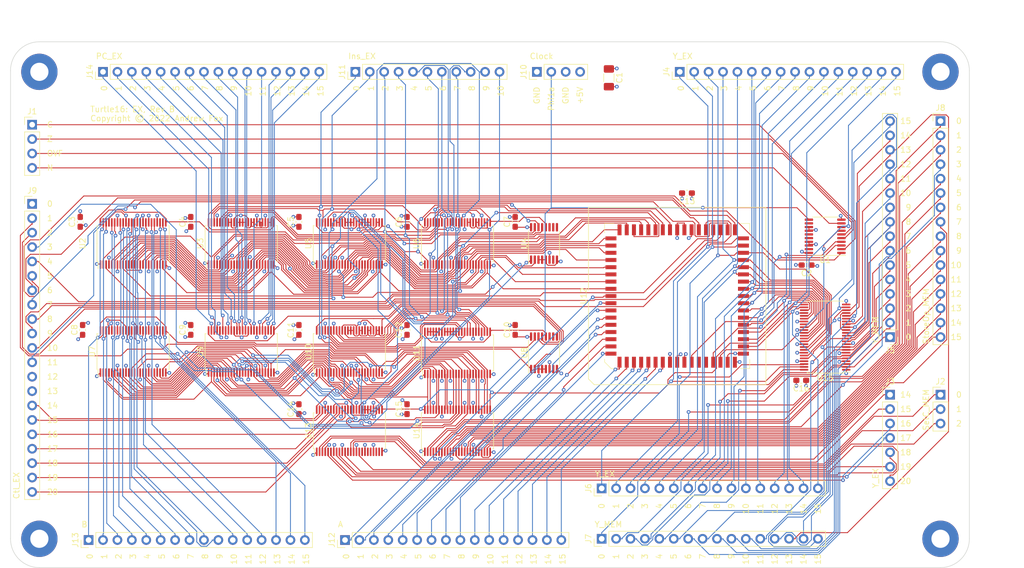
<source format=kicad_pcb>
(kicad_pcb (version 20211014) (generator pcbnew)
  (title_block (title "Turtle16: EX") (date "2022-09-25") (rev "B") (comment 4 "EX module containing operand selection and the ALU"))
  (layers (0 "F.Cu" signal) (1 "In1.Cu" power) (2 "In2.Cu" power) (31 "B.Cu" signal) (34 "B.Paste" user) (35 "F.Paste" user) (36 "B.SilkS" user "B.Silkscreen") (37 "F.SilkS" user "F.Silkscreen") (38 "B.Mask" user) (39 "F.Mask" user) (44 "Edge.Cuts" user))
  (net 0 "")
  (net 1 "GND")
  (net 2 "VCC")
  (net 3 "/EX Prototype Outputs/Carry")
  (net 4 "/EX Prototype Outputs/Z")
  (net 5 "/EX Prototype Outputs/OVF")
  (net 6 "/EX Prototype Outputs/SelC_MEM0")
  (net 7 "/EX Prototype Outputs/SelC_MEM1")
  (net 8 "/EX Prototype Outputs/SelC_MEM2")
  (net 9 "/EX Prototype Outputs/Ctl_MEM14")
  (net 10 "/EX Prototype Outputs/Ctl_MEM15")
  (net 11 "/EX Prototype Outputs/Ctl_MEM16")
  (net 12 "/EX/ALU/OVF")
  (net 13 "/EX/ALU/Z")
  (net 14 "/EX/ALU/C16")
  (net 15 "/EX/ALU/RightOp7")
  (net 16 "/EX/ALU/RightOp6")
  (net 17 "/EX/ALU/RightOp5")
  (net 18 "/EX/ALU/RightOp4")
  (net 19 "/EX/ALU/RightOp3")
  (net 20 "/EX/ALU/RightOp2")
  (net 21 "/EX/ALU/RightOp1")
  (net 22 "/EX/ALU/RightOp0")
  (net 23 "/EX/ALU/RightOp8")
  (net 24 "/EX/ALU/RightOp9")
  (net 25 "/EX/ALU/RightOp10")
  (net 26 "/EX/ALU/RightOp11")
  (net 27 "/EX/ALU/RightOp12")
  (net 28 "/EX/ALU/RightOp13")
  (net 29 "/EX/ALU/RightOp14")
  (net 30 "/EX/ALU/RightOp15")
  (net 31 "/EX Prototype Outputs/Ctl_MEM17")
  (net 32 "/EX Prototype Outputs/Ctl_MEM18")
  (net 33 "/EX Prototype Outputs/Ctl_MEM19")
  (net 34 "/EX Prototype Outputs/Ctl_MEM20")
  (net 35 "/EX Prototype Outputs/Y_EX0")
  (net 36 "/EX Prototype Outputs/Y_EX1")
  (net 37 "/EX Prototype Outputs/Y_EX2")
  (net 38 "/EX Prototype Outputs/Y_EX3")
  (net 39 "/EX Prototype Outputs/Y_EX4")
  (net 40 "/EX Prototype Outputs/Y_EX5")
  (net 41 "/EX Prototype Outputs/Y_EX6")
  (net 42 "/EX Prototype Outputs/Y_EX7")
  (net 43 "/EX Prototype Outputs/Y_EX8")
  (net 44 "/EX Prototype Outputs/Y_EX9")
  (net 45 "/EX Prototype Outputs/Y_EX10")
  (net 46 "/EX Prototype Outputs/Y_EX11")
  (net 47 "/EX Prototype Outputs/Y_EX12")
  (net 48 "/EX Prototype Outputs/Y_EX13")
  (net 49 "/EX Prototype Outputs/Y_EX14")
  (net 50 "/EX Prototype Outputs/Y_EX15")
  (net 51 "/EX Prototype Outputs/Y_MEM0")
  (net 52 "/EX Prototype Outputs/Y_MEM1")
  (net 53 "/EX/sheet5FD8D6EA/StoreOp_EX7")
  (net 54 "/EX/sheet5FD8D6EA/StoreOp_EX6")
  (net 55 "/EX/sheet5FD8D6EA/StoreOp_EX5")
  (net 56 "/EX/sheet5FD8D6EA/StoreOp_EX4")
  (net 57 "/EX/sheet5FD8D6EA/StoreOp_EX3")
  (net 58 "/EX/sheet5FD8D6EA/StoreOp_EX2")
  (net 59 "/EX/sheet5FD8D6EA/StoreOp_EX1")
  (net 60 "/EX/sheet5FD8D6EA/StoreOp_EX0")
  (net 61 "/EX/sheet5FD8D6EA/StoreOp_EX15")
  (net 62 "/EX/sheet5FD8D6EA/StoreOp_EX14")
  (net 63 "/EX/sheet5FD8D6EA/StoreOp_EX13")
  (net 64 "/EX/sheet5FD8D6EA/StoreOp_EX12")
  (net 65 "/EX/sheet5FD8D6EA/StoreOp_EX11")
  (net 66 "/EX/sheet5FD8D6EA/StoreOp_EX10")
  (net 67 "/EX/sheet5FD8D6EA/StoreOp_EX9")
  (net 68 "/EX/sheet5FD8D6EA/StoreOp_EX8")
  (net 69 "/EX Prototype Outputs/Y_MEM2")
  (net 70 "/EX Prototype Outputs/Y_MEM3")
  (net 71 "/EX Prototype Outputs/Y_MEM4")
  (net 72 "Net-(U10-Pad25)")
  (net 73 "/EX Prototype Outputs/Y_MEM5")
  (net 74 "/EX Prototype Outputs/Y_MEM6")
  (net 75 "/EX Prototype Outputs/Y_MEM7")
  (net 76 "/EX Prototype Outputs/Y_MEM8")
  (net 77 "/EX Prototype Outputs/Y_MEM9")
  (net 78 "/EX Prototype Outputs/Y_MEM10")
  (net 79 "/EX Prototype Outputs/Y_MEM11")
  (net 80 "/EX Prototype Outputs/Y_MEM12")
  (net 81 "/EX Prototype Outputs/Y_MEM13")
  (net 82 "/EX Prototype Outputs/Y_MEM14")
  (net 83 "/EX Prototype Outputs/Y_MEM15")
  (net 84 "/EX Prototype Outputs/StoreOp_MEM0")
  (net 85 "/EX Prototype Outputs/StoreOp_MEM1")
  (net 86 "/EX Prototype Outputs/StoreOp_MEM2")
  (net 87 "/EX Prototype Outputs/StoreOp_MEM3")
  (net 88 "/EX Prototype Outputs/StoreOp_MEM4")
  (net 89 "/EX Prototype Outputs/StoreOp_MEM5")
  (net 90 "/EX Prototype Outputs/StoreOp_MEM6")
  (net 91 "/EX Prototype Outputs/StoreOp_MEM7")
  (net 92 "/EX Prototype Outputs/StoreOp_MEM8")
  (net 93 "/EX Prototype Outputs/StoreOp_MEM9")
  (net 94 "/EX Prototype Outputs/StoreOp_MEM10")
  (net 95 "/EX Prototype Outputs/StoreOp_MEM11")
  (net 96 "/EX Prototype Outputs/StoreOp_MEM12")
  (net 97 "/EX Prototype Outputs/StoreOp_MEM13")
  (net 98 "/EX Prototype Outputs/StoreOp_MEM14")
  (net 99 "/EX Prototype Outputs/StoreOp_MEM15")
  (net 100 "/EX Prototype Inputs/Ctl_EX0")
  (net 101 "/EX Prototype Inputs/Ctl_EX1")
  (net 102 "/EX Prototype Inputs/Ctl_EX2")
  (net 103 "/EX Prototype Inputs/Ctl_EX3")
  (net 104 "/EX Prototype Inputs/Ctl_EX4")
  (net 105 "/EX Prototype Inputs/Ctl_EX5")
  (net 106 "/EX Prototype Inputs/Ctl_EX6")
  (net 107 "/EX Prototype Inputs/Ctl_EX7")
  (net 108 "/EX Prototype Inputs/Ctl_EX8")
  (net 109 "/EX Prototype Inputs/Ctl_EX9")
  (net 110 "/EX Prototype Inputs/Ctl_EX10")
  (net 111 "/EX Prototype Inputs/Ctl_EX11")
  (net 112 "/EX Prototype Inputs/Ctl_EX12")
  (net 113 "/EX Prototype Inputs/Ctl_EX13")
  (net 114 "/EX Prototype Inputs/Ctl_EX14")
  (net 115 "/EX Prototype Inputs/Ctl_EX15")
  (net 116 "/EX Prototype Inputs/Ctl_EX16")
  (net 117 "/EX Prototype Inputs/Ctl_EX17")
  (net 118 "/EX Prototype Inputs/Ctl_EX18")
  (net 119 "/EX Prototype Inputs/Ctl_EX19")
  (net 120 "/EX Prototype Inputs/Ctl_EX20")
  (net 121 "/EX Prototype Inputs/Phi1a")
  (net 122 "/EX Prototype Inputs/Ins_EX0")
  (net 123 "/EX Prototype Inputs/Ins_EX1")
  (net 124 "/EX Prototype Inputs/Ins_EX2")
  (net 125 "/EX Prototype Inputs/Ins_EX3")
  (net 126 "/EX Prototype Inputs/Ins_EX4")
  (net 127 "/EX Prototype Inputs/Ins_EX5")
  (net 128 "/EX Prototype Inputs/Ins_EX6")
  (net 129 "/EX Prototype Inputs/Ins_EX7")
  (net 130 "/EX Prototype Inputs/Ins_EX8")
  (net 131 "/EX Prototype Inputs/Ins_EX9")
  (net 132 "/EX Prototype Inputs/Ins_EX10")
  (net 133 "/EX Prototype Inputs/A0")
  (net 134 "/EX Prototype Inputs/A1")
  (net 135 "/EX Prototype Inputs/A2")
  (net 136 "/EX Prototype Inputs/A3")
  (net 137 "/EX Prototype Inputs/A4")
  (net 138 "/EX Prototype Inputs/A5")
  (net 139 "/EX Prototype Inputs/A6")
  (net 140 "/EX Prototype Inputs/A7")
  (net 141 "/EX Prototype Inputs/A8")
  (net 142 "/EX Prototype Inputs/A9")
  (net 143 "/EX Prototype Inputs/A10")
  (net 144 "/EX Prototype Inputs/A11")
  (net 145 "/EX Prototype Inputs/A12")
  (net 146 "/EX Prototype Inputs/A13")
  (net 147 "/EX Prototype Inputs/A14")
  (net 148 "/EX Prototype Inputs/A15")
  (net 149 "/EX Prototype Inputs/B0")
  (net 150 "/EX Prototype Inputs/B1")
  (net 151 "/EX Prototype Inputs/B2")
  (net 152 "/EX Prototype Inputs/B3")
  (net 153 "/EX Prototype Inputs/B4")
  (net 154 "/EX Prototype Inputs/B5")
  (net 155 "/EX Prototype Inputs/B6")
  (net 156 "/EX Prototype Inputs/B7")
  (net 157 "/EX Prototype Inputs/B8")
  (net 158 "/EX Prototype Inputs/B9")
  (net 159 "/EX Prototype Inputs/B10")
  (net 160 "/EX Prototype Inputs/B11")
  (net 161 "/EX Prototype Inputs/B12")
  (net 162 "/EX Prototype Inputs/B13")
  (net 163 "Net-(U11-Pad25)")
  (net 164 "/EX Prototype Inputs/B14")
  (net 165 "/EX Prototype Inputs/B15")
  (net 166 "/EX Prototype Inputs/PC_EX0")
  (net 167 "/EX Prototype Inputs/PC_EX1")
  (net 168 "/EX Prototype Inputs/PC_EX2")
  (net 169 "/EX Prototype Inputs/PC_EX3")
  (net 170 "/EX Prototype Inputs/PC_EX4")
  (net 171 "/EX Prototype Inputs/PC_EX5")
  (net 172 "/EX Prototype Inputs/PC_EX6")
  (net 173 "/EX Prototype Inputs/PC_EX7")
  (net 174 "/EX Prototype Inputs/PC_EX8")
  (net 175 "/EX Prototype Inputs/PC_EX9")
  (net 176 "/EX Prototype Inputs/PC_EX10")
  (net 177 "/EX Prototype Inputs/PC_EX11")
  (net 178 "/EX Prototype Inputs/PC_EX12")
  (net 179 "/EX Prototype Inputs/PC_EX13")
  (net 180 "/EX Prototype Inputs/PC_EX14")
  (net 181 "/EX Prototype Inputs/PC_EX15")
  (net 182 "/EX Prototype Outputs/N")
  (net 187 "Net-(U2-Pad25)")
  (net 188 "Net-(U3-Pad25)")
  (net 192 "Net-(U4-Pad12)")
  (net 193 "Net-(U4-Pad13)")
  (net 194 "Net-(U7-Pad25)")
  (net 199 "Net-(U8-Pad14)")
  (footprint "Package_SO:TSSOP-20_4.4x6.5mm_P0.65mm" (layer "F.Cu") (at 191.77 86.36 180)
    (fp_text reference "U1")
    (fp_text value "74ABT377")
  )
  (footprint "Capacitor_SMD:C_0603_1608Metric_Pad1.08x0.95mm_HandSolder" (layer "F.Cu") (at 188.4925 91.44 180)
    (fp_text reference "C2")
    (fp_text value "100nF")
  )
  (footprint "Capacitor_SMD:C_0603_1608Metric_Pad1.08x0.95mm_HandSolder" (layer "F.Cu") (at 187.5525 111.76 180)
    (fp_text reference "C16")
    (fp_text value "100nF")
  )
  (footprint "MountingHole:MountingHole_3.2mm_M3_Pad" (layer "F.Cu") (at 53.34 139.7)
    (fp_text reference "H4" hide)
    (fp_text value "MountingHole_Pad")
  )
  (footprint "MountingHole:MountingHole_3.2mm_M3_Pad" (layer "F.Cu") (at 212.09 139.7)
    (fp_text reference "H3" hide)
    (fp_text value "MountingHole_Pad")
  )
  (footprint "MountingHole:MountingHole_3.2mm_M3_Pad" (layer "F.Cu") (at 53.34 57.3679)
    (fp_text reference "H1" hide)
    (fp_text value "MountingHole_Pad")
  )
  (footprint "MountingHole:MountingHole_3.2mm_M3_Pad" (layer "F.Cu") (at 212.09 57.3679)
    (fp_text reference "H2" hide)
    (fp_text value "MountingHole_Pad")
  )
  (footprint "Package_SO:TSSOP-48_6.1x12.5mm_P0.5mm" (layer "F.Cu") (at 191.77 104.14 180)
    (fp_text reference "U15")
    (fp_text value "74ABT16374")
  )
  (footprint "Capacitor_SMD:C_0603_1608Metric_Pad1.08x0.95mm_HandSolder" (layer "F.Cu") (at 99.06 116.84 90)
    (fp_text reference "C14")
    (fp_text value "100nF")
  )
  (footprint "Package_SO:TSSOP-48_6.1x12.5mm_P0.5mm" (layer "F.Cu") (at 107.95 120.65 90)
    (fp_text reference "U13")
    (fp_text value "74ABT16374")
  )
  (footprint "Capacitor_SMD:C_0603_1608Metric_Pad1.08x0.95mm_HandSolder" (layer "F.Cu") (at 118.11 116.84 90)
    (fp_text reference "C15")
    (fp_text value "100nF")
  )
  (footprint "Package_SO:TSSOP-48_6.1x12.5mm_P0.5mm" (layer "F.Cu") (at 127 120.65 90)
    (fp_text reference "U14")
    (fp_text value "74ABT16374")
  )
  (footprint "Capacitor_SMD:C_0603_1608Metric_Pad1.08x0.95mm_HandSolder" (layer "F.Cu") (at 60.54 83.82 90)
    (fp_text reference "C3")
    (fp_text value "100nF")
  )
  (footprint "Capacitor_SMD:C_0603_1608Metric_Pad1.08x0.95mm_HandSolder" (layer "F.Cu") (at 80.01 83.82 90)
    (fp_text reference "C4")
    (fp_text value "100nF")
  )
  (footprint "Package_SO:TSSOP-48_6.1x12.5mm_P0.5mm" (layer "F.Cu") (at 69.85 87.63 90)
    (fp_text reference "U2")
    (fp_text value "74AHCT16245")
  )
  (footprint "Package_SO:TSSOP-48_6.1x12.5mm_P0.5mm" (layer "F.Cu") (at 88.9 87.63 90)
    (fp_text reference "U3")
    (fp_text value "74AHCT16245")
  )
  (footprint "Package_SO:TSSOP-48_6.1x12.5mm_P0.5mm" (layer "F.Cu") (at 107.95 87.63 90)
    (fp_text reference "U5")
    (fp_text value "74AHCT16245")
  )
  (footprint "Capacitor_SMD:C_0603_1608Metric_Pad1.08x0.95mm_HandSolder" (layer "F.Cu") (at 99.06 83.82 90)
    (fp_text reference "C5")
    (fp_text value "100nF")
  )
  (footprint "Capacitor_SMD:C_0603_1608Metric_Pad1.08x0.95mm_HandSolder" (layer "F.Cu") (at 137.16 83.82 90)
    (fp_text reference "C7")
    (fp_text value "100nF")
  )
  (footprint "Package_SO:TSSOP-16_4.4x5mm_P0.65mm" (layer "F.Cu") (at 142.24 87.63 90)
    (fp_text reference "U4")
    (fp_text value "74AHCT138")
  )
  (footprint "Capacitor_SMD:C_0603_1608Metric_Pad1.08x0.95mm_HandSolder" (layer "F.Cu") (at 118.11 83.82 90)
    (fp_text reference "C6")
    (fp_text value "100nF")
  )
  (footprint "Package_SO:TSSOP-48_6.1x12.5mm_P0.5mm" (layer "F.Cu") (at 127 87.63 90)
    (fp_text reference "U6")
    (fp_text value "74AHCT16245")
  )
  (footprint "Capacitor_SMD:C_0603_1608Metric_Pad1.08x0.95mm_HandSolder" (layer "F.Cu") (at 60.96 102.87 90)
    (fp_text reference "C8")
    (fp_text value "100nF")
  )
  (footprint "Capacitor_SMD:C_0603_1608Metric_Pad1.08x0.95mm_HandSolder" (layer "F.Cu") (at 80.01 102.87 90)
    (fp_text reference "C9")
    (fp_text value "100nF")
  )
  (footprint "Capacitor_SMD:C_0603_1608Metric_Pad1.08x0.95mm_HandSolder" (layer "F.Cu") (at 118.11 102.87 90)
    (fp_text reference "C12")
    (fp_text value "100nF")
  )
  (footprint "Package_SO:TSSOP-48_6.1x12.5mm_P0.5mm" (layer "F.Cu") (at 69.85 106.68 90)
    (fp_text reference "U7")
    (fp_text value "74AHCT16245")
  )
  (footprint "Package_SO:TSSOP-48_6.1x12.5mm_P0.5mm" (layer "F.Cu") (at 88.9 106.68 90)
    (fp_text reference "U9")
    (fp_text value "74AHCT16245")
  )
  (footprint "Package_SO:TSSOP-48_6.1x12.5mm_P0.5mm" (layer "F.Cu") (at 107.95 106.68 90)
    (fp_text reference "U10")
    (fp_text value "74AHCT16245")
  )
  (footprint "Package_SO:TSSOP-48_6.1x12.5mm_P0.5mm" (layer "F.Cu") (at 127 106.91 90)
    (fp_text reference "U11")
    (fp_text value "74AHCT16245")
  )
  (footprint "Capacitor_SMD:C_0603_1608Metric_Pad1.08x0.95mm_HandSolder" (layer "F.Cu") (at 99.06 102.87 90)
    (fp_text reference "C11")
    (fp_text value "100nF")
  )
  (footprint "Capacitor_SMD:C_0603_1608Metric_Pad1.08x0.95mm_HandSolder" (layer "F.Cu") (at 137.16 102.87 90)
    (fp_text reference "C10")
    (fp_text value "100nF")
  )
  (footprint "Package_SO:TSSOP-16_4.4x5mm_P0.65mm" (layer "F.Cu") (at 142.24 106.91 90)
    (fp_text reference "U8")
    (fp_text value "74AHCT138")
  )
  (footprint "Capacitor_SMD:C_0603_1608Metric_Pad1.08x0.95mm_HandSolder" (layer "F.Cu") (at 167.4221 78.74 180)
    (fp_text reference "C13")
    (fp_text value "100nF")
  )
  (footprint "Package_LCC:PLCC-68_SMD-Socket" (layer "F.Cu") (at 165.7021 96.894 90)
    (fp_text reference "U12")
    (fp_text value "IDT7381")
  )
  (footprint "Connector_PinHeader_2.54mm:PinHeader_1x07_P2.54mm_Vertical" (layer "F.Cu") (at 203.2 114.295)
    (fp_text reference "J3")
    (fp_text value "Y_EX")
  )
  (footprint "Connector_PinHeader_2.54mm:PinHeader_1x11_P2.54mm_Vertical" (layer "F.Cu") (at 109.0021 57.3679 90)
    (fp_text reference "J11")
    (fp_text value "Ins_EX")
  )
  (footprint "Capacitor_SMD:C_1206_3216Metric_Pad1.33x1.80mm_HandSolder" (layer "F.Cu") (at 153.67 58.42 -90)
    (fp_text reference "C1")
    (fp_text value "100µF")
  )
  (footprint "Connector_PinHeader_2.54mm:PinHeader_1x16_P2.54mm_Vertical" (layer "F.Cu") (at 62.0121 139.9179 90)
    (fp_text reference "J13")
    (fp_text value "B")
  )
  (footprint "Connector_PinHeader_2.54mm:PinHeader_1x16_P2.54mm_Vertical" (layer "F.Cu") (at 212.09 66.04)
    (fp_text reference "J8")
    (fp_text value "StoreOp_MEM")
  )
  (footprint "Connector_PinHeader_2.54mm:PinHeader_1x16_P2.54mm_Vertical" (layer "F.Cu") (at 152.4 130.81 90)
    (fp_text reference "J6")
    (fp_text value "Y_EX")
  )
  (footprint "Connector_PinHeader_2.54mm:PinHeader_1x04_P2.54mm_Vertical" (layer "F.Cu") (at 140.98 57.3679 90)
    (fp_text reference "J10")
    (fp_text value "Clock")
  )
  (footprint "Connector_PinHeader_2.54mm:PinHeader_1x16_P2.54mm_Vertical" (layer "F.Cu") (at 203.2 104.14 180)
    (fp_text reference "J5")
    (fp_text value "Y_MEM")
  )
  (footprint "Connector_PinHeader_2.54mm:PinHeader_1x16_P2.54mm_Vertical" (layer "F.Cu") (at 64.5521 57.3679 90)
    (fp_text reference "J14")
    (fp_text value "PC_EX")
  )
  (footprint "Connector_PinHeader_2.54mm:PinHeader_1x16_P2.54mm_Vertical" (layer "F.Cu") (at 107.1876 139.9179 90)
    (fp_text reference "J12")
    (fp_text value "A")
  )
  (footprint "Connector_PinHeader_2.54mm:PinHeader_1x16_P2.54mm_Vertical" (layer "F.Cu") (at 152.4 139.7 90)
    (fp_text reference "J7")
    (fp_text value "Y_MEM")
  )
  (footprint "Connector_PinHeader_2.54mm:PinHeader_1x04_P2.54mm_Vertical" (layer "F.Cu") (at 52.07 66.685)
    (fp_text reference "J1")
    (fp_text value "Flags")
  )
  (footprint "Connector_PinHeader_2.54mm:PinHeader_1x03_P2.54mm_Vertical" (layer "F.Cu") (at 212.09 114.3)
    (fp_text reference "J2")
    (fp_text value "SelC_MEM")
  )
  (footprint "Connector_PinHeader_2.54mm:PinHeader_1x21_P2.54mm_Vertical" (layer "F.Cu") (at 52.07 80.645)
    (fp_text reference "J9")
    (fp_text value "Ctl_EX")
  )
  (footprint "Connector_PinHeader_2.54mm:PinHeader_1x16_P2.54mm_Vertical" (layer "F.Cu") (at 166.1521 57.3679 90)
    (fp_text reference "J4")
    (fp_text value "Y_EX")
  )
  (gr_line (start 217.17 139.7) (end 217.17 57.15) (layer "Edge.Cuts") (width 0.1))
  (gr_line (start 48.26 57.15) (end 48.26 139.7) (layer "Edge.Cuts") (width 0.1))
  (gr_line (start 53.34 144.78) (end 212.09 144.78) (layer "Edge.Cuts") (width 0.1))
  (gr_arc (start 212.09 52.07) (mid 215.682102 53.557898) (end 217.17 57.15) (layer "Edge.Cuts") (width 0.1))
  (gr_arc (start 217.17 139.7) (mid 215.682102 143.292102) (end 212.09 144.78) (layer "Edge.Cuts") (width 0.1))
  (gr_arc (start 48.26 57.15) (mid 49.747898 53.557898) (end 53.34 52.07) (layer "Edge.Cuts") (width 0.1))
  (gr_line (start 212.09 52.07) (end 53.34 52.07) (layer "Edge.Cuts") (width 0.1))
  (gr_arc (start 53.34 144.78) (mid 49.747898 143.292102) (end 48.26 139.7) (layer "Edge.Cuts") (width 0.1))
  (gr_text "Turtle16: EX, Rev B\nCopyright © 2022 Andrew Fox" (at 62.23 64.77) (layer "F.SilkS") (effects (font (size 1 1)) (justify left)))
  (gr_text "8" (at 85.09 59.69 90) (layer "F.SilkS") (effects (font (size 1 1)) (justify right)))
  (gr_text "2" (at 207.01 99.06) (layer "F.SilkS") (effects (font (size 1 1)) (justify right)))
  (gr_text "9" (at 130.2655 142.24 90) (layer "F.SilkS") (effects (font (size 1 1)) (justify right)))
  (gr_text "10" (at 177.8 142.24 90) (layer "F.SilkS") (effects (font (size 1 1)) (justify right)))
  (gr_text "5" (at 77.47 59.69 90) (layer "F.SilkS") (effects (font (size 1 1)) (justify right)))
  (gr_text "13" (at 199.39 59.69 90) (layer "F.SilkS") (effects (font (size 1 1)) (justify right)))
  (gr_text "10" (at 207.01 78.74) (layer "F.SilkS") (effects (font (size 1 1)) (justify right)))
  (gr_text "5" (at 54.61 93.345) (layer "F.SilkS") (effects (font (size 1 1)) (justify left)))
  (gr_text "GND" (at 140.97 59.907898 90) (layer "F.SilkS") (effects (font (size 1 1)) (justify right)))
  (gr_text "7" (at 215.9 83.82) (layer "F.SilkS") (effects (font (size 1 1)) (justify right)))
  (gr_text "3" (at 116.84 59.69 90) (layer "F.SilkS") (effects (font (size 1 1)) (justify right)))
  (gr_text "9" (at 207.01 81.28) (layer "F.SilkS") (effects (font (size 1 1)) (justify right)))
  (gr_text "14" (at 54.61 116.205) (layer "F.SilkS") (effects (font (size 1 1)) (justify left)))
  (gr_text "GND" (at 146.05 59.907898 90) (layer "F.SilkS") (effects (font (size 1 1)) (justify right)))
  (gr_text "14" (at 187.96 142.24 90) (layer "F.SilkS") (effects (font (size 1 1)) (justify right)))
  (gr_text "19" (at 54.61 128.905) (layer "F.SilkS") (effects (font (size 1 1)) (justify left)))
  (gr_text "14" (at 97.79 142.24 90) (layer "F.SilkS") (effects (font (size 1 1)) (justify right)))
  (gr_text "10" (at 90.17 59.69 90) (layer "F.SilkS") (effects (font (size 1 1)) (justify right)))
  (gr_text "6" (at 207.01 88.9) (layer "F.SilkS") (effects (font (size 1 1)) (justify right)))
  (gr_text "12" (at 196.85 59.69 90) (layer "F.SilkS") (effects (font (size 1 1)) (justify right)))
  (gr_text "8" (at 82.55 142.24 90) (layer "F.SilkS") (effects (font (size 1 1)) (justify right)))
  (gr_text "2" (at 54.61 85.725) (layer "F.SilkS") (effects (font (size 1 1)) (justify left)))
  (gr_text "14" (at 100.33 59.69 90) (layer "F.SilkS") (effects (font (size 1 1)) (justify right)))
  (gr_text "8" (at 172.72 142.24 90) (layer "F.SilkS") (effects (font (size 1 1)) (justify right)))
  (gr_text "3" (at 69.85 142.24 90) (layer "F.SilkS") (effects (font (size 1 1)) (justify right)))
  (gr_text "12" (at 215.9 96.52) (layer "F.SilkS") (effects (font (size 1 1)) (justify right)))
  (gr_text "6" (at 167.64 133.35 90) (layer "F.SilkS") (effects (font (size 1 1)) (justify right)))
  (gr_text "9" (at 189.23 59.69 90) (layer "F.SilkS") (effects (font (size 1 1)) (justify right)))
  (gr_text "4" (at 215.9 76.2) (layer "F.SilkS") (effects (font (size 1 1)) (justify right)))
  (gr_text "3" (at 54.61 88.265) (layer "F.SilkS") (effects (font (size 1 1)) (justify left)))
  (gr_text "Z" (at 54.61 69.215) (layer "F.SilkS") (effects (font (size 1 1)) (justify left)))
  (gr_text "7" (at 184.15 59.69 90) (layer "F.SilkS") (effects (font (size 1 1)) (justify right)))
  (gr_text "9" (at 215.9 88.9) (layer "F.SilkS") (effects (font (size 1 1)) (justify right)))
  (gr_text "15" (at 190.5 133.35 90) (layer "F.SilkS") (effects (font (size 1 1)) (justify right)))
  (gr_text "1" (at 154.94 133.35 90) (layer "F.SilkS") (effects (font (size 1 1)) (justify right)))
  (gr_text "14" (at 201.93 59.69 90) (layer "F.SilkS") (effects (font (size 1 1)) (justify right)))
  (gr_text "1" (at 111.76 59.69 90) (layer "F.SilkS") (effects (font (size 1 1)) (justify right)))
  (gr_text "3" (at 173.99 59.69 90) (layer "F.SilkS") (effects (font (size 1 1)) (justify right)))
  (gr_text "7" (at 54.61 98.425) (layer "F.SilkS") (effects (font (size 1 1)) (justify left)))
  (gr_text "15" (at 215.9 104.14) (layer "F.SilkS") (effects (font (size 1 1)) (justify right)))
  (gr_text "9" (at 132.08 59.69 90) (layer "F.SilkS") (effects (font (size 1 1)) (justify right)))
  (gr_text "4" (at 207.01 93.98) (layer "F.SilkS") (effects (font (size 1 1)) (justify right)))
  (gr_text "5" (at 165.1 133.35 90) (layer "F.SilkS") (effects (font (size 1 1)) (justify right)))
  (gr_text "14" (at 187.96 133.35 90) (layer "F.SilkS") (effects (font (size 1 1)) (justify right)))
  (gr_text "12" (at 207.01 73.66) (layer "F.SilkS") (effects (font (size 1 1)) (justify right)))
  (gr_text "13" (at 215.9 99.06) (layer "F.SilkS") (effects (font (size 1 1)) (justify right)))
  (gr_text "14" (at 207.01 114.3) (layer "F.SilkS") (effects (font (size 1 1)) (justify right)))
  (gr_text "2" (at 171.45 59.69 90) (layer "F.SilkS") (effects (font (size 1 1)) (justify right)))
  (gr_text "1" (at 64.77 142.24 90) (layer "F.SilkS") (effects (font (size 1 1)) (justify right)))
  (gr_text "0" (at 152.4 142.24 90) (layer "F.SilkS") (effects (font (size 1 1)) (justify right)))
  (gr_text "6" (at 215.9 81.28) (layer "F.SilkS") (effects (font (size 1 1)) (justify right)))
  (gr_text "10" (at 177.8 133.35 90) (layer "F.SilkS") (effects (font (size 1 1)) (justify right)))
  (gr_text "15" (at 54.61 118.745) (layer "F.SilkS") (effects (font (size 1 1)) (justify left)))
  (gr_text "2" (at 215.9 71.12) (layer "F.SilkS") (effects (font (size 1 1)) (justify right)))
  (gr_text "6" (at 54.61 95.885) (layer "F.SilkS") (effects (font (size 1 1)) (justify left)))
  (gr_text "7" (at 80.01 142.24 90) (layer "F.SilkS") (effects (font (size 1 1)) (justify right)))
  (gr_text "11" (at 207.01 76.2) (layer "F.SilkS") (effects (font (size 1 1)) (justify right)))
  (gr_text "8" (at 172.72 133.35 90) (layer "F.SilkS") (effects (font (size 1 1)) (justify right)))
  (gr_text "0" (at 62.23 142.24 90) (layer "F.SilkS") (effects (font (size 1 1)) (justify right)))
  (gr_text "14" (at 142.9655 142.24 90) (layer "F.SilkS") (effects (font (size 1 1)) (justify right)))
  (gr_text "16" (at 54.61 121.285) (layer "F.SilkS") (effects (font (size 1 1)) (justify left)))
  (gr_text "5" (at 179.07 59.69 90) (layer "F.SilkS") (effects (font (size 1 1)) (justify right)))
  (gr_text "4" (at 72.39 142.24 90) (layer "F.SilkS") (effects (font (size 1 1)) (justify right)))
  (gr_text "0" (at 109.22 59.69 90) (layer "F.SilkS") (effects (font (size 1 1)) (justify right)))
  (gr_text "1" (at 67.31 59.69 90) (layer "F.SilkS") (effects (font (size 1 1)) (justify right)))
  (gr_text "1" (at 215.9 68.58) (layer "F.SilkS") (effects (font (size 1 1)) (justify right)))
  (gr_text "15" (at 102.87 59.69 90) (layer "F.SilkS") (effects (font (size 1 1)) (justify right)))
  (gr_text "4" (at 74.93 59.69 90) (layer "F.SilkS") (effects (font (size 1 1)) (justify right)))
  (gr_text "C" (at 54.61 66.675) (layer "F.SilkS") (effects (font (size 1 1)) (justify left)))
  (gr_text "3" (at 215.9 73.66) (layer "F.SilkS") (effects (font (size 1 1)) (justify right)))
  (gr_text "2" (at 157.48 142.24 90) (layer "F.SilkS") (effects (font (size 1 1)) (justify right)))
  (gr_text "15" (at 145.5055 142.24 90) (layer "F.SilkS") (effects (font (size 1 1)) (justify right)))
  (gr_text "2" (at 69.85 59.69 90) (layer "F.SilkS") (effects (font (size 1 1)) (justify right)))
  (gr_text "5" (at 121.92 59.69 90) (layer "F.SilkS") (effects (font (size 1 1)) (justify right)))
  (gr_text "13" (at 185.42 142.24 90) (layer "F.SilkS") (effects (font (size 1 1)) (justify right)))
  (gr_text "3" (at 72.39 59.69 90) (layer "F.SilkS") (effects (font (size 1 1)) (justify right)))
  (gr_text "7" (at 82.55 59.69 90) (layer "F.SilkS") (effects (font (size 1 1)) (justify right)))
  (gr_text "20" (at 207.01 129.54) (layer "F.SilkS") (effects (font (size 1 1)) (justify right)))
  (gr_text "1" (at 54.61 83.185) (layer "F.SilkS") (effects (font (size 1 1)) (justify left)))
  (gr_text "12" (at 92.71 142.24 90) (layer "F.SilkS") (effects (font (size 1 1)) (justify right)))
  (gr_text "4" (at 162.56 133.35 90) (layer "F.SilkS") (effects (font (size 1 1)) (justify right)))
  (gr_text "0" (at 64.77 59.69 90) (layer "F.SilkS") (effects (font (size 1 1)) (justify right)))
  (gr_text "11" (at 194.31 59.69 90) (layer "F.SilkS") (effects (font (size 1 1)) (justify right)))
  (gr_text "11" (at 180.34 142.24 90) (layer "F.SilkS") (effects (font (size 1 1)) (justify right)))
  (gr_text "8" (at 54.61 100.965) (layer "F.SilkS") (effects (font (size 1 1)) (justify left)))
  (gr_text "3" (at 160.02 142.24 90) (layer "F.SilkS") (effects (font (size 1 1)) (justify right)))
  (gr_text "6" (at 80.01 59.69 90) (layer "F.SilkS") (effects (font (size 1 1)) (justify right)))
  (gr_text "11" (at 135.3455 142.24 90) (layer "F.SilkS") (effects (font (size 1 1)) (justify right)))
  (gr_text "8" (at 127.7255 142.24 90) (layer "F.SilkS") (effects (font (size 1 1)) (justify right)))
  (gr_text "19" (at 207.01 127) (layer "F.SilkS") (effects (font (size 1 1)) (justify right)))
  (gr_text "17" (at 207.01 121.92) (layer "F.SilkS") (effects (font (size 1 1)) (justify right)))
  (gr_text "6" (at 124.46 59.69 90) (layer "F.SilkS") (effects (font (size 1 1)) (justify right)))
  (gr_text "10" (at 215.9 91.44) (layer "F.SilkS") (effects (font (size 1 1)) (justify right)))
  (gr_text "17" (at 54.61 123.825) (layer "F.SilkS") (effects (font (size 1 1)) (justify left)))
  (gr_text "2" (at 112.4855 142.24 90) (layer "F.SilkS") (effects (font (size 1 1)) (justify right)))
  (gr_text "1" (at 168.91 59.69 90) (layer "F.SilkS") (effects (font (size 1 1)) (justify right)))
  (gr_text "18" (at 54.61 126.365) (layer "F.SilkS") (effects (font (size 1 1)) (justify left)))
  (gr_text "10" (at 132.8055 142.24 90) (layer "F.SilkS") (effects (font (size 1 1)) (justify right)))
  (gr_text "7" (at 170.18 133.35 90) (layer "F.SilkS") (effects (font (size 1 1)) (justify right)))
  (gr_text "16" (at 207.01 119.38) (layer "F.SilkS") (effects (font (size 1 1)) (justify right)))
  (gr_text "12" (at 54.61 111.125) (layer "F.SilkS") (effects (font (size 1 1)) (justify left)))
  (gr_text "5" (at 215.9 78.74) (layer "F.SilkS") (effects (font (size 1 1)) (justify right)))
  (gr_text "0" (at 215.9 114.3) (layer "F.SilkS") (effects (font (size 1 1)) (justify right)))
  (gr_text "8" (at 129.54 59.69 90) (layer "F.SilkS") (effects (font (size 1 1)) (justify right)))
  (gr_text "N" (at 54.61 74.295) (layer "F.SilkS") (effects (font (size 1 1)) (justify left)))
  (gr_text "11" (at 54.61 108.585) (layer "F.SilkS") (effects (font (size 1 1)) (justify left)))
  (gr_text "12" (at 182.88 142.24 90) (layer "F.SilkS") (effects (font (size 1 1)) (justify right)))
  (gr_text "0" (at 54.61 80.645) (layer "F.SilkS") (effects (font (size 1 1)) (justify left)))
  (gr_text "4" (at 162.56 142.24 90) (layer "F.SilkS") (effects (font (size 1 1)) (justify right)))
  (gr_text "13" (at 185.42 133.35 90) (layer "F.SilkS") (effects (font (size 1 1)) (justify right)))
  (gr_text "5" (at 120.1055 142.24 90) (layer "F.SilkS") (effects (font (size 1 1)) (justify right)))
  (gr_text "0" (at 152.4 133.35 90) (layer "F.SilkS") (effects (font (size 1 1)) (justify right)))
  (gr_text "15" (at 207.01 66.04) (layer "F.SilkS") (effects (font (size 1 1)) (justify right)))
  (gr_text "+5V" (at 148.59 59.907898 90) (layer "F.SilkS") (effects (font (size 1 1)) (justify right)))
  (gr_text "20" (at 54.61 131.445) (layer "F.SilkS") (effects (font (size 1 1)) (justify left)))
  (gr_text "5" (at 74.93 142.24 90) (layer "F.SilkS") (effects (font (size 1 1)) (justify right)))
  (gr_text "18" (at 207.01 124.46) (layer "F.SilkS") (effects (font (size 1 1)) (justify right)))
  (gr_text "11" (at 215.9 93.98) (layer "F.SilkS") (effects (font (size 1 1)) (justify right)))
  (gr_text "0" (at 215.9 66.04) (layer "F.SilkS") (effects (font (size 1 1)) (justify right)))
  (gr_text "14" (at 215.9 101.6) (layer "F.SilkS") (effects (font (size 1 1)) (justify right)))
  (gr_text "11" (at 180.34 133.35 90) (layer "F.SilkS") (effects (font (size 1 1)) (justify right)))
  (gr_text "15" (at 207.01 116.84) (layer "F.SilkS") (effects (font (size 1 1)) (justify right)))
  (gr_text "12" (at 137.8855 142.24 90) (layer "F.SilkS") (effects (font (size 1 1)) (justify right)))
  (gr_text "11" (at 90.17 142.24 90) (layer "F.SilkS") (effects (font (size 1 1)) (justify right)))
  (gr_text "7" (at 207.01 86.36) (layer "F.SilkS") (effects (font (size 1 1)) (justify right)))
  (gr_text "10" (at 87.63 142.24 90) (layer "F.SilkS") (effects (font (size 1 1)) (justify right)))
  (gr_text "5" (at 165.1 142.24 90) (layer "F.SilkS") (effects (font (size 1 1)) (justify right)))
  (gr_text "3" (at 115.0255 142.24 90) (layer "F.SilkS") (effects (font (size 1 1)) (justify right)))
  (gr_text "2" (at 215.9 119.38) (layer "F.SilkS") (effects (font (size 1 1)) (justify right)))
  (gr_text "9" (at 87.63 59.69 90) (layer "F.SilkS") (effects (font (size 1 1)) (justify right)))
  (gr_text "10" (at 134.62 59.69 90) (layer "F.SilkS") (effects (font (size 1 1)) (justify right)))
  (gr_text "15" (at 190.5 142.24 90) (layer "F.SilkS") (effects (font (size 1 1)) (justify right)))
  (gr_text "13" (at 140.4255 142.24 90) (layer "F.SilkS") (effects (font (size 1 1)) (justify right)))
  (gr_text "8" (at 186.69 59.69 90) (layer "F.SilkS") (effects (font (size 1 1)) (justify right)))
  (gr_text "7" (at 170.18 142.24 90) (layer "F.SilkS") (effects (font (size 1 1)) (justify right)))
  (gr_text "OVF" (at 54.61 71.755) (layer "F.SilkS") (effects (font (size 1 1)) (justify left)))
  (gr_text "13" (at 95.25 142.24 90) (layer "F.SilkS") (effects (font (size 1 1)) (justify right)))
  (gr_text "5" (at 207.01 91.44) (layer "F.SilkS") (effects (font (size 1 1)) (justify right)))
  (gr_text "12" (at 95.25 59.69 90) (layer "F.SilkS") (effects (font (size 1 1)) (justify right)))
  (gr_text "4" (at 54.61 90.805) (layer "F.SilkS") (effects (font (size 1 1)) (justify left)))
  (gr_text "15" (at 100.33 142.24 90) (layer "F.SilkS") (effects (font (size 1 1)) (justify right)))
  (gr_text "1" (at 154.94 142.24 90) (layer "F.SilkS") (effects (font (size 1 1)) (justify right)))
  (gr_text "1" (at 207.01 101.6) (layer "F.SilkS") (effects (font (size 1 1)) (justify right)))
  (gr_text "1" (at 215.9 116.84) (layer "F.SilkS") (effects (font (size 1 1)) (justify right)))
  (gr_text "13" (at 54.61 113.665) (layer "F.SilkS") (effects (font (size 1 1)) (justify left)))
  (gr_text "6" (at 181.61 59.69 90) (layer "F.SilkS") (effects (font (size 1 1)) (justify right)))
  (gr_text "3" (at 160.02 133.35 90) (layer "F.SilkS") (effects (font (size 1 1)) (justify right)))
  (gr_text "9" (at 85.09 142.24 90) (layer "F.SilkS") (effects (font (size 1 1)) (justify right)))
  (gr_text "Phi1a" (at 143.51 59.907898 90) (layer "F.SilkS") (effects (font (size 1 1)) (justify right)))
  (gr_text "14" (at 207.01 68.58) (layer "F.SilkS") (effects (font (size 1 1)) (justify right)))
  (gr_text "7" (at 125.1855 142.24 90) (layer "F.SilkS") (effects (font (size 1 1)) (justify right)))
  (gr_text "4" (at 176.53 59.69 90) (layer "F.SilkS") (effects (font (size 1 1)) (justify right)))
  (gr_text "1" (at 109.9455 142.24 90) (layer "F.SilkS") (effects (font (size 1 1)) (justify right)))
  (gr_text "3" (at 207.01 96.52) (layer "F.SilkS") (effects (font (size 1 1)) (justify right)))
  (gr_text "4" (at 117.5655 142.24 90) (layer "F.SilkS") (effects (font (size 1 1)) (justify right)))
  (gr_text "0" (at 107.4055 142.24 90) (layer "F.SilkS") (effects (font (size 1 1)) (justify right)))
  (gr_text "13" (at 97.79 59.69 90) (layer "F.SilkS") (effects (font (size 1 1)) (justify right)))
  (gr_text "10" (at 54.61 106.045) (layer "F.SilkS") (effects (font (size 1 1)) (justify left)))
  (gr_text "10" (at 191.77 59.69 90) (layer "F.SilkS") (effects (font (size 1 1)) (justify right)))
  (gr_text "8" (at 215.9 86.36) (layer "F.SilkS") (effects (font (size 1 1)) (justify right)))
  (gr_text "4" (at 119.38 59.69 90) (layer "F.SilkS") (effects (font (size 1 1)) (justify right)))
  (gr_text "9" (at 175.26 142.24 90) (layer "F.SilkS") (effects (font (size 1 1)) (justify right)))
  (gr_text "6" (at 122.6455 142.24 90) (layer "F.SilkS") (effects (font (size 1 1)) (justify right)))
  (gr_text "9" (at 175.26 133.35 90) (layer "F.SilkS") (effects (font (size 1 1)) (justify right)))
  (gr_text "2" (at 67.31 142.24 90) (layer "F.SilkS") (effects (font (size 1 1)) (justify right)))
  (gr_text "11" (at 92.71 59.69 90) (layer "F.SilkS") (effects (font (size 1 1)) (justify right)))
  (gr_text "0" (at 207.01 104.14) (layer "F.SilkS") (effects (font (size 1 1)) (justify right)))
  (gr_text "13" (at 207.01 71.12) (layer "F.SilkS") (effects (font (size 1 1)) (justify right)))
  (gr_text "6" (at 167.64 142.24 90) (layer "F.SilkS") (effects (font (size 1 1)) (justify right)))
  (gr_text "2" (at 114.3 59.69 90) (layer "F.SilkS") (effects (font (size 1 1)) (justify right)))
  (gr_text "0" (at 166.37 59.69 90) (layer "F.SilkS") (effects (font (size 1 1)) (justify right)))
  (gr_text "6" (at 77.47 142.24 90) (layer "F.SilkS") (effects (font (size 1 1)) (justify right)))
  (gr_text "2" (at 157.48 133.35 90) (layer "F.SilkS") (effects (font (size 1 1)) (justify right)))
  (gr_text "8" (at 207.01 83.82) (layer "F.SilkS") (effects (font (size 1 1)) (justify right)))
  (gr_text "12" (at 182.88 133.35 90) (layer "F.SilkS") (effects (font (size 1 1)) (justify right)))
  (gr_text "15" (at 204.47 59.69 90) (layer "F.SilkS") (effects (font (size 1 1)) (justify right)))
  (gr_text "7" (at 127 59.69 90) (layer "F.SilkS") (effects (font (size 1 1)) (justify right)))
  (gr_text "9" (at 54.61 103.505) (layer "F.SilkS") (effects (font (size 1 1)) (justify left)))
  (segment (start 101.6509 124.9116) (end 102.2 124.3625) (width 0.1524) (layer "F.Cu") (net 1))
  (segment (start 88.9704 103.9565) (end 89.9028 103.9565) (width 0.1524) (layer "F.Cu") (net 1))
  (segment (start 131.25 103.1975) (end 131.25 104.4131) (width 0.1524) (layer "F.Cu") (net 1))
  (segment (start 122.75 83.1979) (end 124.156 81.7919) (width 0.1524) (layer "F.Cu") (net 1))
  (segment (start 122.75 110.6225) (end 122.75 111.847) (width 0.1524) (layer "F.Cu") (net 1))
  (segment (start 103.7 109.664) (end 103.1215 109.0855) (width 0.1524) (layer "F.Cu") (net 1))
  (segment (start 177.3746 107.054) (end 176.1832 107.054) (width 0.1524) (layer "F.Cu") (net 1))
  (segment (start 98.0979 102.0238) (end 99.0437 102.0238) (width 0.1524) (layer "F.Cu") (net 1))
  (segment (start 109.0817 92.5658) (end 109.2 92.4475) (width 0.1524) (layer "F.Cu") (net 1))
  (segment (start 101.5689 124.9116) (end 101.6509 124.9116) (width 0.1524) (layer "F.Cu") (net 1))
  (segment (start 71.1 92.335) (end 68.8332 92.335) (width 0.1524) (layer "F.Cu") (net 1))
  (segment (start 112.2 110.3925) (end 112.2 111.6159) (width 0.1524) (layer "F.Cu") (net 1))
  (segment (start 89.6018 82.6808) (end 90.15 83.229) (width 0.1524) (layer "F.Cu") (net 1))
  (segment (start 117.1558 102.5589) (end 117.5586 102.5589) (width 0.1524) (layer "F.Cu") (net 1))
  (segment (start 68.6 83.9175) (end 68.6 82.6889) (width 0.1524) (layer "F.Cu") (net 1))
  (segment (start 122.25 103.1975) (end 121.75 103.1975) (width 0.1524) (layer "F.Cu") (net 1))
  (segment (start 122.75 124.3625) (end 122.75 125.2874) (width 0.1524) (layer "F.Cu") (net 1))
  (segment (start 103.7 116.9375) (end 103.7 115.7202) (width 0.1524) (layer "F.Cu") (net 1))
  (segment (start 128.25 115.7166) (end 128.25 116.9375) (width 0.1524) (layer "F.Cu") (net 1))
  (segment (start 109.2 102.2416) (end 109.7213 101.7203) (width 0.1524) (layer "F.Cu") (net 1))
  (segment (start 125.75 91.3425) (end 125.75 90.234) (width 0.1524) (layer "F.Cu") (net 1))
  (segment (start 112.2 124.3625) (end 112.2 123.1348) (width 0.1524) (layer "F.Cu") (net 1))
  (segment (start 128.25 103.8755) (end 128.25 103.1975) (width 0.1524) (layer "F.Cu") (net 1))
  (segment (start 122.75 90.1256) (end 122.75 91.3425) (width 0.1524) (layer "F.Cu") (net 1))
  (segment (start 176.1832 107.054) (end 176.1507 107.0215) (width 0.1524) (layer "F.Cu") (net 1))
  (segment (start 87.65 92.3817) (end 87.65 91.3425) (width 0.1524) (layer "F.Cu") (net 1))
  (segment (start 126.75 103.9074) (end 127.0702 104.2276) (width 0.1524) (layer "F.Cu") (net 1))
  (segment (start 125.75 103.1975) (end 125.25 103.1975) (width 0.1524) (layer "F.Cu") (net 1))
  (segment (start 84.65 90.2889) (end 84.8143 90.1246) (width 0.1524) (layer "F.Cu") (net 1))
  (segment (start 112.0756 92.5857) (end 112.2 92.4613) (width 0.1524) (layer "F.Cu") (net 1))
  (segment (start 106.7 124.3625) (end 106.7 123.1466) (width 0.1524) (layer "F.Cu") (net 1))
  (segment (start 196.4934 105.39) (end 196.699 105.1844) (width 0.1524) (layer "F.Cu") (net 1))
  (segment (start 142.9381 91.4717) (end 144.1551 91.4717) (width 0.1524) (layer "F.Cu") (net 1))
  (segment (start 65.4311 102.0377) (end 65.4311 101.4548) (width 0.1524) (layer "F.Cu") (net 1))
  (segment (start 165.7021 85.2215) (end 165.7021 84.0301) (width 0.1524) (layer "F.Cu") (net 1))
  (segment (start 87.65 83.2302) (end 88.1994 82.6808) (width 0.1524) (layer "F.Cu") (net 1))
  (segment (start 103.7 85.1684) (end 103.7 83.9175) (width 0.1524) (layer "F.Cu") (net 1))
  (segment (start 68.6 92.1018) (end 68.6 91.3425) (width 0.1524) (layer "F.Cu") (net 1))
  (segment (start 107.0533 84.9453) (end 108.3211 84.9453) (width 0.1524) (layer "F.Cu") (net 1))
  (segment (start 112.2 83.9175) (end 112.2 82.6949) (width 0.1524) (layer "F.Cu") (net 1))
  (segment (start 128.25 90.3571) (end 128.25 91.3425) (width 0.1524) (layer "F.Cu") (net 1))
  (segment (start 194.7876 102.89) (end 195.4825 102.89) (width 0.1524) (layer "F.Cu") (net 1))
  (segment (start 194.2624 108.502) (end 194.3744 108.39) (width 0.1524) (layer "F.Cu") (net 1))
  (segment (start 84.65 91.3425) (end 84.65 90.2889) (width 0.1524) (layer "F.Cu") (net 1))
  (segment (start 131.25 91.3425) (end 131.25 92.5635) (width 0.1524) (layer "F.Cu") (net 1))
  (segment (start 136.1979 82.9575) (end 137.16 82.9575) (width 0.1524) (layer "F.Cu") (net 1))
  (segment (start 125.75 124.3625) (end 125.75 125.4032) (width 0.1524) (layer "F.Cu") (net 1))
  (segment (start 195.4825 109.89) (end 195.4825 110.5182) (width 0.1524) (layer "F.Cu") (net 1))
  (segment (start 128.3448 123.1258) (end 128.3448 124.2677) (width 0.1524) (layer "F.Cu") (net 1))
  (segment (start 66.7471 82.0713) (end 67.8119 82.0713) (width 0.1524) (layer "F.Cu") (net 1))
  (segment (start 79.0527 83.1466) (end 79.8209 83.1466) (width 0.1524) (layer "F.Cu") (net 1))
  (segment (start 190.1448 87.7736) (end 188.9075 87.7736) (width 0.1524) (layer "F.Cu") (net 1))
  (segment (start 131.25 83.9175) (end 131.25 82.6993) (width 0.1524) (layer "F.Cu") (net 1))
  (segment (start 117.1333 82.7609) (end 117.9134 82.7609) (width 0.1524) (layer "F.Cu") (net 1))
  (segment (start 108.3211 85.1346) (end 108.3211 84.9453) (width 0.1524) (layer "F.Cu") (net 1))
  (segment (start 127.0702 104.2276) (end 127.3931 104.2276) (width 0.1524) (layer "F.Cu") (net 1))
  (segment (start 65.6 110.3925) (end 65.6 111.4484) (width 0.1524) (layer "F.Cu") (net 1))
  (segment (start 112.2 116.9375) (end 112.2 115.7153) (width 0.1524) (layer "F.Cu") (net 1))
  (segment (start 128.25 110.6225) (end 128.25 111.8422) (width 0.1524) (layer "F.Cu") (net 1))
  (segment (start 65.6 90.1165) (end 65.6 91.3425) (width 0.1524) (layer "F.Cu") (net 1))
  (segment (start 65.6 83.2184) (end 66.7471 82.0713) (width 0.1524) (layer "F.Cu") (net 1))
  (segment (start 125.25 103.1975) (end 124.75 103.1975) (width 0.1524) (layer "F.Cu") (net 1))
  (segment (start 141.915 109.7725) (end 142.565 109.7725) (width 0.1524) (layer "F.Cu") (net 1))
  (segment (start 117.5586 102.5589) (end 118.11 102.0075) (width 0.1524) (layer "F.Cu") (net 1))
  (segment (start 125.75 111.8408) (end 125.75 110.6225) (width 0.1524) (layer "F.Cu") (net 1))
  (segment (start 87.65 111.1346) (end 87.65 110.3925) (width 0.1524) (layer "F.Cu") (net 1))
  (segment (start 93.15 92.3785) (end 93.15 91.3425) (width 0.1524) (layer "F.Cu") (net 1))
  (segment (start 71.1 101.8677) (end 71.2352 101.7325) (width 0.1524) (layer "F.Cu") (net 1))
  (segment (start 84.6946 111.7445) (end 84.6946 110.4371) (width 0.1524) (layer "F.Cu") (net 1))
  (segment (start 109.2 116.9375) (end 109.2 115.7143) (width 0.1524) (layer "F.Cu") (net 1))
  (segment (start 89.9028 103.9565) (end 90.15 103.7093) (width 0.1524) (layer "F.Cu") (net 1))
  (segment (start 87.65 83.9175) (end 87.65 83.2302) (width 0.1524) (layer "F.Cu") (net 1))
  (segment (start 92.9681 92.5604) (end 93.15 92.3785) (width 0.1524) (layer "F.Cu") (net 1))
  (segment (start 166.5596 78.74) (end 166.5596 79.7138) (width 0.1524) (layer "F.Cu") (net 1))
  (segment (start 123.25 103.1975) (end 123.25 104.4462) (width 0.1524) (layer "F.Cu") (net 1))
  (segment (start 124.156 81.7919) (end 130.3426 81.7919) (width 0.1524) (layer "F.Cu") (net 1))
  (segment (start 194.4649 102.5673) (end 194.7876 102.89) (width 0.1524) (layer "F.Cu") (net 1))
  (segment (start 141.265 90.4925) (end 141.915 90.4925) (width 0.1524) (layer "F.Cu") (net 1))
  (segment (start 188.0575 105.39) (end 186.8401 105.39) (width 0.1524) (layer "F.Cu") (net 1))
  (segment (start 93.15 102.9675) (end 93.15 104.1865) (width 0.1524) (layer "F.Cu") (net 1))
  (segment (start 126.25 103.1975) (end 125.75 103.1975) (width 0.1524) (layer "F.Cu") (net 1))
  (segment (start 141.915 90.4925) (end 142.565 90.4925) (width 0.1524) (layer "F.Cu") (net 1))
  (segment (start 68.4295 82.6889) (end 68.6 82.6889) (width 0.1524) (layer "F.Cu") (net 1))
  (segment (start 71.1 92.5135) (end 71.1481 92.5616) (width 0.1524) (layer "F.Cu") (net 1))
  (segment (start 108.9581 101.9997) (end 106.9732 101.9997) (width 0.1524) (layer "F.Cu") (net 1))
  (segment (start 141.3265 110.9952) (end 141.3265 109.7725) (width 0.1524) (layer "F.Cu") (net 1))
  (segment (start 109.2 84.6389) (end 109.2 83.9175) (width 0.1524) (layer "F.Cu") (net 1))
  (segment (start 74.1 110.3925) (end 74.1 109.1712) (width 0.1524) (layer "F.Cu") (net 1))
  (segment (start 131.25 124.3625) (end 131.25 125.1237) (width 0.1524) (layer "F.Cu") (net 1))
  (segment (start 65.5442 101.3417) (end 65.7247 101.1612) (width 0.1524) (layer "F.Cu") (net 1))
  (segment (start 61.3388 101.6287) (end 60.96 102.0075) (width 0.1524) (layer "F.Cu") (net 1))
  (segment (start 88.1994 82.6808) (end 88.8249 82.6808) (width 0.1524) (layer "F.Cu") (net 1))
  (segment (start 128.3448 124.2677) (end 128.25 124.3625) (width 0.1524) (layer "F.Cu") (net 1))
  (segment (start 79.0521 101.6287) (end 79.6312 101.6287) (width 0.1524) (layer "F.Cu") (net 1))
  (segment (start 120.6034 124.2641) (end 121.1516 124.2641) (width 0.1524) (layer "F.Cu") (net 1))
  (segment (start 167.2234 107.1238) (end 166.9721 107.3751) (width 0.1524) (layer "F.Cu") (net 1))
  (segment (start 104.2259 123.145) (end 104.4004 123.145) (width 0.1524) (layer "F.Cu") (net 1))
  (segment (start 67.4923 101.1612) (end 68.5999 102.2688) (width 0.1524) (layer "F.Cu") (net 1))
  (segment (start 103.7 124.3625) (end 103.7 123.6709) (width 0.1524) (layer "F.Cu") (net 1))
  (segment (start 188.0575 99.89) (end 186.8387 99.89) (width 0.1524) (layer "F.Cu") (net 1))
  (segment (start 93.15 109.1385) (end 93.15 110.3925) (width 0.1524) (layer "F.Cu") (net 1))
  (segment (start 60.54 82.9575) (end 60.54 81.9351) (width 0.1524) (layer "F.Cu") (net 1))
  (segment (start 68.5999 102.2688) (end 68.5999 102.9675) (width 0.1524) (layer "F.Cu") (net 1))
  (segment (start 194.3744 108.39) (end 195.4825 108.39) (width 0.1524) (layer "F.Cu") (net 1))
  (segment (start 175.9186 107.0215) (end 174.9457 107.0215) (width 0.1524) (layer "F.Cu") (net 1))
  (segment (start 110.2694 101.1722) (end 111.092 101.1722) (width 0.1524) (layer "F.Cu") (net 1))
  (segment (start 125.75 90.234) (end 125.8602 90.1238) (width 0.1524) (layer "F.Cu") (net 1))
  (segment (start 176.1507 107.0215) (end 175.9186 107.0215) (width 0.1524) (layer "F.Cu") (net 1))
  (segment (start 65.6 102.9675) (end 65.6 102.2066) (width 0.1524) (layer "F.Cu") (net 1))
  (segment (start 194.8147 99.89) (end 194.4649 100.2398) (width 0.1524) (layer "F.Cu") (net 1))
  (segment (start 123.75 103.1975) (end 123.25 103.1975) (width 0.1524) (layer "F.Cu") (net 1))
  (segment (start 71.1 83.9175) (end 71.1 84.6846) (width 0.1524) (layer "F.Cu") (net 1))
  (segment (start 132.4741 125.3531) (end 132.7594 125.0678) (width 0.1524) (layer "F.Cu") (net 1))
  (segment (start 190.1369 85.2462) (end 188.9075 85.2462) (width 0.1524) (layer "F.Cu") (net 1))
  (segment (start 195.4825 99.89) (end 194.8147 99.89) (width 0.1524) (layer "F.Cu") (net 1))
  (segment (start 125.75 116.9375) (end 125.75 115.7208) (width 0.1524) (layer "F.Cu") (net 1))
  (segment (start 166.9721 84.0301) (end 165.7021 84.0301) (width 0.1524) (layer "F.Cu") (net 1))
  (segment (start 65.7247 101.1612) (end 67.4923 101.1612) (width 0.1524) (layer "F.Cu") (net 1))
  (segment (start 90.15 83.229) (end 90.15 83.9175) (width 0.1524) (layer "F.Cu") (net 1))
  (segment (start 79.6312 101.6287) (end 80.01 102.0075) (width 0.1524) (layer "F.Cu") (net 1))
  (segment (start 109.7213 101.7203) (end 110.2694 101.1722) (width 0.1524) (layer "F.Cu") (net 1))
  (segment (start 109.2 92.4475) (end 109.2 91.3425) (width 0.1524) (layer "F.Cu") (net 1))
  (segment (start 131.25 111.7639) (end 131.25 110.6225) (width 0.1524) (layer "F.Cu") (net 1))
  (segment (start 188.9075 87.7736) (end 188.9075 87.985) (width 0.1524) (layer "F.Cu") (net 1))
  (segment (start 194.4649 101.0073) (end 194.4649 102.5673) (width 0.1524) (layer "F.Cu") (net 1))
  (segment (start 164.4321 108.5665) (end 164.4321 107.3751) (width 0.1524) (layer "F.Cu") (net 1))
  (segment (start 141.3265 109.7725) (end 141.915 109.7725) (width 0.1524) (layer "F.Cu") (net 1))
  (segment (start 128.25 83.9175) (end 128.25 85.1357) (width 0.1524) (layer "F.Cu") (net 1))
  (segment (start 122.75 116.9375) (end 122.75 115.7169) (width 0.1524) (layer "F.Cu") (net 1))
  (segment (start 90.15 90.2761) (end 90.15 91.3425) (width 0.1524) (layer "F.Cu") (net 1))
  (segment (start 65.6 83.9175) (end 65.6 83.2184) (width 0.1524) (layer "F.Cu") (net 1))
  (segment (start 93.15 83.9175) (end 93.15 82.6974) (width 0.1524) (layer "F.Cu") (net 1))
  (segment (start 106.7 83.9175) (end 106.7 84.592) (width 0.1524) (layer "F.Cu") (net 1))
  (segment (start 118.11 115.9775) (end 117.3807 115.2482) (width 0.1524) (layer "F.Cu") (net 1))
  (segment (start 121.1516 124.2641) (end 121.25 124.3625) (width 0.1524) (layer "F.Cu") (net 1))
  (segment (start 166.9721 108.5665) (end 166.9721 107.3751) (width 0.1524) (layer "F.Cu") (net 1))
  (segment (start 122.75 83.9175) (end 122.75 83.1979) (width 0.1524) (layer "F.Cu") (net 1))
  (segment (start 106.7 117.9284) (end 106.7 116.9375) (width 0.1524) (layer "F.Cu") (net 1))
  (segment (start 194.4649 101.0073) (end 194.2581 101.0073) (width 0.1524) (layer "F.Cu") (net 1))
  (segment (start 98.086 115.8122) (end 98.8947 115.8122) (width 0.1524) (layer "F.Cu") (net 1))
  (segment (start 106.7 102.2729) (end 106.7 102.9675) (width 0.1524) (layer "F.Cu") (net 1))
  (segment (start 103.7 101.7389) (end 103.7 102.9675) (width 0.1524) (layer "F.Cu") (net 1))
  (segment (start 87.65 103.7203) (end 87.8862 103.9565) (width 0.1524) (layer "F.Cu") (net 1))
  (segment (start 123.25 103.1975) (end 122.75 103.1975) (width 0.1524) (layer "F.Cu") (net 1))
  (segment (start 113.9122 124.1503) (end 113.7 124.3625) (width 0.1524) (layer "F.Cu") (net 1))
  (segment (start 103.7 110.3925) (end 103.7 109.664) (width 0.1524) (layer "F.Cu") (net 1))
  (segment (start 103.7 90.0967) (end 103.7 91.3425) (width 0.1524) (layer "F.Cu") (net 1))
  (segment (start 103.1215 109.0855) (end 101.8916 109.0855) (width 0.1524) (layer "F.Cu") (net 1))
  (segment (start 144.1551 91.4717) (end 144.8247 90.8021) (width 0.1524) (layer "F.Cu") (net 1))
  (segment (start 131.3338 111.8477) (end 131.25 111.7639) (width 0.1524) (layer "F.Cu") (net 1))
  (segment (start 71.1 111.6282) (end 71.1 110.3925) (width 0.1524) (layer "F.Cu") (net 1))
  (segment (start 131.25 125.1237) (end 131.4794 125.3531) (width 0.1524) (layer "F.Cu") (net 1))
  (segment (start 128.4868 90.1203) (end 128.25 90.3571) (width 0.1524) (layer "F.Cu") (net 1))
  (segment (start 88.9704 104.2076) (end 88.9704 103.9565) (width 0.1524) (layer "F.Cu") (net 1))
  (segment (start 145.1953 90.8022) (end 144.8247 90.8022) (width 0.1524) (layer "F.Cu") (net 1))
  (segment (start 109.2 110.3925) (end 109.2 109.1574) (width 0.1524) (layer "F.Cu") (net 1))
  (segment (start 194.5023 82.7537) (end 194.6325 82.8839) (width 0.1524) (layer "F.Cu") (net 1))
  (segment (start 68.8332 92.335) (end 68.6 92.1018) (width 0.1524) (layer "F.Cu") (net 1))
  (segment (start 90.4246 90.0015) (end 90.15 90.2761) (width 0.1524) (layer "F.Cu") (net 1))
  (segment (start 195.4825 105.39) (end 196.4934 105.39) (width 0.1524) (layer "F.Cu") (net 1))
  (segment (start 98.0902 82.9377) (end 99.0402 82.9377) (width 0.1524) (layer "F.Cu") (net 1))
  (segment (start 144.8247 90.8022) (end 144.8247 90.8021) (width 0.1524) (layer "F.Cu") (net 1))
  (segment (start 65.6 102.2066) (end 65.4311 102.0377) (width 0.1524) (layer "F.Cu") (net 1))
  (segment (start 123.25 104.4462) (end 123.2408 104.4554) (width 0.1524) (layer "F.Cu") (net 1))
  (segment (start 142.565 91.0986) (end 142.9381 91.4717) (width 0.1524) (layer "F.Cu") (net 1))
  (segment (start 188.9075 84.735) (end 188.9075 85.2462) (width 0.1524) (layer "F.Cu") (net 1))
  (segment (start 103.7 123.6709) (end 104.2259 123.145) (width 0.1524) (layer "F.Cu") (net 1))
  (segment (start 88.8249 82.6808) (end 89.6018 82.6808) (width 0.1524) (layer "F.Cu") (net 1))
  (segment (start 122.75 125.2874) (end 123.0567 125.5941) (width 0.1524) (layer "F.Cu") (net 1))
  (segment (start 103.6353 90.032) (end 103.7 90.0967) (width 0.1524) (layer "F.Cu") (net 1))
  (segment (start 90.15 110.3925) (end 90.15 111.6155) (width 0.1524) (layer "F.Cu") (net 1))
  (segment (start 114.3315 124.1503) (end 113.9122 124.1503) (width 0.1524) (layer "F.Cu") (net 1))
  (segment (start 87.65 102.9675) (end 87.65 103.7203) (width 0.1524) (layer "F.Cu") (net 1))
  (segment (start 97.1083 113.8688) (end 86.8189 113.8688) (width 0.1524) (layer "F.Cu") (net 1))
  (segment (start 84.6707 82.68) (end 84.6707 83.8968) (width 0.1524) (layer "F.Cu") (net 1))
  (segment (start 90.15 103.7093) (end 90.15 102.9675) (width 0.1524) (layer "F.Cu") (net 1))
  (segment (start 65.4311 101.4548) (end 65.5442 101.3417) (width 0.1524) (layer "F.Cu") (net 1))
  (segment (start 122.75 103.1975) (end 122.25 103.1975) (width 0.1524) (layer "F.Cu") (net 1))
  (segment (start 195.4825 98.39) (end 195.4825 97.7568) (width 0.1524) (layer "F.Cu") (net 1))
  (segment (start 188.9075 85.2462) (end 188.9075 85.385) (width 0.1524) (layer "F.Cu") (net 1))
  (segment (start 126.0799 85.1414) (end 125.75 84.8115) (width 0.1524) (layer "F.Cu") (net 1))
  (segment (start 112.2 92.4613) (end 112.2 91.3425) (width 0.1524) (layer "F.Cu") (net 1))
  (segment (start 144.515 109.7725) (end 145.2861 110.5436) (width 0.1524) (layer "F.Cu") (net 1))
  (segment (start 126.75 103.1975) (end 126.75 103.9074) (width 0.1524) (layer "F.Cu") (net 1))
  (segment (start 71.1 102.9675) (end 71.1 101.8677) (width 0.1524) (layer "F.Cu") (net 1))
  (segment (start 84.9356 101.7482) (end 84.65 102.0338) (width 0.1524) (layer "F.Cu") (net 1))
  (segment (start 111.092 101.1722) (end 112.2 102.2802) (width 0.1524) (layer "F.Cu") (net 1))
  (segment (start 65.6 111.4484) (end 65.7691 111.6175) (width 0.1524) (layer "F.Cu") (net 1))
  (segment (start 188.9075 87.335) (end 188.9075 87.7736) (width 0.1524) (layer "F.Cu") (net 1))
  (segment (start 126.75 103.1975) (end 126.25 103.1975) (width 0.1524) (layer "F.Cu") (net 1))
  (segment (start 165.7021 85.2215) (end 165.7021 86.6726) (width 0.1524) (layer "F.Cu") (net 1))
  (segment (start 127.3931 104.2276) (end 127.8979 104.2276) (width 0.1524) (layer "F.Cu") (net 1))
  (segment (start 109.2 102.9675) (end 109.2 102.2416) (width 0.1524) (layer "F.Cu") (net 1))
  (segment (start 144.8247 90.8021) (end 144.515 90.4925) (width 0.1524) (layer "F.Cu") (net 1))
  (segment (start 194.4649 100.2398) (end 194.4649 101.0073) (width 0.1524) (layer "F.Cu") (net 1))
  (segment (start 74.1 91.3425) (end 74.1 92.5596) (width 0.1524) (layer "F.Cu") (net 1))
  (segment (start 166.9721 85.2215) (end 166.9721 84.0301) (width 0.1524) (layer "F.Cu") (net 1))
  (segment (start 106.6682 109.1639) (end 106.6682 110.3607) (width 0.1524) (layer "F.Cu") (net 1))
  (segment (start 117.3807 115.2482) (end 117.2875 115.2482) (width 0.1524) (layer "F.Cu") (net 1))
  (segment (start 108.8936 84.9453) (end 109.2 84.6389) (width 0.1524) (layer "F.Cu") (net 1))
  (segment (start 93.1486 109.1371) (end 93.15 109.1385) (width 0.1524) (layer "F.Cu") (net 1))
  (segment (start 71.1 92.335) (end 71.1 92.5135) (width 0.1524) (layer "F.Cu") (net 1))
  (segment (start 133.3821 124.4352) (end 132.7594 124.4352) (width 0.1524) (layer "F.Cu") (net 1))
  (segment (start 87.4601 92.5716) (end 87.65 92.3817) (width 0.1524) (layer "F.Cu") (net 1))
  (segment (start 74.1 83.9175) (end 74.1 82.7018) (width 0.1524) (layer "F.Cu") (net 1))
  (segment (start 74.0419 101.7328) (end 74.0419 102.9094) (width 0.1524) (layer "F.Cu") (net 1))
  (segment (start 164.4321 107.3751) (end 164.4321 107.1031) (width 0.1524) (layer "F.Cu") (net 1))
  (segment (start 106.4681 118.1603) (end 106.7 117.9284) (width 0.1524) (layer "F.Cu") (net 1))
  (segment (start 67.8119 82.0713) (end 68.4295 82.6889) (width 0.1524) (layer "F.Cu") (net 1))
  (segment (start 132.7594 125.0678) (end 132.7594 124.4352) (width 0.1524) (layer "F.Cu") (net 1))
  (segment (start 65.3816 101.1791) (end 65.5442 101.3417) (width 0.1524) (layer "F.Cu") (net 1))
  (segment (start 125.75 84.8115) (end 125.75 83.9175) (width 0.1524) (layer "F.Cu") (net 1))
  (segment (start 84.65 102.0338) (end 84.65 102.9675) (width 0.1524) (layer "F.Cu") (net 1))
  (segment (start 186.6094 91.4049) (end 187.5949 91.4049) (width 0.1524) (layer "F.Cu") (net 1))
  (segment (start 86.8189 113.8688) (end 84.6946 111.7445) (width 0.1524) (layer "F.Cu") (net 1))
  (segment (start 188.0575 102.89) (end 186.8399 102.89) (width 0.1524) (layer "F.Cu") (net 1))
  (segment (start 127.3931 104.4338) (end 127.3931 104.2276) (width 0.1524) (layer "F.Cu") (net 1))
  (segment (start 71.1 84.6846) (end 71.5538 85.1384) (width 0.1524) (layer "F.Cu") (net 1))
  (segment (start 61.929 101.6287) (end 61.3388 101.6287) (width 0.1524) (layer "F.Cu") (net 1))
  (segment (start 131.4794 125.3531) (end 132.4741 125.3531) (width 0.1524) (layer "F.Cu") (net 1))
  (segment (start 130.3426 81.7919) (end 131.25 82.6993) (width 0.1524) (layer "F.Cu") (net 1))
  (segment (start 112.2 102.2802) (end 112.2 102.9675) (width 0.1524) (layer "F.Cu") (net 1))
  (segment (start 131.25 116.9375) (end 131.25 118.1543) (width 0.1524) (layer "F.Cu") (net 1))
  (segment (start 87.8862 103.9565) (end 88.9704 103.9565) (width 0.1524) (layer "F.Cu") (net 1))
  (segment (start 125.75 125.4032) (end 125.9404 125.5936) (width 0.1524) (layer "F.Cu") (net 1))
  (segment (start 155.0646 59.9793) (end 153.6732 59.9793) (width 0.1524) (layer "F.Cu") (net 1))
  (segment (start 186.69 112.7181) (end 186.69 111.76) (width 0.1524) (layer "F.Cu") (net 1))
  (segment (start 188.0575 108.39) (end 186.8333 108.39) (width 0.1524) (layer "F.Cu") (net 1))
  (segment (start 68.6 109.1743) (end 68.6 110.3925) (width 0.1524) (layer "F.Cu") (net 1))
  (segment (start 109.2 102.2416) (end 108.9581 101.9997) (width 0.1524) (layer "F.Cu") (net 1))
  (segment (start 106.7 84.592) (end 107.0533 84.9453) (width 0.1524) (layer "F.Cu") (net 1))
  (segment (start 106.9732 101.9997) (end 106.7 102.2729) (width 0.1524) (layer "F.Cu") (net 1))
  (segment (start 174.5921 108.5665) (end 174.5921 107.3751) (width 0.1524) (layer "F.Cu") (net 1))
  (segment (start 71.1 91.3425) (end 71.1 92.335) (width 0.1524) (layer "F.Cu") (net 1))
  (segment (start 106.7 91.3425) (end 106.7 90.1239) (width 0.1524) (layer "F.Cu") (net 1))
  (segment (start 127.8979 104.2276) (end 128.25 103.8755) (width 0.1524) (layer "F.Cu") (net 1))
  (segment (start 174.9457 107.0215) (end 174.5921 107.3751) (width 0.1524) (layer "F.Cu") (net 1))
  (segment (start 136.2041 102.0412) (end 137.1263 102.0412) (width 0.1524) (layer "F.Cu") (net 1))
  (segment (start 88.1245 111.6091) (end 87.65 111.1346) (width 0.1524) (layer "F.Cu") (net 1))
  (segment (start 194.6325 82.8839) (end 194.6325 83.435) (width 0.1524) (layer "F.Cu") (net 1))
  (segment (start 108.3211 84.9453) (end 108.8936 84.9453) (width 0.1524) (layer "F.Cu") (net 1))
  (segment (start 109.2 124.3625) (end 109.2 123.1469) (width 0.1524) (layer "F.Cu") (net 1))
  (segment (start 101.8916 109.0855) (end 97.1083 113.8688) (width 0.1524) (layer "F.Cu") (net 1))
  (via (at 155.0646 59.9793) (size 0.65) (drill 0.3) (layers "F.Cu" "B.Cu") (net 1))
  (via (at 74.1 109.1712) (size 0.65) (drill 0.3) (layers "F.Cu" "B.Cu") (net 1))
  (via (at 165.7021 86.6726) (size 0.65) (drill 0.3) (layers "F.Cu" "B.Cu") (net 1))
  (via (at 194.2581 101.0073) (size 0.65) (drill 0.3) (layers "F.Cu" "B.Cu") (net 1))
  (via (at 126.0799 85.1414) (size 0.65) (drill 0.3) (layers "F.Cu" "B.Cu") (net 1))
  (via (at 128.3448 123.1258) (size 0.65) (drill 0.3) (layers "F.Cu" "B.Cu") (net 1))
  (via (at 103.6353 90.032) (size 0.65) (drill 0.3) (layers "F.Cu" "B.Cu") (net 1))
  (via (at 93.15 82.6974) (size 0.65) (drill 0.3) (layers "F.Cu" "B.Cu") (net 1))
  (via (at 106.7 123.1466) (size 0.65) (drill 0.3) (layers "F.Cu" "B.Cu") (net 1))
  (via (at 103.7 115.7202) (size 0.65) (drill 0.3) (layers "F.Cu" "B.Cu") (net 1))
  (via (at 68.6 82.6889) (size 0.65) (drill 0.3) (layers "F.Cu" "B.Cu") (net 1))
  (via (at 128.25 85.1357) (size 0.65) (drill 0.3) (layers "F.Cu" "B.Cu") (net 1))
  (via (at 98.0902 82.9377) (size 0.65) (drill 0.3) (layers "F.Cu" "B.Cu") (net 1))
  (via (at 112.2 82.6949) (size 0.65) (drill 0.3) (layers "F.Cu" "B.Cu") (net 1))
  (via (at 103.7 85.1684) (size 0.65) (drill 0.3) (layers "F.Cu" "B.Cu") (net 1))
  (via (at 186.8387 99.89) (size 0.65) (drill 0.3) (layers "F.Cu" "B.Cu") (net 1))
  (via (at 98.086 115.8122) (size 0.65) (drill 0.3) (layers "F.Cu" "B.Cu") (net 1))
  (via (at 101.5689 124.9116) (size 0.65) (drill 0.3) (layers "F.Cu" "B.Cu") (net 1))
  (via (at 128.25 111.8422) (size 0.65) (drill 0.3) (layers "F.Cu" "B.Cu") (net 1))
  (via (at 117.1333 82.7609) (size 0.65) (drill 0.3) (layers "F.Cu" "B.Cu") (net 1))
  (via (at 65.7691 111.6175) (size 0.65) (drill 0.3) (layers "F.Cu" "B.Cu") (net 1))
  (via (at 166.5596 79.7138) (size 0.65) (drill 0.3) (layers "F.Cu" "B.Cu") (net 1))
  (via (at 167.2234 107.1238) (size 0.65) (drill 0.3) (layers "F.Cu" "B.Cu") (net 1))
  (via (at 122.75 90.1256) (size 0.65) (drill 0.3) (layers "F.Cu" "B.Cu") (net 1))
  (via (at 195.4825 110.5182) (size 0.65) (drill 0.3) (layers "F.Cu" "B.Cu") (net 1))
  (via (at 106.7 90.1239) (size 0.65) (drill 0.3) (layers "F.Cu" "B.Cu") (net 1))
  (via (at 131.3338 111.8477) (size 0.65) (drill 0.3) (layers "F.Cu" "B.Cu") (net 1))
  (via (at 186.8399 102.89) (size 0.65) (drill 0.3) (layers "F.Cu" "B.Cu") (net 1))
  (via (at 196.699 105.1844) (size 0.65) (drill 0.3) (layers "F.Cu" "B.Cu") (net 1))
  (via (at 109.0817 92.5658) (size 0.65) (drill 0.3) (layers "F.Cu" "B.Cu") (net 1))
  (via (at 90.4246 90.0015) (size 0.65) (drill 0.3) (layers "F.Cu" "B.Cu") (net 1))
  (via (at 186.6094 91.4049) (size 0.65) (drill 0.3) (layers "F.Cu" "B.Cu") (net 1))
  (via (at 114.3315 124.1503) (size 0.65) (drill 0.3) (layers "F.Cu" "B.Cu") (net 1))
  (via (at 108.3211 85.1346) (size 0.65) (drill 0.3) (layers "F.Cu" "B.Cu") (net 1))
  (via (at 84.6707 82.68) (size 0.65) (drill 0.3) (layers "F.Cu" "B.Cu") (net 1))
  (via (at 131.25 104.4131) (size 0.65) (drill 0.3) (layers "F.Cu" "B.Cu") (net 1))
  (via (at 79.0521 101.6287) (size 0.65) (drill 0.3) (layers "F.Cu" "B.Cu") (net 1))
  (via (at 123.0567 125.5941) (size 0.65) (drill 0.3) (layers "F.Cu" "B.Cu") (net 1))
  (via (at 120.6034 124.2641) (size 0.65) (drill 0.3) (layers "F.Cu" "B.Cu") (net 1))
  (via (at 71.5538 85.1384) (size 0.65) (drill 0.3) (layers "F.Cu" "B.Cu") (net 1))
  (via (at 61.929 101.6287) (size 0.65) (drill 0.3) (layers "F.Cu" "B.Cu") (net 1))
  (via (at 88.9704 104.2076) (size 0.65) (drill 0.3) (layers "F.Cu" "B.Cu") (net 1))
  (via (at 125.75 111.8408) (size 0.65) (drill 0.3) (layers "F.Cu" "B.Cu") (net 1))
  (via (at 106.6682 109.1639) (size 0.65) (drill 0.3) (layers "F.Cu" "B.Cu") (net 1))
  (via (at 131.25 92.5635) (size 0.65) (drill 0.3) (layers "F.Cu" "B.Cu") (net 1))
  (via (at 122.75 111.847) (size 0.65) (drill 0.3) (layers "F.Cu" "B.Cu") (net 1))
  (via (at 145.2861 110.5436) (size 0.65) (drill 0.3) (layers "F.Cu" "B.Cu") (net 1))
  (via (at 141.3265 110.9952) (size 0.65) (drill 0.3) (layers "F.Cu" "B.Cu") (net 1))
  (via (at 190.1369 85.2462) (size 0.65) (drill 0.3) (layers "F.Cu" "B.Cu") (net 1))
  (via (at 136.2041 102.0412) (size 0.65) (drill 0.3) (layers "F.Cu" "B.Cu") (net 1))
  (via (at 84.6946 111.7445) (size 0.65) (drill 0.3) (layers "F.Cu" "B.Cu") (net 1))
  (via (at 65.3816 101.1791) (size 0.65) (drill 0.3) (layers "F.Cu" "B.Cu") (net 1))
  (via (at 106.4681 118.1603) (size 0.65) (drill 0.3) (layers "F.Cu" "B.Cu") (net 1))
  (via (at 84.8143 90.1246) (size 0.65) (drill 0.3) (layers "F.Cu" "B.Cu") (net 1))
  (via (at 145.1953 90.8022) (size 0.65) (drill 0.3) (layers "F.Cu" "B.Cu") (net 1))
  (via (at 112.2 115.7153) (size 0.65) (drill 0.3) (layers "F.Cu" "B.Cu") (net 1))
  (via (at 125.9404 125.5936) (size 0.65) (drill 0.3) (layers "F.Cu" "B.Cu") (net 1))
  (via (at 123.2408 104.4554) (size 0.65) (drill 0.3) (layers "F.Cu" "B.Cu") (net 1))
  (via (at 112.2 123.1348) (size 0.65) (drill 0.3) (layers "F.Cu" "B.Cu") (net 1))
  (via (at 84.9356 101.7482) (size 0.65) (drill 0.3) (layers "F.Cu" "B.Cu") (net 1))
  (via (at 65.6 90.1165) (size 0.65) (drill 0.3) (layers "F.Cu" "B.Cu") (net 1))
  (via (at 92.9681 92.5604) (size 0.65) (drill 0.3) (layers "F.Cu" "B.Cu") (net 1))
  (via (at 74.0419 101.7328) (size 0.65) (drill 0.3) (layers "F.Cu" "B.Cu") (net 1))
  (via (at 88.8249 82.6808) (size 0.65) (drill 0.3) (layers "F.Cu" "B.Cu") (net 1))
  (via (at 175.9186 107.0215) (size 0.65) (drill 0.3) (layers "F.Cu" "B.Cu") (net 1))
  (via (at 128.4868 90.1203) (size 0.65) (drill 0.3) (layers "F.Cu" "B.Cu") (net 1))
  (via (at 109.2 123.1469) (size 0.65) (drill 0.3) (layers "F.Cu" "B.Cu") (net 1))
  (via (at 104.4004 123.145) (size 0.65) (drill 0.3) (layers "F.Cu" "B.Cu") (net 1))
  (via (at 125.75 115.7208) (size 0.65) (drill 0.3) (layers "F.Cu" "B.Cu") (net 1))
  (via (at 128.25 115.7166) (size 0.65) (drill 0.3) (layers "F.Cu" "B.Cu") (net 1))
  (via (at 90.15 111.6155) (size 0.65) (drill 0.3) (layers "F.Cu" "B.Cu") (net 1))
  (via (at 68.6 109.1743) (size 0.65) (drill 0.3) (layers "F.Cu" "B.Cu") (net 1))
  (via (at 98.0979 102.0238) (size 0.65) (drill 0.3) (layers "F.Cu" "B.Cu") (net 1))
  (via (at 87.4601 92.5716) (size 0.65) (drill 0.3) (layers "F.Cu" "B.Cu") (net 1))
  (via (at 74.1 92.5596) (size 0.65) (drill 0.3) (layers "F.Cu" "B.Cu") (net 1))
  (via (at 117.2875 115.2482) (size 0.65) (drill 0.3) (layers "F.Cu" "B.Cu") (net 1))
  (via (at 194.5023 82.7537) (size 0.65) (drill 0.3) (layers "F.Cu" "B.Cu") (net 1))
  (via (at 186.8401 105.39) (size 0.65) (drill 0.3) (layers "F.Cu" "B.Cu") (net 1))
  (via (at 186.8333 108.39) (size 0.65) (drill 0.3) (layers "F.Cu" "B.Cu") (net 1))
  (via (at 127.3931 104.4338) (size 0.65) (drill 0.3) (layers "F.Cu" "B.Cu") (net 1))
  (via (at 112.2 111.6159) (size 0.65) (drill 0.3) (layers "F.Cu" "B.Cu") (net 1))
  (via (at 117.1558 102.5589) (size 0.65) (drill 0.3) (layers "F.Cu" "B.Cu") (net 1))
  (via (at 122.75 115.7169) (size 0.65) (drill 0.3) (layers "F.Cu" "B.Cu") (net 1))
  (via (at 71.2352 101.7325) (size 0.65) (drill 0.3) (layers "F.Cu" "B.Cu") (net 1))
  (via (at 109.7213 101.7203) (size 0.65) (drill 0.3) (layers "F.Cu" "B.Cu") (net 1))
  (via (at 93.1486 109.1371) (size 0.65) (drill 0.3) (layers "F.Cu" "B.Cu") (net 1))
  (via (at 125.8602 90.1238) (size 0.65) (drill 0.3) (layers "F.Cu" "B.Cu") (net 1))
  (via (at 186.69 112.7181) (size 0.65) (drill 0.3) (layers "F.Cu" "B.Cu") (net 1))
  (via (at 103.7 101.7389) (size 0.65) (drill 0.3) (layers "F.Cu" "B.Cu") (net 1))
  (via (at 112.0756 92.5857) (size 0.65) (drill 0.3) (layers "F.Cu" "B.Cu") (net 1))
  (via (at 93.15 104.1865) (size 0.65) (drill 0.3) (layers "F.Cu" "B.Cu") (net 1))
  (via (at 109.2 109.1574) (size 0.65) (drill 0.3) (layers "F.Cu" "B.Cu") (net 1))
  (via (at 131.25 118.1543) (size 0.65) (drill 0.3) (layers "F.Cu" "B.Cu") (net 1))
  (via (at 79.0527 83.1466) (size 0.65) (drill 0.3) (layers "F.Cu" "B.Cu") (net 1))
  (via (at 88.1245 111.6091) (size 0.65) (drill 0.3) (layers "F.Cu" "B.Cu") (net 1))
  (via (at 109.2 115.7143) (size 0.65) (drill 0.3) (layers "F.Cu" "B.Cu") (net 1))
  (via (at 136.1979 82.9575) (size 0.65) (drill 0.3) (layers "F.Cu" "B.Cu") (net 1))
  (via (at 131.25 82.6993) (size 0.65) (drill 0.3) (layers "F.Cu" "B.Cu") (net 1))
  (via (at 71.1 111.6282) (size 0.65) (drill 0.3) (layers "F.Cu" "B.Cu") (net 1))
  (via (at 164.4321 107.1031) (size 0.65) (drill 0.3) (layers "F.Cu" "B.Cu") (net 1))
  (via (at 195.4825 97.7568) (size 0.65) (drill 0.3) (layers "F.Cu" "B.Cu") (net 1))
  (via (at 194.2624 108.502) (size 0.65) (drill 0.3) (layers "F.Cu" "B.Cu") (net 1))
  (via (at 74.1 82.7018) (size 0.65) (drill 0.3) (layers "F.Cu" "B.Cu") (net 1))
  (via (at 190.1448 87.7736) (size 0.65) (drill 0.3) (layers "F.Cu" "B.Cu") (net 1))
  (via (at 60.54 81.9351) (size 0.65) (drill 0.3) (layers "F.Cu" "B.Cu") (net 1))
  (via (at 133.3821 124.4352) (size 0.65) (drill 0.3) (layers "F.Cu" "B.Cu") (net 1))
  (via (at 71.1481 92.5616) (size 0.65) (drill 0.3) (layers "F.Cu" "B.Cu") (net 1))
  (segment (start 110.7 124.3625) (end 110.7 123.1392) (width 0.1524) (layer "F.Cu") (net 2))
  (segment (start 168.2421 85.2215) (end 168.2421 86.4129) (width 0.1524) (layer "F.Cu") (net 2))
  (segment (start 101.5693 91.1105) (end 101.968 91.1105) (width 0.1524) (layer "F.Cu") (net 2))
  (segment (start 187.6763 89.071) (end 187.8903 89.285) (width 0.1524) (layer "F.Cu") (net 2))
  (segment (start 72.6 109.1717) (end 72.6 110.3925) (width 0.1524) (layer "F.Cu") (net 2))
  (segment (start 105.2 124.3625) (end 105.2 123.2518) (width 0.1524) (layer "F.Cu") (net 2))
  (segment (start 129.75 103.1975) (end 129.75 104.4184) (width 0.1524) (layer "F.Cu") (net 2))
  (segment (start 167.9998 86.4129) (end 168.2421 86.4129) (width 0.1524) (layer "F.Cu") (net 2))
  (segment (start 129.75 82.6804) (end 129.75 83.9175) (width 0.1524) (layer "F.Cu") (net 2))
  (segment (start 67.1 83.9175) (end 67.1 82.7003) (width 0.1524) (layer "F.Cu") (net 2))
  (segment (start 76.2408 91.9833) (end 75.6 91.3425) (width 0.1524) (layer "F.Cu") (net 2))
  (segment (start 129.75 111.8521) (end 129.75 110.6225) (width 0.1524) (layer "F.Cu") (net 2))
  (segment (start 124.3329 82.097) (end 129.1666 82.097) (width 0.1524) (layer "F.Cu") (net 2))
  (segment (start 105.2 90.3846) (end 105.4678 90.1168) (width 0.1524) (layer "F.Cu") (net 2))
  (segment (start 86.15 83.9175) (end 86.15 83.1814) (width 0.1524) (layer "F.Cu") (net 2))
  (segment (start 124.25 91.3425) (end 124.25 92.4299) (width 0.1524) (layer "F.Cu") (net 2))
  (segment (start 105.2 110.3925) (end 105.2 111.3474) (width 0.1524) (layer "F.Cu") (net 2))
  (segment (start 94.65 110.3925) (end 95.2816 110.3925) (width 0.1524) (layer "F.Cu") (net 2))
  (segment (start 107.4028 115.9212) (end 105.4732 115.9212) (width 0.1524) (layer "F.Cu") (net 2))
  (segment (start 91.65 109.4323) (end 91.3941 109.1764) (width 0.1524) (layer "F.Cu") (net 2))
  (segment (start 188.0575 106.89) (end 186.8405 106.89) (width 0.1524) (layer "F.Cu") (net 2))
  (segment (start 139.2705 104.0958) (end 137.5233 104.0958) (width 0.1524) (layer "F.Cu") (net 2))
  (segment (start 133.3804 110.6764) (end 132.8039 110.6764) (width 0.1524) (layer "F.Cu") (net 2))
  (segment (start 107.4028 115.9212) (end 107.4028 115.716) (width 0.1524) (layer "F.Cu") (net 2))
  (segment (start 117.1497 117.7587) (end 118.0538 117.7587) (width 0.1524) (layer "F.Cu") (net 2))
  (segment (start 124.25 83.9175) (end 124.25 83.248) (width 0.1524) (layer "F.Cu") (net 2))
  (segment (start 105.2 82.8237) (end 105.3351 82.6886) (width 0.1524) (layer "F.Cu") (net 2))
  (segment (start 168.2846 79.7084) (end 168.2846 78.74) (width 0.1524) (layer "F.Cu") (net 2))
  (segment (start 107.7 116.2184) (end 107.4028 115.9212) (width 0.1524) (layer "F.Cu") (net 2))
  (segment (start 92.925 89.3961) (end 95.2146 89.3961) (width 0.1524) (layer "F.Cu") (net 2))
  (segment (start 110.7 83.9175) (end 110.7 82.6944) (width 0.1524) (layer "F.Cu") (net 2))
  (segment (start 112.4537 117.9227) (end 112.7 117.6764) (width 0.1524) (layer "F.Cu") (net 2))
  (segment (start 86.15 91.3425) (end 86.15 90.6) (width 0.1524) (layer "F.Cu") (net 2))
  (segment (start 112.3133 117.9227) (end 112.4537 117.9227) (width 0.1524) (layer "F.Cu") (net 2))
  (segment (start 105.2 83.9175) (end 105.2 82.8237) (width 0.1524) (layer "F.Cu") (net 2))
  (segment (start 97.4808 92.2103) (end 97.4808 92.0576) (width 0.1524) (layer "F.Cu") (net 2))
  (segment (start 124.25 124.3625) (end 124.25 125.1946) (width 0.1524) (layer "F.Cu") (net 2))
  (segment (start 129.75 92.3681) (end 129.75 91.3425) (width 0.1524) (layer "F.Cu") (net 2))
  (segment (start 117.1343 84.6696) (end 118.0971 84.6696) (width 0.1524) (layer "F.Cu") (net 2))
  (segment (start 97.4808 91.6623) (end 97.4808 92.0576) (width 0.1524) (layer "F.Cu") (net 2))
  (segment (start 91.65 102.9675) (end 91.65 104.1875) (width 0.1524) (layer "F.Cu") (net 2))
  (segment (start 190.3796 91.5923) (end 189.5073 91.5923) (width 0.1524) (layer "F.Cu") (net 2))
  (segment (start 132.914 91.5065) (end 132.75 91.3425) (width 0.1524) (layer "F.Cu") (net 2))
  (segment (start 98.0838 84.4693) (end 98.8468 84.4693) (width 0.1524) (layer "F.Cu") (net 2))
  (segment (start 107.7 116.9375) (end 107.7 116.2184) (width 0.1524) (layer "F.Cu") (net 2))
  (segment (start 98.2694 104.5231) (end 99.06 103.7325) (width 0.1524) (layer "F.Cu") (net 2))
  (segment (start 86.15 111.3873) (end 86.3872 111.6245) (width 0.1524) (layer "F.Cu") (net 2))
  (segment (start 124.25 111.848) (end 124.25 110.6225) (width 0.1524) (layer "F.Cu") (net 2))
  (segment (start 79.6183 104.1242) (end 80.01 103.7325) (width 0.1524) (layer "F.Cu") (net 2))
  (segment (start 86.15 104.0263) (end 86.15 102.9675) (width 0.1524) (layer "F.Cu") (net 2))
  (segment (start 110.7 111.3532) (end 110.9548 111.608) (width 0.1524) (layer "F.Cu") (net 2))
  (segment (start 110.7 116.9375) (end 110.2 116.9375) (width 0.1524) (layer "F.Cu") (net 2))
  (segment (start 110.5383 92.8928) (end 108.1852 95.2459) (width 0.1524) (layer "F.Cu") (net 2))
  (segment (start 91.65 91.3425) (end 91.65 90.6711) (width 0.1524) (layer "F.Cu") (net 2))
  (segment (start 111.2 116.9375) (end 110.7 116.9375) (width 0.1524) (layer "F.Cu") (net 2))
  (segment (start 143.215 108.5526) (end 143.215 109.7725) (width 0.1524) (layer "F.Cu") (net 2))
  (segment (start 129.75 123.1826) (end 129.8084 123.1242) (width 0.1524) (layer "F.Cu") (net 2))
  (segment (start 86.979 89.771) (end 87.3041 89.771) (width 0.1524) (layer "F.Cu") (net 2))
  (segment (start 67.1 101.7355) (end 67.1 102.9675) (width 0.1524) (layer "F.Cu") (net 2))
  (segment (start 110.7 92.3147) (end 110.5383 92.4764) (width 0.1524) (layer "F.Cu") (net 2))
  (segment (start 165.7021 108.5665) (end 165.7021 107.3751) (width 0.1524) (layer "F.Cu") (net 2))
  (segment (start 124.0264 82.4035) (end 124.3329 82.097) (width 0.1524) (layer "F.Cu") (net 2))
  (segment (start 67.1 109.1499) (end 67.1 110.3925) (width 0.1524) (layer "F.Cu") (net 2))
  (segment (start 165.7021 107.3751) (end 166.1016 107.3751) (width 0.1524) (layer "F.Cu") (net 2))
  (segment (start 60.1775 104.515) (end 60.96 103.7325) (width 0.1524) (layer "F.Cu") (net 2))
  (segment (start 139.2651 84.7675) (end 137.245 84.7675) (width 0.1524) (layer "F.Cu") (net 2))
  (segment (start 112.0176 117.9227) (end 112.3133 117.9227) (width 0.1524) (layer "F.Cu") (net 2))
  (segment (start 143.215 90.4925) (end 143.215 89.276) (width 0.1524) (layer "F.Cu") (net 2))
  (segment (start 86.15 90.6) (end 86.979 89.771) (width 0.1524) (layer "F.Cu") (net 2))
  (segment (start 166.1016 107.3751) (end 166.3133 107.1634) (width 0.1524) (layer "F.Cu") (net 2))
  (segment (start 139.9167 104.0958) (end 139.2705 104.0958) (width 0.1524) (layer "F.Cu") (net 2))
  (segment (start 105.2 111.3474) (end 104.9392 111.6082) (width 0.1524) (layer "F.Cu") (net 2))
  (segment (start 105.2 116.1944) (end 105.2 116.9375) (width 0.1524) (layer "F.Cu") (net 2))
  (segment (start 112.3133 118.1539) (end 112.3133 117.9227) (width 0.1524) (layer "F.Cu") (net 2))
  (segment (start 194.2613 106.9732) (end 194.3445 106.89) (width 0.1524) (layer "F.Cu") (net 2))
  (segment (start 108.1852 95.2459) (end 104.2866 95.2459) (width 0.1524) (layer "F.Cu") (net 2))
  (segment (start 114.3384 110.3621) (end 113.7304 110.3621) (width 0.1524) (layer "F.Cu") (net 2))
  (segment (start 155.0578 56.7755) (end 153.752 56.7755) (width 0.1524) (layer "F.Cu") (net 2))
  (segment (start 188.0575 101.39) (end 186.842 101.39) (width 0.1524) (layer "F.Cu") (net 2))
  (segment (start 196.5507 101.39) (end 196.7027 101.238) (width 0.1524) (layer "F.Cu") (net 2))
  (segment (start 100.0351 117.5436) (end 99.2189 117.5436) (width 0.1524) (layer "F.Cu") (net 2))
  (segment (start 105.4732 115.9212) (end 105.2 116.1944) (width 0.1524) (layer "F.Cu") (net 2))
  (segment (start 79.035 104.1242) (end 79.6183 104.1242) (width 0.1524) (layer "F.Cu") (net 2))
  (segment (start 105.2 123.2518) (end 105.3079 123.1439) (width 0.1524) (layer "F.Cu") (net 2))
  (segment (start 72.6 83.9175) (end 72.6 82.6993) (width 0.1524) (layer "F.Cu") (net 2))
  (segment (start 72.6 92.5583) (end 72.6 91.3425) (width 0.1524) (layer "F.Cu") (net 2))
  (segment (start 129.75 115.7193) (end 129.75 116.9375) (width 0.1524) (layer "F.Cu") (net 2))
  (segment (start 124.25 92.4299) (end 124.1202 92.5597) (width 0.1524) (layer "F.Cu") (net 2))
  (segment (start 104.1722 95.3603) (end 100.6308 95.3603) (width 0.1524) (layer "F.Cu") (net 2))
  (segment (start 118.11 103.7325) (end 117.3342 104.5083) (width 0.1524) (layer "F.Cu") (net 2))
  (segment (start 63.4712 91.2478) (end 64.0053 91.2478) (width 0.1524) (layer "F.Cu") (net 2))
  (segment (start 124.25 118.1549) (end 124.25 116.9375) (width 0.1524) (layer "F.Cu") (net 2))
  (segment (start 91.65 110.3925) (end 91.65 109.4323) (width 0.1524) (layer "F.Cu") (net 2))
  (segment (start 105.2 102.9675) (end 105.2 101.7474) (width 0.1524) (layer "F.Cu") (net 2))
  (segment (start 124.25 83.248) (end 124.0264 83.0244) (width 0.1524) (layer "F.Cu") (net 2))
  (segment (start 194.3445 106.89) (end 195.4825 106.89) (width 0.1524) (layer "F.Cu") (net 2))
  (segment (start 129.75 124.3625) (end 129.75 123.1826) (width 0.1524) (layer "F.Cu") (net 2))
  (segment (start 76.2313 110.4464) (end 75.6539 110.4464) (width 0.1524) (layer "F.Cu") (net 2))
  (segment (start 82.9047 91.0972) (end 83.15 91.3425) (width 0.1524) (layer "F.Cu") (net 2))
  (segment (start 86.15 110.3925) (end 86.15 111.3873) (width 0.1524) (layer "F.Cu") (net 2))
  (segment (start 111.7 116.9375) (end 111.2 116.9375) (width 0.1524) (layer "F.Cu") (net 2))
  (segment (start 195.4825 101.39) (end 196.5507 101.39) (width 0.1524) (layer "F.Cu") (net 2))
  (segment (start 101.816 110.7765) (end 102.2 110.3925) (width 0.1524) (layer "F.Cu") (net 2))
  (segment (start 120.6211 111.2514) (end 121.25 110.6225) (width 0.1524) (layer "F.Cu") (net 2))
  (segment (start 112.7 117.6764) (end 112.7 116.9375) (width 0.1524) (layer "F.Cu") (net 2))
  (segment (start 176.6941 108.5211) (end 175.9075 108.5211) (width 0.1524) (layer "F.Cu") (net 2))
  (segment (start 100.6308 95.3603) (end 97.4808 92.2103) (width 0.1524) (layer "F.Cu") (net 2))
  (segment (start 86.15 83.1814) (end 86.6717 82.6597) (width 0.1524) (layer "F.Cu") (net 2))
  (segment (start 124.25 125.1946) (end 123.8595 125.5851) (width 0.1524) (layer "F.Cu") (net 2))
  (segment (start 129.5479 92.5702) (end 129.75 92.3681) (width 0.1524) (layer "F.Cu") (net 2))
  (segment (start 188.415 111.76) (end 188.415 112.7293) (width 0.1524) (layer "F.Cu") (net 2))
  (segment (start 86.3086 104.1849) (end 86.15 104.0263) (width 0.1524) (layer "F.Cu") (net 2))
  (segment (start 82.5082 110.6304) (end 82.9121 110.6304) (width 0.1524) (layer "F.Cu") (net 2))
  (segment (start 124.0264 83.0244) (end 124.0264 82.4035) (width 0.1524) (layer "F.Cu") (net 2))
  (segment (start 124.25 103.1975) (end 124.25 104.4193) (width 0.1524) (layer "F.Cu") (net 2))
  (segment (start 110.5383 92.4764) (end 110.5383 92.8928) (width 0.1524) (layer "F.Cu") (net 2))
  (segment (start 82.9121 110.6304) (end 83.15 110.3925) (width 0.1524) (layer "F.Cu") (net 2))
  (segment (start 133.3978 91.5065) (end 132.914 91.5065) (width 0.1524) (layer "F.Cu") (net 2))
  (segment (start 101.968 91.1105) (end 102.2 91.3425) (width 0.1524) (layer "F.Cu") (net 2))
  (segment (start 61.5145 84.4104) (end 60.8121 84.4104) (width 0.1524) (layer "F.Cu") (net 2))
  (segment (start 91.65 83.9175) (end 91.65 82.6988) (width 0.1524) (layer "F.Cu") (net 2))
  (segment (start 86.6717 82.6597) (end 87.0245 82.6597) (width 0.1524) (layer "F.Cu") (net 2))
  (segment (start 187.8903 89.285) (end 188.9075 89.285) (width 0.1524) (layer "F.Cu") (net 2))
  (segment (start 64.0053 91.2478) (end 64.1 91.3425) (width 0.1524) (layer "F.Cu") (net 2))
  (segment (start 110.7 102.9675) (end 110.7 101.7425) (width 0.1524) (layer "F.Cu") (net 2))
  (segment (start 111.7 117.6051) (end 112.0176 117.9227) (width 0.1524) (layer "F.Cu") (net 2))
  (segment (start 110.7 91.3425) (end 110.7 92.3147) (width 0.1524) (layer "F.Cu") (net 2))
  (segment (start 95.2146 89.3961) (end 97.4808 91.6623) (width 0.1524) (layer "F.Cu") (net 2))
  (segment (start 139.965 84.7675) (end 139.2651 84.7675) (width 0.1524) (layer "F.Cu") (net 2))
  (segment (start 129.1666 82.097) (end 129.75 82.6804) (width 0.1524) (layer "F.Cu") (net 2))
  (segment (start 104.2866 95.2459) (end 104.1722 95.3603) (width 0.1524) (layer "F.Cu") (net 2))
  (segment (start 82.5185 91.0972) (end 82.9047 91.0972) (width 0.1524) (layer "F.Cu") (net 2))
  (segment (start 67.1 92.5697) (end 67.1 91.3425) (width 0.1524) (layer "F.Cu") (net 2))
  (segment (start 111.7 116.9375) (end 111.7 117.6051) (width 0.1524) (layer "F.Cu") (net 2))
  (segment (start 101.5661 110.7765) (end 101.816 110.7765) (width 0.1524) (layer "F.Cu") (net 2))
  (segment (start 94.65 91.3425) (end 95.2954 91.9879) (width 0.1524) (layer "F.Cu") (net 2))
  (segment (start 79.2277 85.4648) (end 80.01 84.6825) (width 0.1524) (layer "F.Cu") (net 2))
  (segment (start 121.1025 91.195) (end 121.25 91.3425) (width 0.1524) (layer "F.Cu") (net 2))
  (segment (start 120.6054 91.195) (end 121.1025 91.195) (width 0.1524) (layer "F.Cu") (net 2))
  (segment (start 110.7 110.3925) (end 110.7 111.3532) (width 0.1524) (layer "F.Cu") (net 2))
  (segment (start 105.2 91.3425) (end 105.2 90.3846) (width 0.1524) (layer "F.Cu") (net 2))
  (segment (start 63.4643 111.0282) (end 64.1 110.3925) (width 0.1524) (layer "F.Cu") (net 2))
  (segment (start 91.65 90.6711) (end 92.925 89.3961) (width 0.1524) (layer "F.Cu") (net 2))
  (segment (start 113.7 91.3425) (end 114.3349 91.3425) (width 0.1524) (layer "F.Cu") (net 2))
  (segment (start 72.6 101.7367) (end 72.6 102.9675) (width 0.1524) (layer "F.Cu") (net 2))
  (segment (start 167.7352 86.6775) (end 167.9998 86.4129) (width 0.1524) (layer "F.Cu") (net 2))
  (segment (start 112.7 116.9375) (end 113.2 116.9375) (width 0.1524) (layer "F.Cu") (net 2))
  (via (at 186.8405 106.89) (size 0.65) (drill 0.3) (layers "F.Cu" "B.Cu") (net 2))
  (via (at 143.215 89.276) (size 0.65) (drill 0.3) (layers "F.Cu" "B.Cu") (net 2))
  (via (at 101.5693 91.1105) (size 0.65) (drill 0.3) (layers "F.Cu" "B.Cu") (net 2))
  (via (at 114.3349 91.3425) (size 0.65) (drill 0.3) (layers "F.Cu" "B.Cu") (net 2))
  (via (at 117.3342 104.5083) (size 0.65) (drill 0.3) (layers "F.Cu" "B.Cu") (net 2))
  (via (at 107.4028 115.716) (size 0.65) (drill 0.3) (layers "F.Cu" "B.Cu") (net 2))
  (via (at 95.2954 91.9879) (size 0.65) (drill 0.3) (layers "F.Cu" "B.Cu") (net 2))
  (via (at 100.0351 117.5436) (size 0.65) (drill 0.3) (layers "F.Cu" "B.Cu") (net 2))
  (via (at 114.3384 110.3621) (size 0.65) (drill 0.3) (layers "F.Cu" "B.Cu") (net 2))
  (via (at 129.5479 92.5702) (size 0.65) (drill 0.3) (layers "F.Cu" "B.Cu") (net 2))
  (via (at 120.6211 111.2514) (size 0.65) (drill 0.3) (layers "F.Cu" "B.Cu") (net 2))
  (via (at 110.7 82.6944) (size 0.65) (drill 0.3) (layers "F.Cu" "B.Cu") (net 2))
  (via (at 67.1 82.7003) (size 0.65) (drill 0.3) (layers "F.Cu" "B.Cu") (net 2))
  (via (at 186.842 101.39) (size 0.65) (drill 0.3) (layers "F.Cu" "B.Cu") (net 2))
  (via (at 86.3086 104.1849) (size 0.65) (drill 0.3) (layers "F.Cu" "B.Cu") (net 2))
  (via (at 110.7 101.7425) (size 0.65) (drill 0.3) (layers "F.Cu" "B.Cu") (net 2))
  (via (at 67.1 101.7355) (size 0.65) (drill 0.3) (layers "F.Cu" "B.Cu") (net 2))
  (via (at 194.2613 106.9732) (size 0.65) (drill 0.3) (layers "F.Cu" "B.Cu") (net 2))
  (via (at 133.3804 110.6764) (size 0.65) (drill 0.3) (layers "F.Cu" "B.Cu") (net 2))
  (via (at 117.1497 117.7587) (size 0.65) (drill 0.3) (layers "F.Cu" "B.Cu") (net 2))
  (via (at 63.4712 91.2478) (size 0.65) (drill 0.3) (layers "F.Cu" "B.Cu") (net 2))
  (via (at 87.0245 82.6597) (size 0.65) (drill 0.3) (layers "F.Cu" "B.Cu") (net 2))
  (via (at 91.3941 109.1764) (size 0.65) (drill 0.3) (layers "F.Cu" "B.Cu") (net 2))
  (via (at 133.3978 91.5065) (size 0.65) (drill 0.3) (layers "F.Cu" "B.Cu") (net 2))
  (via (at 124.25 104.4193) (size 0.65) (drill 0.3) (layers "F.Cu" "B.Cu") (net 2))
  (via (at 63.4643 111.0282) (size 0.65) (drill 0.3) (layers "F.Cu" "B.Cu") (net 2))
  (via (at 139.2651 84.7675) (size 0.65) (drill 0.3) (layers "F.Cu" "B.Cu") (net 2))
  (via (at 110.7 123.1392) (size 0.65) (drill 0.3) (layers "F.Cu" "B.Cu") (net 2))
  (via (at 166.3133 107.1634) (size 0.65) (drill 0.3) (layers "F.Cu" "B.Cu") (net 2))
  (via (at 188.415 112.7293) (size 0.65) (drill 0.3) (layers "F.Cu" "B.Cu") (net 2))
  (via (at 120.6054 91.195) (size 0.65) (drill 0.3) (layers "F.Cu" "B.Cu") (net 2))
  (via (at 105.2 101.7474) (size 0.65) (drill 0.3) (layers "F.Cu" "B.Cu") (net 2))
  (via (at 187.6763 89.071) (size 0.65) (drill 0.3) (layers "F.Cu" "B.Cu") (net 2))
  (via (at 60.1775 104.515) (size 0.65) (drill 0.3) (layers "F.Cu" "B.Cu") (net 2))
  (via (at 124.25 118.1549) (size 0.65) (drill 0.3) (layers "F.Cu" "B.Cu") (net 2))
  (via (at 98.2694 104.5231) (size 0.65) (drill 0.3) (layers "F.Cu" "B.Cu") (net 2))
  (via (at 104.9392 111.6082) (size 0.65) (drill 0.3) (layers "F.Cu" "B.Cu") (net 2))
  (via (at 97.4808 92.0576) (size 0.65) (drill 0.3) (layers "F.Cu" "B.Cu") (net 2))
  (via (at 72.6 101.7367) (size 0.65) (drill 0.3) (layers "F.Cu" "B.Cu") (net 2))
  (via (at 101.5661 110.7765) (size 0.65) (drill 0.3) (layers "F.Cu" "B.Cu") (net 2))
  (via (at 176.6941 108.5211) (size 0.65) (drill 0.3) (layers "F.Cu" "B.Cu") (net 2))
  (via (at 129.8084 123.1242) (size 0.65) (drill 0.3) (layers "F.Cu" "B.Cu") (net 2))
  (via (at 196.7027 101.238) (size 0.65) (drill 0.3) (layers "F.Cu" "B.Cu") (net 2))
  (via (at 190.3796 91.5923) (size 0.65) (drill 0.3) (layers "F.Cu" "B.Cu") (net 2))
  (via (at 123.8595 125.5851) (size 0.65) (drill 0.3) (layers "F.Cu" "B.Cu") (net 2))
  (via (at 129.75 111.8521) (size 0.65) (drill 0.3) (layers "F.Cu" "B.Cu") (net 2))
  (via (at 72.6 109.1717) (size 0.65) (drill 0.3) (layers "F.Cu" "B.Cu") (net 2))
  (via (at 98.0838 84.4693) (size 0.65) (drill 0.3) (layers "F.Cu" "B.Cu") (net 2))
  (via (at 95.2816 110.3925) (size 0.65) (drill 0.3) (layers "F.Cu" "B.Cu") (net 2))
  (via (at 67.1 92.5697) (size 0.65) (drill 0.3) (layers "F.Cu" "B.Cu") (net 2))
  (via (at 139.2705 104.0958) (size 0.65) (drill 0.3) (layers "F.Cu" "B.Cu") (net 2))
  (via (at 105.3079 123.1439) (size 0.65) (drill 0.3) (layers "F.Cu" "B.Cu") (net 2))
  (via (at 110.9548 111.608) (size 0.65) (drill 0.3) (layers "F.Cu" "B.Cu") (net 2))
  (via (at 124.1202 92.5597) (size 0.65) (drill 0.3) (layers "F.Cu" "B.Cu") (net 2))
  (via (at 82.5185 91.0972) (size 0.65) (drill 0.3) (layers "F.Cu" "B.Cu") (net 2))
  (via (at 167.7352 86.6775) (size 0.65) (drill 0.3) (layers "F.Cu" "B.Cu") (net 2))
  (via (at 86.3872 111.6245) (size 0.65) (drill 0.3) (layers "F.Cu" "B.Cu") (net 2))
  (via (at 91.65 104.1875) (size 0.65) (drill 0.3) (layers "F.Cu" "B.Cu") (net 2))
  (via (at 67.1 109.1499) (size 0.65) (drill 0.3) (layers "F.Cu" "B.Cu") (net 2))
  (via (at 105.4678 90.1168) (size 0.65) (drill 0.3) (layers "F.Cu" "B.Cu") (net 2))
  (via (at 72.6 92.5583) (size 0.65) (drill 0.3) (layers "F.Cu" "B.Cu") (net 2))
  (via (at 76.2313 110.4464) (size 0.65) (drill 0.3) (layers "F.Cu" "B.Cu") (net 2))
  (via (at 91.65 82.6988) (size 0.65) (drill 0.3) (layers "F.Cu" "B.Cu") (net 2))
  (via (at 143.215 108.5526) (size 0.65) (drill 0.3) (layers "F.Cu" "B.Cu") (net 2))
  (via (at 155.0578 56.7755) (size 0.65) (drill 0.3) (layers "F.Cu" "B.Cu") (net 2))
  (via (at 129.75 82.6804) (size 0.65) (drill 0.3) (layers "F.Cu" "B.Cu") (net 2))
  (via (at 117.1343 84.6696) (size 0.65) (drill 0.3) (layers "F.Cu" "B.Cu") (net 2))
  (via (at 76.2408 91.9833) (size 0.65) (drill 0.3) (layers "F.Cu" "B.Cu") (net 2))
  (via (at 79.2277 85.4648) (size 0.65) (drill 0.3) (layers "F.Cu" "B.Cu") (net 2))
  (via (at 61.5145 84.4104) (size 0.65) (drill 0.3) (layers "F.Cu" "B.Cu") (net 2))
  (via (at 129.75 104.4184) (size 0.65) (drill 0.3) (layers "F.Cu" "B.Cu") (net 2))
  (via (at 72.6 82.6993) (size 0.65) (drill 0.3) (layers "F.Cu" "B.Cu") (net 2))
  (via (at 112.3133 118.1539) (size 0.65) (drill 0.3) (layers "F.Cu" "B.Cu") (net 2))
  (via (at 82.5082 110.6304) (size 0.65) (drill 0.3) (layers "F.Cu" "B.Cu") (net 2))
  (via (at 168.2846 79.7084) (size 0.65) (drill 0.3) (layers "F.Cu" "B.Cu") (net 2))
  (via (at 105.3351 82.6886) (size 0.65) (drill 0.3) (layers "F.Cu" "B.Cu") (net 2))
  (via (at 87.3041 89.771) (size 0.65) (drill 0.3) (layers "F.Cu" "B.Cu") (net 2))
  (via (at 79.035 104.1242) (size 0.65) (drill 0.3) (layers "F.Cu" "B.Cu") (net 2))
  (via (at 129.75 115.7193) (size 0.65) (drill 0.3) (layers "F.Cu" "B.Cu") (net 2))
  (via (at 124.25 111.848) (size 0.65) (drill 0.3) (layers "F.Cu" "B.Cu") (net 2))
  (segment (start 180.0964 66.685) (end 52.07 66.685) (width 0.1524) (layer "F.Cu") (net 3))
  (segment (start 197.0588 86.7782) (end 197.0588 83.6474) (width 0.1524) (layer "F.Cu") (net 3))
  (segment (start 195.202 88.635) (end 197.0588 86.7782) (width 0.1524) (layer "F.Cu") (net 3))
  (segment (start 197.0588 83.6474) (end 180.0964 66.685) (width 0.1524) (layer "F.Cu") (net 3))
  (segment (start 196.753 85.1636) (end 196.753 83.7893) (width 0.1524) (layer "F.Cu") (net 4))
  (segment (start 52.07 69.225) (end 182.1887 69.225) (width 0.1524) (layer "F.Cu") (net 4))
  (segment (start 196.753 83.7893) (end 182.1887 69.225) (width 0.1524) (layer "F.Cu") (net 4))
  (segment (start 195.2316 86.685) (end 196.753 85.1636) (width 0.1524) (layer "F.Cu") (net 4))
  (segment (start 196.4404 83.9083) (end 184.2971 71.765) (width 0.1524) (layer "F.Cu") (net 5))
  (segment (start 52.07 71.765) (end 184.2971 71.765) (width 0.1524) (layer "F.Cu") (net 5))
  (segment (start 195.2374 86.035) (end 196.4404 84.832) (width 0.1524) (layer "F.Cu") (net 5))
  (segment (start 196.4404 84.832) (end 196.4404 83.9083) (width 0.1524) (layer "F.Cu") (net 5))
  (segment (start 207.206 118.1052) (end 200.3869 118.1052) (width 0.1524) (layer "F.Cu") (net 6))
  (segment (start 108.7312 122.2522) (end 108.2 122.7834) (width 0.1524) (layer "F.Cu") (net 6))
  (segment (start 211.0111 114.3) (end 207.206 118.1051) (width 0.1524) (layer "F.Cu") (net 6))
  (segment (start 116.4746 122.2522) (end 108.7312 122.2522) (width 0.1524) (layer "F.Cu") (net 6))
  (segment (start 207.206 118.1051) (end 207.206 118.1052) (width 0.1524) (layer "F.Cu") (net 6))
  (segment (start 191.6756 126.8165) (end 121.0389 126.8165) (width 0.1524) (layer "F.Cu") (net 6))
  (segment (start 108.2 122.7834) (end 108.2 124.3625) (width 0.1524) (layer "F.Cu") (net 6))
  (segment (start 212.09 114.3) (end 211.0111 114.3) (width 0.1524) (layer "F.Cu") (net 6))
  (segment (start 200.3869 118.1052) (end 191.6756 126.8165) (width 0.1524) (layer "F.Cu") (net 6))
  (segment (start 121.0389 126.8165) (end 116.4746 122.2522) (width 0.1524) (layer "F.Cu") (net 6))
  (segment (start 198.2785 120.6451) (end 191.8018 127.1218) (width 0.1524) (layer "F.Cu") (net 7))
  (segment (start 211.0111 116.84) (end 207.2061 120.645) (width 0.1524) (layer "F.Cu") (net 7))
  (segment (start 212.09 116.84) (end 211.0111 116.84) (width 0.1524) (layer "F.Cu") (net 7))
  (segment (start 207.2061 120.645) (end 207.2061 120.6451) (width 0.1524) (layer "F.Cu") (net 7))
  (segment (start 207.2061 120.6451) (end 198.2785 120.6451) (width 0.1524) (layer "F.Cu") (net 7))
  (segment (start 108.646 122.8353) (end 108.646 124.3085) (width 0.1524) (layer "F.Cu") (net 7))
  (segment (start 120.5085 127.1218) (end 115.9539 122.5672) (width 0.1524) (layer "F.Cu") (net 7))
  (segment (start 108.9141 122.5672) (end 108.646 122.8353) (width 0.1524) (layer "F.Cu") (net 7))
  (segment (start 191.8018 127.1218) (end 120.5085 127.1218) (width 0.1524) (layer "F.Cu") (net 7))
  (segment (start 115.9539 122.5672) (end 108.9141 122.5672) (width 0.1524) (layer "F.Cu") (net 7))
  (segment (start 211.0111 119.38) (end 207.3971 122.994) (width 0.1524) (layer "F.Cu") (net 8))
  (segment (start 207.3971 122.994) (end 196.3612 122.994) (width 0.1524) (layer "F.Cu") (net 8))
  (segment (start 191.856 127.4992) (end 112.1356 127.4992) (width 0.1524) (layer "F.Cu") (net 8))
  (segment (start 196.3612 122.994) (end 191.856 127.4992) (width 0.1524) (layer "F.Cu") (net 8))
  (segment (start 109.7 125.0636) (end 109.7 124.3625) (width 0.1524) (layer "F.Cu") (net 8))
  (segment (start 212.09 119.38) (end 211.0111 119.38) (width 0.1524) (layer "F.Cu") (net 8))
  (segment (start 112.1356 127.4992) (end 109.7 125.0636) (width 0.1524) (layer "F.Cu") (net 8))
  (segment (start 121.3877 126.2059) (end 116.7965 121.6147) (width 0.1524) (layer "F.Cu") (net 9))
  (segment (start 104.6262 121.6147) (end 102.7 123.5409) (width 0.1524) (layer "F.Cu") (net 9))
  (segment (start 202.1211 114.295) (end 190.2102 126.2059) (width 0.1524) (layer "F.Cu") (net 9))
  (segment (start 203.2 114.295) (end 202.1211 114.295) (width 0.1524) (layer "F.Cu") (net 9))
  (segment (start 190.2102 126.2059) (end 121.3877 126.2059) (width 0.1524) (layer "F.Cu") (net 9))
  (segment (start 102.7 123.5409) (end 102.7 124.3625) (width 0.1524) (layer "F.Cu") (net 9))
  (segment (start 116.7965 121.6147) (end 104.6262 121.6147) (width 0.1524) (layer "F.Cu") (net 9))
  (segment (start 104.8388 121.9199) (end 103.2 123.5587) (width 0.1524) (layer "F.Cu") (net 10))
  (segment (start 201.2254 116.835) (end 191.5494 126.511) (width 0.1524) (layer "F.Cu") (net 10))
  (segment (start 103.2 123.5587) (end 103.2 124.3625) (width 0.1524) (layer "F.Cu") (net 10))
  (segment (start 203.2 116.835) (end 201.2254 116.835) (width 0.1524) (layer "F.Cu") (net 10))
  (segment (start 121.1924 126.511) (end 116.6013 121.9199) (width 0.1524) (layer "F.Cu") (net 10))
  (segment (start 116.6013 121.9199) (end 104.8388 121.9199) (width 0.1524) (layer "F.Cu") (net 10))
  (segment (start 191.5494 126.511) (end 121.1924 126.511) (width 0.1524) (layer "F.Cu") (net 10))
  (segment (start 104.2 125.0631) (end 108.5052 129.3683) (width 0.1524) (layer "F.Cu") (net 11))
  (segment (start 104.2 124.3625) (end 104.2 125.0631) (width 0.1524) (layer "F.Cu") (net 11))
  (segment (start 108.5052 129.3683) (end 194.9091 129.3683) (width 0.1524) (layer "F.Cu") (net 11))
  (via (at 194.9091 129.3683) (size 0.65) (drill 0.3) (layers "F.Cu" "B.Cu") (net 11))
  (segment (start 203.0678 120.4539) (end 194.9091 128.6126) (width 0.1524) (layer "B.Cu") (net 11))
  (segment (start 194.9091 128.6126) (end 194.9091 129.3683) (width 0.1524) (layer "B.Cu") (net 11))
  (segment (start 203.2 119.375) (end 203.2 120.4539) (width 0.1524) (layer "B.Cu") (net 11))
  (segment (start 203.2 120.4539) (end 203.0678 120.4539) (width 0.1524) (layer "B.Cu") (net 11))
  (segment (start 184.1866 106.3629) (end 174.3343 106.3629) (width 0.1524) (layer "F.Cu") (net 12))
  (segment (start 186.8333 103.7162) (end 184.1866 106.3629) (width 0.1524) (layer "F.Cu") (net 12))
  (segment (start 174.3343 106.3629) (end 173.3221 107.3751) (width 0.1524) (layer "F.Cu") (net 12))
  (segment (start 173.3221 108.5665) (end 173.3221 107.3751) (width 0.1524) (layer "F.Cu") (net 12))
  (segment (start 191.5263 87.8881) (end 191.5263 88.6049) (width 0.1524) (layer "F.Cu") (net 12))
  (segment (start 194.0294 85.385) (end 191.5263 87.8881) (width 0.1524) (layer "F.Cu") (net 12))
  (via (at 191.5263 88.6049) (size 0.65) (drill 0.3) (layers "F.Cu" "B.Cu") (net 12))
  (via (at 186.8333 103.7162) (size 0.65) (drill 0.3) (layers "F.Cu" "B.Cu") (net 12))
  (segment (start 191.5263 88.6049) (end 191.5263 99.0232) (width 0.1524) (layer "B.Cu") (net 12))
  (segment (start 191.5263 99.0232) (end 186.8333 103.7162) (width 0.1524) (layer "B.Cu") (net 12))
  (segment (start 191.1641 89.7505) (end 193.5796 87.335) (width 0.1524) (layer "F.Cu") (net 13))
  (segment (start 184.9431 89.5684) (end 185.1252 89.7505) (width 0.1524) (layer "F.Cu") (net 13))
  (segment (start 180.4507 102.3147) (end 180.2124 102.553) (width 0.1524) (layer "F.Cu") (net 13))
  (segment (start 180.2124 102.553) (end 176.4209 102.553) (width 0.1524) (layer "F.Cu") (net 13))
  (segment (start 193.5796 87.335) (end 194.6325 87.335) (width 0.1524) (layer "F.Cu") (net 13))
  (segment (start 185.1252 89.7505) (end 191.1641 89.7505) (width 0.1524) (layer "F.Cu") (net 13))
  (segment (start 172.0521 106.9218) (end 172.0521 108.5665) (width 0.1524) (layer "F.Cu") (net 13))
  (segment (start 176.4209 102.553) (end 172.0521 106.9218) (width 0.1524) (layer "F.Cu") (net 13))
  (via (at 184.9431 89.5684) (size 0.65) (drill 0.3) (layers "F.Cu" "B.Cu") (net 13))
  (via (at 180.4507 102.3147) (size 0.65) (drill 0.3) (layers "F.Cu" "B.Cu") (net 13))
  (segment (start 183.3377 99.4277) (end 180.4507 102.3147) (width 0.1524) (layer "B.Cu") (net 13))
  (segment (start 183.3377 98.1245) (end 183.3377 99.4277) (width 0.1524) (layer "B.Cu") (net 13))
  (segment (start 184.9431 89.5684) (end 184.9431 96.5191) (width 0.1524) (layer "B.Cu") (net 13))
  (segment (start 184.9431 96.5191) (end 183.3377 98.1245) (width 0.1524) (layer "B.Cu") (net 13))
  (segment (start 168.2421 108.5665) (end 168.2421 107.3751) (width 0.1524) (layer "F.Cu") (net 14))
  (segment (start 174.2222 101.395) (end 180.2858 101.395) (width 0.1524) (layer "F.Cu") (net 14))
  (segment (start 183.917 90.1415) (end 191.411 90.1415) (width 0.1524) (layer "F.Cu") (net 14))
  (segment (start 168.2421 107.3751) (end 174.2222 101.395) (width 0.1524) (layer "F.Cu") (net 14))
  (segment (start 191.411 90.1415) (end 193.5675 87.985) (width 0.1524) (layer "F.Cu") (net 14))
  (segment (start 183.7594 89.9839) (end 183.917 90.1415) (width 0.1524) (layer "F.Cu") (net 14))
  (segment (start 193.5675 87.985) (end 194.6325 87.985) (width 0.1524) (layer "F.Cu") (net 14))
  (segment (start 180.2858 101.395) (end 180.5046 101.1762) (width 0.1524) (layer "F.Cu") (net 14))
  (via (at 180.5046 101.1762) (size 0.65) (drill 0.3) (layers "F.Cu" "B.Cu") (net 14))
  (via (at 183.7594 89.9839) (size 0.65) (drill 0.3) (layers "F.Cu" "B.Cu") (net 14))
  (segment (start 182.7583 98.9225) (end 182.7583 90.985) (width 0.1524) (layer "B.Cu") (net 14))
  (segment (start 180.5046 101.1762) (end 182.7583 98.9225) (width 0.1524) (layer "B.Cu") (net 14))
  (segment (start 182.7583 90.985) (end 183.7594 89.9839) (width 0.1524) (layer "B.Cu") (net 14))
  (segment (start 129.1436 88.1004) (end 141.5135 88.1004) (width 0.1524) (layer "F.Cu") (net 15))
  (segment (start 126.8707 90.0784) (end 128.046 88.9031) (width 0.1524) (layer "F.Cu") (net 15))
  (segment (start 69.6 91.3425) (end 69.6 90.6737) (width 0.1524) (layer "F.Cu") (net 15))
  (segment (start 76.6457 88.1839) (end 82.3071 93.8453) (width 0.1524) (layer "F.Cu") (net 15))
  (segment (start 103.5397 93.8348) (end 103.6541 93.7204) (width 0.1524) (layer "F.Cu") (net 15))
  (segment (start 88.65 92.6125) (end 88.65 91.3425) (width 0.1524) (layer "F.Cu") (net 15))
  (segment (start 88.65 90.0983) (end 90.8777 87.8706) (width 0.1524) (layer "F.Cu") (net 15))
  (segment (start 95.8471 87.8706) (end 99.2551 91.2786) (width 0.1524) (layer "F.Cu") (net 15))
  (segment (start 152.8617 85.2215) (end 155.5421 85.2215) (width 0.1524) (layer "F.Cu") (net 15))
  (segment (start 124.6615 93.7294) (end 120.1597 93.7294) (width 0.1524) (layer "F.Cu") (net 15))
  (segment (start 107.7 92.1933) (end 107.7 91.3425) (width 0.1524) (layer "F.Cu") (net 15))
  (segment (start 111.0269 89.1496) (end 109.1478 89.1496) (width 0.1524) (layer "F.Cu") (net 15))
  (segment (start 128.3409 88.9031) (end 129.1436 88.1004) (width 0.1524) (layer "F.Cu") (net 15))
  (segment (start 125.8973 92.8873) (end 125.5036 92.8873) (width 0.1524) (layer "F.Cu") (net 15))
  (segment (start 125.5036 92.8873) (end 124.6615 93.7294) (width 0.1524) (layer "F.Cu") (net 15))
  (segment (start 128.046 88.9031) (end 128.3409 88.9031) (width 0.1524) (layer "F.Cu") (net 15))
  (segment (start 109.1478 89.1496) (end 107.7 90.5974) (width 0.1524) (layer "F.Cu") (net 15))
  (segment (start 87.4172 93.8453) (end 88.65 92.6125) (width 0.1524) (layer "F.Cu") (net 15))
  (segment (start 90.8777 87.8706) (end 95.8471 87.8706) (width 0.1524) (layer "F.Cu") (net 15))
  (segment (start 142.3023 87.3116) (end 150.7716 87.3116) (width 0.1524) (layer "F.Cu") (net 15))
  (segment (start 111.6314 88.5451) (end 111.0269 89.1496) (width 0.1524) (layer "F.Cu") (net 15))
  (segment (start 107.7 90.5974) (end 107.7 91.3425) (width 0.1524) (layer "F.Cu") (net 15))
  (segment (start 88.65 91.3425) (end 88.65 90.0983) (width 0.1524) (layer "F.Cu") (net 15))
  (segment (start 72.0898 88.1839) (end 76.6457 88.1839) (width 0.1524) (layer "F.Cu") (net 15))
  (segment (start 120.1597 93.7294) (end 114.9754 88.5451) (width 0.1524) (layer "F.Cu") (net 15))
  (segment (start 126.8707 91.2218) (end 126.8707 90.0784) (width 0.1524) (layer "F.Cu") (net 15))
  (segment (start 126.75 91.3425) (end 126.75 92.0346) (width 0.1524) (layer "F.Cu") (net 15))
  (segment (start 150.7716 87.3116) (end 152.8617 85.2215) (width 0.1524) (layer "F.Cu") (net 15))
  (segment (start 114.9754 88.5451) (end 111.6314 88.5451) (width 0.1524) (layer "F.Cu") (net 15))
  (segment (start 126.75 91.3425) (end 126.8707 91.2218) (width 0.1524) (layer "F.Cu") (net 15))
  (segment (start 69.6 90.6737) (end 72.0898 88.1839) (width 0.1524) (layer "F.Cu") (net 15))
  (segment (start 82.3071 93.8453) (end 87.4172 93.8453) (width 0.1524) (layer "F.Cu") (net 15))
  (segment (start 126.75 92.0346) (end 125.8973 92.8873) (width 0.1524) (layer "F.Cu") (net 15))
  (segment (start 141.5135 88.1004) (end 142.3023 87.3116) (width 0.1524) (layer "F.Cu") (net 15))
  (segment (start 103.6541 93.7204) (end 106.1729 93.7204) (width 0.1524) (layer "F.Cu") (net 15))
  (segment (start 106.1729 93.7204) (end 107.7 92.1933) (width 0.1524) (layer "F.Cu") (net 15))
  (segment (start 99.2551 91.7643) (end 101.3256 93.8348) (width 0.1524) (layer "F.Cu") (net 15))
  (segment (start 99.2551 91.2786) (end 99.2551 91.7643) (width 0.1524) (layer "F.Cu") (net 15))
  (segment (start 101.3256 93.8348) (end 103.5397 93.8348) (width 0.1524) (layer "F.Cu") (net 15))
  (segment (start 129.0172 87.7952) (end 141.387 87.7952) (width 0.1524) (layer "F.Cu") (net 16))
  (segment (start 126.5105 90.0069) (end 127.9194 88.598) (width 0.1524) (layer "F.Cu") (net 16))
  (segment (start 120.3928 93.4243) (end 115.2085 88.24) (width 0.1524) (layer "F.Cu") (net 16))
  (segment (start 88.15 92.6767) (end 88.15 91.3425) (width 0.1524) (layer "F.Cu") (net 16))
  (segment (start 141.387 87.7952) (end 142.213 86.9692) (width 0.1524) (layer "F.Cu") (net 16))
  (segment (start 109.0042 88.8445) (end 107.2 90.6487) (width 0.1524) (layer "F.Cu") (net 16))
  (segment (start 82.443 93.5402) (end 87.2865 93.5402) (width 0.1524) (layer "F.Cu") (net 16))
  (segment (start 95.9736 87.5655) (end 99.5912 91.1831) (width 0.1524) (layer "F.Cu") (net 16))
  (segment (start 99.5912 91.6688) (end 101.4521 93.5297) (width 0.1524) (layer "F.Cu") (net 16))
  (segment (start 125.7211 92.5822) (end 125.3771 92.5822) (width 0.1524) (layer "F.Cu") (net 16))
  (segment (start 107.2 90.6487) (end 107.2 91.3425) (width 0.1524) (layer "F.Cu") (net 16))
  (segment (start 69.1 91.3425) (end 69.1 90.6523) (width 0.1524) (layer "F.Cu") (net 16))
  (segment (start 103.5276 93.4153) (end 106.0464 93.4153) (width 0.1524) (layer "F.Cu") (net 16))
  (segment (start 126.25 92.0533) (end 125.7211 92.5822) (width 0.1524) (layer "F.Cu") (net 16))
  (segment (start 87.2865 93.5402) (end 88.15 92.6767) (width 0.1524) (layer "F.Cu") (net 16))
  (segment (start 146.6232 86.9692) (end 149.5623 84.0301) (width 0.1524) (layer "F.Cu") (net 16))
  (segment (start 99.5912 91.1831) (end 99.5912 91.6688) (width 0.1524) (layer "F.Cu") (net 16))
  (segment (start 101.4521 93.5297) (end 103.4132 93.5297) (width 0.1524) (layer "F.Cu") (net 16))
  (segment (start 103.4132 93.5297) (end 103.5276 93.4153) (width 0.1524) (layer "F.Cu") (net 16))
  (segment (start 106.0464 93.4153) (end 107.2 92.2617) (width 0.1524) (layer "F.Cu") (net 16))
  (segment (start 71.8735 87.8788) (end 76.7816 87.8788) (width 0.1524) (layer "F.Cu") (net 16))
  (segment (start 126.25 91.3425) (end 126.25 92.0533) (width 0.1524) (layer "F.Cu") (net 16))
  (segment (start 115.2085 88.24) (end 111.5049 88.24) (width 0.1524) (layer "F.Cu") (net 16))
  (segment (start 124.535 93.4243) (end 120.3928 93.4243) (width 0.1524) (layer "F.Cu") (net 16))
  (segment (start 107.2 92.2617) (end 107.2 91.3425) (width 0.1524) (layer "F.Cu") (net 16))
  (segment (start 126.5105 90.3486) (end 126.5105 90.0069) (width 0.1524) (layer "F.Cu") (net 16))
  (segment (start 76.7816 87.8788) (end 82.443 93.5402) (width 0.1524) (layer "F.Cu") (net 16))
  (segment (start 126.25 91.3425) (end 126.25 90.6091) (width 0.1524) (layer "F.Cu") (net 16))
  (segment (start 110.9004 88.8445) (end 109.0042 88.8445) (width 0.1524) (layer "F.Cu") (net 16))
  (segment (start 128.2144 88.598) (end 129.0172 87.7952) (width 0.1524) (layer "F.Cu") (net 16))
  (segment (start 156.8121 85.2215) (end 156.8121 84.0301) (width 0.1524) (layer "F.Cu") (net 16))
  (segment (start 90.7512 87.5655) (end 95.9736 87.5655) (width 0.1524) (layer "F.Cu") (net 16))
  (segment (start 88.15 90.1667) (end 90.7512 87.5655) (width 0.1524) (layer "F.Cu") (net 16))
  (segment (start 142.213 86.9692) (end 146.6232 86.9692) (width 0.1524) (layer "F.Cu") (net 16))
  (segment (start 88.15 91.3425) (end 88.15 90.1667) (width 0.1524) (layer "F.Cu") (net 16))
  (segment (start 69.1 90.6523) (end 71.8735 87.8788) (width 0.1524) (layer "F.Cu") (net 16))
  (segment (start 125.3771 92.5822) (end 124.535 93.4243) (width 0.1524) (layer "F.Cu") (net 16))
  (segment (start 126.25 90.6091) (end 126.5105 90.3486) (width 0.1524) (layer "F.Cu") (net 16))
  (segment (start 111.5049 88.24) (end 110.9004 88.8445) (width 0.1524) (layer "F.Cu") (net 16))
  (segment (start 127.9194 88.598) (end 128.2144 88.598) (width 0.1524) (layer "F.Cu") (net 16))
  (segment (start 149.5623 84.0301) (end 156.8121 84.0301) (width 0.1524) (layer "F.Cu") (net 16))
  (segment (start 125.25 91.3425) (end 125.25 89.9506) (width 0.1524) (layer "F.Cu") (net 17))
  (segment (start 106.1164 92.5618) (end 106.2 92.4782) (width 0.1524) (layer "F.Cu") (net 17))
  (segment (start 106.8936 97.1014) (end 106.5636 96.7714) (width 0.1524) (layer "F.Cu") (net 17))
  (segment (start 127.2253 96.2631) (end 112.9282 96.2631) (width 0.1524) (layer "F.Cu") (net 17))
  (segment (start 162.4711 86.2954) (end 162.4711 84.1208) (width 0.1524) (layer "F.Cu") (net 17))
  (segment (start 112.0899 97.1014) (end 106.8936 97.1014) (width 0.1524) (layer "F.Cu") (net 17))
  (segment (start 127.1565 88.0441) (end 127.9849 88.0441) (width 0.1524) (layer "F.Cu") (net 17))
  (segment (start 68.1 92.0816) (end 68.1 91.3425) (width 0.1524) (layer "F.Cu") (net 17))
  (segment (start 87.15 92.0447) (end 87.15 91.3425) (width 0.1524) (layer "F.Cu") (net 17))
  (segment (start 72.9042 96.8858) (end 68.1 92.0816) (width 0.1524) (layer "F.Cu") (net 17))
  (segment (start 68.1 91.3425) (end 68.1 90.6454) (width 0.1524) (layer "F.Cu") (net 17))
  (segment (start 82.5695 93.2351) (end 85.9596 93.2351) (width 0.1524) (layer "F.Cu") (net 17))
  (segment (start 71.1717 87.5737) (end 76.9081 87.5737) (width 0.1524) (layer "F.Cu") (net 17))
  (segment (start 106.2 92.4782) (end 106.2 91.3425) (width 0.1524) (layer "F.Cu") (net 17))
  (segment (start 158.0821 86.4129) (end 162.3536 86.4129) (width 0.1524) (layer "F.Cu") (net 17))
  (segment (start 104.9191 96.7714) (end 104.8047 96.8858) (width 0.1524) (layer "F.Cu") (net 17))
  (segment (start 127.4742 96.0142) (end 127.2253 96.2631) (width 0.1524) (layer "F.Cu") (net 17))
  (segment (start 158.0821 85.2215) (end 158.0821 86.4129) (width 0.1524) (layer "F.Cu") (net 17))
  (segment (start 125.25 89.9506) (end 127.1565 88.0441) (width 0.1524) (layer "F.Cu") (net 17))
  (segment (start 104.8047 96.8858) (end 72.9042 96.8858) (width 0.1524) (layer "F.Cu") (net 17))
  (segment (start 112.9282 96.2631) (end 112.0899 97.1014) (width 0.1524) (layer "F.Cu") (net 17))
  (segment (start 162.4711 84.1208) (end 160.5368 82.1865) (width 0.1524) (layer "F.Cu") (net 17))
  (segment (start 85.9596 93.2351) (end 87.15 92.0447) (width 0.1524) (layer "F.Cu") (net 17))
  (segment (start 160.5368 82.1865) (end 133.8423 82.1865) (width 0.1524) (layer "F.Cu") (net 17))
  (segment (start 68.1 90.6454) (end 71.1717 87.5737) (width 0.1524) (layer "F.Cu") (net 17))
  (segment (start 162.3536 86.4129) (end 162.4711 86.2954) (width 0.1524) (layer "F.Cu") (net 17))
  (segment (start 106.5636 96.7714) (end 104.9191 96.7714) (width 0.1524) (layer "F.Cu") (net 17))
  (segment (start 76.9081 87.5737) (end 82.5695 93.2351) (width 0.1524) (layer "F.Cu") (net 17))
  (via (at 133.8423 82.1865) (size 0.65) (drill 0.3) (layers "F.Cu" "B.Cu") (net 17))
  (via (at 106.1164 92.5618) (size 0.65) (drill 0.3) (layers "F.Cu" "B.Cu") (net 17))
  (via (at 127.9849 88.0441) (size 0.65) (drill 0.3) (layers "F.Cu" "B.Cu") (net 17))
  (via (at 127.4742 96.0142) (size 0.65) (drill 0.3) (layers "F.Cu" "B.Cu") (net 17))
  (via (at 106.8936 97.1014) (size 0.65) (drill 0.3) (layers "F.Cu" "B.Cu") (net 17))
  (segment (start 127.4742 88.5548) (end 127.4742 96.0142) (width 0.1524) (layer "B.Cu") (net 17))
  (segment (start 133.8423 82.1865) (end 127.9849 88.0439) (width 0.1524) (layer "B.Cu") (net 17))
  (segment (start 127.9849 88.0441) (end 127.4742 88.5548) (width 0.1524) (layer "B.Cu") (net 17))
  (segment (start 106.8936 93.339) (end 106.8936 97.1014) (width 0.1524) (layer "B.Cu") (net 17))
  (segment (start 127.9849 88.0439) (end 127.9849 88.0441) (width 0.1524) (layer "B.Cu") (net 17))
  (segment (start 106.1164 92.5618) (end 106.8936 93.339) (width 0.1524) (layer "B.Cu") (net 17))
  (segment (start 105.7 92.0416) (end 105.7 91.3425) (width 0.1524) (layer "F.Cu") (net 18))
  (segment (start 106.0395 90.3286) (end 105.7 90.6681) (width 0.1524) (layer "F.Cu") (net 18))
  (segment (start 86.65 90.606) (end 86.9311 90.3249) (width 0.1524) (layer "F.Cu") (net 18))
  (segment (start 105.7 90.6681) (end 105.7 91.3425) (width 0.1524) (layer "F.Cu") (net 18))
  (segment (start 96.1001 87.2604) (end 99.8963 91.0566) (width 0.1524) (layer "F.Cu") (net 18))
  (segment (start 67.6 90.6478) (end 70.9793 87.2685) (width 0.1524) (layer "F.Cu") (net 18))
  (segment (start 99.8963 91.0566) (end 99.8963 91.5423) (width 0.1524) (layer "F.Cu") (net 18))
  (segment (start 120.5154 93.1153) (end 115.335 87.9349) (width 0.1524) (layer "F.Cu") (net 18))
  (segment (start 159.0469 83.7249) (end 159.3521 84.0301) (width 0.1524) (layer "F.Cu") (net 18))
  (segment (start 104.6314 93.1102) (end 105.7 92.0416) (width 0.1524) (layer "F.Cu") (net 18))
  (segment (start 90.5982 87.2604) (end 96.1001 87.2604) (width 0.1524) (layer "F.Cu") (net 18))
  (segment (start 70.9793 87.2685) (end 77.0348 87.2685) (width 0.1524) (layer "F.Cu") (net 18))
  (segment (start 85.7567 92.9299) (end 86.65 92.0366) (width 0.1524) (layer "F.Cu") (net 18))
  (segment (start 87.5337 90.3249) (end 90.5982 87.2604) (width 0.1524) (layer "F.Cu") (net 18))
  (segment (start 149.0044 83.7249) (end 159.0469 83.7249) (width 0.1524) (layer "F.Cu") (net 18))
  (segment (start 86.65 91.3425) (end 86.65 90.606) (width 0.1524) (layer "F.Cu") (net 18))
  (segment (start 77.0348 87.2685) (end 82.6962 92.9299) (width 0.1524) (layer "F.Cu") (net 18))
  (segment (start 86.9311 90.3249) (end 87.5337 90.3249) (width 0.1524) (layer "F.Cu") (net 18))
  (segment (start 110.7739 88.5394) (end 107.4914 88.5394) (width 0.1524) (layer "F.Cu") (net 18))
  (segment (start 141.6227 86.6499) (end 146.0794 86.6499) (width 0.1524) (layer "F.Cu") (net 18))
  (segment (start 107.4914 88.5394) (end 106.0395 89.9913) (width 0.1524) (layer "F.Cu") (net 18))
  (segment (start 106.0395 89.9913) (end 106.0395 90.3286) (width 0.1524) (layer "F.Cu") (net 18))
  (segment (start 140.961 87.3116) (end 141.6227 86.6499) (width 0.1524) (layer "F.Cu") (net 18))
  (segment (start 124.75 90.0191) (end 127.4575 87.3116) (width 0.1524) (layer "F.Cu") (net 18))
  (segment (start 111.3784 87.9349) (end 110.7739 88.5394) (width 0.1524) (layer "F.Cu") (net 18))
  (segment (start 124.75 92.7398) (end 124.3745 93.1153) (width 0.1524) (layer "F.Cu") (net 18))
  (segment (start 82.6962 92.9299) (end 85.7567 92.9299) (width 0.1524) (layer "F.Cu") (net 18))
  (segment (start 159.3521 85.2215) (end 159.3521 84.0301) (width 0.1524) (layer "F.Cu") (net 18))
  (segment (start 124.75 91.3425) (end 124.75 90.0191) (width 0.1524) (layer "F.Cu") (net 18))
  (segment (start 101.5786 93.2246) (end 103.2867 93.2246) (width 0.1524) (layer "F.Cu") (net 18))
  (segment (start 124.3745 93.1153) (end 120.5154 93.1153) (width 0.1524) (layer "F.Cu") (net 18))
  (segment (start 127.4575 87.3116) (end 140.961 87.3116) (width 0.1524) (layer "F.Cu") (net 18))
  (segment (start 86.65 92.0366) (end 86.65 91.3425) (width 0.1524) (layer "F.Cu") (net 18))
  (segment (start 99.8963 91.5423) (end 101.5786 93.2246) (width 0.1524) (layer "F.Cu") (net 18))
  (segment (start 103.4011 93.1102) (end 104.6314 93.1102) (width 0.1524) (layer "F.Cu") (net 18))
  (segment (start 67.6 91.3425) (end 67.6 90.6478) (width 0.1524) (layer "F.Cu") (net 18))
  (segment (start 146.0794 86.6499) (end 149.0044 83.7249) (width 0.1524) (layer "F.Cu") (net 18))
  (segment (start 115.335 87.9349) (end 111.3784 87.9349) (width 0.1524) (layer "F.Cu") (net 18))
  (segment (start 103.2867 93.2246) (end 103.4011 93.1102) (width 0.1524) (layer "F.Cu") (net 18))
  (segment (start 124.75 91.3425) (end 124.75 92.7398) (width 0.1524) (layer "F.Cu") (net 18))
  (segment (start 66.6 91.3425) (end 66.6 90.6609) (width 0.1524) (layer "F.Cu") (net 19))
  (segment (start 123.75 92.0801) (end 123.1954 92.6347) (width 0.1524) (layer "F.Cu") (net 19))
  (segment (start 96.2266 86.9553) (end 100.2014 90.9301) (width 0.1524) (layer "F.Cu") (net 19))
  (segment (start 123.75 90.5853) (end 123.75 91.3425) (width 0.1524) (layer "F.Cu") (net 19))
  (segment (start 120.4664 92.6347) (end 115.4615 87.6298) (width 0.1524) (layer "F.Cu") (net 19))
  (segment (start 100.2014 90.9301) (end 100.2014 91.4158) (width 0.1524) (layer "F.Cu") (net 19))
  (segment (start 115.4615 87.6298) (end 111.2519 87.6298) (width 0.1524) (layer "F.Cu") (net 19))
  (segment (start 106.5102 88.2343) (end 104.7 90.0445) (width 0.1524) (layer "F.Cu") (net 19))
  (segment (start 104.7 90.0445) (end 104.7 91.3425) (width 0.1524) (layer "F.Cu") (net 19))
  (segment (start 123.75 91.3425) (end 123.75 92.0801) (width 0.1524) (layer "F.Cu") (net 19))
  (segment (start 103.9362 92.8051) (end 104.7 92.0413) (width 0.1524) (layer "F.Cu") (net 19))
  (segment (start 160.6221 84.0301) (end 160.0117 83.4197) (width 0.1524) (layer "F.Cu") (net 19))
  (segment (start 123.1954 92.6347) (end 120.4664 92.6347) (width 0.1524) (layer "F.Cu") (net 19))
  (segment (start 100.2014 91.4158) (end 101.7051 92.9195) (width 0.1524) (layer "F.Cu") (net 19))
  (segment (start 66.6 90.6609) (end 70.306 86.9549) (width 0.1524) (layer "F.Cu") (net 19))
  (segment (start 103.1602 92.9195) (end 103.2746 92.8051) (width 0.1524) (layer "F.Cu") (net 19))
  (segment (start 82.8129 92.6149) (end 85.1054 92.6149) (width 0.1524) (layer "F.Cu") (net 19))
  (segment (start 85.65 92.0703) (end 85.65 91.3425) (width 0.1524) (layer "F.Cu") (net 19))
  (segment (start 85.65 91.3425) (end 85.65 90.6402) (width 0.1524) (layer "F.Cu") (net 19))
  (segment (start 148.8779 83.4197) (end 145.9529 86.3447) (width 0.1524) (layer "F.Cu") (net 19))
  (segment (start 104.7 92.0413) (end 104.7 91.3425) (width 0.1524) (layer "F.Cu") (net 19))
  (segment (start 111.2519 87.6298) (end 110.6474 88.2343) (width 0.1524) (layer "F.Cu") (net 19))
  (segment (start 141.4108 86.3447) (end 140.998 86.7575) (width 0.1524) (layer "F.Cu") (net 19))
  (segment (start 140.998 86.7575) (end 127.5778 86.7575) (width 0.1524) (layer "F.Cu") (net 19))
  (segment (start 145.9529 86.3447) (end 141.4108 86.3447) (width 0.1524) (layer "F.Cu") (net 19))
  (segment (start 85.1054 92.6149) (end 85.65 92.0703) (width 0.1524) (layer "F.Cu") (net 19))
  (segment (start 85.65 90.6402) (end 89.3349 86.9553) (width 0.1524) (layer "F.Cu") (net 19))
  (segment (start 70.306 86.9549) (end 77.1529 86.9549) (width 0.1524) (layer "F.Cu") (net 19))
  (segment (start 101.7051 92.9195) (end 103.1602 92.9195) (width 0.1524) (layer "F.Cu") (net 19))
  (segment (start 110.6474 88.2343) (end 106.5102 88.2343) (width 0.1524) (layer "F.Cu") (net 19))
  (segment (start 103.2746 92.8051) (end 103.9362 92.8051) (width 0.1524) (layer "F.Cu") (net 19))
  (segment (start 77.1529 86.9549) (end 82.8129 92.6149) (width 0.1524) (layer "F.Cu") (net 19))
  (segment (start 160.6221 85.2215) (end 160.6221 84.0301) (width 0.1524) (layer "F.Cu") (net 19))
  (segment (start 127.5778 86.7575) (end 123.75 90.5853) (width 0.1524) (layer "F.Cu") (net 19))
  (segment (start 160.0117 83.4197) (end 148.8779 83.4197) (width 0.1524) (layer "F.Cu") (net 19))
  (segment (start 89.3349 86.9553) (end 96.2266 86.9553) (width 0.1524) (layer "F.Cu") (net 19))
  (segment (start 140.8936 86.0395) (end 140.4808 86.4523) (width 0.1524) (layer "F.Cu") (net 20))
  (segment (start 106.3261 87.9292) (end 104.2 90.0553) (width 0.1524) (layer "F.Cu") (net 20))
  (segment (start 103.1481 92.5) (end 103.7137 92.5) (width 0.1524) (layer "F.Cu") (net 20))
  (segment (start 110.5209 87.9292) (end 106.3261 87.9292) (width 0.1524) (layer "F.Cu") (net 20))
  (segment (start 84.8981 92.3097) (end 85.15 92.0578) (width 0.1524) (layer "F.Cu") (net 20))
  (segment (start 101.8316 92.6144) (end 103.0337 92.6144) (width 0.1524) (layer "F.Cu") (net 20))
  (segment (start 104.2 90.0553) (end 104.2 91.3425) (width 0.1524) (layer "F.Cu") (net 20))
  (segment (start 89.1702 86.6485) (end 96.3696 86.6485) (width 0.1524) (layer "F.Cu") (net 20))
  (segment (start 115.588 87.3247) (end 111.1254 87.3247) (width 0.1524) (layer "F.Cu") (net 20))
  (segment (start 120.5834 92.3201) (end 115.588 87.3247) (width 0.1524) (layer "F.Cu") (net 20))
  (segment (start 96.3696 86.6485) (end 100.5065 90.7854) (width 0.1524) (layer "F.Cu") (net 20))
  (segment (start 66.1 91.3425) (end 66.1 90.6747) (width 0.1524) (layer "F.Cu") (net 20))
  (segment (start 103.7137 92.5) (end 104.2 92.0137) (width 0.1524) (layer "F.Cu") (net 20))
  (segment (start 161.8921 85.2215) (end 161.8921 84.0301) (width 0.1524) (layer "F.Cu") (net 20))
  (segment (start 85.15 91.3425) (end 85.15 90.6687) (width 0.1524) (layer "F.Cu") (net 20))
  (segment (start 100.5065 91.2893) (end 101.8316 92.6144) (width 0.1524) (layer "F.Cu") (net 20))
  (segment (start 147.7826 83.1145) (end 144.8576 86.0395) (width 0.1524) (layer "F.Cu") (net 20))
  (segment (start 85.15 92.0578) (end 85.15 91.3425) (width 0.1524) (layer "F.Cu") (net 20))
  (segment (start 123.25 92.0201) (end 122.95 92.3201) (width 0.1524) (layer "F.Cu") (net 20))
  (segment (start 77.2755 86.6457) (end 82.9395 92.3097) (width 0.1524) (layer "F.Cu") (net 20))
  (segment (start 66.1 90.6747) (end 70.129 86.6457) (width 0.1524) (layer "F.Cu") (net 20))
  (segment (start 82.9395 92.3097) (end 84.8981 92.3097) (width 0.1524) (layer "F.Cu") (net 20))
  (segment (start 140.4808 86.4523) (end 127.4513 86.4523) (width 0.1524) (layer "F.Cu") (net 20))
  (segment (start 160.9765 83.1145) (end 147.7826 83.1145) (width 0.1524) (layer "F.Cu") (net 20))
  (segment (start 100.5065 90.7854) (end 100.5065 91.2893) (width 0.1524) (layer "F.Cu") (net 20))
  (segment (start 111.1254 87.3247) (end 110.5209 87.9292) (width 0.1524) (layer "F.Cu") (net 20))
  (segment (start 70.129 86.6457) (end 77.2755 86.6457) (width 0.1524) (layer "F.Cu") (net 20))
  (segment (start 161.8921 84.0301) (end 160.9765 83.1145) (width 0.1524) (layer "F.Cu") (net 20))
  (segment (start 103.0337 92.6144) (end 103.1481 92.5) (width 0.1524) (layer "F.Cu") (net 20))
  (segment (start 104.2 92.0137) (end 104.2 91.3425) (width 0.1524) (layer "F.Cu") (net 20))
  (segment (start 122.95 92.3201) (end 120.5834 92.3201) (width 0.1524) (layer "F.Cu") (net 20))
  (segment (start 123.25 90.6536) (end 123.25 91.3425) (width 0.1524) (layer "F.Cu") (net 20))
  (segment (start 85.15 90.6687) (end 89.1702 86.6485) (width 0.1524) (layer "F.Cu") (net 20))
  (segment (start 144.8576 86.0395) (end 140.8936 86.0395) (width 0.1524) (layer "F.Cu") (net 20))
  (segment (start 127.4513 86.4523) (end 123.25 90.6536) (width 0.1524) (layer "F.Cu") (net 20))
  (segment (start 123.25 91.3425) (end 123.25 92.0201) (width 0.1524) (layer "F.Cu") (net 20))
  (segment (start 103.2 92.0165) (end 103.2 91.3425) (width 0.1524) (layer "F.Cu") (net 21))
  (segment (start 101.9581 92.3093) (end 102.9072 92.3093) (width 0.1524) (layer "F.Cu") (net 21))
  (segment (start 122.1896 89.5409) (end 122.1896 91.2821) (width 0.1524) (layer "F.Cu") (net 21))
  (segment (start 65.1 92.0207) (end 65.1 91.3425) (width 0.1524) (layer "F.Cu") (net 21))
  (segment (start 123.072 81.6609) (end 123.5512 81.1817) (width 0.1524) (layer "F.Cu") (net 21))
  (segment (start 100.9888 90.8035) (end 100.9888 91.34) (width 0.1524) (layer "F.Cu") (net 21))
  (segment (start 96.5074 86.3221) (end 100.9888 90.8035) (width 0.1524) (layer "F.Cu") (net 21))
  (segment (start 70.4046 97.3253) (end 65.1 92.0207) (width 0.1524) (layer "F.Cu") (net 21))
  (segment (start 104.9619 88.1267) (end 104.7404 88.1267) (width 0.1524) (layer "F.Cu") (net 21))
  (segment (start 84.15 91.3425) (end 84.15 89.9895) (width 0.1524) (layer "F.Cu") (net 21))
  (segment (start 123.5512 81.1817) (end 135.2952 81.1817) (width 0.1524) (layer "F.Cu") (net 21))
  (segment (start 161.0133 81.8813) (end 163.1621 84.0301) (width 0.1524) (layer "F.Cu") (net 21))
  (segment (start 163.1621 85.2215) (end 163.1621 84.0301) (width 0.1524) (layer "F.Cu") (net 21))
  (segment (start 100.9888 91.34) (end 101.9581 92.3093) (width 0.1524) (layer "F.Cu") (net 21))
  (segment (start 103.2 90.6355) (end 103.2 91.3425) (width 0.1524) (layer "F.Cu") (net 21))
  (segment (start 87.8174 86.3221) (end 96.5074 86.3221) (width 0.1524) (layer "F.Cu") (net 21))
  (segment (start 135.9948 81.8813) (end 161.0133 81.8813) (width 0.1524) (layer "F.Cu") (net 21))
  (segment (start 104.7404 88.1267) (end 103.0542 89.8129) (width 0.1524) (layer "F.Cu") (net 21))
  (segment (start 103.0542 89.8129) (end 103.0542 90.4897) (width 0.1524) (layer "F.Cu") (net 21))
  (segment (start 105.1486 97.3253) (end 70.4046 97.3253) (width 0.1524) (layer "F.Cu") (net 21))
  (segment (start 102.9072 92.3093) (end 103.2 92.0165) (width 0.1524) (layer "F.Cu") (net 21))
  (segment (start 84.15 89.9895) (end 87.8174 86.3221) (width 0.1524) (layer "F.Cu") (net 21))
  (segment (start 103.0542 90.4897) (end 103.2 90.6355) (width 0.1524) (layer "F.Cu") (net 21))
  (segment (start 135.2952 81.1817) (end 135.9948 81.8813) (width 0.1524) (layer "F.Cu") (net 21))
  (via (at 105.1486 97.3253) (size 0.65) (drill 0.3) (layers "F.Cu" "B.Cu") (net 21))
  (via (at 104.9619 88.1267) (size 0.65) (drill 0.3) (layers "F.Cu" "B.Cu") (net 21))
  (via (at 123.072 81.6609) (size 0.65) (drill 0.3) (layers "F.Cu" "B.Cu") (net 21))
  (via (at 122.1896 89.5409) (size 0.65) (drill 0.3) (layers "F.Cu" "B.Cu") (net 21))
  (segment (start 104.9619 88.1267) (end 106.3758 86.7128) (width 0.1524) (layer "B.Cu") (net 21))
  (segment (start 117.3797 99.408) (end 119.437 101.4653) (width 0.1524) (layer "B.Cu") (net 21))
  (segment (start 120.6564 101.4653) (end 122.1896 99.9321) (width 0.1524) (layer "B.Cu") (net 21))
  (segment (start 104.9086 88.18) (end 104.9619 88.1267) (width 0.1524) (layer "B.Cu") (net 21))
  (segment (start 122.1896 99.9321) (end 122.1896 89.5409) (width 0.1524) (layer "B.Cu") (net 21))
  (segment (start 117.3797 90.3806) (end 117.3797 99.408) (width 0.1524) (layer "B.Cu") (net 21))
  (segment (start 119.437 101.4653) (end 120.6564 101.4653) (width 0.1524) (layer "B.Cu") (net 21))
  (segment (start 106.3758 83.3871) (end 107.9896 81.7733) (width 0.1524) (layer "B.Cu") (net 21))
  (segment (start 123.072 81.6609) (end 123.072 88.6585) (width 0.1524) (layer "B.Cu") (net 21))
  (segment (start 106.3758 86.7128) (end 106.3758 83.3871) (width 0.1524) (layer "B.Cu") (net 21))
  (segment (start 123.072 88.6585) (end 122.1896 89.5409) (width 0.1524) (layer "B.Cu") (net 21))
  (segment (start 105.1486 97.3253) (end 104.9086 97.0853) (width 0.1524) (layer "B.Cu") (net 21))
  (segment (start 107.9896 81.7733) (end 108.7724 81.7733) (width 0.1524) (layer "B.Cu") (net 21))
  (segment (start 104.9086 97.0853) (end 104.9086 88.18) (width 0.1524) (layer "B.Cu") (net 21))
  (segment (start 108.7724 81.7733) (end 117.3797 90.3806) (width 0.1524) (layer "B.Cu") (net 21))
  (segment (start 117.7616 89.0667) (end 115.7145 87.0196) (width 0.1524) (layer "F.Cu") (net 22))
  (segment (start 83.65 91.3425) (end 83.65 90.055) (width 0.1524) (layer "F.Cu") (net 22))
  (segment (start 83.65 90.055) (end 87.6882 86.0168) (width 0.1524) (layer "F.Cu") (net 22))
  (segment (start 87.6882 86.0168) (end 96.6549 86.0168) (width 0.1524) (layer "F.Cu") (net 22))
  (segment (start 96.6549 86.0168) (end 98.2622 87.6241) (width 0.1524) (layer "F.Cu") (net 22))
  (segment (start 110.9989 87.0196) (end 110.4457 87.5728) (width 0.1524) (layer "F.Cu") (net 22))
  (segment (start 123.0466 80.8766) (end 135.7209 80.8766) (width 0.1524) (layer "F.Cu") (net 22))
  (segment (start 164.4321 85.2215) (end 164.4321 84.0301) (width 0.1524) (layer "F.Cu") (net 22))
  (segment (start 102.7513 87.5728) (end 102.7 87.6241) (width 0.1524) (layer "F.Cu") (net 22))
  (segment (start 64.6 90.3236) (end 68.4203 86.5033) (width 0.1524) (layer "F.Cu") (net 22))
  (segment (start 121.75 90.6595) (end 121.75 91.3425) (width 0.1524) (layer "F.Cu") (net 22))
  (segment (start 69.8846 86.3285) (end 79.9235 86.3285) (width 0.1524) (layer "F.Cu") (net 22))
  (segment (start 102.7 87.6241) (end 102.7 91.3425) (width 0.1524) (layer "F.Cu") (net 22))
  (segment (start 120.1572 89.0667) (end 121.75 90.6595) (width 0.1524) (layer "F.Cu") (net 22))
  (segment (start 69.7098 86.5033) (end 69.8846 86.3285) (width 0.1524) (layer "F.Cu") (net 22))
  (segment (start 98.2622 87.6241) (end 102.7 87.6241) (width 0.1524) (layer "F.Cu") (net 22))
  (segment (start 161.9288 81.5268) (end 164.4321 84.0301) (width 0.1524) (layer "F.Cu") (net 22))
  (segment (start 79.9235 86.3285) (end 83.65 90.055) (width 0.1524) (layer "F.Cu") (net 22))
  (segment (start 136.3711 81.5268) (end 161.9288 81.5268) (width 0.1524) (layer "F.Cu") (net 22))
  (segment (start 120.0477 89.0667) (end 120.1572 89.0667) (width 0.1524) (layer "F.Cu") (net 22))
  (segment (start 135.7209 80.8766) (end 136.3711 81.5268) (width 0.1524) (layer "F.Cu") (net 22))
  (segment (start 110.4457 87.5728) (end 102.7513 87.5728) (width 0.1524) (layer "F.Cu") (net 22))
  (segment (start 64.6 91.3425) (end 64.6 90.3236) (width 0.1524) (layer "F.Cu") (net 22))
  (segment (start 68.4203 86.5033) (end 69.7098 86.5033) (width 0.1524) (layer "F.Cu") (net 22))
  (segment (start 120.6192 83.304) (end 123.0466 80.8766) (width 0.1524) (layer "F.Cu") (net 22))
  (segment (start 120.0477 89.0667) (end 117.7616 89.0667) (width 0.1524) (layer "F.Cu") (net 22))
  (segment (start 115.7145 87.0196) (end 110.9989 87.0196) (width 0.1524) (layer "F.Cu") (net 22))
  (via (at 120.6192 83.304) (size 0.65) (drill 0.3) (layers "F.Cu" "B.Cu") (net 22))
  (via (at 120.0477 89.0667) (size 0.65) (drill 0.3) (layers "F.Cu" "B.Cu") (net 22))
  (segment (start 120.0477 89.0667) (end 120.0477 83.8755) (width 0.1524) (layer "B.Cu") (net 22))
  (segment (start 120.0477 83.8755) (end 120.6192 83.304) (width 0.1524) (layer "B.Cu") (net 22))
  (segment (start 127.25 91.3425) (end 127.25 90.1309) (width 0.1524) (layer "F.Cu") (net 23))
  (segment (start 125.6301 93.1924) (end 124.788 94.0345) (width 0.1524) (layer "F.Cu") (net 23))
  (segment (start 103.7806 94.0255) (end 106.2994 94.0255) (width 0.1524) (layer "F.Cu") (net 23))
  (segment (start 101.1991 94.1399) (end 103.6662 94.1399) (width 0.1524) (layer "F.Cu") (net 23))
  (segment (start 111.1534 89.4547) (end 109.3909 89.4547) (width 0.1524) (layer "F.Cu") (net 23))
  (segment (start 128.884 89.2082) (end 129.6867 88.4055) (width 0.1524) (layer "F.Cu") (net 23))
  (segment (start 109.3909 89.4547) (end 108.2 90.6456) (width 0.1524) (layer "F.Cu") (net 23))
  (segment (start 106.2994 94.0255) (end 108.2 92.1249) (width 0.1524) (layer "F.Cu") (net 23))
  (segment (start 126.0677 93.1924) (end 125.6301 93.1924) (width 0.1524) (layer "F.Cu") (net 23))
  (segment (start 89.15 90.0299) (end 91.0042 88.1757) (width 0.1524) (layer "F.Cu") (net 23))
  (segment (start 76.5192 88.489) (end 82.1806 94.1504) (width 0.1524) (layer "F.Cu") (net 23))
  (segment (start 127.25 90.1309) (end 128.1727 89.2082) (width 0.1524) (layer "F.Cu") (net 23))
  (segment (start 120.0332 94.0345) (end 114.8489 88.8502) (width 0.1524) (layer "F.Cu") (net 23))
  (segment (start 124.788 94.0345) (end 120.0332 94.0345) (width 0.1524) (layer "F.Cu") (net 23))
  (segment (start 103.6662 94.1399) (end 103.7806 94.0255) (width 0.1524) (layer "F.Cu") (net 23))
  (segment (start 89.15 92.5484) (end 89.15 91.3425) (width 0.1524) (layer "F.Cu") (net 23))
  (segment (start 127.25 92.0101) (end 126.0677 93.1924) (width 0.1524) (layer "F.Cu") (net 23))
  (segment (start 151.9182 87.654) (end 152.8382 86.734) (width 0.1524) (layer "F.Cu") (net 23))
  (segment (start 91.0042 88.1757) (end 95.7206 88.1757) (width 0.1524) (layer "F.Cu") (net 23))
  (segment (start 98.95 91.8908) (end 101.1991 94.1399) (width 0.1524) (layer "F.Cu") (net 23))
  (segment (start 142.3915 87.654) (end 151.9182 87.654) (width 0.1524) (layer "F.Cu") (net 23))
  (segment (start 154.0296 86.734) (end 152.8382 86.734) (width 0.1524) (layer "F.Cu") (net 23))
  (segment (start 114.8489 88.8502) (end 111.7579 88.8502) (width 0.1524) (layer "F.Cu") (net 23))
  (segment (start 111.7579 88.8502) (end 111.1534 89.4547) (width 0.1524) (layer "F.Cu") (net 23))
  (segment (start 108.2 90.6456) (end 108.2 91.3425) (width 0.1524) (layer "F.Cu") (net 23))
  (segment (start 82.1806 94.1504) (end 87.548 94.1504) (width 0.1524) (layer "F.Cu") (net 23))
  (segment (start 89.15 91.3425) (end 89.15 90.0299) (width 0.1524) (layer "F.Cu") (net 23))
  (segment (start 128.1727 89.2082) (end 128.884 89.2082) (width 0.1524) (layer "F.Cu") (net 23))
  (segment (start 127.25 91.3425) (end 127.25 92.0101) (width 0.1524) (layer "F.Cu") (net 23))
  (segment (start 98.95 91.4051) (end 98.95 91.8908) (width 0.1524) (layer "F.Cu") (net 23))
  (segment (start 70.1 90.6131) (end 72.2241 88.489) (width 0.1524) (layer "F.Cu") (net 23))
  (segment (start 87.548 94.1504) (end 89.15 92.5484) (width 0.1524) (layer "F.Cu") (net 23))
  (segment (start 141.64 88.4055) (end 142.3915 87.654) (width 0.1524) (layer "F.Cu") (net 23))
  (segment (start 108.2 92.1249) (end 108.2 91.3425) (width 0.1524) (layer "F.Cu") (net 23))
  (segment (start 70.1 91.3425) (end 70.1 90.6131) (width 0.1524) (layer "F.Cu") (net 23))
  (segment (start 72.2241 88.489) (end 76.5192 88.489) (width 0.1524) (layer "F.Cu") (net 23))
  (segment (start 129.6867 88.4055) (end 141.64 88.4055) (width 0.1524) (layer "F.Cu") (net 23))
  (segment (start 95.7206 88.1757) (end 98.95 91.4051) (width 0.1524) (layer "F.Cu") (net 23))
  (segment (start 89.65 89.9615) (end 91.1307 88.4808) (width 0.1524) (layer "F.Cu") (net 24))
  (segment (start 127.75 90.0624) (end 128.2991 89.5133) (width 0.1524) (layer "F.Cu") (net 24))
  (segment (start 95.5941 88.4808) (end 98.6449 91.5316) (width 0.1524) (layer "F.Cu") (net 24))
  (segment (start 142.5986 88.004) (end 154.0296 88.004) (width 0.1524) (layer "F.Cu") (net 24))
  (segment (start 130.2448 88.7106) (end 141.892 88.7106) (width 0.1524) (layer "F.Cu") (net 24))
  (segment (start 124.9146 94.3396) (end 119.9067 94.3396) (width 0.1524) (layer "F.Cu") (net 24))
  (segment (start 111.8844 89.1553) (end 111.2799 89.7598) (width 0.1524) (layer "F.Cu") (net 24))
  (segment (start 114.7224 89.1553) (end 111.8844 89.1553) (width 0.1524) (layer "F.Cu") (net 24))
  (segment (start 91.1307 88.4808) (end 95.5941 88.4808) (width 0.1524) (layer "F.Cu") (net 24))
  (segment (start 127.75 91.3425) (end 127.75 92.0326) (width 0.1524) (layer "F.Cu") (net 24))
  (segment (start 141.892 88.7106) (end 142.5986 88.004) (width 0.1524) (layer "F.Cu") (net 24))
  (segment (start 129.4421 89.5133) (end 130.2448 88.7106) (width 0.1524) (layer "F.Cu") (net 24))
  (segment (start 126.2851 93.4975) (end 125.7567 93.4975) (width 0.1524) (layer "F.Cu") (net 24))
  (segment (start 103.9071 94.3306) (end 106.452 94.3306) (width 0.1524) (layer "F.Cu") (net 24))
  (segment (start 89.65 92.4843) (end 89.65 91.3425) (width 0.1524) (layer "F.Cu") (net 24))
  (segment (start 127.75 92.0326) (end 126.2851 93.4975) (width 0.1524) (layer "F.Cu") (net 24))
  (segment (start 108.7 90.6614) (end 108.7 91.3425) (width 0.1524) (layer "F.Cu") (net 24))
  (segment (start 87.6788 94.4555) (end 89.65 92.4843) (width 0.1524) (layer "F.Cu") (net 24))
  (segment (start 70.6 90.6743) (end 72.4802 88.7941) (width 0.1524) (layer "F.Cu") (net 24))
  (segment (start 128.2991 89.5133) (end 129.4421 89.5133) (width 0.1524) (layer "F.Cu") (net 24))
  (segment (start 70.6 91.3425) (end 70.6 90.6743) (width 0.1524) (layer "F.Cu") (net 24))
  (segment (start 111.2799 89.7598) (end 109.6016 89.7598) (width 0.1524) (layer "F.Cu") (net 24))
  (segment (start 101.0726 94.445) (end 103.7927 94.445) (width 0.1524) (layer "F.Cu") (net 24))
  (segment (start 127.75 91.3425) (end 127.75 90.0624) (width 0.1524) (layer "F.Cu") (net 24))
  (segment (start 125.7567 93.4975) (end 124.9146 94.3396) (width 0.1524) (layer "F.Cu") (net 24))
  (segment (start 108.7 92.0826) (end 108.7 91.3425) (width 0.1524) (layer "F.Cu") (net 24))
  (segment (start 103.7927 94.445) (end 103.9071 94.3306) (width 0.1524) (layer "F.Cu") (net 24))
  (segment (start 109.6016 89.7598) (end 108.7 90.6614) (width 0.1524) (layer "F.Cu") (net 24))
  (segment (start 98.6449 91.5316) (end 98.6449 92.0173) (width 0.1524) (layer "F.Cu") (net 24))
  (segment (start 106.452 94.3306) (end 108.7 92.0826) (width 0.1524) (layer "F.Cu") (net 24))
  (segment (start 119.9067 94.3396) (end 114.7224 89.1553) (width 0.1524) (layer "F.Cu") (net 24))
  (segment (start 82.0541 94.4555) (end 87.6788 94.4555) (width 0.1524) (layer "F.Cu") (net 24))
  (segment (start 72.4802 88.7941) (end 76.3927 88.7941) (width 0.1524) (layer "F.Cu") (net 24))
  (segment (start 76.3927 88.7941) (end 82.0541 94.4555) (width 0.1524) (layer "F.Cu") (net 24))
  (segment (start 89.65 91.3425) (end 89.65 89.9615) (width 0.1524) (layer "F.Cu") (net 24))
  (segment (start 98.6449 92.0173) (end 101.0726 94.445) (width 0.1524) (layer "F.Cu") (net 24))
  (segment (start 125.0937 94.6448) (end 119.7803 94.6448) (width 0.1524) (layer "F.Cu") (net 25))
  (segment (start 111.4064 90.0649) (end 110.2807 90.0649) (width 0.1524) (layer "F.Cu") (net 25))
  (segment (start 90.65 91.3425) (end 90.65 90.6578) (width 0.1524) (layer "F.Cu") (net 25))
  (segment (start 128.75 90.6577) (end 130.392 89.0157) (width 0.1524) (layer "F.Cu") (net 25))
  (segment (start 126.9955 93.8026) (end 125.9359 93.8026) (width 0.1524) (layer "F.Cu") (net 25))
  (segment (start 128.75 91.3425) (end 128.75 90.6577) (width 0.1524) (layer "F.Cu") (net 25))
  (segment (start 128.75 92.0481) (end 126.9955 93.8026) (width 0.1524) (layer "F.Cu") (net 25))
  (segment (start 142.6531 88.3811) (end 151.9453 88.3811) (width 0.1524) (layer "F.Cu") (net 25))
  (segment (start 73.1645 89.0992) (end 76.2662 89.0992) (width 0.1524) (layer "F.Cu") (net 25))
  (segment (start 112.0109 89.4604) (end 111.4064 90.0649) (width 0.1524) (layer "F.Cu") (net 25))
  (segment (start 154.0296 89.274) (end 152.8382 89.274) (width 0.1524) (layer "F.Cu") (net 25))
  (segment (start 109.7 92.7633) (end 109.7 91.3425) (width 0.1524) (layer "F.Cu") (net 25))
  (segment (start 81.9276 94.7606) (end 87.9098 94.7606) (width 0.1524) (layer "F.Cu") (net 25))
  (segment (start 95.4676 88.7859) (end 98.3398 91.6581) (width 0.1524) (layer "F.Cu") (net 25))
  (segment (start 98.3398 92.1438) (end 100.9461 94.7501) (width 0.1524) (layer "F.Cu") (net 25))
  (segment (start 90.65 90.6578) (end 92.5219 88.7859) (width 0.1524) (layer "F.Cu") (net 25))
  (segment (start 87.9098 94.7606) (end 90.65 92.0204) (width 0.1524) (layer "F.Cu") (net 25))
  (segment (start 130.392 89.0157) (end 142.0185 89.0157) (width 0.1524) (layer "F.Cu") (net 25))
  (segment (start 71.6 91.3425) (end 71.6 90.6637) (width 0.1524) (layer "F.Cu") (net 25))
  (segment (start 125.9359 93.8026) (end 125.0937 94.6448) (width 0.1524) (layer "F.Cu") (net 25))
  (segment (start 98.3398 91.6581) (end 98.3398 92.1438) (width 0.1524) (layer "F.Cu") (net 25))
  (segment (start 90.65 92.0204) (end 90.65 91.3425) (width 0.1524) (layer "F.Cu") (net 25))
  (segment (start 142.0185 89.0157) (end 142.6531 88.3811) (width 0.1524) (layer "F.Cu") (net 25))
  (segment (start 128.75 91.3425) (end 128.75 92.0481) (width 0.1524) (layer "F.Cu") (net 25))
  (segment (start 110.2807 90.0649) (end 109.7 90.6456) (width 0.1524) (layer "F.Cu") (net 25))
  (segment (start 103.9192 94.7501) (end 104.0336 94.6357) (width 0.1524) (layer "F.Cu") (net 25))
  (segment (start 92.5219 88.7859) (end 95.4676 88.7859) (width 0.1524) (layer "F.Cu") (net 25))
  (segment (start 109.7 90.6456) (end 109.7 91.3425) (width 0.1524) (layer "F.Cu") (net 25))
  (segment (start 107.0018 94.6357) (end 108.4837 93.1538) (width 0.1524) (layer "F.Cu") (net 25))
  (segment (start 114.5959 89.4604) (end 112.0109 89.4604) (width 0.1524) (layer "F.Cu") (net 25))
  (segment (start 119.7803 94.6448) (end 114.5959 89.4604) (width 0.1524) (layer "F.Cu") (net 25))
  (segment (start 71.6 90.6637) (end 73.1645 89.0992) (width 0.1524) (layer "F.Cu") (net 25))
  (segment (start 108.4837 93.1538) (end 109.3095 93.1538) (width 0.1524) (layer "F.Cu") (net 25))
  (segment (start 109.3095 93.1538) (end 109.7 92.7633) (width 0.1524) (layer "F.Cu") (net 25))
  (segment (start 76.2662 89.0992) (end 81.9276 94.7606) (width 0.1524) (layer "F.Cu") (net 25))
  (segment (start 151.9453 88.3811) (end 152.8382 89.274) (width 0.1524) (layer "F.Cu") (net 25))
  (segment (start 100.9461 94.7501) (end 103.9192 94.7501) (width 0.1524) (layer "F.Cu") (net 25))
  (segment (start 104.0336 94.6357) (end 107.0018 94.6357) (width 0.1524) (layer "F.Cu") (net 25))
  (segment (start 98.0347 91.7846) (end 98.0347 92.2703) (width 0.1524) (layer "F.Cu") (net 26))
  (segment (start 98.0347 92.2703) (end 100.8196 95.0552) (width 0.1524) (layer "F.Cu") (net 26))
  (segment (start 95.3411 89.091) (end 98.0347 91.7846) (width 0.1524) (layer "F.Cu") (net 26))
  (segment (start 91.15 90.6308) (end 92.6898 89.091) (width 0.1524) (layer "F.Cu") (net 26))
  (segment (start 72.1 90.6665) (end 73.3622 89.4043) (width 0.1524) (layer "F.Cu") (net 26))
  (segment (start 130.5777 89.3383) (end 129.25 90.666) (width 0.1524) (layer "F.Cu") (net 26))
  (segment (start 154.0296 90.544) (end 147.9457 90.544) (width 0.1524) (layer "F.Cu") (net 26))
  (segment (start 129.25 90.666) (end 129.25 91.3425) (width 0.1524) (layer "F.Cu") (net 26))
  (segment (start 73.3622 89.4043) (end 76.1397 89.4043) (width 0.1524) (layer "F.Cu") (net 26))
  (segment (start 104.0457 95.0552) (end 104.1601 94.9408) (width 0.1524) (layer "F.Cu") (net 26))
  (segment (start 88.1304 95.0657) (end 91.15 92.0461) (width 0.1524) (layer "F.Cu") (net 26))
  (segment (start 127.0633 94.2399) (end 126.282 94.2399) (width 0.1524) (layer "F.Cu") (net 26))
  (segment (start 76.1397 89.4043) (end 81.8011 95.0657) (width 0.1524) (layer "F.Cu") (net 26))
  (segment (start 91.15 92.0461) (end 91.15 91.3425) (width 0.1524) (layer "F.Cu") (net 26))
  (segment (start 104.1601 94.9408) (end 107.6089 94.9408) (width 0.1524) (layer "F.Cu") (net 26))
  (segment (start 91.15 91.3425) (end 91.15 90.6308) (width 0.1524) (layer "F.Cu") (net 26))
  (segment (start 126.282 94.2399) (end 126.1654 94.3565) (width 0.1524) (layer "F.Cu") (net 26))
  (segment (start 100.8196 95.0552) (end 104.0457 95.0552) (width 0.1524) (layer "F.Cu") (net 26))
  (segment (start 110.2 92.7413) (end 109.2336 93.7077) (width 0.1524) (layer "F.Cu") (net 26))
  (segment (start 92.6898 89.091) (end 95.3411 89.091) (width 0.1524) (layer "F.Cu") (net 26))
  (segment (start 81.8011 95.0657) (end 88.1304 95.0657) (width 0.1524) (layer "F.Cu") (net 26))
  (segment (start 146.0879 88.6862) (end 142.7796 88.6862) (width 0.1524) (layer "F.Cu") (net 26))
  (segment (start 147.9457 90.544) (end 146.0879 88.6862) (width 0.1524) (layer "F.Cu") (net 26))
  (segment (start 107.6089 94.9408) (end 108.842 93.7077) (width 0.1524) (layer "F.Cu") (net 26))
  (segment (start 110.2 91.3425) (end 110.2 92.7413) (width 0.1524) (layer "F.Cu") (net 26))
  (segment (start 129.25 91.3425) (end 129.25 92.0532) (width 0.1524) (layer "F.Cu") (net 26))
  (segment (start 142.7796 88.6862) (end 142.1275 89.3383) (width 0.1524) (layer "F.Cu") (net 26))
  (segment (start 109.2336 93.7077) (end 108.842 93.7077) (width 0.1524) (layer "F.Cu") (net 26))
  (segment (start 142.1275 89.3383) (end 130.5777 89.3383) (width 0.1524) (layer "F.Cu") (net 26))
  (segment (start 129.25 92.0532) (end 127.0633 94.2399) (width 0.1524) (layer "F.Cu") (net 26))
  (segment (start 72.1 91.3425) (end 72.1 90.6665) (width 0.1524) (layer "F.Cu") (net 26))
  (via (at 108.842 93.7077) (size 0.65) (drill 0.3) (layers "F.Cu" "B.Cu") (net 26))
  (via (at 126.1654 94.3565) (size 0.65) (drill 0.3) (layers "F.Cu" "B.Cu") (net 26))
  (segment (start 124.5839 101.793) (end 126.1654 100.2115) (width 0.1524) (layer "B.Cu") (net 26))
  (segment (start 126.1654 100.2115) (end 126.1654 94.3565) (width 0.1524) (layer "B.Cu") (net 26))
  (segment (start 108.1466 82.1201) (end 108.6874 82.1201) (width 0.1524) (layer "B.Cu") (net 26))
  (segment (start 108.6874 82.1201) (end 115.0904 88.5231) (width 0.1524) (layer "B.Cu") (net 26))
  (segment (start 108.842 93.7077) (end 109.6357 92.914) (width 0.1524) (layer "B.Cu") (net 26))
  (segment (start 109.6357 92.914) (end 109.6357 92.3172) (width 0.1524) (layer "B.Cu") (net 26))
  (segment (start 115.0904 97.5502) (end 119.3332 101.793) (width 0.1524) (layer "B.Cu") (net 26))
  (segment (start 119.3332 101.793) (end 124.5839 101.793) (width 0.1524) (layer "B.Cu") (net 26))
  (segment (start 107.7603 82.5064) (end 108.1466 82.1201) (width 0.1524) (layer "B.Cu") (net 26))
  (segment (start 107.7603 90.4418) (end 107.7603 82.5064) (width 0.1524) (layer "B.Cu") (net 26))
  (segment (start 109.6357 92.3172) (end 107.7603 90.4418) (width 0.1524) (layer "B.Cu") (net 26))
  (segment (start 115.0904 88.5231) (end 115.0904 97.5502) (width 0.1524) (layer "B.Cu") (net 26))
  (segment (start 96.774 92.1428) (end 96.774 91.3871) (width 0.1524) (layer "F.Cu") (net 27))
  (segment (start 93.0517 89.7012) (end 92.15 90.6029) (width 0.1524) (layer "F.Cu") (net 27))
  (segment (start 131.14 89.7535) (end 130.25 90.6435) (width 0.1524) (layer "F.Cu") (net 27))
  (segment (start 111.2 91.3425) (end 111.2 92.2463) (width 0.1524) (layer "F.Cu") (net 27))
  (segment (start 104.2987 95.6654) (end 100.2966 95.6654) (width 0.1524) (layer "F.Cu") (net 27))
  (segment (start 76.0133 89.7094) (end 81.6747 95.3708) (width 0.1524) (layer "F.Cu") (net 27))
  (segment (start 100.2966 95.6654) (end 96.774 92.1428) (width 0.1524) (layer "F.Cu") (net 27))
  (segment (start 152.7372 91.915) (end 137.717 91.915) (width 0.1524) (layer "F.Cu") (net 27))
  (segment (start 128.3652 94.545) (end 126.8652 94.545) (width 0.1524) (layer "F.Cu") (net 27))
  (segment (start 104.4131 95.551) (end 104.2987 95.6654) (width 0.1524) (layer "F.Cu") (net 27))
  (segment (start 92.15 92.0223) (end 92.15 91.3425) (width 0.1524) (layer "F.Cu") (net 27))
  (segment (start 81.6747 95.3708) (end 88.8015 95.3708) (width 0.1524) (layer "F.Cu") (net 27))
  (segment (start 130.25 90.6435) (end 130.25 91.3425) (width 0.1524) (layer "F.Cu") (net 27))
  (segment (start 88.8015 95.3708) (end 92.15 92.0223) (width 0.1524) (layer "F.Cu") (net 27))
  (segment (start 108.3391 95.551) (end 104.4131 95.551) (width 0.1524) (layer "F.Cu") (net 27))
  (segment (start 96.774 91.3871) (end 95.0881 89.7012) (width 0.1524) (layer "F.Cu") (net 27))
  (segment (start 152.8382 91.814) (end 152.7372 91.915) (width 0.1524) (layer "F.Cu") (net 27))
  (segment (start 137.717 91.915) (end 135.5555 89.7535) (width 0.1524) (layer "F.Cu") (net 27))
  (segment (start 119.6851 94.9812) (end 114.4694 89.7655) (width 0.1524) (layer "F.Cu") (net 27))
  (segment (start 112.1374 89.7655) (end 111.5329 90.37) (width 0.1524) (layer "F.Cu") (net 27))
  (segment (start 111.2 90.6432) (end 111.2 91.3425) (width 0.1524) (layer "F.Cu") (net 27))
  (segment (start 92.15 90.6029) (end 92.15 91.3425) (width 0.1524) (layer "F.Cu") (net 27))
  (segment (start 130.25 92.6602) (end 128.3652 94.545) (width 0.1524) (layer "F.Cu") (net 27))
  (segment (start 126.429 94.9812) (end 119.6851 94.9812) (width 0.1524) (layer "F.Cu") (net 27))
  (segment (start 111.4732 90.37) (end 111.2 90.6432) (width 0.1524) (layer "F.Cu") (net 27))
  (segment (start 126.8652 94.545) (end 126.429 94.9812) (width 0.1524) (layer "F.Cu") (net 27))
  (segment (start 130.25 91.3425) (end 130.25 92.6602) (width 0.1524) (layer "F.Cu") (net 27))
  (segment (start 110.8434 92.6029) (end 110.8434 93.0467) (width 0.1524) (layer "F.Cu") (net 27))
  (segment (start 74.0571 89.7094) (end 76.0133 89.7094) (width 0.1524) (layer "F.Cu") (net 27))
  (segment (start 111.2 92.2463) (end 110.8434 92.6029) (width 0.1524) (layer "F.Cu") (net 27))
  (segment (start 110.8434 93.0467) (end 108.3391 95.551) (width 0.1524) (layer "F.Cu") (net 27))
  (segment (start 135.5555 89.7535) (end 131.14 89.7535) (width 0.1524) (layer "F.Cu") (net 27))
  (segment (start 73.1 90.6665) (end 74.0571 89.7094) (width 0.1524) (layer "F.Cu") (net 27))
  (segment (start 154.0296 91.814) (end 152.8382 91.814) (width 0.1524) (layer "F.Cu") (net 27))
  (segment (start 111.5329 90.37) (end 111.4732 90.37) (width 0.1524) (layer "F.Cu") (net 27))
  (segment (start 73.1 91.3425) (end 73.1 90.6665) (width 0.1524) (layer "F.Cu") (net 27))
  (segment (start 114.4694 89.7655) (end 112.1374 89.7655) (width 0.1524) (layer "F.Cu") (net 27))
  (segment (start 95.0881 89.7012) (end 93.0517 89.7012) (width 0.1524) (layer "F.Cu") (net 27))
  (segment (start 108.4906 95.8561) (end 104.5396 95.8561) (width 0.1524) (layer "F.Cu") (net 28))
  (segment (start 96.3166 91.3613) (end 94.9616 90.0063) (width 0.1524) (layer "F.Cu") (net 28))
  (segment (start 130.75 90.6711) (end 130.75 91.3425) (width 0.1524) (layer "F.Cu") (net 28))
  (segment (start 96.3166 92.119) (end 96.3166 91.3613) (width 0.1524) (layer "F.Cu") (net 28))
  (segment (start 111.7 92.1779) (end 111.1485 92.7294) (width 0.1524) (layer "F.Cu") (net 28))
  (segment (start 92.65 92.0114) (end 92.65 91.3425) (width 0.1524) (layer "F.Cu") (net 28))
  (segment (start 119.5669 95.2946) (end 114.3429 90.0706) (width 0.1524) (layer "F.Cu") (net 28))
  (segment (start 111.1485 92.7294) (end 111.1485 93.1982) (width 0.1524) (layer "F.Cu") (net 28))
  (segment (start 135.429 90.0587) (end 131.3624 90.0587) (width 0.1524) (layer "F.Cu") (net 28))
  (segment (start 111.1485 93.1982) (end 108.4906 95.8561) (width 0.1524) (layer "F.Cu") (net 28))
  (segment (start 130.6665 92.7138) (end 128.5302 94.8501) (width 0.1524) (layer "F.Cu") (net 28))
  (segment (start 74.2519 90.0145) (end 75.8868 90.0145) (width 0.1524) (layer "F.Cu") (net 28))
  (segment (start 126.5472 95.2946) (end 119.5669 95.2946) (width 0.1524) (layer "F.Cu") (net 28))
  (segment (start 93.2551 90.0063) (end 92.65 90.6114) (width 0.1524) (layer "F.Cu") (net 28))
  (segment (start 88.9855 95.6759) (end 92.65 92.0114) (width 0.1524) (layer "F.Cu") (net 28))
  (segment (start 111.7 90.6485) (end 111.7 91.3425) (width 0.1524) (layer "F.Cu") (net 28))
  (segment (start 81.5482 95.6759) (end 88.9855 95.6759) (width 0.1524) (layer "F.Cu") (net 28))
  (segment (start 94.9616 90.0063) (end 93.2551 90.0063) (width 0.1524) (layer "F.Cu") (net 28))
  (segment (start 111.7 91.3425) (end 111.7 92.1779) (width 0.1524) (layer "F.Cu") (net 28))
  (segment (start 114.3429 90.0706) (end 112.2779 90.0706) (width 0.1524) (layer "F.Cu") (net 28))
  (segment (start 92.65 90.6114) (end 92.65 91.3425) (width 0.1524) (layer "F.Cu") (net 28))
  (segment (start 104.4252 95.9705) (end 100.1681 95.9705) (width 0.1524) (layer "F.Cu") (net 28))
  (segment (start 131.3624 90.0587) (end 130.75 90.6711) (width 0.1524) (layer "F.Cu") (net 28))
  (segment (start 126.9917 94.8501) (end 126.5472 95.2946) (width 0.1524) (layer "F.Cu") (net 28))
  (segment (start 128.5302 94.8501) (end 126.9917 94.8501) (width 0.1524) (layer "F.Cu") (net 28))
  (segment (start 73.6 91.3425) (end 73.6 90.6664) (width 0.1524) (layer "F.Cu") (net 28))
  (segment (start 100.1681 95.9705) (end 96.3166 92.119) (width 0.1524) (layer "F.Cu") (net 28))
  (segment (start 130.6665 91.426) (end 130.6665 92.7138) (width 0.1524) (layer "F.Cu") (net 28))
  (segment (start 138.4543 93.084) (end 135.429 90.0587) (width 0.1524) (layer "F.Cu") (net 28))
  (segment (start 73.6 90.6664) (end 74.2519 90.0145) (width 0.1524) (layer "F.Cu") (net 28))
  (segment (start 130.75 91.3425) (end 130.6665 91.426) (width 0.1524) (layer "F.Cu") (net 28))
  (segment (start 112.2779 90.0706) (end 111.7 90.6485) (width 0.1524) (layer "F.Cu") (net 28))
  (segment (start 75.8868 90.0145) (end 81.5482 95.6759) (width 0.1524) (layer "F.Cu") (net 28))
  (segment (start 154.0296 93.084) (end 138.4543 93.084) (width 0.1524) (layer "F.Cu") (net 28))
  (segment (start 104.5396 95.8561) (end 104.4252 95.9705) (width 0.1524) (layer "F.Cu") (net 28))
  (segment (start 112.7 90.6489) (end 112.7 91.3425) (width 0.1524) (layer "F.Cu") (net 29))
  (segment (start 119.4404 95.5997) (end 114.2164 90.3757) (width 0.1524) (layer "F.Cu") (net 29))
  (segment (start 131.8489 92.761) (end 129.4547 95.1552) (width 0.1524) (layer "F.Cu") (net 29))
  (segment (start 131.8489 91.4414) (end 131.8489 92.761) (width 0.1524) (layer "F.Cu") (net 29))
  (segment (start 94.8672 90.3436) (end 93.9123 90.3436) (width 0.1524) (layer "F.Cu") (net 29))
  (segment (start 133.2137 90.3756) (end 137.1921 94.354) (width 0.1524) (layer "F.Cu") (net 29))
  (segment (start 112.9732 90.3757) (end 112.7 90.6489) (width 0.1524) (layer "F.Cu") (net 29))
  (segment (start 127.1182 95.1552) (end 126.6737 95.5997) (width 0.1524) (layer "F.Cu") (net 29))
  (segment (start 137.1921 94.354) (end 154.0296 94.354) (width 0.1524) (layer "F.Cu") (net 29))
  (segment (start 93.65 90.6059) (end 93.65 91.3425) (width 0.1524) (layer "F.Cu") (net 29))
  (segment (start 131.75 91.3425) (end 131.8489 91.4414) (width 0.1524) (layer "F.Cu") (net 29))
  (segment (start 126.6737 95.5997) (end 119.4404 95.5997) (width 0.1524) (layer "F.Cu") (net 29))
  (segment (start 96.0114 92.2951) (end 96.0114 91.4878) (width 0.1524) (layer "F.Cu") (net 29))
  (segment (start 131.75 90.6655) (end 132.0399 90.3756) (width 0.1524) (layer "F.Cu") (net 29))
  (segment (start 90.3292 95.9829) (end 93.65 92.6621) (width 0.1524) (layer "F.Cu") (net 29))
  (segment (start 74.9256 90.3477) (end 75.7883 90.3477) (width 0.1524) (layer "F.Cu") (net 29))
  (segment (start 93.9123 90.3436) (end 93.65 90.6059) (width 0.1524) (layer "F.Cu") (net 29))
  (segment (start 104.6661 96.1612) (end 104.5517 96.2756) (width 0.1524) (layer "F.Cu") (net 29))
  (segment (start 112.7 91.3425) (end 112.7 92.791) (width 0.1524) (layer "F.Cu") (net 29))
  (segment (start 93.65 92.6621) (end 93.65 91.3425) (width 0.1524) (layer "F.Cu") (net 29))
  (segment (start 75.7883 90.3477) (end 81.4235 95.9829) (width 0.1524) (layer "F.Cu") (net 29))
  (segment (start 74.6 91.3425) (end 74.6 90.6733) (width 0.1524) (layer "F.Cu") (net 29))
  (segment (start 131.75 91.3425) (end 131.75 90.6655) (width 0.1524) (layer "F.Cu") (net 29))
  (segment (start 104.5517 96.2756) (end 99.9919 96.2756) (width 0.1524) (layer "F.Cu") (net 29))
  (segment (start 81.4235 95.9829) (end 90.3292 95.9829) (width 0.1524) (layer "F.Cu") (net 29))
  (segment (start 99.9919 96.2756) (end 96.0114 92.2951) (width 0.1524) (layer "F.Cu") (net 29))
  (segment (start 112.7 92.791) (end 109.3298 96.1612) (width 0.1524) (layer "F.Cu") (net 29))
  (segment (start 109.3298 96.1612) (end 104.6661 96.1612) (width 0.1524) (layer "F.Cu") (net 29))
  (segment (start 114.2164 90.3757) (end 112.9732 90.3757) (width 0.1524) (layer "F.Cu") (net 29))
  (segment (start 74.6 90.6733) (end 74.9256 90.3477) (width 0.1524) (layer "F.Cu") (net 29))
  (segment (start 132.0399 90.3756) (end 133.2137 90.3756) (width 0.1524) (layer "F.Cu") (net 29))
  (segment (start 96.0114 91.4878) (end 94.8672 90.3436) (width 0.1524) (layer "F.Cu") (net 29))
  (segment (start 129.4547 95.1552) (end 127.1182 95.1552) (width 0.1524) (layer "F.Cu") (net 29))
  (segment (start 135.0602 95.624) (end 132.25 92.8138) (width 0.1524) (layer "F.Cu") (net 30))
  (segment (start 127.2448 95.4603) (end 126.7471 95.958) (width 0.1524) (layer "F.Cu") (net 30))
  (segment (start 113.2928 91.4353) (end 113.2 91.3425) (width 0.1524) (layer "F.Cu") (net 30))
  (segment (start 116.621 95.958) (end 113.2928 92.6298) (width 0.1524) (layer "F.Cu") (net 30))
  (segment (start 104.7926 96.4663) (end 104.6782 96.5807) (width 0.1524) (layer "F.Cu") (net 30))
  (segment (start 90.4683 96.2881) (end 79.2989 96.2881) (width 0.1524) (layer "F.Cu") (net 30))
  (segment (start 79.2989 96.2881) (end 75.1 92.0892) (width 0.1524) (layer "F.Cu") (net 30))
  (segment (start 113.2928 92.6298) (end 109.4563 96.4663) (width 0.1524) (layer "F.Cu") (net 30))
  (segment (start 132.25 92.8138) (end 129.6035 95.4603) (width 0.1524) (layer "F.Cu") (net 30))
  (segment (start 109.4563 96.4663) (end 104.7926 96.4663) (width 0.1524) (layer "F.Cu") (net 30))
  (segment (start 154.0296 95.624) (end 135.0602 95.624) (width 0.1524) (layer "F.Cu") (net 30))
  (segment (start 113.2928 92.6298) (end 113.2928 91.4353) (width 0.1524) (layer "F.Cu") (net 30))
  (segment (start 94.15 91.3425) (end 94.15 92.6064) (width 0.1524) (layer "F.Cu") (net 30))
  (segment (start 129.6035 95.4603) (end 127.2448 95.4603) (width 0.1524) (layer "F.Cu") (net 30))
  (segment (start 104.6782 96.5807) (end 98.1243 96.5807) (width 0.1524) (layer "F.Cu") (net 30))
  (segment (start 98.1243 96.5807) (end 94.15 92.6064) (width 0.1524) (layer "F.Cu") (net 30))
  (segment (start 126.7471 95.958) (end 116.621 95.958) (width 0.1524) (layer "F.Cu") (net 30))
  (segment (start 132.25 92.8138) (end 132.25 91.3425) (width 0.1524) (layer "F.Cu") (net 30))
  (segment (start 94.15 92.6064) (end 90.4683 96.2881) (width 0.1524) (layer "F.Cu") (net 30))
  (segment (start 75.1 92.0892) (end 75.1 91.3425) (width 0.1524) (layer "F.Cu") (net 30))
  (segment (start 108.4276 128.7629) (end 195.5738 128.7629) (width 0.1524) (layer "F.Cu") (net 31))
  (segment (start 104.7 124.3625) (end 104.7 125.0353) (width 0.1524) (layer "F.Cu") (net 31))
  (segment (start 104.7 125.0353) (end 108.4276 128.7629) (width 0.1524) (layer "F.Cu") (net 31))
  (via (at 195.5738 128.7629) (size 0.65) (drill 0.3) (layers "F.Cu" "B.Cu") (net 31))
  (segment (start 203.2 121.915) (end 202.1211 121.915) (width 0.1524) (layer "B.Cu") (net 31))
  (segment (start 202.1211 122.2156) (end 195.5738 128.7629) (width 0.1524) (layer "B.Cu") (net 31))
  (segment (start 202.1211 121.915) (end 202.1211 122.2156) (width 0.1524) (layer "B.Cu") (net 31))
  (segment (start 194.2435 128.0739) (end 193.8596 128.4578) (width 0.1524) (layer "F.Cu") (net 32))
  (segment (start 105.7 125.0544) (end 105.7 124.3625) (width 0.1524) (layer "F.Cu") (net 32))
  (segment (start 203.2 124.455) (end 203.2 125.5339) (width 0.1524) (layer "F.Cu") (net 32))
  (segment (start 204.2943 127.4695) (end 203.6899 128.0739) (width 0.1524) (layer "F.Cu") (net 32))
  (segment (start 203.3349 125.5339) (end 204.2943 126.4933) (width 0.1524) (layer "F.Cu") (net 32))
  (segment (start 193.8596 128.4578) (end 109.1034 128.4578) (width 0.1524) (layer "F.Cu") (net 32))
  (segment (start 203.6899 128.0739) (end 194.2435 128.0739) (width 0.1524) (layer "F.Cu") (net 32))
  (segment (start 203.2 125.5339) (end 203.3349 125.5339) (width 0.1524) (layer "F.Cu") (net 32))
  (segment (start 109.1034 128.4578) (end 105.7 125.0544) (width 0.1524) (layer "F.Cu") (net 32))
  (segment (start 204.2943 126.4933) (end 204.2943 127.4695) (width 0.1524) (layer "F.Cu") (net 32))
  (segment (start 193.6548 126.9951) (end 192.4972 128.1527) (width 0.1524) (layer "F.Cu") (net 33))
  (segment (start 109.2986 128.1527) (end 106.2 125.0541) (width 0.1524) (layer "F.Cu") (net 33))
  (segment (start 106.2 125.0541) (end 106.2 124.3625) (width 0.1524) (layer "F.Cu") (net 33))
  (segment (start 202.1211 126.995) (end 202.1211 126.9951) (width 0.1524) (layer "F.Cu") (net 33))
  (segment (start 202.1211 126.9951) (end 193.6548 126.9951) (width 0.1524) (layer "F.Cu") (net 33))
  (segment (start 203.2 126.995) (end 202.1211 126.995) (width 0.1524) (layer "F.Cu") (net 33))
  (segment (start 192.4972 128.1527) (end 109.2986 128.1527) (width 0.1524) (layer "F.Cu") (net 33))
  (segment (start 109.9439 127.8043) (end 107.2 125.0604) (width 0.1524) (layer "F.Cu") (net 34))
  (segment (start 203.7394 128.4561) (end 204.5995 127.596) (width 0.1524) (layer "F.Cu") (net 34))
  (segment (start 203.2 128.4561) (end 203.7394 128.4561) (width 0.1524) (layer "F.Cu") (net 34))
  (segment (start 192.414 127.8043) (end 109.9439 127.8043) (width 0.1524) (layer "F.Cu") (net 34))
  (segment (start 203.6572 123.376) (end 196.8423 123.376) (width 0.1524) (layer "F.Cu") (net 34))
  (segment (start 203.2 129.535) (end 203.2 128.4561) (width 0.1524) (layer "F.Cu") (net 34))
  (segment (start 204.5995 124.3183) (end 203.6572 123.376) (width 0.1524) (layer "F.Cu") (net 34))
  (segment (start 196.8423 123.376) (end 192.414 127.8043) (width 0.1524) (layer "F.Cu") (net 34))
  (segment (start 204.5995 127.596) (end 204.5995 124.3183) (width 0.1524) (layer "F.Cu") (net 34))
  (segment (start 107.2 125.0604) (end 107.2 124.3625) (width 0.1524) (layer "F.Cu") (net 34))
  (segment (start 181.2683 111.9456) (end 183.8239 109.39) (width 0.1524) (layer "F.Cu") (net 35))
  (segment (start 164.6212 111.9456) (end 181.2683 111.9456) (width 0.1524) (layer "F.Cu") (net 35))
  (segment (start 171.6006 87.7075) (end 171.1006 88.2075) (width 0.1524) (layer "F.Cu") (net 35))
  (segment (start 177.3746 86.734) (end 176.1832 86.734) (width 0.1524) (layer "F.Cu") (net 35))
  (segment (start 176.1832 86.734) (end 175.2097 87.7075) (width 0.1524) (layer "F.Cu") (net 35))
  (segment (start 175.2097 87.7075) (end 171.6006 87.7075) (width 0.1524) (layer "F.Cu") (net 35))
  (segment (start 183.8239 109.39) (end 188.0575 109.39) (width 0.1524) (layer "F.Cu") (net 35))
  (via (at 171.1006 88.2075) (size 0.65) (drill 0.3) (layers "F.Cu" "B.Cu") (net 35))
  (via (at 164.6212 111.9456) (size 0.65) (drill 0.3) (layers "F.Cu" "B.Cu") (net 35))
  (segment (start 171.1006 88.2075) (end 165.0455 94.2626) (width 0.1524) (layer "B.Cu") (net 35))
  (segment (start 165.0455 94.2626) (end 165.0455 111.5213) (width 0.1524) (layer "B.Cu") (net 35))
  (segment (start 165.0455 111.5213) (end 164.6212 111.9456) (width 0.1524) (layer "B.Cu") (net 35))
  (segment (start 166.1521 57.3679) (end 166.1521 58.4468) (width 0.1524) (layer "B.Cu") (net 35))
  (segment (start 164.6212 111.9456) (end 152.4 124.1668) (width 0.1524) (layer "B.Cu") (net 35))
  (segment (start 152.4 130.81) (end 152.4 124.1668) (width 0.1524) (layer "B.Cu") (net 35))
  (segment (start 166.1521 58.4468) (end 171.1006 63.3953) (width 0.1524) (layer "B.Cu") (net 35))
  (segment (start 171.1006 63.3953) (end 171.1006 88.2075) (width 0.1524) (layer "B.Cu") (net 35))
  (segment (start 166.158 111.1736) (end 174.8964 111.1736) (width 0.1524) (layer "F.Cu") (net 36))
  (segment (start 174.8964 111.1736) (end 177.0593 109.0107) (width 0.1524) (layer "F.Cu") (net 36))
  (segment (start 175.9258 88.2614) (end 176.1832 88.004) (width 0.1524) (layer "F.Cu") (net 36))
  (segment (start 171.9155 88.2614) (end 175.9258 88.2614) (width 0.1524) (layer "F.Cu") (net 36))
  (segment (start 177.0593 109.0107) (end 187.9368 109.0107) (width 0.1524) (layer "F.Cu") (net 36))
  (segment (start 177.3746 88.004) (end 176.1832 88.004) (width 0.1524) (layer "F.Cu") (net 36))
  (segment (start 187.9368 109.0107) (end 188.0575 108.89) (width 0.1524) (layer "F.Cu") (net 36))
  (via (at 171.9155 88.2614) (size 0.65) (drill 0.3) (layers "F.Cu" "B.Cu") (net 36))
  (via (at 166.158 111.1736) (size 0.65) (drill 0.3) (layers "F.Cu" "B.Cu") (net 36))
  (segment (start 168.6921 57.3679) (end 168.6921 58.4468) (width 0.1524) (layer "B.Cu") (net 36))
  (segment (start 165.7443 111.1736) (end 166.158 111.1736) (width 0.1524) (layer "B.Cu") (net 36))
  (segment (start 171.9155 88.2614) (end 165.7443 94.4326) (width 0.1524) (layer "B.Cu") (net 36))
  (segment (start 154.94 130.81) (end 154.94 129.7311) (width 0.1524) (layer "B.Cu") (net 36))
  (segment (start 171.9155 61.6702) (end 171.9155 88.2614) (width 0.1524) (layer "B.Cu") (net 36))
  (segment (start 165.7443 111.1736) (end 165.7443 118.9268) (width 0.1524) (layer "B.Cu") (net 36))
  (segment (start 165.7443 94.4326) (end 165.7443 111.1736) (width 0.1524) (layer "B.Cu") (net 36))
  (segment (start 165.7443 118.9268) (end 154.94 129.7311) (width 0.1524) (layer "B.Cu") (net 36))
  (segment (start 168.6921 58.4468) (end 171.9155 61.6702) (width 0.1524) (layer "B.Cu") (net 36))
  (segment (start 188.7893 107.89) (end 189.6838 106.9955) (width 0.1524) (layer "F.Cu") (net 37))
  (segment (start 189.6838 106.9955) (end 189.6838 106.7368) (width 0.1524) (layer "F.Cu") (net 37))
  (segment (start 192.837 103.5836) (end 192.837 96.7596) (width 0.1524) (layer "F.Cu") (net 37))
  (segment (start 175.7277 89.7295) (end 172.8859 89.7295) (width 0.1524) (layer "F.Cu") (net 37))
  (segment (start 192.837 96.7596) (end 188.2223 92.1449) (width 0.1524) (layer "F.Cu") (net 37))
  (segment (start 189.6838 106.7368) (end 192.837 103.5836) (width 0.1524) (layer "F.Cu") (net 37))
  (segment (start 176.1832 89.274) (end 175.7277 89.7295) (width 0.1524) (layer "F.Cu") (net 37))
  (segment (start 180.8977 89.274) (end 177.3746 89.274) (width 0.1524) (layer "F.Cu") (net 37))
  (segment (start 183.7686 92.1449) (end 180.8977 89.274) (width 0.1524) (layer "F.Cu") (net 37))
  (segment (start 188.0575 107.89) (end 188.7893 107.89) (width 0.1524) (layer "F.Cu") (net 37))
  (segment (start 177.3746 89.274) (end 176.1832 89.274) (width 0.1524) (layer "F.Cu") (net 37))
  (segment (start 188.2223 92.1449) (end 183.7686 92.1449) (width 0.1524) (layer "F.Cu") (net 37))
  (via (at 172.8859 89.7295) (size 0.65) (drill 0.3) (layers "F.Cu" "B.Cu") (net 37))
  (segment (start 166.0647 121.1464) (end 166.0647 112.605) (width 0.1524) (layer "B.Cu") (net 37))
  (segment (start 167.9574 94.658) (end 172.8859 89.7295) (width 0.1524) (layer "B.Cu") (net 37))
  (segment (start 157.48 130.81) (end 157.48 129.7311) (width 0.1524) (layer "B.Cu") (net 37))
  (segment (start 171.2321 58.4468) (end 172.8859 60.1006) (width 0.1524) (layer "B.Cu") (net 37))
  (segment (start 171.2321 57.3679) (end 171.2321 58.4468) (width 0.1524) (layer "B.Cu") (net 37))
  (segment (start 172.8859 60.1006) (end 172.8859 89.7295) (width 0.1524) (layer "B.Cu") (net 37))
  (segment (start 167.9574 110.7123) (end 167.9574 94.658) (width 0.1524) (layer "B.Cu") (net 37))
  (segment (start 166.0647 112.605) (end 167.9574 110.7123) (width 0.1524) (layer "B.Cu") (net 37))
  (segment (start 157.48 129.7311) (end 166.0647 121.1464) (width 0.1524) (layer "B.Cu") (net 37))
  (segment (start 192.5319 96.8861) (end 189.7417 94.0959) (width 0.1524) (layer "F.Cu") (net 38))
  (segment (start 189.7417 94.0959) (end 182.1179 94.0959) (width 0.1524) (layer "F.Cu") (net 38))
  (segment (start 189.3787 106.6103) (end 192.5319 103.4571) (width 0.1524) (layer "F.Cu") (net 38))
  (segment (start 188.7275 107.39) (end 189.3787 106.7388) (width 0.1524) (layer "F.Cu") (net 38))
  (segment (start 192.5319 103.4571) (end 192.5319 96.8861) (width 0.1524) (layer "F.Cu") (net 38))
  (segment (start 182.1179 94.0959) (end 178.566 90.544) (width 0.1524) (layer "F.Cu") (net 38))
  (segment (start 188.0575 107.39) (end 188.7275 107.39) (width 0.1524) (layer "F.Cu") (net 38))
  (segment (start 175.7503 90.544) (end 177.3746 90.544) (width 0.1524) (layer "F.Cu") (net 38))
  (segment (start 177.3746 90.544) (end 178.566 90.544) (width 0.1524) (layer "F.Cu") (net 38))
  (segment (start 189.3787 106.7388) (end 189.3787 106.6103) (width 0.1524) (layer "F.Cu") (net 38))
  (via (at 175.7503 90.544) (size 0.65) (drill 0.3) (layers "F.Cu" "B.Cu") (net 38))
  (segment (start 160.02 130.81) (end 160.02 129.7311) (width 0.1524) (layer "B.Cu") (net 38))
  (segment (start 173.7721 88.5658) (end 175.7503 90.544) (width 0.1524) (layer "B.Cu") (net 38))
  (segment (start 169.2733 120.4778) (end 169.2733 97.021) (width 0.1524) (layer "B.Cu") (net 38))
  (segment (start 160.02 129.7311) (end 169.2733 120.4778) (width 0.1524) (layer "B.Cu") (net 38))
  (segment (start 169.2733 97.021) (end 175.7503 90.544) (width 0.1524) (layer "B.Cu") (net 38))
  (segment (start 173.7721 57.3679) (end 173.7721 88.5658) (width 0.1524) (layer "B.Cu") (net 38))
  (segment (start 181.153 94.401) (end 178.566 91.814) (width 0.1524) (layer "F.Cu") (net 39))
  (segment (start 189.6152 94.401) (end 181.153 94.401) (width 0.1524) (layer "F.Cu") (net 39))
  (segment (start 176.1832 91.814) (end 176.0094 91.6402) (width 0.1524) (layer "F.Cu") (net 39))
  (segment (start 176.8009 91.814) (end 176.1832 91.814) (width 0.1524) (layer "F.Cu") (net 39))
  (segment (start 192.2268 97.0126) (end 189.6152 94.401) (width 0.1524) (layer "F.Cu") (net 39))
  (segment (start 176.0094 91.6402) (end 175.8506 91.6402) (width 0.1524) (layer "F.Cu") (net 39))
  (segment (start 188.0575 106.39) (end 188.7723 106.39) (width 0.1524) (layer "F.Cu") (net 39))
  (segment (start 177.3746 91.814) (end 178.566 91.814) (width 0.1524) (layer "F.Cu") (net 39))
  (segment (start 192.2268 102.9355) (end 192.2268 97.0126) (width 0.1524) (layer "F.Cu") (net 39))
  (segment (start 188.7723 106.39) (end 192.2268 102.9355) (width 0.1524) (layer "F.Cu") (net 39))
  (via (at 175.8506 91.6402) (size 0.65) (drill 0.3) (layers "F.Cu" "B.Cu") (net 39))
  (segment (start 170.1594 122.1317) (end 170.1594 97.3314) (width 0.1524) (layer "B.Cu") (net 39))
  (segment (start 162.56 129.7311) (end 170.1594 122.1317) (width 0.1524) (layer "B.Cu") (net 39))
  (segment (start 176.3121 91.1787) (end 175.8506 91.6402) (width 0.1524) (layer "B.Cu") (net 39))
  (segment (start 176.3121 57.3679) (end 176.3121 91.1787) (width 0.1524) (layer "B.Cu") (net 39))
  (segment (start 170.1594 97.3314) (end 175.8506 91.6402) (width 0.1524) (layer "B.Cu") (net 39))
  (segment (start 162.56 130.81) (end 162.56 129.7311) (width 0.1524) (layer "B.Cu") (net 39))
  (segment (start 191.9217 97.1391) (end 189.4887 94.7061) (width 0.1524) (layer "F.Cu") (net 40))
  (segment (start 176.1832 92.9709) (end 176.1832 93.084) (width 0.1524) (layer "F.Cu") (net 40))
  (segment (start 180.1881 94.7061) (end 178.566 93.084) (width 0.1524) (layer "F.Cu") (net 40))
  (segment (start 177.3746 93.084) (end 176.1832 93.084) (width 0.1524) (layer "F.Cu") (net 40))
  (segment (start 177.3746 93.084) (end 178.566 93.084) (width 0.1524) (layer "F.Cu") (net 40))
  (segment (start 188.0575 105.89) (end 188.7398 105.89) (width 0.1524) (layer "F.Cu") (net 40))
  (segment (start 191.9217 102.7081) (end 191.9217 97.1391) (width 0.1524) (layer "F.Cu") (net 40))
  (segment (start 189.4887 94.7061) (end 180.1881 94.7061) (width 0.1524) (layer "F.Cu") (net 40))
  (segment (start 188.7398 105.89) (end 191.9217 102.7081) (width 0.1524) (layer "F.Cu") (net 40))
  (segment (start 175.8258 92.6135) (end 176.1832 92.9709) (width 0.1524) (layer "F.Cu") (net 40))
  (via (at 175.8258 92.6135) (size 0.65) (drill 0.3) (layers "F.Cu" "B.Cu") (net 40))
  (segment (start 170.4646 124.3665) (end 170.4646 97.9747) (width 0.1524) (layer "B.Cu") (net 40))
  (segment (start 178.8521 89.5872) (end 175.8258 92.6135) (width 0.1524) (layer "B.Cu") (net 40))
  (segment (start 178.8521 57.3679) (end 178.8521 89.5872) (width 0.1524) (layer "B.Cu") (net 40))
  (segment (start 170.4646 97.9747) (end 175.8258 92.6135) (width 0.1524) (layer "B.Cu") (net 40))
  (segment (start 165.1 130.81) (end 165.1 129.7311) (width 0.1524) (layer "B.Cu") (net 40))
  (segment (start 165.1 129.7311) (end 170.4646 124.3665) (width 0.1524) (layer "B.Cu") (net 40))
  (segment (start 178.639 94.427) (end 178.9172 94.427) (width 0.1524) (layer "F.Cu") (net 41))
  (segment (start 178.9172 94.427) (end 179.5151 95.0249) (width 0.1524) (layer "F.Cu") (net 41))
  (segment (start 189.3758 95.0249) (end 191.5951 97.2442) (width 0.1524) (layer "F.Cu") (net 41))
  (segment (start 191.5951 97.2442) (end 191.5951 102.0473) (width 0.1524) (layer "F.Cu") (net 41))
  (segment (start 191.5951 102.0473) (end 188.7524 104.89) (width 0.1524) (layer "F.Cu") (net 41))
  (segment (start 177.3746 94.354) (end 178.566 94.354) (width 0.1524) (layer "F.Cu") (net 41))
  (segment (start 179.5151 95.0249) (end 189.3758 95.0249) (width 0.1524) (layer "F.Cu") (net 41))
  (segment (start 188.7524 104.89) (end 188.0575 104.89) (width 0.1524) (layer "F.Cu") (net 41))
  (segment (start 178.566 94.354) (end 178.639 94.427) (width 0.1524) (layer "F.Cu") (net 41))
  (via (at 178.9172 94.427) (size 0.65) (drill 0.3) (layers "F.Cu" "B.Cu") (net 41))
  (segment (start 181.3921 57.3679) (end 181.3921 58.4468) (width 0.1524) (layer "B.Cu") (net 41))
  (segment (start 172.4558 124.9153) (end 172.4558 100.8884) (width 0.1524) (layer "B.Cu") (net 41))
  (segment (start 167.64 129.7311) (end 172.4558 124.9153) (width 0.1524) (layer "B.Cu") (net 41))
  (segment (start 167.64 130.81) (end 167.64 129.7311) (width 0.1524) (layer "B.Cu") (net 41))
  (segment (start 179.2253 60.6136) (end 179.2253 94.1189) (width 0.1524) (layer "B.Cu") (net 41))
  (segment (start 172.4558 100.8884) (end 178.9172 94.427) (width 0.1524) (layer "B.Cu") (net 41))
  (segment (start 179.2253 94.1189) (end 178.9172 94.427) (width 0.1524) (layer "B.Cu") (net 41))
  (segment (start 181.3921 58.4468) (end 179.2253 60.6136) (width 0.1524) (layer "B.Cu") (net 41))
  (segment (start 177.3746 95.624) (end 178.566 95.624) (width 0.1524) (layer "F.Cu") (net 42))
  (segment (start 191.2685 97.3975) (end 191.2685 101.8598) (width 0.1524) (layer "F.Cu") (net 42))
  (segment (start 178.9278 95.5598) (end 178.6302 95.5598) (width 0.1524) (layer "F.Cu") (net 42))
  (segment (start 189.4308 95.5598) (end 191.2685 97.3975) (width 0.1524) (layer "F.Cu") (net 42))
  (segment (start 178.9278 95.5598) (end 189.4308 95.5598) (width 0.1524) (layer "F.Cu") (net 42))
  (segment (start 188.7383 104.39) (end 188.0575 104.39) (width 0.1524) (layer "F.Cu") (net 42))
  (segment (start 191.2685 101.8598) (end 188.7383 104.39) (width 0.1524) (layer "F.Cu") (net 42))
  (segment (start 178.6302 95.5598) (end 178.566 95.624) (width 0.1524) (layer "F.Cu") (net 42))
  (via (at 178.9278 95.5598) (size 0.65) (drill 0.3) (layers "F.Cu" "B.Cu") (net 42))
  (segment (start 170.18 130.81) (end 170.18 129.7311) (width 0.1524) (layer "B.Cu") (net 42))
  (segment (start 174.0057 125.9054) (end 174.0057 100.4819) (width 0.1524) (layer "B.Cu") (net 42))
  (segment (start 179.5305 62.8484) (end 183.9321 58.4468) (width 0.1524) (layer "B.Cu") (net 42))
  (segment (start 183.9321 57.3679) (end 183.9321 58.4468) (width 0.1524) (layer "B.Cu") (net 42))
  (segment (start 170.18 129.7311) (end 174.0057 125.9054) (width 0.1524) (layer "B.Cu") (net 42))
  (segment (start 178.9278 95.5598) (end 179.5305 94.9571) (width 0.1524) (layer "B.Cu") (net 42))
  (segment (start 174.0057 100.4819) (end 178.9278 95.5598) (width 0.1524) (layer "B.Cu") (net 42))
  (segment (start 179.5305 94.9571) (end 179.5305 62.8484) (width 0.1524) (layer "B.Cu") (net 42))
  (segment (start 188.8066 103.89) (end 188.0575 103.89) (width 0.1524) (layer "F.Cu") (net 43))
  (segment (start 179.5927 96.0483) (end 189.4876 96.0483) (width 0.1524) (layer "F.Cu") (net 43))
  (segment (start 179.2871 96.3539) (end 179.5927 96.0483) (width 0.1524) (layer "F.Cu") (net 43))
  (segment (start 189.4876 96.0483) (end 190.9567 97.5174) (width 0.1524) (layer "F.Cu") (net 43))
  (segment (start 177.3746 96.894) (end 178.566 96.894) (width 0.1524) (layer "F.Cu") (net 43))
  (segment (start 190.9567 101.7399) (end 188.8066 103.89) (width 0.1524) (layer "F.Cu") (net 43))
  (segment (start 178.566 96.894) (end 179.1061 96.3539) (width 0.1524) (layer "F.Cu") (net 43))
  (segment (start 179.1061 96.3539) (end 179.2871 96.3539) (width 0.1524) (layer "F.Cu") (net 43))
  (segment (start 190.9567 97.5174) (end 190.9567 101.7399) (width 0.1524) (layer "F.Cu") (net 43))
  (via (at 179.2871 96.3539) (size 0.65) (drill 0.3) (layers "F.Cu" "B.Cu") (net 43))
  (segment (start 175.2328 127.2183) (end 175.2328 100.4082) (width 0.1524) (layer "B.Cu") (net 43))
  (segment (start 186.4721 57.3679) (end 186.4721 58.4468) (width 0.1524) (layer "B.Cu") (net 43))
  (segment (start 180.205 64.7139) (end 180.205 95.436) (width 0.1524) (layer "B.Cu") (net 43))
  (segment (start 186.4721 58.4468) (end 180.205 64.7139) (width 0.1524) (layer "B.Cu") (net 43))
  (segment (start 172.72 129.7311) (end 175.2328 127.2183) (width 0.1524) (layer "B.Cu") (net 43))
  (segment (start 175.2328 100.4082) (end 179.2871 96.3539) (width 0.1524) (layer "B.Cu") (net 43))
  (segment (start 180.205 95.436) (end 179.2871 96.3539) (width 0.1524) (layer "B.Cu") (net 43))
  (segment (start 172.72 130.81) (end 172.72 129.7311) (width 0.1524) (layer "B.Cu") (net 43))
  (segment (start 177.3746 98.164) (end 178.566 98.164) (width 0.1524) (layer "F.Cu") (net 44))
  (segment (start 190.6449 97.6374) (end 190.6449 101.5178) (width 0.1524) (layer "F.Cu") (net 44))
  (segment (start 178.9168 98.0718) (end 178.6582 98.0718) (width 0.1524) (layer "F.Cu") (net 44))
  (segment (start 188.7727 103.39) (end 188.0575 103.39) (width 0.1524) (layer "F.Cu") (net 44))
  (segment (start 180.6306 96.358) (end 189.3655 96.358) (width 0.1524) (layer "F.Cu") (net 44))
  (segment (start 178.9168 98.0718) (end 180.6306 96.358) (width 0.1524) (layer "F.Cu") (net 44))
  (segment (start 178.6582 98.0718) (end 178.566 98.164) (width 0.1524) (layer "F.Cu") (net 44))
  (segment (start 189.3655 96.358) (end 190.6449 97.6374) (width 0.1524) (layer "F.Cu") (net 44))
  (segment (start 190.6449 101.5178) (end 188.7727 103.39) (width 0.1524) (layer "F.Cu") (net 44))
  (via (at 178.9168 98.0718) (size 0.65) (drill 0.3) (layers "F.Cu" "B.Cu") (net 44))
  (segment (start 177.4948 99.4938) (end 177.4948 111.1131) (width 0.1524) (layer "B.Cu") (net 44))
  (segment (start 189.0121 57.3679) (end 189.0121 58.4468) (width 0.1524) (layer "B.Cu") (net 44))
  (segment (start 178.9168 98.0718) (end 177.4948 99.4938) (width 0.1524) (layer "B.Cu") (net 44))
  (segment (start 175.707 112.9009) (end 175.707 129.2841) (width 0.1524) (layer "B.Cu") (net 44))
  (segment (start 175.707 129.2841) (end 175.26 129.7311) (width 0.1524) (layer "B.Cu") (net 44))
  (segment (start 180.6634 66.7955) (end 189.0121 58.4468) (width 0.1524) (layer "B.Cu") (net 44))
  (segment (start 175.26 130.81) (end 175.26 129.7311) (width 0.1524) (layer "B.Cu") (net 44))
  (segment (start 177.4948 111.1131) (end 175.707 112.9009) (width 0.1524) (layer "B.Cu") (net 44))
  (segment (start 178.9168 98.0718) (end 180.6634 96.3252) (width 0.1524) (layer "B.Cu") (net 44))
  (segment (start 180.6634 96.3252) (end 180.6634 66.7955) (width 0.1524) (layer "B.Cu") (net 44))
  (segment (start 190.3024 97.7305) (end 190.3024 100.8662) (width 0.1524) (layer "F.Cu") (net 45))
  (segment (start 183.0364 96.6962) (end 189.2681 96.6962) (width 0.1524) (layer "F.Cu") (net 45))
  (segment (start 178.8384 99.1616) (end 180.571 99.1616) (width 0.1524) (layer "F.Cu") (net 45))
  (segment (start 177.3746 99.434) (end 178.566 99.434) (width 0.1524) (layer "F.Cu") (net 45))
  (segment (start 178.566 99.434) (end 178.8384 99.1616) (width 0.1524) (layer "F.Cu") (net 45))
  (segment (start 189.2681 96.6962) (end 190.3024 97.7305) (width 0.1524) (layer "F.Cu") (net 45))
  (segment (start 180.571 99.1616) (end 183.0364 96.6962) (width 0.1524) (layer "F.Cu") (net 45))
  (segment (start 188.7786 102.39) (end 188.0575 102.39) (width 0.1524) (layer "F.Cu") (net 45))
  (segment (start 190.3024 100.8662) (end 188.7786 102.39) (width 0.1524) (layer "F.Cu") (net 45))
  (via (at 180.571 99.1616) (size 0.65) (drill 0.3) (layers "F.Cu" "B.Cu") (net 45))
  (segment (start 177.8 101.9326) (end 180.571 99.1616) (width 0.1524) (layer "B.Cu") (net 45))
  (segment (start 181.7548 97.9778) (end 180.571 99.1616) (width 0.1524) (layer "B.Cu") (net 45))
  (segment (start 191.5521 57.3679) (end 191.5521 58.4468) (width 0.1524) (layer "B.Cu") (net 45))
  (segment (start 181.7548 68.2441) (end 181.7548 97.9778) (width 0.1524) (layer "B.Cu") (net 45))
  (segment (start 191.5521 58.4468) (end 181.7548 68.2441) (width 0.1524) (layer "B.Cu") (net 45))
  (segment (start 177.8 130.81) (end 177.8 101.9326) (width 0.1524) (layer "B.Cu") (net 45))
  (segment (start 178.566 100.7039) (end 179.9175 100.7039) (width 0.1524) (layer "F.Cu") (net 46))
  (segment (start 179.9175 100.7039) (end 180.5712 100.0502) (width 0.1524) (layer "F.Cu") (net 46))
  (segment (start 177.3746 100.704) (end 178.566 100.704) (width 0.1524) (layer "F.Cu") (net 46))
  (segment (start 189.1416 97.0013) (end 189.9973 97.857) (width 0.1524) (layer "F.Cu") (net 46))
  (segment (start 180.5712 100.0502) (end 183.6201 97.0013) (width 0.1524) (layer "F.Cu") (net 46))
  (segment (start 178.566 100.704) (end 178.566 100.7039) (width 0.1524) (layer "F.Cu") (net 46))
  (segment (start 189.9973 97.857) (end 189.9973 100.6543) (width 0.1524) (layer "F.Cu") (net 46))
  (segment (start 183.6201 97.0013) (end 189.1416 97.0013) (width 0.1524) (layer "F.Cu") (net 46))
  (segment (start 188.7616 101.89) (end 188.0575 101.89) (width 0.1524) (layer "F.Cu") (net 46))
  (segment (start 189.9973 100.6543) (end 188.7616 101.89) (width 0.1524) (layer "F.Cu") (net 46))
  (via (at 180.5712 100.0502) (size 0.65) (drill 0.3) (layers "F.Cu" "B.Cu") (net 46))
  (segment (start 179.8868 129.2779) (end 180.34 129.7311) (width 0.1524) (layer "B.Cu") (net 46))
  (segment (start 179.8868 100.7346) (end 179.8868 129.2779) (width 0.1524) (layer "B.Cu") (net 46))
  (segment (start 194.0921 58.4468) (end 182.4531 70.0858) (width 0.1524) (layer "B.Cu") (net 46))
  (segment (start 180.34 130.81) (end 180.34 129.7311) (width 0.1524) (layer "B.Cu") (net 46))
  (segment (start 182.4531 98.1683) (end 180.5712 100.0502) (width 0.1524) (layer "B.Cu") (net 46))
  (segment (start 180.5712 100.0502) (end 179.8868 100.7346) (width 0.1524) (layer "B.Cu") (net 46))
  (segment (start 182.4531 70.0858) (end 182.4531 98.1683) (width 0.1524) (layer "B.Cu") (net 46))
  (segment (start 194.0921 57.3679) (end 194.0921 58.4468) (width 0.1524) (layer "B.Cu") (net 46))
  (segment (start 188.7325 100.89) (end 188.0575 100.89) (width 0.1524) (layer "F.Cu") (net 47))
  (segment (start 178.566 101.974) (end 178.8099 101.7301) (width 0.1524) (layer "F.Cu") (net 47))
  (segment (start 184.5438 97.721) (end 184.9584 97.3064) (width 0.1524) (layer "F.Cu") (net 47))
  (segment (start 184.5438 97.9205) (end 184.5438 97.721) (width 0.1524) (layer "F.Cu") (net 47))
  (segment (start 189.687 99.9355) (end 188.7325 100.89) (width 0.1524) (layer "F.Cu") (net 47))
  (segment (start 178.8099 101.7301) (end 180.7342 101.7301) (width 0.1524) (layer "F.Cu") (net 47))
  (segment (start 189.687 97.9783) (end 189.687 99.9355) (width 0.1524) (layer "F.Cu") (net 47))
  (segment (start 177.3746 101.974) (end 178.566 101.974) (width 0.1524) (layer "F.Cu") (net 47))
  (segment (start 189.0151 97.3064) (end 189.687 97.9783) (width 0.1524) (layer "F.Cu") (net 47))
  (segment (start 180.7342 101.7301) (end 184.5438 97.9205) (width 0.1524) (layer "F.Cu") (net 47))
  (segment (start 184.9584 97.3064) (end 189.0151 97.3064) (width 0.1524) (layer "F.Cu") (net 47))
  (via (at 184.5438 97.721) (size 0.65) (drill 0.3) (layers "F.Cu" "B.Cu") (net 47))
  (segment (start 184.5438 128.0673) (end 184.5438 97.721) (width 0.1524) (layer "B.Cu") (net 47))
  (segment (start 182.88 129.7311) (end 184.5438 128.0673) (width 0.1524) (layer "B.Cu") (net 47))
  (segment (start 185.5177 96.7471) (end 184.5438 97.721) (width 0.1524) (layer "B.Cu") (net 47))
  (segment (start 185.5177 69.5612) (end 185.5177 96.7471) (width 0.1524) (layer "B.Cu") (net 47))
  (segment (start 182.88 130.81) (end 182.88 129.7311) (width 0.1524) (layer "B.Cu") (net 47))
  (segment (start 196.6321 58.4468) (end 185.5177 69.5612) (width 0.1524) (layer "B.Cu") (net 47))
  (segment (start 196.6321 57.3679) (end 196.6321 58.4468) (width 0.1524) (layer "B.Cu") (net 47))
  (segment (start 188.7396 100.39) (end 188.0575 100.39) (width 0.1524) (layer "F.Cu") (net 48))
  (segment (start 189.3312 99.7984) (end 188.7396 100.39) (width 0.1524) (layer "F.Cu") (net 48))
  (segment (start 188.8887 97.6115) (end 189.3312 98.054) (width 0.1524) (layer "F.Cu") (net 48))
  (segment (start 177.3746 103.244) (end 180.3049 103.244) (width 0.1524) (layer "F.Cu") (net 48))
  (segment (start 185.5177 98.0261) (end 185.9323 97.6115) (width 0.1524) (layer "F.Cu") (net 48))
  (segment (start 185.9323 97.6115) (end 188.8887 97.6115) (width 0.1524) (layer "F.Cu") (net 48))
  (segment (start 180.3049 103.244) (end 185.5177 98.0312) (width 0.1524) (layer "F.Cu") (net 48))
  (segment (start 185.5177 98.0312) (end 185.5177 98.0261) (width 0.1524) (layer "F.Cu") (net 48))
  (segment (start 189.3312 98.054) (end 189.3312 99.7984) (width 0.1524) (layer "F.Cu") (net 48))
  (via (at 185.5177 98.0261) (size 0.65) (drill 0.3) (layers "F.Cu" "B.Cu") (net 48))
  (segment (start 185.1149 129.426) (end 185.42 129.7311) (width 0.1524) (layer "B.Cu") (net 48))
  (segment (start 185.1149 98.4289) (end 185.1149 129.426) (width 0.1524) (layer "B.Cu") (net 48))
  (segment (start 199.1721 58.4468) (end 185.8228 71.7961) (width 0.1524) (layer "B.Cu") (net 48))
  (segment (start 185.8228 71.7961) (end 185.8228 97.721) (width 0.1524) (layer "B.Cu") (net 48))
  (segment (start 185.5177 98.0261) (end 185.1149 98.4289) (width 0.1524) (layer "B.Cu") (net 48))
  (segment (start 185.8228 97.721) (end 185.5177 98.0261) (width 0.1524) (layer "B.Cu") (net 48))
  (segment (start 185.42 130.81) (end 185.42 129.7311) (width 0.1524) (layer "B.Cu") (net 48))
  (segment (start 199.1721 57.3679) (end 199.1721 58.4468) (width 0.1524) (layer "B.Cu") (net 48))
  (segment (start 189.026 99.1633) (end 188.7993 99.39) (width 0.1524) (layer "F.Cu") (net 49))
  (segment (start 186.5516 98.1654) (end 186.7344 97.9826) (width 0.1524) (layer "F.Cu") (net 49))
  (segment (start 186.2319 98.1654) (end 186.5516 98.1654) (width 0.1524) (layer "F.Cu") (net 49))
  (segment (start 189.026 98.1805) (end 189.026 99.1633) (width 0.1524) (layer "F.Cu") (net 49))
  (segment (start 188.8281 97.9826) (end 189.026 98.1805) (width 0.1524) (layer "F.Cu") (net 49))
  (segment (start 186.7344 97.9826) (end 188.8281 97.9826) (width 0.1524) (layer "F.Cu") (net 49))
  (segment (start 177.3746 104.514) (end 179.8833 104.514) (width 0.1524) (layer "F.Cu") (net 49))
  (segment (start 188.7993 99.39) (end 188.0575 99.39) (width 0.1524) (layer "F.Cu") (net 49))
  (segment (start 179.8833 104.514) (end 186.2319 98.1654) (width 0.1524) (layer "F.Cu") (net 49))
  (via (at 186.5516 98.1654) (size 0.65) (drill 0.3) (layers "F.Cu" "B.Cu") (net 49))
  (segment (start 187.96 129.7311) (end 185.42 127.1911) (width 0.1524) (layer "B.Cu") (net 49))
  (segment (start 188.5261 71.6328) (end 188.5261 96.1909) (width 0.1524) (layer "B.Cu") (net 49))
  (segment (start 201.7121 57.3679) (end 201.7121 58.4468) (width 0.1524) (layer "B.Cu") (net 49))
  (segment (start 185.42 127.1911) (end 185.42 99.297) (width 0.1524) (layer "B.Cu") (net 49))
  (segment (start 201.7121 58.4468) (end 188.5261 71.6328) (width 0.1524) (layer "B.Cu") (net 49))
  (segment (start 185.42 99.297) (end 186.5516 98.1654) (width 0.1524) (layer "B.Cu") (net 49))
  (segment (start 187.96 130.81) (end 187.96 129.7311) (width 0.1524) (layer "B.Cu") (net 49))
  (segment (start 188.5261 96.1909) (end 186.5516 98.1654) (width 0.1524) (layer "B.Cu") (net 49))
  (segment (start 187.0187 99.1386) (end 187.2673 98.89) (width 0.1524) (layer "F.Cu") (net 50))
  (segment (start 187.2673 98.89) (end 188.0575 98.89) (width 0.1524) (layer "F.Cu") (net 50))
  (segment (start 194.7865 84.581) (end 194.6325 84.735) (width 0.1524) (layer "F.Cu") (net 50))
  (segment (start 179.8982 105.784) (end 186.026 99.6562) (width 0.1524) (layer "F.Cu") (net 50))
  (segment (start 186.5436 99.1386) (end 187.0187 99.1386) (width 0.1524) (layer "F.Cu") (net 50))
  (segment (start 186.026 99.6562) (end 186.5436 99.1386) (width 0.1524) (layer "F.Cu") (net 50))
  (segment (start 195.8673 84.581) (end 194.7865 84.581) (width 0.1524) (layer "F.Cu") (net 50))
  (segment (start 177.3746 105.784) (end 179.8982 105.784) (width 0.1524) (layer "F.Cu") (net 50))
  (via (at 195.8673 84.581) (size 0.65) (drill 0.3) (layers "F.Cu" "B.Cu") (net 50))
  (via (at 186.026 99.6562) (size 0.65) (drill 0.3) (layers "F.Cu" "B.Cu") (net 50))
  (segment (start 194.7667 84.581) (end 188.9316 90.4161) (width 0.1524) (layer "B.Cu") (net 50))
  (segment (start 195.8673 66.8316) (end 204.2521 58.4468) (width 0.1524) (layer "B.Cu") (net 50))
  (segment (start 188.9316 96.7506) (end 186.026 99.6562) (width 0.1524) (layer "B.Cu") (net 50))
  (segment (start 195.8673 84.581) (end 194.7667 84.581) (width 0.1524) (layer "B.Cu") (net 50))
  (segment (start 188.9316 90.4161) (end 188.9316 96.7506) (width 0.1524) (layer "B.Cu") (net 50))
  (segment (start 204.2521 57.3679) (end 204.2521 58.4468) (width 0.1524) (layer "B.Cu") (net 50))
  (segment (start 195.8673 84.581) (end 195.8673 66.8316) (width 0.1524) (layer "B.Cu") (net 50))
  (segment (start 190.5 130.81) (end 190.5 108.1926) (width 0.1524) (layer "B.Cu") (net 50))
  (segment (start 186.026 103.7186) (end 186.026 99.6562) (width 0.1524) (layer "B.Cu") (net 50))
  (segment (start 190.5 108.1926) (end 186.026 103.7186) (width 0.1524) (layer "B.Cu") (net 50))
  (segment (start 167.7084 117.3408) (end 185.3718 117.3408) (width 0.1524) (layer "F.Cu") (net 51))
  (segment (start 195.4825 109.39) (end 196.8711 109.39) (width 0.1524) (layer "F.Cu") (net 51))
  (segment (start 185.3718 117.3408) (end 193.3226 109.39) (width 0.1524) (layer "F.Cu") (net 51))
  (segment (start 203.2 104.14) (end 202.1211 104.14) (width 0.1524) (layer "F.Cu") (net 51))
  (segment (start 193.3226 109.39) (end 195.4825 109.39) (width 0.1524) (layer "F.Cu") (net 51))
  (segment (start 196.8711 109.39) (end 202.1211 104.14) (width 0.1524) (layer "F.Cu") (net 51))
  (via (at 167.7084 117.3408) (size 0.65) (drill 0.3) (layers "F.Cu" "B.Cu") (net 51))
  (segment (start 158.75 132.2711) (end 158.75 129.6233) (width 0.1524) (layer "B.Cu") (net 51))
  (segment (start 158.75 129.6233) (end 167.7084 120.6649) (width 0.1524) (layer "B.Cu") (net 51))
  (segment (start 152.4 139.7) (end 152.4 138.6211) (width 0.1524) (layer "B.Cu") (net 51))
  (segment (start 167.7084 120.6649) (end 167.7084 117.3408) (width 0.1524) (layer "B.Cu") (net 51))
  (segment (start 152.4 138.6211) (end 158.75 132.2711) (width 0.1524) (layer "B.Cu") (net 51))
  (segment (start 202.5763 102.6789) (end 196.3652 108.89) (width 0.1524) (layer "F.Cu") (net 52))
  (segment (start 194.5448 109.0848) (end 193.1962 109.0848) (width 0.1524) (layer "F.Cu") (net 52))
  (segment (start 195.4825 108.89) (end 194.7396 108.89) (width 0.1524) (layer "F.Cu") (net 52))
  (segment (start 196.3652 108.89) (end 195.4825 108.89) (width 0.1524) (layer "F.Cu") (net 52))
  (segment (start 171.1399 116.1005) (end 171.1399 116.1006) (width 0.1524) (layer "F.Cu") (net 52))
  (segment (start 203.2 102.6789) (end 202.5763 102.6789) (width 0.1524) (layer "F.Cu") (net 52))
  (segment (start 194.7396 108.89) (end 194.5448 109.0848) (width 0.1524) (layer "F.Cu") (net 52))
  (segment (start 186.1805 116.1005) (end 171.1399 116.1005) (width 0.1524) (layer "F.Cu") (net 52))
  (segment (start 203.2 101.6) (end 203.2 102.6789) (width 0.1524) (layer "F.Cu") (net 52))
  (segment (start 193.1962 109.0848) (end 186.1805 116.1005) (width 0.1524) (layer "F.Cu") (net 52))
  (via (at 171.1399 116.1006) (size 0.65) (drill 0.3) (layers "F.Cu" "B.Cu") (net 52))
  (segment (start 171.1399 116.1006) (end 171.1399 124.6043) (width 0.1524) (layer "B.Cu") (net 52))
  (segment (start 156.9628 138.6211) (end 156.0189 139.565) (width 0.1524) (layer "B.Cu") (net 52))
  (segment (start 171.1399 124.6043) (end 166.37 129.3742) (width 0.1524) (layer "B.Cu") (net 52))
  (segment (start 154.94 139.7) (end 156.0189 139.7) (width 0.1524) (layer "B.Cu") (net 52))
  (segment (start 166.37 129.3742) (end 166.37 131.09) (width 0.1524) (layer "B.Cu") (net 52))
  (segment (start 166.37 131.09) (end 158.8389 138.6211) (width 0.1524) (layer "B.Cu") (net 52))
  (segment (start 158.8389 138.6211) (end 156.9628 138.6211) (width 0.1524) (layer "B.Cu") (net 52))
  (segment (start 156.0189 139.565) (end 156.0189 139.7) (width 0.1524) (layer "B.Cu") (net 52))
  (segment (start 88.65 110.3925) (end 88.65 111.3509) (width 0.1524) (layer "F.Cu") (net 53))
  (segment (start 95.5835 112.3432) (end 89.6423 112.3432) (width 0.1524) (layer "F.Cu") (net 53))
  (segment (start 120.1144 118.7528) (end 119.953 118.9142) (width 0.1524) (layer "F.Cu") (net 53))
  (segment (start 88.65 111.3509) (end 88.9289 111.6298) (width 0.1524) (layer "F.Cu") (net 53))
  (segment (start 100.3667 107.56) (end 95.5835 112.3432) (width 0.1524) (layer "F.Cu") (net 53))
  (segment (start 107.7 110.3925) (end 107.7 109.344) (width 0.1524) (layer "F.Cu") (net 53))
  (segment (start 126.75 116.9375) (end 126.75 117.6051) (width 0.1524) (layer "F.Cu") (net 53))
  (segment (start 103.8773 107.56) (end 100.3667 107.56) (width 0.1524) (layer "F.Cu") (net 53))
  (segment (start 126.75 110.6225) (end 126.75 116.9375) (width 0.1524) (layer "F.Cu") (net 53))
  (segment (start 126.75 117.6051) (end 125.6023 118.7528) (width 0.1524) (layer "F.Cu") (net 53))
  (segment (start 104.7121 108.3948) (end 103.8773 107.56) (width 0.1524) (layer "F.Cu") (net 53))
  (segment (start 107.7 109.344) (end 106.7508 108.3948) (width 0.1524) (layer "F.Cu") (net 53))
  (segment (start 77.6694 107.0883) (end 72.1427 107.0883) (width 0.1524) (layer "F.Cu") (net 53))
  (segment (start 125.6023 118.7528) (end 120.1144 118.7528) (width 0.1524) (layer "F.Cu") (net 53))
  (segment (start 106.7508 108.3948) (end 104.7121 108.3948) (width 0.1524) (layer "F.Cu") (net 53))
  (segment (start 72.1427 107.0883) (end 69.6 109.631) (width 0.1524) (layer "F.Cu") (net 53))
  (segment (start 69.6 109.631) (end 69.6 110.3925) (width 0.1524) (layer "F.Cu") (net 53))
  (segment (start 89.6423 112.3432) (end 88.9289 111.6298) (width 0.1524) (layer "F.Cu") (net 53))
  (via (at 119.953 118.9142) (size 0.65) (drill 0.3) (layers "F.Cu" "B.Cu") (net 53))
  (via (at 77.6694 107.0883) (size 0.65) (drill 0.3) (layers "F.Cu" "B.Cu") (net 53))
  (via (at 88.9289 111.6298) (size 0.65) (drill 0.3) (layers "F.Cu" "B.Cu") (net 53))
  (segment (start 97.5137 120.2146) (end 118.6526 120.2146) (width 0.1524) (layer "B.Cu") (net 53))
  (segment (start 88.9289 111.6298) (end 97.5137 120.2146) (width 0.1524) (layer "B.Cu") (net 53))
  (segment (start 118.6526 120.2146) (end 119.953 118.9142) (width 0.1524) (layer "B.Cu") (net 53))
  (segment (start 77.6694 107.0883) (end 80.6349 110.0538) (width 0.1524) (layer "B.Cu") (net 53))
  (segment (start 80.6349 110.0538) (end 83.6644 110.0538) (width 0.1524) (layer "B.Cu") (net 53))
  (segment (start 83.6644 110.0538) (end 83.8397 110.2291) (width 0.1524) (layer "B.Cu") (net 53))
  (segment (start 87.5282 110.2291) (end 88.9289 111.6298) (width 0.1524) (layer "B.Cu") (net 53))
  (segment (start 83.8397 110.2291) (end 87.5282 110.2291) (width 0.1524) (layer "B.Cu") (net 53))
  (segment (start 87.5811 109.0218) (end 86.4163 107.857) (width 0.1524) (layer "F.Cu") (net 54))
  (segment (start 86.4163 107.857) (end 82.2868 107.857) (width 0.1524) (layer "F.Cu") (net 54))
  (segment (start 109.2677 113.1655) (end 108.258 112.1558) (width 0.1524) (layer "F.Cu") (net 54))
  (segment (start 126.25 109.9177) (end 124.7117 108.3794) (width 0.1524) (layer "F.Cu") (net 54))
  (segment (start 76.897 113.2468) (end 71.2412 113.2468) (width 0.1524) (layer "F.Cu") (net 54))
  (segment (start 126.3103 110.6828) (end 126.3103 116.8772) (width 0.1524) (layer "F.Cu") (net 54))
  (segment (start 124.7117 108.3794) (end 120.3056 108.3794) (width 0.1524) (layer "F.Cu") (net 54))
  (segment (start 82.2868 107.857) (end 76.897 113.2468) (width 0.1524) (layer "F.Cu") (net 54))
  (segment (start 88.15 109.5907) (end 87.5811 109.0218) (width 0.1524) (layer "F.Cu") (net 54))
  (segment (start 69.1 111.1056) (end 69.1 110.3925) (width 0.1524) (layer "F.Cu") (net 54))
  (segment (start 107.2 110.3925) (end 107.2 111.0978) (width 0.1524) (layer "F.Cu") (net 54))
  (segment (start 115.5195 113.1655) (end 109.2677 113.1655) (width 0.1524) (layer "F.Cu") (net 54))
  (segment (start 126.25 110.6225) (end 126.25 109.9177) (width 0.1524) (layer "F.Cu") (net 54))
  (segment (start 107.2 111.0978) (end 108.258 112.1558) (width 0.1524) (layer "F.Cu") (net 54))
  (segment (start 120.3056 108.3794) (end 115.5195 113.1655) (width 0.1524) (layer "F.Cu") (net 54))
  (segment (start 88.15 110.3925) (end 88.15 109.5907) (width 0.1524) (layer "F.Cu") (net 54))
  (segment (start 71.2412 113.2468) (end 69.1 111.1056) (width 0.1524) (layer "F.Cu") (net 54))
  (via (at 108.258 112.1558) (size 0.65) (drill 0.3) (layers "F.Cu" "B.Cu") (net 54))
  (via (at 87.5811 109.0218) (size 0.65) (drill 0.3) (layers "F.Cu" "B.Cu") (net 54))
  (segment (start 89.349 107.8808) (end 89.2646 107.7964) (width 0.1524) (layer "B.Cu") (net 54))
  (segment (start 103.1788 113.7721) (end 97.2875 107.8808) (width 0.1524) (layer "B.Cu") (net 54))
  (segment (start 108.258 112.3955) (end 106.136 114.5175) (width 0.1524) (layer "B.Cu") (net 54))
  (segment (start 106.136 114.5175) (end 105.4158 114.5175) (width 0.1524) (layer "B.Cu") (net 54))
  (segment (start 104.6704 113.7721) (end 103.1788 113.7721) (width 0.1524) (layer "B.Cu") (net 54))
  (segment (start 105.4158 114.5175) (end 104.6704 113.7721) (width 0.1524) (layer "B.Cu") (net 54))
  (segment (start 108.258 112.1558) (end 108.258 112.3955) (width 0.1524) (layer "B.Cu") (net 54))
  (segment (start 97.2875 107.8808) (end 89.349 107.8808) (width 0.1524) (layer "B.Cu") (net 54))
  (segment (start 89.2646 107.7964) (end 88.8065 107.7964) (width 0.1524) (layer "B.Cu") (net 54))
  (segment (start 88.8065 107.7964) (end 87.5811 109.0218) (width 0.1524) (layer "B.Cu") (net 54))
  (segment (start 85.6576 108.1621) (end 87.15 109.6545) (width 0.1524) (layer "F.Cu") (net 55))
  (segment (start 125.25 116.9375) (end 125.1568 116.8443) (width 0.1524) (layer "F.Cu") (net 55))
  (segment (start 125.2159 110.6225) (end 125.2159 109.9154) (width 0.1524) (layer "F.Cu") (net 55))
  (segment (start 106.7523 111.4395) (end 106.5418 111.4395) (width 0.1524) (layer "F.Cu") (net 55))
  (segment (start 103.7508 107.8651) (end 100.4932 107.8651) (width 0.1524) (layer "F.Cu") (net 55))
  (segment (start 124.009 108.7085) (end 120.4082 108.7085) (width 0.1524) (layer "F.Cu") (net 55))
  (segment (start 104.7945 108.9088) (end 103.7508 107.8651) (width 0.1524) (layer "F.Cu") (net 55))
  (segment (start 106.2 111.0977) (end 106.2 110.3925) (width 0.1524) (layer "F.Cu") (net 55))
  (segment (start 125.1568 116.8443) (end 125.1568 110.6816) (width 0.1524) (layer "F.Cu") (net 55))
  (segment (start 87.15 109.6545) (end 87.15 110.3925) (width 0.1524) (layer "F.Cu") (net 55))
  (segment (start 106.5418 111.4395) (end 106.2 111.0977) (width 0.1524) (layer "F.Cu") (net 55))
  (segment (start 88.3369 112.6484) (end 87.2462 111.5577) (width 0.1524) (layer "F.Cu") (net 55))
  (segment (start 87.2462 111.5577) (end 87.2462 110.4887) (width 0.1524) (layer "F.Cu") (net 55))
  (segment (start 68.1 111.0634) (end 70.5885 113.5519) (width 0.1524) (layer "F.Cu") (net 55))
  (segment (start 115.6461 113.4706) (end 108.8879 113.4706) (width 0.1524) (layer "F.Cu") (net 55))
  (segment (start 87.2462 110.4887) (end 87.15 110.3925) (width 0.1524) (layer "F.Cu") (net 55))
  (segment (start 77.0235 113.5519) (end 82.4133 108.1621) (width 0.1524) (layer "F.Cu") (net 55))
  (segment (start 106.2 110.3925) (end 106.2 109.7034) (width 0.1524) (layer "F.Cu") (net 55))
  (segment (start 70.5885 113.5519) (end 77.0235 113.5519) (width 0.1524) (layer "F.Cu") (net 55))
  (segment (start 106.2 109.7034) (end 105.4054 108.9088) (width 0.1524) (layer "F.Cu") (net 55))
  (segment (start 108.4241 113.0068) (end 108.3196 113.0068) (width 0.1524) (layer "F.Cu") (net 55))
  (segment (start 95.7099 112.6484) (end 88.3369 112.6484) (width 0.1524) (layer "F.Cu") (net 55))
  (segment (start 125.2159 109.9154) (end 124.009 108.7085) (width 0.1524) (layer "F.Cu") (net 55))
  (segment (start 105.4054 108.9088) (end 104.7945 108.9088) (width 0.1524) (layer "F.Cu") (net 55))
  (segment (start 120.4082 108.7085) (end 115.6461 113.4706) (width 0.1524) (layer "F.Cu") (net 55))
  (segment (start 108.3196 113.0068) (end 106.7523 111.4395) (width 0.1524) (layer "F.Cu") (net 55))
  (segment (start 108.8879 113.4706) (end 108.4241 113.0068) (width 0.1524) (layer "F.Cu") (net 55))
  (segment (start 100.4932 107.8651) (end 95.7099 112.6484) (width 0.1524) (layer "F.Cu") (net 55))
  (segment (start 125.1568 110.6816) (end 125.2159 110.6225) (width 0.1524) (layer "F.Cu") (net 55))
  (segment (start 82.4133 108.1621) (end 85.6576 108.1621) (width 0.1524) (layer "F.Cu") (net 55))
  (segment (start 68.1 110.3925) (end 68.1 111.0634) (width 0.1524) (layer "F.Cu") (net 55))
  (segment (start 106.6257 111.7446) (end 106.3734 111.7446) (width 0.1524) (layer "F.Cu") (net 56))
  (segment (start 86.65 111.1038) (end 86.65 110.3925) (width 0.1524) (layer "F.Cu") (net 56))
  (segment (start 82.5432 108.4672) (end 85.3949 108.4672) (width 0.1524) (layer "F.Cu") (net 56))
  (segment (start 106.3734 111.7446) (end 105.7 111.0712) (width 0.1524) (layer "F.Cu") (net 56))
  (segment (start 77.1534 113.857) (end 82.5432 108.4672) (width 0.1524) (layer "F.Cu") (net 56))
  (segment (start 105.7 109.6823) (end 105.2895 109.2718) (width 0.1524) (layer "F.Cu") (net 56))
  (segment (start 103.6243 108.1702) (end 100.6197 108.1702) (width 0.1524) (layer "F.Cu") (net 56))
  (segment (start 70.3319 113.857) (end 77.1534 113.857) (width 0.1524) (layer "F.Cu") (net 56))
  (segment (start 115.9884 113.7757) (end 108.7614 113.7757) (width 0.1524) (layer "F.Cu") (net 56))
  (segment (start 108.497 113.5113) (end 108.3924 113.5113) (width 0.1524) (layer "F.Cu") (net 56))
  (segment (start 88.2074 112.9535) (end 86.9411 111.6872) (width 0.1524) (layer "F.Cu") (net 56))
  (segment (start 124.8517 110.7242) (end 124.75 110.6225) (width 0.1524) (layer "F.Cu") (net 56))
  (segment (start 67.6 110.3925) (end 67.6 111.1251) (width 0.1524) (layer "F.Cu") (net 56))
  (segment (start 95.8364 112.9535) (end 88.2074 112.9535) (width 0.1524) (layer "F.Cu") (net 56))
  (segment (start 108.7614 113.7757) (end 108.497 113.5113) (width 0.1524) (layer "F.Cu") (net 56))
  (segment (start 86.9411 111.6872) (end 86.9411 111.3949) (width 0.1524) (layer "F.Cu") (net 56))
  (segment (start 124.75 116.9375) (end 124.8517 116.8358) (width 0.1524) (layer "F.Cu") (net 56))
  (segment (start 123.8824 109.0136) (end 120.7505 109.0136) (width 0.1524) (layer "F.Cu") (net 56))
  (segment (start 86.9411 111.3949) (end 86.65 111.1038) (width 0.1524) (layer "F.Cu") (net 56))
  (segment (start 108.3924 113.5113) (end 106.6257 111.7446) (width 0.1524) (layer "F.Cu") (net 56))
  (segment (start 105.7 111.0712) (end 105.7 110.3925) (width 0.1524) (layer "F.Cu") (net 56))
  (segment (start 124.75 110.6225) (end 124.75 109.8812) (width 0.1524) (layer "F.Cu") (net 56))
  (segment (start 124.8517 116.8358) (end 124.8517 110.7242) (width 0.1524) (layer "F.Cu") (net 56))
  (segment (start 120.7505 109.0136) (end 115.9884 113.7757) (width 0.1524) (layer "F.Cu") (net 56))
  (segment (start 124.75 109.8812) (end 123.8824 109.0136) (width 0.1524) (layer "F.Cu") (net 56))
  (segment (start 105.2895 109.2718) (end 104.7259 109.2718) (width 0.1524) (layer "F.Cu") (net 56))
  (segment (start 85.3949 108.4672) (end 86.65 109.7223) (width 0.1524) (layer "F.Cu") (net 56))
  (segment (start 86.65 109.7223) (end 86.65 110.3925) (width 0.1524) (layer "F.Cu") (net 56))
  (segment (start 100.6197 108.1702) (end 95.8364 112.9535) (width 0.1524) (layer "F.Cu") (net 56))
  (segment (start 104.7259 109.2718) (end 103.6243 108.1702) (width 0.1524) (layer "F.Cu") (net 56))
  (segment (start 105.7 110.3925) (end 105.7 109.6823) (width 0.1524) (layer "F.Cu") (net 56))
  (segment (start 67.6 111.1251) (end 70.3319 113.857) (width 0.1524) (layer "F.Cu") (net 56))
  (segment (start 98.3037 111.3575) (end 96.4026 113.2586) (width 0.1524) (layer "F.Cu") (net 57))
  (segment (start 69.6788 114.1621) (end 77.2799 114.1621) (width 0.1524) (layer "F.Cu") (net 57))
  (segment (start 84.7292 108.7723) (end 85.65 109.6931) (width 0.1524) (layer "F.Cu") (net 57))
  (segment (start 123.75 110.6225) (end 123.67 110.7025) (width 0.1524) (layer "F.Cu") (net 57))
  (segment (start 77.2799 114.1621) (end 82.6697 108.7723) (width 0.1524) (layer "F.Cu") (net 57))
  (segment (start 111.1905 118.7321) (end 109.8598 118.7321) (width 0.1524) (layer "F.Cu") (net 57))
  (segment (start 66.6 110.3925) (end 66.6 111.0833) (width 0.1524) (layer "F.Cu") (net 57))
  (segment (start 123.0128 118.3603) (end 119.7236 118.3603) (width 0.1524) (layer "F.Cu") (net 57))
  (segment (start 85.65 109.6931) (end 85.65 110.3925) (width 0.1524) (layer "F.Cu") (net 57))
  (segment (start 96.4026 113.2586) (end 87.225 113.2586) (width 0.1524) (layer "F.Cu") (net 57))
  (segment (start 123.67 110.7025) (end 123.67 116.8575) (width 0.1524) (layer "F.Cu") (net 57))
  (segment (start 119.3752 118.7087) (end 111.8328 118.7087) (width 0.1524) (layer "F.Cu") (net 57))
  (segment (start 104.7 109.6859) (end 103.4894 108.4753) (width 0.1524) (layer "F.Cu") (net 57))
  (segment (start 109.8598 118.7321) (end 109.5646 119.0273) (width 0.1524) (layer "F.Cu") (net 57))
  (segment (start 111.8328 118.7087) (end 111.7281 118.604) (width 0.1524) (layer "F.Cu") (net 57))
  (segment (start 103.4894 108.4753) (end 101.1859 108.4753) (width 0.1524) (layer "F.Cu") (net 57))
  (segment (start 119.7236 118.3603) (end 119.3752 118.7087) (width 0.1524) (layer "F.Cu") (net 57))
  (segment (start 123.67 116.8575) (end 123.75 116.9375) (width 0.1524) (layer "F.Cu") (net 57))
  (segment (start 111.3186 118.604) (end 111.1905 118.7321) (width 0.1524) (layer "F.Cu") (net 57))
  (segment (start 123.75 116.9375) (end 123.75 117.6231) (width 0.1524) (layer "F.Cu") (net 57))
  (segment (start 101.1859 108.4753) (end 98.3037 111.3575) (width 0.1524) (layer "F.Cu") (net 57))
  (segment (start 123.75 117.6231) (end 123.0128 118.3603) (width 0.1524) (layer "F.Cu") (net 57))
  (segment (start 66.6 111.0833) (end 69.6788 114.1621) (width 0.1524) (layer "F.Cu") (net 57))
  (segment (start 108.06 119.0273) (end 108.0136 118.9809) (width 0.1524) (layer "F.Cu") (net 57))
  (segment (start 111.7281 118.604) (end 111.3186 118.604) (width 0.1524) (layer "F.Cu") (net 57))
  (segment (start 85.65 111.6836) (end 85.65 110.3925) (width 0.1524) (layer "F.Cu") (net 57))
  (segment (start 82.6697 108.7723) (end 84.7292 108.7723) (width 0.1524) (layer "F.Cu") (net 57))
  (segment (start 104.7 110.3925) (end 104.7 109.6859) (width 0.1524) (layer "F.Cu") (net 57))
  (segment (start 109.5646 119.0273) (end 108.06 119.0273) (width 0.1524) (layer "F.Cu") (net 57))
  (segment (start 87.225 113.2586) (end 85.65 111.6836) (width 0.1524) (layer "F.Cu") (net 57))
  (via (at 98.3037 111.3575) (size 0.65) (drill 0.3) (layers "F.Cu" "B.Cu") (net 57))
  (via (at 108.0136 118.9809) (size 0.65) (drill 0.3) (layers "F.Cu" "B.Cu") (net 57))
  (segment (start 98.3037 111.3575) (end 105.9271 118.9809) (width 0.1524) (layer "B.Cu") (net 57))
  (segment (start 105.9271 118.9809) (end 108.0136 118.9809) (width 0.1524) (layer "B.Cu") (net 57))
  (segment (start 85.15 109.6989) (end 85.15 110.3925) (width 0.1524) (layer "F.Cu") (net 58))
  (segment (start 123.3402 110.7127) (end 123.25 110.6225) (width 0.1524) (layer "F.Cu") (net 58))
  (segment (start 85.2707 111.8009) (end 85.2707 110.5132) (width 0.1524) (layer "F.Cu") (net 58))
  (segment (start 123.25 110.6225) (end 123.25 109.9447) (width 0.1524) (layer "F.Cu") (net 58))
  (segment (start 66.1 111.1119) (end 69.4553 114.4672) (width 0.1524) (layer "F.Cu") (net 58))
  (segment (start 82.7962 109.0774) (end 84.5285 109.0774) (width 0.1524) (layer "F.Cu") (net 58))
  (segment (start 104.2 111.6524) (end 104.2 110.3925) (width 0.1524) (layer "F.Cu") (net 58))
  (segment (start 108.6349 114.0808) (end 108.3914 113.8373) (width 0.1524) (layer "F.Cu") (net 58))
  (segment (start 84.5285 109.0774) (end 85.15 109.6989) (width 0.1524) (layer "F.Cu") (net 58))
  (segment (start 123.25 116.9375) (end 123.3402 116.8473) (width 0.1524) (layer "F.Cu") (net 58))
  (segment (start 104.2 110.3925) (end 104.2 109.7191) (width 0.1524) (layer "F.Cu") (net 58))
  (segment (start 106.5689 112.1194) (end 105.2115 112.1194) (width 0.1524) (layer "F.Cu") (net 58))
  (segment (start 69.4553 114.4672) (end 77.4064 114.4672) (width 0.1524) (layer "F.Cu") (net 58))
  (segment (start 105.2115 112.1194) (end 105.1418 112.1891) (width 0.1524) (layer "F.Cu") (net 58))
  (segment (start 122.624 109.3187) (end 120.8835 109.3187) (width 0.1524) (layer "F.Cu") (net 58))
  (segment (start 101.6843 108.7804) (end 96.901 113.5637) (width 0.1524) (layer "F.Cu") (net 58))
  (segment (start 116.1214 114.0808) (end 108.6349 114.0808) (width 0.1524) (layer "F.Cu") (net 58))
  (segment (start 108.3914 113.8373) (end 108.2868 113.8373) (width 0.1524) (layer "F.Cu") (net 58))
  (segment (start 105.1418 112.1891) (end 104.7367 112.1891) (width 0.1524) (layer "F.Cu") (net 58))
  (segment (start 103.2613 108.7804) (end 101.6843 108.7804) (width 0.1524) (layer "F.Cu") (net 58))
  (segment (start 96.901 113.5637) (end 87.0335 113.5637) (width 0.1524) (layer "F.Cu") (net 58))
  (segment (start 123.3402 116.8473) (end 123.3402 110.7127) (width 0.1524) (layer "F.Cu") (net 58))
  (segment (start 66.1 110.3925) (end 66.1 111.1119) (width 0.1524) (layer "F.Cu") (net 58))
  (segment (start 104.7367 112.1891) (end 104.2 111.6524) (width 0.1524) (layer "F.Cu") (net 58))
  (segment (start 77.4064 114.4672) (end 82.7962 109.0774) (width 0.1524) (layer "F.Cu") (net 58))
  (segment (start 87.0335 113.5637) (end 85.2707 111.8009) (width 0.1524) (layer "F.Cu") (net 58))
  (segment (start 120.8835 109.3187) (end 116.1214 114.0808) (width 0.1524) (layer "F.Cu") (net 58))
  (segment (start 108.2868 113.8373) (end 106.5689 112.1194) (width 0.1524) (layer "F.Cu") (net 58))
  (segment (start 123.25 109.9447) (end 122.624 109.3187) (width 0.1524) (layer "F.Cu") (net 58))
  (segment (start 85.2707 110.5132) (end 85.15 110.3925) (width 0.1524) (layer "F.Cu") (net 58))
  (segment (start 104.2 109.7191) (end 103.2613 108.7804) (width 0.1524) (layer "F.Cu") (net 58))
  (segment (start 82.9228 109.3826) (end 83.8715 109.3826) (width 0.1524) (layer "F.Cu") (net 59))
  (segment (start 102.0181 109.3906) (end 97.2322 114.1765) (width 0.1524) (layer "F.Cu") (net 59))
  (segment (start 65.1 110.3925) (end 65.1 111.7445) (width 0.1524) (layer "F.Cu") (net 59))
  (segment (start 68.1385 114.783) (end 77.5224 114.783) (width 0.1524) (layer "F.Cu") (net 59))
  (segment (start 104.5624 112.4943) (end 103.2 111.1319) (width 0.1524) (layer "F.Cu") (net 59))
  (segment (start 105.2682 112.4943) (end 104.5624 112.4943) (width 0.1524) (layer "F.Cu") (net 59))
  (segment (start 65.1 111.7445) (end 68.1385 114.783) (width 0.1524) (layer "F.Cu") (net 59))
  (segment (start 102.8883 109.3906) (end 102.0181 109.3906) (width 0.1524) (layer "F.Cu") (net 59))
  (segment (start 106.1845 112.4245) (end 105.338 112.4245) (width 0.1524) (layer "F.Cu") (net 59))
  (segment (start 77.5224 114.783) (end 82.9228 109.3826) (width 0.1524) (layer "F.Cu") (net 59))
  (segment (start 122.25 110.6225) (end 122.25 109.8703) (width 0.1524) (layer "F.Cu") (net 59))
  (segment (start 103.2 109.7023) (end 102.8883 109.3906) (width 0.1524) (layer "F.Cu") (net 59))
  (segment (start 103.2 111.1319) (end 103.2 110.3925) (width 0.1524) (layer "F.Cu") (net 59))
  (segment (start 116.2607 114.3859) (end 108.5084 114.3859) (width 0.1524) (layer "F.Cu") (net 59))
  (segment (start 86.3374 114.1765) (end 84.0896 111.9287) (width 0.1524) (layer "F.Cu") (net 59))
  (segment (start 108.5084 114.3859) (end 108.2649 114.1424) (width 0.1524) (layer "F.Cu") (net 59))
  (segment (start 84.15 109.6611) (end 84.15 110.3925) (width 0.1524) (layer "F.Cu") (net 59))
  (segment (start 122.196 110.6765) (end 122.196 116.8835) (width 0.1524) (layer "F.Cu") (net 59))
  (segment (start 105.338 112.4245) (end 105.2682 112.4943) (width 0.1524) (layer "F.Cu") (net 59))
  (segment (start 107.9024 114.1424) (end 106.1845 112.4245) (width 0.1524) (layer "F.Cu") (net 59))
  (segment (start 84.0896 111.9287) (end 84.0896 110.4529) (width 0.1524) (layer "F.Cu") (net 59))
  (segment (start 83.8715 109.3826) (end 84.15 109.6611) (width 0.1524) (layer "F.Cu") (net 59))
  (segment (start 121.0132 109.6334) (end 116.2607 114.3859) (width 0.1524) (layer "F.Cu") (net 59))
  (segment (start 122.0131 109.6334) (end 121.0132 109.6334) (width 0.1524) (layer "F.Cu") (net 59))
  (segment (start 97.2322 114.1765) (end 86.3374 114.1765) (width 0.1524) (layer "F.Cu") (net 59))
  (segment (start 103.2 110.3925) (end 103.2 109.7023) (width 0.1524) (layer "F.Cu") (net 59))
  (segment (start 108.2649 114.1424) (end 107.9024 114.1424) (width 0.1524) (layer "F.Cu") (net 59))
  (segment (start 122.25 109.8703) (end 122.0131 109.6334) (width 0.1524) (layer "F.Cu") (net 59))
  (segment (start 121.75 114.7346) (end 121.75 116.9375) (width 0.1524) (layer "F.Cu") (net 60))
  (segment (start 105.4578 112.7363) (end 105.3813 112.8128) (width 0.1524) (layer "F.Cu") (net 60))
  (segment (start 107.8093 114.4809) (end 106.0647 112.7363) (width 0.1524) (layer "F.Cu") (net 60))
  (segment (start 108.0919 114.4809) (end 107.8093 114.4809) (width 0.1524) (layer "F.Cu") (net 60))
  (segment (start 121.75 114.6474) (end 121.7064 114.691) (width 0.1524) (layer "F.Cu") (net 60))
  (segment (start 68.012 115.0882) (end 64.6 111.6762) (width 0.1524) (layer "F.Cu") (net 60))
  (segment (start 83.65 112.0015) (end 80.5633 115.0882) (width 0.1524) (layer "F.Cu") (net 60))
  (segment (start 80.5633 115.0882) (end 68.012 115.0882) (width 0.1524) (layer "F.Cu") (net 60))
  (segment (start 86.1301 114.4816) (end 99.3369 114.4816) (width 0.1524) (layer "F.Cu") (net 60))
  (segment (start 83.65 112.0015) (end 86.1301 114.4816) (width 0.1524) (layer "F.Cu") (net 60))
  (segment (start 102.7 111.1185) (end 102.7 110.3925) (width 0.1524) (layer "F.Cu") (net 60))
  (segment (start 121.7064 114.691) (end 108.302 114.691) (width 0.1524) (layer "F.Cu") (net 60))
  (segment (start 83.65 112.0015) (end 83.65 110.3925) (width 0.1524) (layer "F.Cu") (net 60))
  (segment (start 121.75 110.6225) (end 121.75 114.6474) (width 0.1524) (layer "F.Cu") (net 60))
  (segment (start 106.0647 112.7363) (end 105.4578 112.7363) (width 0.1524) (layer "F.Cu") (net 60))
  (segment (start 104.3943 112.8128) (end 102.7 111.1185) (width 0.1524) (layer "F.Cu") (net 60))
  (segment (start 121.7064 114.691) (end 121.75 114.7346) (width 0.1524) (layer "F.Cu") (net 60))
  (segment (start 105.3813 112.8128) (end 104.3943 112.8128) (width 0.1524) (layer "F.Cu") (net 60))
  (segment (start 99.3369 114.4816) (end 102.7 111.1185) (width 0.1524) (layer "F.Cu") (net 60))
  (segment (start 64.6 111.6762) (end 64.6 110.3925) (width 0.1524) (layer "F.Cu") (net 60))
  (segment (start 108.302 114.691) (end 108.0919 114.4809) (width 0.1524) (layer "F.Cu") (net 60))
  (segment (start 132.25 116.9375) (end 132.25 110.6225) (width 0.1524) (layer "F.Cu") (net 61))
  (segment (start 105.2671 107.0586) (end 110.8382 107.0586) (width 0.1524) (layer "F.Cu") (net 61))
  (segment (start 132.25 110.6225) (end 132.25 109.9247) (width 0.1524) (layer "F.Cu") (net 61))
  (segment (start 115.7069 108.4175) (end 114.4343 108.4175) (width 0.1524) (layer "F.Cu") (net 61))
  (segment (start 81.1705 105.7055) (end 78.3866 108.4894) (width 0.1524) (layer "F.Cu") (net 61))
  (segment (start 94.15 110.3925) (end 94.15 108.8589) (width 0.1524) (layer "F.Cu") (net 61))
  (segment (start 113.3157 109.5361) (end 113.2 109.6518) (width 0.1524) (layer "F.Cu") (net 61))
  (segment (start 110.8382 107.0586) (end 113.3157 109.5361) (width 0.1524) (layer "F.Cu") (net 61))
  (segment (start 78.3866 108.4894) (end 76.3337 108.4894) (width 0.1524) (layer "F.Cu") (net 61))
  (segment (start 94.15 108.8589) (end 90.9966 105.7055) (width 0.1524) (layer "F.Cu") (net 61))
  (segment (start 76.3337 108.4894) (end 75.1 109.7231) (width 0.1524) (layer "F.Cu") (net 61))
  (segment (start 132.25 109.9247) (end 128.8741 106.5488) (width 0.1524) (layer "F.Cu") (net 61))
  (segment (start 90.9966 105.7055) (end 81.1705 105.7055) (width 0.1524) (layer "F.Cu") (net 61))
  (segment (start 114.4343 108.4175) (end 113.3157 109.5361) (width 0.1524) (layer "F.Cu") (net 61))
  (segment (start 117.5756 106.5488) (end 115.7069 108.4175) (width 0.1524) (layer "F.Cu") (net 61))
  (segment (start 128.8741 106.5488) (end 117.5756 106.5488) (width 0.1524) (layer "F.Cu") (net 61))
  (segment (start 75.1 109.7231) (end 75.1 110.3925) (width 0.1524) (layer "F.Cu") (net 61))
  (segment (start 96.6693 106.3396) (end 104.5481 106.3396) (width 0.1524) (layer "F.Cu") (net 61))
  (segment (start 113.2 109.6518) (end 113.2 110.3925) (width 0.1524) (layer "F.Cu") (net 61))
  (segment (start 94.15 108.8589) (end 96.6693 106.3396) (width 0.1524) (layer "F.Cu") (net 61))
  (segment (start 104.5481 106.3396) (end 105.2671 107.0586) (width 0.1524) (layer "F.Cu") (net 61))
  (segment (start 115.6283 108.844) (end 115.3039 109.1684) (width 0.1524) (layer "F.Cu") (net 62))
  (segment (start 90.8056 106.0106) (end 93.7025 108.9075) (width 0.1524) (layer "F.Cu") (net 62))
  (segment (start 131.8887 111.5469) (end 131.75 111.4082) (width 0.1524) (layer "F.Cu") (net 62))
  (segment (start 115.3039 109.1684) (end 115.3039 110.1856) (width 0.1524) (layer "F.Cu") (net 62))
  (segment (start 93.7025 108.9075) (end 93.7025 110.34) (width 0.1524) (layer "F.Cu") (net 62))
  (segment (start 74.6 110.3925) (end 74.6 111.1493) (width 0.1524) (layer "F.Cu") (net 62))
  (segment (start 131.75 116.9375) (end 131.75 112.4944) (width 0.1524) (layer "F.Cu") (net 62))
  (segment (start 110.7053 107.3637) (end 112.7 109.3584) (width 0.1524) (layer "F.Cu") (net 62))
  (segment (start 93.65 110.3925) (end 93.65 111.1379) (width 0.1524) (layer "F.Cu") (net 62))
  (segment (start 131.75 109.9226) (end 128.6813 106.8539) (width 0.1524) (layer "F.Cu") (net 62))
  (segment (start 104.3493 106.6447) (end 105.0683 107.3637) (width 0.1524) (layer "F.Cu") (net 62))
  (segment (start 114.0969 111.3926) (end 112.9953 111.3926) (width 0.1524) (layer "F.Cu") (net 62))
  (segment (start 131.75 111.4082) (end 131.75 110.6225) (width 0.1524) (layer "F.Cu") (net 62))
  (segment (start 76.1424 111.3781) (end 81.5099 106.0106) (width 0.1524) (layer "F.Cu") (net 62))
  (segment (start 93.878 111.3659) (end 95.266 111.3659) (width 0.1524) (layer "F.Cu") (net 62))
  (segment (start 81.5099 106.0106) (end 90.8056 106.0106) (width 0.1524) (layer "F.Cu") (net 62))
  (segment (start 131.75 112.4944) (end 131.8887 112.3557) (width 0.1524) (layer "F.Cu") (net 62))
  (segment (start 115.7121 108.844) (end 115.6283 108.844) (width 0.1524) (layer "F.Cu") (net 62))
  (segment (start 112.7 109.3584) (end 112.7 110.3925) (width 0.1524) (layer "F.Cu") (net 62))
  (segment (start 95.266 111.3659) (end 99.9872 106.6447) (width 0.1524) (layer "F.Cu") (net 62))
  (segment (start 105.0683 107.3637) (end 110.7053 107.3637) (width 0.1524) (layer "F.Cu") (net 62))
  (segment (start 112.9953 111.3926) (end 112.7 111.0973) (width 0.1524) (layer "F.Cu") (net 62))
  (segment (start 74.8288 111.3781) (end 76.1424 111.3781) (width 0.1524) (layer "F.Cu") (net 62))
  (segment (start 131.8887 112.3557) (end 131.8887 111.5469) (width 0.1524) (layer "F.Cu") (net 62))
  (segment (start 99.9872 106.6447) (end 104.3493 106.6447) (width 0.1524) (layer "F.Cu") (net 62))
  (segment (start 93.65 111.1379) (end 93.878 111.3659) (width 0.1524) (layer "F.Cu") (net 62))
  (segment (start 74.6 111.1493) (end 74.8288 111.3781) (width 0.1524) (layer "F.Cu") (net 62))
  (segment (start 128.6813 106.8539) (end 117.7022 106.8539) (width 0.1524) (layer "F.Cu") (net 62))
  (segment (start 115.3039 110.1856) (end 114.0969 111.3926) (width 0.1524) (layer "F.Cu") (net 62))
  (segment (start 112.7 111.0973) (end 112.7 110.3925) (width 0.1524) (layer "F.Cu") (net 62))
  (segment (start 117.7022 106.8539) (end 115.7121 108.844) (width 0.1524) (layer "F.Cu") (net 62))
  (segment (start 131.75 110.6225) (end 131.75 109.9226) (width 0.1524) (layer "F.Cu") (net 62))
  (segment (start 130.75 110.6225) (end 130.75 109.9471) (width 0.1524) (layer "F.Cu") (net 63))
  (segment (start 81.6702 106.3157) (end 76.2646 111.7213) (width 0.1524) (layer "F.Cu") (net 63))
  (segment (start 76.2646 111.7213) (end 74.2331 111.7213) (width 0.1524) (layer "F.Cu") (net 63))
  (segment (start 130.75 109.9471) (end 127.9619 107.159) (width 0.1524) (layer "F.Cu") (net 63))
  (segment (start 90.9712 107.3268) (end 89.9601 106.3157) (width 0.1524) (layer "F.Cu") (net 63))
  (segment (start 130.75 116.9375) (end 130.75 110.6225) (width 0.1524) (layer "F.Cu") (net 63))
  (segment (start 127.9619 107.159) (end 118.0967 107.159) (width 0.1524) (layer "F.Cu") (net 63))
  (segment (start 89.9601 106.3157) (end 81.6702 106.3157) (width 0.1524) (layer "F.Cu") (net 63))
  (segment (start 92.5947 108.9503) (end 92.5947 110.3372) (width 0.1524) (layer "F.Cu") (net 63))
  (segment (start 111.7 110.3925) (end 111.7 109.1703) (width 0.1524) (layer "F.Cu") (net 63))
  (segment (start 73.6 111.0882) (end 73.6 110.3925) (width 0.1524) (layer "F.Cu") (net 63))
  (segment (start 74.2331 111.7213) (end 73.6 111.0882) (width 0.1524) (layer "F.Cu") (net 63))
  (segment (start 118.0967 107.159) (end 115.8578 109.3979) (width 0.1524) (layer "F.Cu") (net 63))
  (segment (start 90.9712 107.3268) (end 92.5947 108.9503) (width 0.1524) (layer "F.Cu") (net 63))
  (via (at 115.8578 109.3979) (size 0.65) (drill 0.3) (layers "F.Cu" "B.Cu") (net 63))
  (via (at 111.7 109.1703) (size 0.65) (drill 0.3) (layers "F.Cu" "B.Cu") (net 63))
  (via (at 90.9712 107.3268) (size 0.65) (drill 0.3) (layers "F.Cu" "B.Cu") (net 63))
  (segment (start 115.6302 109.1703) (end 115.8578 109.3979) (width 0.1524) (layer "B.Cu") (net 63))
  (segment (start 105.5423 114.2124) (end 105.9803 114.2124) (width 0.1524) (layer "B.Cu") (net 63))
  (segment (start 97.1651 107.3268) (end 103.129 113.2907) (width 0.1524) (layer "B.Cu") (net 63))
  (segment (start 104.6206 113.2907) (end 105.5423 114.2124) (width 0.1524) (layer "B.Cu") (net 63))
  (segment (start 103.129 113.2907) (end 104.6206 113.2907) (width 0.1524) (layer "B.Cu") (net 63))
  (segment (start 107.0421 109.6283) (end 108.0753 108.5951) (width 0.1524) (layer "B.Cu") (net 63))
  (segment (start 90.9712 107.3268) (end 97.1651 107.3268) (width 0.1524) (layer "B.Cu") (net 63))
  (segment (start 111.7 109.1703) (end 115.6302 109.1703) (width 0.1524) (layer "B.Cu") (net 63))
  (segment (start 111.1248 108.5951) (end 111.7 109.1703) (width 0.1524) (layer "B.Cu") (net 63))
  (segment (start 108.0753 108.5951) (end 111.1248 108.5951) (width 0.1524) (layer "B.Cu") (net 63))
  (segment (start 105.9803 114.2124) (end 107.0421 113.1506) (width 0.1524) (layer "B.Cu") (net 63))
  (segment (start 107.0421 113.1506) (end 107.0421 109.6283) (width 0.1524) (layer "B.Cu") (net 63))
  (segment (start 114.7682 112.1906) (end 111.9877 112.1906) (width 0.1524) (layer "F.Cu") (net 64))
  (segment (start 119.4947 107.4641) (end 114.7682 112.1906) (width 0.1524) (layer "F.Cu") (net 64))
  (segment (start 73.1 111.0924) (end 74.034 112.0264) (width 0.1524) (layer "F.Cu") (net 64))
  (segment (start 95.3835 111.68) (end 100.1137 106.9498) (width 0.1524) (layer "F.Cu") (net 64))
  (segment (start 130.25 109.9542) (end 127.7599 107.4641) (width 0.1524) (layer "F.Cu") (net 64))
  (segment (start 92.15 109.1487) (end 92.15 110.3925) (width 0.1524) (layer "F.Cu") (net 64))
  (segment (start 90.7417 107.8807) (end 90.882 107.8807) (width 0.1524) (layer "F.Cu") (net 64))
  (segment (start 130.25 110.6225) (end 130.25 109.9542) (width 0.1524) (layer "F.Cu") (net 64))
  (segment (start 100.1137 106.9498) (end 104.2228 106.9498) (width 0.1524) (layer "F.Cu") (net 64))
  (segment (start 111.5087 111.7116) (end 111.5087 111.3784) (width 0.1524) (layer "F.Cu") (net 64))
  (segment (start 92.15 111.1268) (end 92.7032 111.68) (width 0.1524) (layer "F.Cu") (net 64))
  (segment (start 109.1518 107.6688) (end 111.2 109.717) (width 0.1524) (layer "F.Cu") (net 64))
  (segment (start 73.1 110.3925) (end 73.1 111.0924) (width 0.1524) (layer "F.Cu") (net 64))
  (segment (start 130.3103 110.6828) (end 130.3103 116.8772) (width 0.1524) (layer "F.Cu") (net 64))
  (segment (start 111.2 111.0697) (end 111.2 110.3925) (width 0.1524) (layer "F.Cu") (net 64))
  (segment (start 81.7808 106.6366) (end 89.4976 106.6366) (width 0.1524) (layer "F.Cu") (net 64))
  (segment (start 92.15 110.3925) (end 92.15 111.1268) (width 0.1524) (layer "F.Cu") (net 64))
  (segment (start 111.2 109.717) (end 111.2 110.3925) (width 0.1524) (layer "F.Cu") (net 64))
  (segment (start 104.2228 106.9498) (end 104.9418 107.6688) (width 0.1524) (layer "F.Cu") (net 64))
  (segment (start 92.7032 111.68) (end 95.3835 111.68) (width 0.1524) (layer "F.Cu") (net 64))
  (segment (start 127.7599 107.4641) (end 119.4947 107.4641) (width 0.1524) (layer "F.Cu") (net 64))
  (segment (start 104.9418 107.6688) (end 109.1518 107.6688) (width 0.1524) (layer "F.Cu") (net 64))
  (segment (start 90.882 107.8807) (end 92.15 109.1487) (width 0.1524) (layer "F.Cu") (net 64))
  (segment (start 74.034 112.0264) (end 76.391 112.0264) (width 0.1524) (layer "F.Cu") (net 64))
  (segment (start 76.391 112.0264) (end 81.7808 106.6366) (width 0.1524) (layer "F.Cu") (net 64))
  (segment (start 111.9877 112.1906) (end 111.5087 111.7116) (width 0.1524) (layer "F.Cu") (net 64))
  (segment (start 111.5087 111.3784) (end 111.2 111.0697) (width 0.1524) (layer "F.Cu") (net 64))
  (segment (start 89.4976 106.6366) (end 90.7417 107.8807) (width 0.1524) (layer "F.Cu") (net 64))
  (segment (start 104.8153 107.9739) (end 108.8774 107.9739) (width 0.1524) (layer "F.Cu") (net 65))
  (segment (start 108.8774 107.9739) (end 110.2 109.2965) (width 0.1524) (layer "F.Cu") (net 65))
  (segment (start 90.8402 109.4059) (end 91.15 109.7157) (width 0.1524) (layer "F.Cu") (net 65))
  (segment (start 90.8402 108.9089) (end 90.8402 109.4059) (width 0.1524) (layer "F.Cu") (net 65))
  (segment (start 127.1124 107.7692) (end 119.6212 107.7692) (width 0.1524) (layer "F.Cu") (net 65))
  (segment (start 111.0675 112.5046) (end 110.2 111.6371) (width 0.1524) (layer "F.Cu") (net 65))
  (segment (start 91.15 109.7157) (end 91.15 110.3925) (width 0.1524) (layer "F.Cu") (net 65))
  (segment (start 88.873 106.9417) (end 90.8402 108.9089) (width 0.1524) (layer "F.Cu") (net 65))
  (segment (start 110.2 111.6371) (end 110.2 110.3925) (width 0.1524) (layer "F.Cu") (net 65))
  (segment (start 91.15 111.0656) (end 92.0695 111.9851) (width 0.1524) (layer "F.Cu") (net 65))
  (segment (start 110.2 109.2965) (end 110.2 110.3925) (width 0.1524) (layer "F.Cu") (net 65))
  (segment (start 129.25 110.6225) (end 129.25 109.9068) (width 0.1524) (layer "F.Cu") (net 65))
  (segment (start 81.9073 106.9417) (end 88.873 106.9417) (width 0.1524) (layer "F.Cu") (net 65))
  (segment (start 76.5175 112.3315) (end 81.9073 106.9417) (width 0.1524) (layer "F.Cu") (net 65))
  (segment (start 92.0695 111.9851) (end 95.51 111.9851) (width 0.1524) (layer "F.Cu") (net 65))
  (segment (start 129.25 109.9068) (end 127.1124 107.7692) (width 0.1524) (layer "F.Cu") (net 65))
  (segment (start 100.2402 107.2549) (end 104.0963 107.2549) (width 0.1524) (layer "F.Cu") (net 65))
  (segment (start 129.1471 116.8346) (end 129.1471 110.7254) (width 0.1524) (layer "F.Cu") (net 65))
  (segment (start 91.15 110.3925) (end 91.15 111.0656) (width 0.1524) (layer "F.Cu") (net 65))
  (segment (start 95.51 111.9851) (end 100.2402 107.2549) (width 0.1524) (layer "F.Cu") (net 65))
  (segment (start 129.1471 110.7254) (end 129.25 110.6225) (width 0.1524) (layer "F.Cu") (net 65))
  (segment (start 72.1 111.1394) (end 73.2921 112.3315) (width 0.1524) (layer "F.Cu") (net 65))
  (segment (start 104.0963 107.2549) (end 104.8153 107.9739) (width 0.1524) (layer "F.Cu") (net 65))
  (segment (start 119.6212 107.7692) (end 114.8858 112.5046) (width 0.1524) (layer "F.Cu") (net 65))
  (segment (start 73.2921 112.3315) (end 76.5175 112.3315) (width 0.1524) (layer "F.Cu") (net 65))
  (segment (start 72.1 110.3925) (end 72.1 111.1394) (width 0.1524) (layer "F.Cu") (net 65))
  (segment (start 114.8858 112.5046) (end 111.0675 112.5046) (width 0.1524) (layer "F.Cu") (net 65))
  (segment (start 129.25 116.9375) (end 129.1471 116.8346) (width 0.1524) (layer "F.Cu") (net 65))
  (segment (start 108.3024 120.1002) (end 107.4596 119.2574) (width 0.1524) (layer "F.Cu") (net 66))
  (segment (start 124.463 120.1002) (end 108.3024 120.1002) (width 0.1524) (layer "F.Cu") (net 66))
  (segment (start 107.4596 119.2574) (end 107.4596 118.7515) (width 0.1524) (layer "F.Cu") (net 66))
  (segment (start 90.5351 110.2776) (end 90.5351 109.0354) (width 0.1524) (layer "F.Cu") (net 66))
  (segment (start 128.75 116.9375) (end 128.75 117.658) (width 0.1524) (layer "F.Cu") (net 66))
  (segment (start 128.75 116.9375) (end 128.8419 116.8456) (width 0.1524) (layer "F.Cu") (net 66))
  (segment (start 89.9021 108.4024) (end 89.087 108.4024) (width 0.1524) (layer "F.Cu") (net 66))
  (segment (start 87.9314 107.2468) (end 89.087 108.4024) (width 0.1524) (layer "F.Cu") (net 66))
  (segment (start 90.5351 109.0354) (end 89.9021 108.4024) (width 0.1524) (layer "F.Cu") (net 66))
  (segment (start 128.75 117.658) (end 126.6129 119.7951) (width 0.1524) (layer "F.Cu") (net 66))
  (segment (start 107.4596 118.7515) (end 107.7841 118.427) (width 0.1524) (layer "F.Cu") (net 66))
  (segment (start 109.7 110.3925) (end 109.7 111.5508) (width 0.1524) (layer "F.Cu") (net 66))
  (segment (start 126.6129 119.7951) (end 124.7681 119.7951) (width 0.1524) (layer "F.Cu") (net 66))
  (segment (start 109.7 111.5508) (end 109.5627 111.6881) (width 0.1524) (layer "F.Cu") (net 66))
  (segment (start 73.1023 112.6366) (end 76.6441 112.6366) (width 0.1524) (layer "F.Cu") (net 66))
  (segment (start 124.7681 119.7951) (end 124.463 120.1002) (width 0.1524) (layer "F.Cu") (net 66))
  (segment (start 109.0267 118.427) (end 109.065 118.4653) (width 0.1524) (layer "F.Cu") (net 66))
  (segment (start 71.6 111.1343) (end 73.1023 112.6366) (width 0.1524) (layer "F.Cu") (net 66))
  (segment (start 128.8419 110.7144) (end 128.75 110.6225) (width 0.1524) (layer "F.Cu") (net 66))
  (segment (start 107.7841 118.427) (end 109.0267 118.427) (width 0.1524) (layer "F.Cu") (net 66))
  (segment (start 82.0339 107.2468) (end 87.9314 107.2468) (width 0.1524) (layer "F.Cu") (net 66))
  (segment (start 71.6 110.3925) (end 71.6 111.1343) (width 0.1524) (layer "F.Cu") (net 66))
  (segment (start 90.65 110.3925) (end 90.5351 110.2776) (width 0.1524) (layer "F.Cu") (net 66))
  (segment (start 76.6441 112.6366) (end 82.0339 107.2468) (width 0.1524) (layer "F.Cu") (net 66))
  (segment (start 128.8419 116.8456) (end 128.8419 110.7144) (width 0.1524) (layer "F.Cu") (net 66))
  (via (at 89.087 108.4024) (size 0.65) (drill 0.3) (layers "F.Cu" "B.Cu") (net 66))
  (via (at 109.065 118.4653) (size 0.65) (drill 0.3) (layers "F.Cu" "B.Cu") (net 66))
  (via (at 109.5627 111.6881) (size 0.65) (drill 0.3) (layers "F.Cu" "B.Cu") (net 66))
  (segment (start 108.389 115.1277) (end 108.389 117.7893) (width 0.1524) (layer "B.Cu") (net 66))
  (segment (start 97.2317 108.2567) (end 89.2327 108.2567) (width 0.1524) (layer "B.Cu") (net 66))
  (segment (start 108.389 117.7893) (end 109.065 118.4653) (width 0.1524) (layer "B.Cu") (net 66))
  (segment (start 108.389 115.1277) (end 105.3946 115.1277) (width 0.1524) (layer "B.Cu") (net 66))
  (segment (start 103.1423 114.1673) (end 97.2317 108.2567) (width 0.1524) (layer "B.Cu") (net 66))
  (segment (start 105.3946 115.1277) (end 104.4342 114.1673) (width 0.1524) (layer "B.Cu") (net 66))
  (segment (start 104.4342 114.1673) (end 103.1423 114.1673) (width 0.1524) (layer "B.Cu") (net 66))
  (segment (start 108.389 115.1277) (end 109.5627 113.954) (width 0.1524) (layer "B.Cu") (net 66))
  (segment (start 89.2327 108.2567) (end 89.087 108.4024) (width 0.1524) (layer "B.Cu") (net 66))
  (segment (start 109.5627 113.954) (end 109.5627 111.6881) (width 0.1524) (layer "B.Cu") (net 66))
  (segment (start 72.2531 108.0486) (end 78.0312 108.0486) (width 0.1524) (layer "F.Cu") (net 67))
  (segment (start 70.6 110.3925) (end 70.6 109.7017) (width 0.1524) (layer "F.Cu") (net 67))
  (segment (start 108.7 111.6653) (end 109.8743 112.8396) (width 0.1524) (layer "F.Cu") (net 67))
  (segment (start 89.65 109.4064) (end 89.8863 109.1701) (width 0.1524) (layer "F.Cu") (net 67))
  (segment (start 110.5765 119.7732) (end 110.0893 119.286) (width 0.1524) (layer "F.Cu") (net 67))
  (segment (start 124.3584 119.7732) (end 110.5765 119.7732) (width 0.1524) (layer "F.Cu") (net 67))
  (segment (start 125.9269 108.0743) (end 127.75 109.8974) (width 0.1524) (layer "F.Cu") (net 67))
  (segment (start 108.7 110.3925) (end 108.7 111.6653) (width 0.1524) (layer "F.Cu") (net 67))
  (segment (start 127.75 116.9375) (end 127.75 117.6288) (width 0.1524) (layer "F.Cu") (net 67))
  (segment (start 120.1792 108.0743) (end 125.9269 108.0743) (width 0.1524) (layer "F.Cu") (net 67))
  (segment (start 124.6416 119.49) (end 124.3584 119.7732) (width 0.1524) (layer "F.Cu") (net 67))
  (segment (start 70.6 109.7017) (end 72.2531 108.0486) (width 0.1524) (layer "F.Cu") (net 67))
  (segment (start 125.8888 119.49) (end 124.6416 119.49) (width 0.1524) (layer "F.Cu") (net 67))
  (segment (start 127.75 109.8974) (end 127.75 110.6225) (width 0.1524) (layer "F.Cu") (net 67))
  (segment (start 78.0312 108.0486) (end 79.2667 106.8131) (width 0.1524) (layer "F.Cu") (net 67))
  (segment (start 127.6896 116.8771) (end 127.6896 110.6829) (width 0.1524) (layer "F.Cu") (net 67))
  (segment (start 115.4139 112.8396) (end 120.1792 108.0743) (width 0.1524) (layer "F.Cu") (net 67))
  (segment (start 127.75 117.6288) (end 125.8888 119.49) (width 0.1524) (layer "F.Cu") (net 67))
  (segment (start 109.8743 112.8396) (end 115.4139 112.8396) (width 0.1524) (layer "F.Cu") (net 67))
  (segment (start 89.65 110.3925) (end 89.65 109.4064) (width 0.1524) (layer "F.Cu") (net 67))
  (via (at 89.8863 109.1701) (size 0.65) (drill 0.3) (layers "F.Cu" "B.Cu") (net 67))
  (via (at 110.0893 119.286) (size 0.65) (drill 0.3) (layers "F.Cu" "B.Cu") (net 67))
  (via (at 79.2667 106.8131) (size 0.65) (drill 0.3) (layers "F.Cu" "B.Cu") (net 67))
  (segment (start 100.9692 119.5349) (end 90.633 109.1987) (width 0.1524) (layer "B.Cu") (net 67))
  (segment (start 89.4889 109.5961) (end 84.2223 109.5961) (width 0.1524) (layer "B.Cu") (net 67))
  (segment (start 89.8863 109.1987) (end 89.4889 109.5961) (width 0.1524) (layer "B.Cu") (net 67))
  (segment (start 109.8404 119.5349) (end 100.9692 119.5349) (width 0.1524) (layer "B.Cu") (net 67))
  (segment (start 110.0893 119.286) (end 109.8404 119.5349) (width 0.1524) (layer "B.Cu") (net 67))
  (segment (start 81.4393 106.8131) (end 79.2667 106.8131) (width 0.1524) (layer "B.Cu") (net 67))
  (segment (start 90.633 109.1987) (end 89.8863 109.1987) (width 0.1524) (layer "B.Cu") (net 67))
  (segment (start 84.2223 109.5961) (end 81.4393 106.8131) (width 0.1524) (layer "B.Cu") (net 67))
  (segment (start 89.8863 109.1987) (end 89.8863 109.1701) (width 0.1524) (layer "B.Cu") (net 67))
  (segment (start 108.2 110.3925) (end 108.2 109.2712) (width 0.1524) (layer "F.Cu") (net 68))
  (segment (start 76.7705 112.9417) (end 71.6301 112.9417) (width 0.1524) (layer "F.Cu") (net 68))
  (segment (start 120.5135 119.4681) (end 111.7774 119.4681) (width 0.1524) (layer "F.Cu") (net 68))
  (segment (start 88.5792 109.03) (end 89.15 109.6008) (width 0.1524) (layer "F.Cu") (net 68))
  (segment (start 87.1011 107.5519) (end 82.1603 107.5519) (width 0.1524) (layer "F.Cu") (net 68))
  (segment (start 71.6301 112.9417) (end 70.1 111.4116) (width 0.1524) (layer "F.Cu") (net 68))
  (segment (start 108.2 109.2712) (end 108.2967 109.1745) (width 0.1524) (layer "F.Cu") (net 68))
  (segment (start 125.7426 119.1198) (end 120.8618 119.1198) (width 0.1524) (layer "F.Cu") (net 68))
  (segment (start 120.8618 119.1198) (end 120.5135 119.4681) (width 0.1524) (layer "F.Cu") (net 68))
  (segment (start 89.15 109.6008) (end 89.15 110.3925) (width 0.1524) (layer "F.Cu") (net 68))
  (segment (start 111.7774 119.4681) (end 111.5077 119.1984) (width 0.1524) (layer "F.Cu") (net 68))
  (segment (start 127.25 116.9375) (end 127.25 117.6124) (width 0.1524) (layer "F.Cu") (net 68))
  (segment (start 88.5792 109.03) (end 87.1011 107.5519) (width 0.1524) (layer "F.Cu") (net 68))
  (segment (start 82.1603 107.5519) (end 76.7705 112.9417) (width 0.1524) (layer "F.Cu") (net 68))
  (segment (start 127.25 117.6124) (end 125.7426 119.1198) (width 0.1524) (layer "F.Cu") (net 68))
  (segment (start 70.1 111.4116) (end 70.1 110.3925) (width 0.1524) (layer "F.Cu") (net 68))
  (segment (start 127.25 110.6225) (end 127.25 116.9375) (width 0.1524) (layer "F.Cu") (net 68))
  (via (at 108.2967 109.1745) (size 0.65) (drill 0.3) (layers "F.Cu" "B.Cu") (net 68))
  (via (at 88.5792 109.03) (size 0.65) (drill 0.3) (layers "F.Cu" "B.Cu") (net 68))
  (via (at 111.5077 119.1984) (size 0.65) (drill 0.3) (layers "F.Cu" "B.Cu") (net 68))
  (segment (start 110.1166 112.1923) (end 110.1166 110.9944) (width 0.1524) (layer "B.Cu") (net 68))
  (segment (start 110.041 118.59) (end 110.041 112.2679) (width 0.1524) (layer "B.Cu") (net 68))
  (segment (start 110.041 112.2679) (end 110.1166 112.1923) (width 0.1524) (layer "B.Cu") (net 68))
  (segment (start 110.1768 118.59) (end 110.041 118.59) (width 0.1524) (layer "B.Cu") (net 68))
  (segment (start 110.7852 119.1984) (end 110.1768 118.59) (width 0.1524) (layer "B.Cu") (net 68))
  (segment (start 110.1166 110.9944) (end 108.2967 109.1745) (width 0.1524) (layer "B.Cu") (net 68))
  (segment (start 89.6896 108.5832) (end 89.2428 109.03) (width 0.1524) (layer "B.Cu") (net 68))
  (segment (start 102.5843 114.4724) (end 96.6951 108.5832) (width 0.1524) (layer "B.Cu") (net 68))
  (segment (start 110.041 118.59) (end 109.8525 118.59) (width 0.1524) (layer "B.Cu") (net 68))
  (segment (start 109.8525 118.59) (end 109.4146 119.0279) (width 0.1524) (layer "B.Cu") (net 68))
  (segment (start 108.8441 119.0279) (end 104.2886 114.4724) (width 0.1524) (layer "B.Cu") (net 68))
  (segment (start 111.5077 119.1984) (end 110.7852 119.1984) (width 0.1524) (layer "B.Cu") (net 68))
  (segment (start 109.4146 119.0279) (end 108.8441 119.0279) (width 0.1524) (layer "B.Cu") (net 68))
  (segment (start 104.2886 114.4724) (end 102.5843 114.4724) (width 0.1524) (layer "B.Cu") (net 68))
  (segment (start 96.6951 108.5832) (end 89.6896 108.5832) (width 0.1524) (layer "B.Cu") (net 68))
  (segment (start 89.2428 109.03) (end 88.5792 109.03) (width 0.1524) (layer "B.Cu") (net 68))
  (segment (start 201.8826 101.3445) (end 203.0882 100.1389) (width 0.1524) (layer "F.Cu") (net 69))
  (segment (start 181.073 115.418) (end 185.4409 111.0501) (width 0.1524) (layer "F.Cu") (net 69))
  (segment (start 185.4409 111.0501) (end 190.1082 111.0501) (width 0.1524) (layer "F.Cu") (net 69))
  (segment (start 203.2 99.06) (end 203.2 100.1389) (width 0.1524) (layer "F.Cu") (net 69))
  (segment (start 201.8826 102.1649) (end 201.8826 101.3445) (width 0.1524) (layer "F.Cu") (net 69))
  (segment (start 190.1082 111.0501) (end 193.2182 107.9401) (width 0.1524) (layer "F.Cu") (net 69))
  (segment (start 174.6238 115.418) (end 181.073 115.418) (width 0.1524) (layer "F.Cu") (net 69))
  (segment (start 203.0882 100.1389) (end 203.2 100.1389) (width 0.1524) (layer "F.Cu") (net 69))
  (segment (start 195.4825 107.89) (end 196.1575 107.89) (width 0.1524) (layer "F.Cu") (net 69))
  (segment (start 193.2182 107.9401) (end 195.4324 107.9401) (width 0.1524) (layer "F.Cu") (net 69))
  (segment (start 196.1575 107.89) (end 201.8826 102.1649) (width 0.1524) (layer "F.Cu") (net 69))
  (via (at 174.6238 115.418) (size 0.65) (drill 0.3) (layers "F.Cu" "B.Cu") (net 69))
  (segment (start 159.5162 140.7922) (end 158.5589 139.8349) (width 0.1524) (layer "B.Cu") (net 69))
  (segment (start 160.4566 140.7922) (end 159.5162 140.7922) (width 0.1524) (layer "B.Cu") (net 69))
  (segment (start 171.45 129.5526) (end 171.45 131.0676) (width 0.1524) (layer "B.Cu") (net 69))
  (segment (start 174.6238 115.418) (end 174.6238 126.3788) (width 0.1524) (layer "B.Cu") (net 69))
  (segment (start 174.6238 126.3788) (end 171.45 129.5526) (width 0.1524) (layer "B.Cu") (net 69))
  (segment (start 161.4041 139.8447) (end 160.4566 140.7922) (width 0.1524) (layer "B.Cu") (net 69))
  (segment (start 171.45 131.0676) (end 170.5549 131.9627) (width 0.1524) (layer "B.Cu") (net 69))
  (segment (start 158.5589 139.8349) (end 158.5589 139.7) (width 0.1524) (layer "B.Cu") (net 69))
  (segment (start 161.4041 139.3263) (end 161.4041 139.8447) (width 0.1524) (layer "B.Cu") (net 69))
  (segment (start 168.7677 131.9627) (end 161.4041 139.3263) (width 0.1524) (layer "B.Cu") (net 69))
  (segment (start 170.5549 131.9627) (end 168.7677 131.9627) (width 0.1524) (layer "B.Cu") (net 69))
  (segment (start 157.48 139.7) (end 158.5589 139.7) (width 0.1524) (layer "B.Cu") (net 69))
  (segment (start 194.7214 107.39) (end 195.4825 107.39) (width 0.1524) (layer "F.Cu") (net 70))
  (segment (start 201.2724 99.4147) (end 201.2724 102.2677) (width 0.1524) (layer "F.Cu") (net 70))
  (segment (start 203.2 97.5989) (end 203.0882 97.5989) (width 0.1524) (layer "F.Cu") (net 70))
  (segment (start 196.1501 107.39) (end 195.4825 107.39) (width 0.1524) (layer "F.Cu") (net 70))
  (segment (start 192.5827 107.6267) (end 194.4847 107.6267) (width 0.1524) (layer "F.Cu") (net 70))
  (segment (start 174.6518 114.1341) (end 181.0413 114.1341) (width 0.1524) (layer "F.Cu") (net 70))
  (segment (start 184.4357 110.7397) (end 189.4697 110.7397) (width 0.1524) (layer "F.Cu") (net 70))
  (segment (start 203.2 96.52) (end 203.2 97.5989) (width 0.1524) (layer "F.Cu") (net 70))
  (segment (start 181.0413 114.1341) (end 184.4357 110.7397) (width 0.1524) (layer "F.Cu") (net 70))
  (segment (start 189.4697 110.7397) (end 192.5827 107.6267) (width 0.1524) (layer "F.Cu") (net 70))
  (segment (start 194.4847 107.6267) (end 194.7214 107.39) (width 0.1524) (layer "F.Cu") (net 70))
  (segment (start 201.2724 102.2677) (end 196.1501 107.39) (width 0.1524) (layer "F.Cu") (net 70))
  (segment (start 173.2654 115.5205) (end 174.6518 114.1341) (width 0.1524) (layer "F.Cu") (net 70))
  (segment (start 203.0882 97.5989) (end 201.2724 99.4147) (width 0.1524) (layer "F.Cu") (net 70))
  (via (at 173.2654 115.5205) (size 0.65) (drill 0.3) (layers "F.Cu" "B.Cu") (net 70))
  (segment (start 161.0989 138.8794) (end 168.91 131.0683) (width 0.1524) (layer "B.Cu") (net 70))
  (segment (start 173.2654 125.3756) (end 173.2654 115.5205) (width 0.1524) (layer "B.Cu") (net 70))
  (segment (start 161.0989 139.7) (end 161.0989 138.8794) (width 0.1524) (layer "B.Cu") (net 70))
  (segment (start 168.91 129.731) (end 173.2654 125.3756) (width 0.1524) (layer "B.Cu") (net 70))
  (segment (start 160.02 139.7) (end 161.0989 139.7) (width 0.1524) (layer "B.Cu") (net 70))
  (segment (start 168.91 131.0683) (end 168.91 129.731) (width 0.1524) (layer "B.Cu") (net 70))
  (segment (start 203.2 93.98) (end 203.2 95.0589) (width 0.1524) (layer "F.Cu") (net 71))
  (segment (start 193.3877 106.39) (end 195.4825 106.39) (width 0.1524) (layer "F.Cu") (net 71))
  (segment (start 176.7579 113.58) (end 181.1636 113.58) (width 0.1524) (layer "F.Cu") (net 71))
  (segment (start 196.7085 106.39) (end 200.7504 102.3481) (width 0.1524) (layer "F.Cu") (net 71))
  (segment (start 203.0882 95.0589) (end 203.2 95.0589) (width 0.1524) (layer "F.Cu") (net 71))
  (segment (start 181.1636 113.58) (end 184.3196 110.424) (width 0.1524) (layer "F.Cu") (net 71))
  (segment (start 176.7579 113.5801) (end 176.7579 113.58) (width 0.1524) (layer "F.Cu") (net 71))
  (segment (start 200.7504 102.3481) (end 200.7504 97.3967) (width 0.1524) (layer "F.Cu") (net 71))
  (segment (start 189.3537 110.424) (end 193.3877 106.39) (width 0.1524) (layer "F.Cu") (net 71))
  (segment (start 195.4825 106.39) (end 196.7085 106.39) (width 0.1524) (layer "F.Cu") (net 71))
  (segment (start 184.3196 110.424) (end 189.3537 110.424) (width 0.1524) (layer "F.Cu") (net 71))
  (segment (start 200.7504 97.3967) (end 203.0882 95.0589) (width 0.1524) (layer "F.Cu") (net 71))
  (via (at 176.7579 113.5801) (size 0.65) (drill 0.3) (layers "F.Cu" "B.Cu") (net 71))
  (segment (start 174.3558 133.2662) (end 176.53 131.092) (width 0.1524) (layer "B.Cu") (net 71))
  (segment (start 163.6389 139.5651) (end 169.9378 133.2662) (width 0.1524) (layer "B.Cu") (net 71))
  (segment (start 162.56 139.7) (end 163.6389 139.7) (width 0.1524) (layer "B.Cu") (net 71))
  (segment (start 176.53 113.808) (end 176.7579 113.5801) (width 0.1524) (layer "B.Cu") (net 71))
  (segment (start 169.9378 133.2662) (end 174.3558 133.2662) (width 0.1524) (layer "B.Cu") (net 71))
  (segment (start 176.53 131.092) (end 176.53 113.808) (width 0.1524) (layer "B.Cu") (net 71))
  (segment (start 163.6389 139.7) (end 163.6389 139.5651) (width 0.1524) (layer "B.Cu") (net 71))
  (segment (start 113.7 101.1152) (end 113.9481 100.8671) (width 0.1524) (layer "F.Cu") (net 72))
  (segment (start 144.7298 105.0504) (end 144.967 104.8132) (width 0.1524) (layer "F.Cu") (net 72))
  (segment (start 113.7 102.9675) (end 113.7 101.1152) (width 0.1524) (layer "F.Cu") (net 72))
  (segment (start 117.071654 98.70312) (end 114.907674 100.8671) (width 0.1524) (layer "F.Cu") (net 72))
  (segment (start 127.68452 98.70312) (end 117.071654 98.70312) (width 0.1524) (layer "F.Cu") (net 72))
  (segment (start 114.907674 100.8671) (end 113.9481 100.8671) (width 0.1524) (layer "F.Cu") (net 72))
  (segment (start 102.2 102.2609) (end 102.2 102.9675) (width 0.1524) (layer "F.Cu") (net 72))
  (segment (start 103.5938 100.8671) (end 102.2 102.2609) (width 0.1524) (layer "F.Cu") (net 72))
  (segment (start 127.6937 98.7123) (end 127.68452 98.70312) (width 0.1524) (layer "F.Cu") (net 72))
  (segment (start 142.3243 105.0504) (end 144.7298 105.0504) (width 0.1524) (layer "F.Cu") (net 72))
  (segment (start 141.915 104.6411) (end 142.3243 105.0504) (width 0.1524) (layer "F.Cu") (net 72))
  (segment (start 113.9481 100.8671) (end 112.2209 100.8671) (width 0.1524) (layer "F.Cu") (net 72))
  (segment (start 112.2209 100.8671) (end 103.5938 100.8671) (width 0.1524) (layer "F.Cu") (net 72))
  (segment (start 140.3873 98.7123) (end 127.6937 98.7123) (width 0.1524) (layer "F.Cu") (net 72))
  (segment (start 144.967 103.292) (end 140.3873 98.7123) (width 0.1524) (layer "F.Cu") (net 72))
  (segment (start 144.967 104.8132) (end 144.967 103.292) (width 0.1524) (layer "F.Cu") (net 72))
  (segment (start 200.4453 102.2216) (end 200.4453 95.2087) (width 0.1524) (layer "F.Cu") (net 73))
  (segment (start 189.5039 108.5578) (end 192.1717 105.89) (width 0.1524) (layer "F.Cu") (net 73))
  (segment (start 195.4825 105.89) (end 196.7769 105.89) (width 0.1524) (layer "F.Cu") (net 73))
  (segment (start 200.4453 95.2087) (end 203.1351 92.5189) (width 0.1524) (layer "F.Cu") (net 73))
  (segment (start 203.1351 92.5189) (end 203.2 92.5189) (width 0.1524) (layer "F.Cu") (net 73))
  (segment (start 196.7769 105.89) (end 200.4453 102.2216) (width 0.1524) (layer "F.Cu") (net 73))
  (segment (start 192.1717 105.89) (end 195.4825 105.89) (width 0.1524) (layer "F.Cu") (net 73))
  (segment (start 203.2 91.44) (end 203.2 92.5189) (width 0.1524) (layer "F.Cu") (net 73))
  (via (at 189.5039 108.5578) (size 0.65) (drill 0.3) (layers "F.Cu" "B.Cu") (net 73))
  (segment (start 171.027 134.717) (end 185.6031 134.717) (width 0.1524) (layer "B.Cu") (net 73))
  (segment (start 165.1 139.7) (end 166.1789 139.7) (width 0.1524) (layer "B.Cu") (net 73))
  (segment (start 185.6031 134.717) (end 189.23 131.0901) (width 0.1524) (layer "B.Cu") (net 73))
  (segment (start 166.1789 139.5651) (end 171.027 134.717) (width 0.1524) (layer "B.Cu") (net 73))
  (segment (start 166.1789 139.7) (end 166.1789 139.5651) (width 0.1524) (layer "B.Cu") (net 73))
  (segment (start 189.23 108.8317) (end 189.5039 108.5578) (width 0.1524) (layer "B.Cu") (net 73))
  (segment (start 189.23 131.0901) (end 189.23 108.8317) (width 0.1524) (layer "B.Cu") (net 73))
  (segment (start 196.9707 104.6015) (end 200.1401 101.4321) (width 0.1524) (layer "F.Cu") (net 74))
  (segment (start 200.1401 92.9039) (end 203.0651 89.9789) (width 0.1524) (layer "F.Cu") (net 74))
  (segment (start 196.1801 104.89) (end 196.4686 104.6015) (width 0.1524) (layer "F.Cu") (net 74))
  (segment (start 195.4825 104.89) (end 196.1801 104.89) (width 0.1524) (layer "F.Cu") (net 74))
  (segment (start 196.4686 104.6015) (end 196.9707 104.6015) (width 0.1524) (layer "F.Cu") (net 74))
  (segment (start 203.0651 89.9789) (end 203.2 89.9789) (width 0.1524) (layer "F.Cu") (net 74))
  (segment (start 203.2 88.9) (end 203.2 89.9789) (width 0.1524) (layer "F.Cu") (net 74))
  (segment (start 200.1401 101.4321) (end 200.1401 92.9039) (width 0.1524) (layer "F.Cu") (net 74))
  (segment (start 190.632 142.4639) (end 194.3358 138.7601) (width 0.1524) (layer "B.Cu") (net 74))
  (segment (start 201.2926 91.2812) (end 202.5949 89.9789) (width 0.1524) (layer "B.Cu") (net 74))
  (segment (start 171.3479 142.4639) (end 190.632 142.4639) (width 0.1524) (layer "B.Cu") (net 74))
  (segment (start 168.7189 139.7) (end 168.7189 139.8349) (width 0.1524) (layer "B.Cu") (net 74))
  (segment (start 203.2 88.9) (end 203.2 89.9789) (width 0.1524) (layer "B.Cu") (net 74))
  (segment (start 167.64 139.7) (end 168.7189 139.7) (width 0.1524) (layer "B.Cu") (net 74))
  (segment (start 194.3358 138.7601) (end 194.3358 110.8815) (width 0.1524) (layer "B.Cu") (net 74))
  (segment (start 194.3358 110.8815) (end 201.2926 103.9247) (width 0.1524) (layer "B.Cu") (net 74))
  (segment (start 168.7189 139.8349) (end 171.3479 142.4639) (width 0.1524) (layer "B.Cu") (net 74))
  (segment (start 201.2926 103.9247) (end 201.2926 91.2812) (width 0.1524) (layer "B.Cu") (net 74))
  (segment (start 202.5949 89.9789) (end 203.2 89.9789) (width 0.1524) (layer "B.Cu") (net 74))
  (segment (start 195.4825 104.39) (end 196.2486 104.39) (width 0.1524) (layer "F.Cu") (net 75))
  (segment (start 196.2486 104.39) (end 196.3868 104.2518) (width 0.1524) (layer "F.Cu") (net 75))
  (segment (start 196.3868 104.2518) (end 196.8888 104.2518) (width 0.1524) (layer "F.Cu") (net 75))
  (segment (start 203.2 86.36) (end 203.2 87.4389) (width 0.1524) (layer "F.Cu") (net 75))
  (segment (start 199.4825 91.0446) (end 203.0882 87.4389) (width 0.1524) (layer "F.Cu") (net 75))
  (segment (start 196.8888 104.2518) (end 199.4825 101.6581) (width 0.1524) (layer "F.Cu") (net 75))
  (segment (start 199.4825 101.6581) (end 199.4825 91.0446) (width 0.1524) (layer "F.Cu") (net 75))
  (segment (start 192.814 104.39) (end 195.4825 104.39) (width 0.1524) (layer "F.Cu") (net 75))
  (segment (start 203.0882 87.4389) (end 203.2 87.4389) (width 0.1524) (layer "F.Cu") (net 75))
  (segment (start 191.2915 105.9125) (end 192.814 104.39) (width 0.1524) (layer "F.Cu") (net 75))
  (via (at 191.2915 105.9125) (size 0.65) (drill 0.3) (layers "F.Cu" "B.Cu") (net 75))
  (segment (start 170.18 139.7) (end 171.2589 139.7) (width 0.1524) (layer "B.Cu") (net 75))
  (segment (start 171.2589 139.5651) (end 175.8018 135.0222) (width 0.1524) (layer "B.Cu") (net 75))
  (segment (start 187.8144 135.0222) (end 191.5794 131.2572) (width 0.1524) (layer "B.Cu") (net 75))
  (segment (start 171.2589 139.7) (end 171.2589 139.5651) (width 0.1524) (layer "B.Cu") (net 75))
  (segment (start 191.5794 131.2572) (end 191.5794 106.2004) (width 0.1524) (layer "B.Cu") (net 75))
  (segment (start 175.8018 135.0222) (end 187.8144 135.0222) (width 0.1524) (layer "B.Cu") (net 75))
  (segment (start 191.5794 106.2004) (end 191.2915 105.9125) (width 0.1524) (layer "B.Cu") (net 75))
  (segment (start 199.1773 88.7867) (end 199.1773 101.5109) (width 0.1524) (layer "F.Cu") (net 76))
  (segment (start 196.7982 103.89) (end 195.4825 103.89) (width 0.1524) (layer "F.Cu") (net 76))
  (segment (start 203.2 83.82) (end 203.2 84.8989) (width 0.1524) (layer "F.Cu") (net 76))
  (segment (start 203.2 84.8989) (end 203.0651 84.8989) (width 0.1524) (layer "F.Cu") (net 76))
  (segment (start 199.1773 101.5109) (end 196.7982 103.89) (width 0.1524) (layer "F.Cu") (net 76))
  (segment (start 203.0651 84.8989) (end 199.1773 88.7867) (width 0.1524) (layer "F.Cu") (net 76))
  (segment (start 199.7274 104.0928) (end 194.0306 109.7896) (width 0.1524) (layer "B.Cu") (net 76))
  (segment (start 176.1285 142.1414) (end 173.7989 139.8118) (width 0.1524) (layer "B.Cu") (net 76))
  (segment (start 199.7274 88.2366) (end 199.7274 104.0928) (width 0.1524) (layer "B.Cu") (net 76))
  (segment (start 203.2 83.82) (end 203.2 84.8989) (width 0.1524) (layer "B.Cu") (net 76))
  (segment (start 194.0306 109.7896) (end 194.0306 138.6336) (width 0.1524) (layer "B.Cu") (net 76))
  (segment (start 203.0651 84.8989) (end 199.7274 88.2366) (width 0.1524) (layer "B.Cu") (net 76))
  (segment (start 190.5228 142.1414) (end 176.1285 142.1414) (width 0.1524) (layer "B.Cu") (net 76))
  (segment (start 194.0306 138.6336) (end 190.5228 142.1414) (width 0.1524) (layer "B.Cu") (net 76))
  (segment (start 203.2 84.8989) (end 203.0651 84.8989) (width 0.1524) (layer "B.Cu") (net 76))
  (segment (start 172.72 139.7) (end 173.7989 139.7) (width 0.1524) (layer "B.Cu") (net 76))
  (segment (start 173.7989 139.8118) (end 173.7989 139.7) (width 0.1524) (layer "B.Cu") (net 76))
  (segment (start 203.2 81.28) (end 203.2 82.3589) (width 0.1524) (layer "F.Cu") (net 77))
  (segment (start 198.783 86.641) (end 203.0651 82.3589) (width 0.1524) (layer "F.Cu") (net 77))
  (segment (start 198.783 101.4355) (end 198.783 86.641) (width 0.1524) (layer "F.Cu") (net 77))
  (segment (start 203.0651 82.3589) (end 203.2 82.3589) (width 0.1524) (layer "F.Cu") (net 77))
  (segment (start 196.8285 103.39) (end 198.783 101.4355) (width 0.1524) (layer "F.Cu") (net 77))
  (segment (start 195.4825 103.39) (end 196.8285 103.39) (width 0.1524) (layer "F.Cu") (net 77))
  (segment (start 193.6945 138.4972) (end 193.6945 106.7406) (width 0.1524) (layer "B.Cu") (net 77))
  (segment (start 199.2699 101.1652) (end 199.2699 86.1541) (width 0.1524) (layer "B.Cu") (net 77))
  (segment (start 178.2782 141.7742) (end 190.4175 141.7742) (width 0.1524) (layer "B.Cu") (net 77))
  (segment (start 199.2699 86.1541) (end 203.0651 82.3589) (width 0.1524) (layer "B.Cu") (net 77))
  (segment (start 203.2 81.28) (end 203.2 82.3589) (width 0.1524) (layer "B.Cu") (net 77))
  (segment (start 193.6945 106.7406) (end 199.2699 101.1652) (width 0.1524) (layer "B.Cu") (net 77))
  (segment (start 176.3389 139.7) (end 176.3389 139.8349) (width 0.1524) (layer "B.Cu") (net 77))
  (segment (start 203.0651 82.3589) (end 203.2 82.3589) (width 0.1524) (layer "B.Cu") (net 77))
  (segment (start 176.3389 139.8349) (end 178.2782 141.7742) (width 0.1524) (layer "B.Cu") (net 77))
  (segment (start 190.4175 141.7742) (end 193.6945 138.4972) (width 0.1524) (layer "B.Cu") (net 77))
  (segment (start 175.26 139.7) (end 176.3389 139.7) (width 0.1524) (layer "B.Cu") (net 77))
  (segment (start 195.4825 102.39) (end 197.0196 102.39) (width 0.1524) (layer "F.Cu") (net 78))
  (via (at 197.0196 102.39) (size 0.65) (drill 0.3) (layers "F.Cu" "B.Cu") (net 78))
  (segment (start 198.8123 100.5973) (end 197.0196 102.39) (width 0.1524) (layer "B.Cu") (net 78))
  (segment (start 203.2 79.8189) (end 203.0651 79.8189) (width 0.1524) (layer "B.Cu") (net 78))
  (segment (start 193.3893 106.0203) (end 197.0196 102.39) (width 0.1524) (layer "B.Cu") (net 78))
  (segment (start 177.8 139.7) (end 178.8789 139.7) (width 0.1524) (layer "B.Cu") (net 78))
  (segment (start 193.3893 138.3436) (end 193.3893 106.0203) (width 0.1524) (layer "B.Cu") (net 78))
  (segment (start 178.8789 139.7) (end 178.8789 139.8349) (width 0.1524) (layer "B.Cu") (net 78))
  (segment (start 180.4914 141.4474) (end 190.2855 141.4474) (width 0.1524) (layer "B.Cu") (net 78))
  (segment (start 178.8789 139.8349) (end 180.4914 141.4474) (width 0.1524) (layer "B.Cu") (net 78))
  (segment (start 203.2 78.74) (end 203.2 79.8189) (width 0.1524) (layer "B.Cu") (net 78))
  (segment (start 190.2855 141.4474) (end 193.3893 138.3436) (width 0.1524) (layer "B.Cu") (net 78))
  (segment (start 203.0651 79.8189) (end 198.8123 84.0717) (width 0.1524) (layer "B.Cu") (net 78))
  (segment (start 198.8123 84.0717) (end 198.8123 100.5973) (width 0.1524) (layer "B.Cu") (net 78))
  (segment (start 195.5805 101.792) (end 196.9777 101.792) (width 0.1524) (layer "F.Cu") (net 79))
  (segment (start 195.4825 101.89) (end 195.5805 101.792) (width 0.1524) (layer "F.Cu") (net 79))
  (segment (start 198.3549 100.4148) (end 198.3549 81.9891) (width 0.1524) (layer "F.Cu") (net 79))
  (segment (start 203.2 76.2) (end 203.2 77.2789) (width 0.1524) (layer "F.Cu") (net 79))
  (segment (start 196.9777 101.792) (end 198.3549 100.4148) (width 0.1524) (layer "F.Cu") (net 79))
  (segment (start 203.0651 77.2789) (end 203.2 77.2789) (width 0.1524) (layer "F.Cu") (net 79))
  (segment (start 198.3549 81.9891) (end 203.0651 77.2789) (width 0.1524) (layer "F.Cu") (net 79))
  (segment (start 196.5086 93.9437) (end 192.0371 98.4152) (width 0.1524) (layer "B.Cu") (net 79))
  (segment (start 181.4189 139.1739) (end 181.4189 139.7) (width 0.1524) (layer "B.Cu") (net 79))
  (segment (start 192.0371 131.2471) (end 187.9291 135.3551) (width 0.1524) (layer "B.Cu") (net 79))
  (segment (start 196.5086 71.1736) (end 196.5086 93.9437) (width 0.1524) (layer "B.Cu") (net 79))
  (segment (start 187.9291 135.3551) (end 185.2377 135.3551) (width 0.1524) (layer "B.Cu") (net 79))
  (segment (start 203.3349 75.1211) (end 204.3291 74.1269) (width 0.1524) (layer "B.Cu") (net 79))
  (segment (start 203.2 75.1211) (end 203.3349 75.1211) (width 0.1524) (layer "B.Cu") (net 79))
  (segment (start 204.3291 65.5459) (end 203.6903 64.9071) (width 0.1524) (layer "B.Cu") (net 79))
  (segment (start 203.6903 64.9071) (end 202.7751 64.9071) (width 0.1524) (layer "B.Cu") (net 79))
  (segment (start 192.0371 98.4152) (end 192.0371 131.2471) (width 0.1524) (layer "B.Cu") (net 79))
  (segment (start 204.3291 74.1269) (end 204.3291 65.5459) (width 0.1524) (layer "B.Cu") (net 79))
  (segment (start 180.34 139.7) (end 181.4189 139.7) (width 0.1524) (layer "B.Cu") (net 79))
  (segment (start 203.2 76.2) (end 203.2 75.1211) (width 0.1524) (layer "B.Cu") (net 79))
  (segment (start 202.7751 64.9071) (end 196.5086 71.1736) (width 0.1524) (layer "B.Cu") (net 79))
  (segment (start 185.2377 135.3551) (end 181.4189 139.1739) (width 0.1524) (layer "B.Cu") (net 79))
  (segment (start 196.2261 100.89) (end 196.6809 100.4352) (width 0.1524) (layer "F.Cu") (net 80))
  (segment (start 196.6809 100.4352) (end 196.9017 100.4352) (width 0.1524) (layer "F.Cu") (net 80))
  (segment (start 195.4825 100.89) (end 196.2261 100.89) (width 0.1524) (layer "F.Cu") (net 80))
  (via (at 196.9017 100.4352) (size 0.65) (drill 0.3) (layers "F.Cu" "B.Cu") (net 80))
  (segment (start 186.8073 140.1433) (end 187.474 140.81) (width 0.1524) (layer "B.Cu") (net 80))
  (segment (start 185.8934 138.5955) (end 186.8073 139.5094) (width 0.1524) (layer "B.Cu") (net 80))
  (segment (start 183.9589 139.7) (end 183.9589 139.5651) (width 0.1524) (layer "B.Cu") (net 80))
  (segment (start 188.4156 140.81) (end 189.344 139.8816) (width 0.1524) (layer "B.Cu") (net 80))
  (segment (start 197.3067 80.4972) (end 197.3067 100.0302) (width 0.1524) (layer "B.Cu") (net 80))
  (segment (start 196.7221 100.4352) (end 196.9017 100.4352) (width 0.1524) (layer "B.Cu") (net 80))
  (segment (start 203.2 73.66) (end 203.2 74.7389) (width 0.1524) (layer "B.Cu") (net 80))
  (segment (start 197.3067 100.0302) (end 196.9017 100.4352) (width 0.1524) (layer "B.Cu") (net 80))
  (segment (start 193.0583 104.099) (end 196.7221 100.4352) (width 0.1524) (layer "B.Cu") (net 80))
  (segment (start 189.344 139.8816) (end 189.344 135.6506) (width 0.1524) (layer "B.Cu") (net 80))
  (segment (start 193.0583 131.9363) (end 193.0583 104.099) (width 0.1524) (layer "B.Cu") (net 80))
  (segment (start 183.9589 139.5651) (end 184.9285 138.5955) (width 0.1524) (layer "B.Cu") (net 80))
  (segment (start 203.065 74.7389) (end 197.3067 80.4972) (width 0.1524) (layer "B.Cu") (net 80))
  (segment (start 186.8073 139.5094) (end 186.8073 140.1433) (width 0.1524) (layer "B.Cu") (net 80))
  (segment (start 203.2 74.7389) (end 203.065 74.7389) (width 0.1524) (layer "B.Cu") (net 80))
  (segment (start 189.344 135.6506) (end 193.0583 131.9363) (width 0.1524) (layer "B.Cu") (net 80))
  (segment (start 182.88 139.7) (end 183.9589 139.7) (width 0.1524) (layer "B.Cu") (net 80))
  (segment (start 184.9285 138.5955) (end 185.8934 138.5955) (width 0.1524) (layer "B.Cu") (net 80))
  (segment (start 187.474 140.81) (end 188.4156 140.81) (width 0.1524) (layer "B.Cu") (net 80))
  (segment (start 213.5062 65.3682) (end 213.099 64.961) (width 0.1524) (layer "F.Cu") (net 81))
  (segment (start 196.1636 100.39) (end 197.7447 98.8089) (width 0.1524) (layer "F.Cu") (net 81))
  (segment (start 213.5062 120.8042) (end 213.5062 65.3682) (width 0.1524) (layer "F.Cu") (net 81))
  (segment (start 195.4825 100.39) (end 196.1636 100.39) (width 0.1524) (layer "F.Cu") (net 81))
  (segment (start 195.6893 138.6211) (end 213.5062 120.8042) (width 0.1524) (layer "F.Cu") (net 81))
  (segment (start 203.2 71.12) (end 204.2789 71.12) (width 0.1524) (layer "F.Cu") (net 81))
  (segment (start 213.099 64.961) (end 210.4379 64.961) (width 0.1524) (layer "F.Cu") (net 81))
  (segment (start 197.7447 98.8089) (end 197.7447 77.5424) (width 0.1524) (layer "F.Cu") (net 81))
  (segment (start 186.4989 139.565) (end 187.4428 138.6211) (width 0.1524) (layer "F.Cu") (net 81))
  (segment (start 186.4989 139.7) (end 186.4989 139.565) (width 0.1524) (layer "F.Cu") (net 81))
  (segment (start 185.42 139.7) (end 186.4989 139.7) (width 0.1524) (layer "F.Cu") (net 81))
  (segment (start 187.4428 138.6211) (end 195.6893 138.6211) (width 0.1524) (layer "F.Cu") (net 81))
  (segment (start 203.0882 72.1989) (end 203.2 72.1989) (width 0.1524) (layer "F.Cu") (net 81))
  (segment (start 197.7447 77.5424) (end 203.0882 72.1989) (width 0.1524) (layer "F.Cu") (net 81))
  (segment (start 210.4379 64.961) (end 204.2789 71.12) (width 0.1524) (layer "F.Cu") (net 81))
  (segment (start 203.2 71.12) (end 203.2 72.1989) (width 0.1524) (layer "F.Cu") (net 81))
  (segment (start 197.4395 75.2845) (end 197.4395 98.1276) (width 0.1524) (layer "F.Cu") (net 82))
  (segment (start 193.4232 101.2079) (end 193.4232 100.7279) (width 0.1524) (layer "F.Cu") (net 82))
  (segment (start 203.2 68.58) (end 203.2 69.6589) (width 0.1524) (layer "F.Cu") (net 82))
  (segment (start 203.0651 69.6589) (end 197.4395 75.2845) (width 0.1524) (layer "F.Cu") (net 82))
  (segment (start 194.7611 99.39) (end 195.4825 99.39) (width 0.1524) (layer "F.Cu") (net 82))
  (segment (start 197.4395 98.1276) (end 196.1771 99.39) (width 0.1524) (layer "F.Cu") (net 82))
  (segment (start 196.1771 99.39) (end 195.4825 99.39) (width 0.1524) (layer "F.Cu") (net 82))
  (segment (start 203.2 69.6589) (end 203.0651 69.6589) (width 0.1524) (layer "F.Cu") (net 82))
  (segment (start 193.4232 100.7279) (end 194.7611 99.39) (width 0.1524) (layer "F.Cu") (net 82))
  (via (at 193.4232 101.2079) (size 0.65) (drill 0.3) (layers "F.Cu" "B.Cu") (net 82))
  (segment (start 187.96 136.5479) (end 192.6474 131.8605) (width 0.1524) (layer "B.Cu") (net 82))
  (segment (start 192.6474 131.8605) (end 192.6474 101.9837) (width 0.1524) (layer "B.Cu") (net 82))
  (segment (start 192.6474 101.9837) (end 193.4232 101.2079) (width 0.1524) (layer "B.Cu") (net 82))
  (segment (start 187.96 139.7) (end 187.96 136.5479) (width 0.1524) (layer "B.Cu") (net 82))
  (segment (start 194.424 98.89) (end 195.4825 98.89) (width 0.1524) (layer "F.Cu") (net 83))
  (segment (start 194.2614 99.0526) (end 194.424 98.89) (width 0.1524) (layer "F.Cu") (net 83))
  (via (at 194.2614 99.0526) (size 0.65) (drill 0.3) (layers "F.Cu" "B.Cu") (net 83))
  (segment (start 182.7311 141.1287) (end 181.7994 140.197) (width 0.1524) (layer "B.Cu") (net 83))
  (segment (start 189.0713 141.1287) (end 182.7311 141.1287) (width 0.1524) (layer "B.Cu") (net 83))
  (segment (start 192.3422 100.9718) (end 194.2614 99.0526) (width 0.1524) (layer "B.Cu") (net 83))
  (segment (start 190.5 139.7) (end 189.0713 141.1287) (width 0.1524) (layer "B.Cu") (net 83))
  (segment (start 181.7994 140.197) (end 181.7994 139.2404) (width 0.1524) (layer "B.Cu") (net 83))
  (segment (start 181.7994 139.2404) (end 185.1597 135.8801) (width 0.1524) (layer "B.Cu") (net 83))
  (segment (start 203.2 66.04) (end 203.2 67.1189) (width 0.1524) (layer "B.Cu") (net 83))
  (segment (start 192.3422 131.3736) (end 192.3422 100.9718) (width 0.1524) (layer "B.Cu") (net 83))
  (segment (start 196.8138 94.7668) (end 196.8138 73.3702) (width 0.1524) (layer "B.Cu") (net 83))
  (segment (start 196.8138 73.3702) (end 203.0651 67.1189) (width 0.1524) (layer "B.Cu") (net 83))
  (segment (start 203.0651 67.1189) (end 203.2 67.1189) (width 0.1524) (layer "B.Cu") (net 83))
  (segment (start 194.2614 99.0526) (end 194.2614 97.3192) (width 0.1524) (layer "B.Cu") (net 83))
  (segment (start 187.8357 135.8801) (end 192.3422 131.3736) (width 0.1524) (layer "B.Cu") (net 83))
  (segment (start 185.1597 135.8801) (end 187.8357 135.8801) (width 0.1524) (layer "B.Cu") (net 83))
  (segment (start 194.2614 97.3192) (end 196.8138 94.7668) (width 0.1524) (layer "B.Cu") (net 83))
  (segment (start 128.2157 118.7083) (end 126.6713 120.2527) (width 0.1524) (layer "F.Cu") (net 84))
  (segment (start 192.2495 111.0722) (end 184.6134 118.7083) (width 0.1524) (layer "F.Cu") (net 84))
  (segment (start 211.9551 67.1189) (end 204.2819 74.7921) (width 0.1524) (layer "F.Cu") (net 84))
  (segment (start 198.31 111.0722) (end 192.2495 111.0722) (width 0.1524) (layer "F.Cu") (net 84))
  (segment (start 212.09 67.1189) (end 211.9551 67.1189) (width 0.1524) (layer "F.Cu") (net 84))
  (segment (start 121.75 123.6387) (end 121.75 124.3625) (width 0.1524) (layer "F.Cu") (net 84))
  (segment (start 184.6134 118.7083) (end 128.2157 118.7083) (width 0.1524) (layer "F.Cu") (net 84))
  (segment (start 126.6713 120.2527) (end 125.136 120.2527) (width 0.1524) (layer "F.Cu") (net 84))
  (segment (start 212.09 66.04) (end 212.09 67.1189) (width 0.1524) (layer "F.Cu") (net 84))
  (segment (start 204.2819 105.1003) (end 198.31 111.0722) (width 0.1524) (layer "F.Cu") (net 84))
  (segment (start 125.136 120.2527) (end 121.75 123.6387) (width 0.1524) (layer "F.Cu") (net 84))
  (segment (start 204.2819 74.7921) (end 204.2819 105.1003) (width 0.1524) (layer "F.Cu") (net 84))
  (segment (start 204.5871 105.2268) (end 204.5871 77.0269) (width 0.1524) (layer "F.Cu") (net 85))
  (segment (start 122.25 124.3625) (end 122.25 123.651) (width 0.1524) (layer "F.Cu") (net 85))
  (segment (start 122.25 123.651) (end 125.3176 120.5834) (width 0.1524) (layer "F.Cu") (net 85))
  (segment (start 125.3176 120.5834) (end 126.7723 120.5834) (width 0.1524) (layer "F.Cu") (net 85))
  (segment (start 212.09 68.58) (end 212.09 69.6589) (width 0.1524) (layer "F.Cu") (net 85))
  (segment (start 192.8056 111.4179) (end 198.396 111.4179) (width 0.1524) (layer "F.Cu") (net 85))
  (segment (start 198.396 111.4179) (end 204.5871 105.2268) (width 0.1524) (layer "F.Cu") (net 85))
  (segment (start 126.7723 120.5834) (end 128.3385 119.0172) (width 0.1524) (layer "F.Cu") (net 85))
  (segment (start 185.2063 119.0172) (end 192.8056 111.4179) (width 0.1524) (layer "F.Cu") (net 85))
  (segment (start 211.9551 69.6589) (end 212.09 69.6589) (width 0.1524) (layer "F.Cu") (net 85))
  (segment (start 128.3385 119.0172) (end 185.2063 119.0172) (width 0.1524) (layer "F.Cu") (net 85))
  (segment (start 204.5871 77.0269) (end 211.9551 69.6589) (width 0.1524) (layer "F.Cu") (net 85))
  (segment (start 198.2174 112.0281) (end 204.8922 105.3533) (width 0.1524) (layer "F.Cu") (net 86))
  (segment (start 128.465 119.3223) (end 185.3327 119.3223) (width 0.1524) (layer "F.Cu") (net 86))
  (segment (start 192.6269 112.0281) (end 198.2174 112.0281) (width 0.1524) (layer "F.Cu") (net 86))
  (segment (start 204.8922 79.2617) (end 211.955 72.1989) (width 0.1524) (layer "F.Cu") (net 86))
  (segment (start 211.955 72.1989) (end 212.09 72.1989) (width 0.1524) (layer "F.Cu") (net 86))
  (segment (start 123.25 124.3625) (end 123.25 123.6551) (width 0.1524) (layer "F.Cu") (net 86))
  (segment (start 204.8922 105.3533) (end 204.8922 79.2617) (width 0.1524) (layer "F.Cu") (net 86))
  (segment (start 212.09 71.12) (end 212.09 72.1989) (width 0.1524) (layer "F.Cu") (net 86))
  (segment (start 126.0166 120.8885) (end 126.8988 120.8885) (width 0.1524) (layer "F.Cu") (net 86))
  (segment (start 185.3327 119.3223) (end 192.6269 112.0281) (width 0.1524) (layer "F.Cu") (net 86))
  (segment (start 123.25 123.6551) (end 126.0166 120.8885) (width 0.1524) (layer "F.Cu") (net 86))
  (segment (start 126.8988 120.8885) (end 128.465 119.3223) (width 0.1524) (layer "F.Cu") (net 86))
  (segment (start 127.1823 121.1936) (end 128.4434 119.9325) (width 0.1524) (layer "F.Cu") (net 87))
  (segment (start 128.4434 119.9325) (end 187.5453 119.9325) (width 0.1524) (layer "F.Cu") (net 87))
  (segment (start 123.75 124.3625) (end 123.75 123.6837) (width 0.1524) (layer "F.Cu") (net 87))
  (segment (start 126.2401 121.1936) (end 127.1823 121.1936) (width 0.1524) (layer "F.Cu") (net 87))
  (segment (start 187.5453 119.9325) (end 194.8957 112.5821) (width 0.1524) (layer "F.Cu") (net 87))
  (segment (start 123.75 123.6837) (end 126.2401 121.1936) (width 0.1524) (layer "F.Cu") (net 87))
  (via (at 194.8957 112.5821) (size 0.65) (drill 0.3) (layers "F.Cu" "B.Cu") (net 87))
  (segment (start 201.8158 91.2513) (end 201.8158 105.662) (width 0.1524) (layer "B.Cu") (net 87))
  (segment (start 211.955 74.7389) (end 211.0111 75.6828) (width 0.1524) (layer "B.Cu") (net 87))
  (segment (start 212.09 73.66) (end 212.09 74.7389) (width 0.1524) (layer "B.Cu") (net 87))
  (segment (start 202.7684 90.2987) (end 201.8158 91.2513) (width 0.1524) (layer "B.Cu") (net 87))
  (segment (start 211.0111 82.6928) (end 203.4052 90.2987) (width 0.1524) (layer "B.Cu") (net 87))
  (segment (start 201.8158 105.662) (end 194.8957 112.5821) (width 0.1524) (layer "B.Cu") (net 87))
  (segment (start 211.0111 75.6828) (end 211.0111 82.6928) (width 0.1524) (layer "B.Cu") (net 87))
  (segment (start 212.09 74.7389) (end 211.955 74.7389) (width 0.1524) (layer "B.Cu") (net 87))
  (segment (start 203.4052 90.2987) (end 202.7684 90.2987) (width 0.1524) (layer "B.Cu") (net 87))
  (segment (start 211.9551 77.2789) (end 212.09 77.2789) (width 0.1524) (layer "F.Cu") (net 88))
  (segment (start 127.4198 121.4988) (end 128.681 120.2376) (width 0.1524) (layer "F.Cu") (net 88))
  (segment (start 205.3499 83.8841) (end 211.9551 77.2789) (width 0.1524) (layer "F.Cu") (net 88))
  (segment (start 126.9187 121.4988) (end 127.4198 121.4988) (width 0.1524) (layer "F.Cu") (net 88))
  (segment (start 124.75 123.6675) (end 126.9187 121.4988) (width 0.1524) (layer "F.Cu") (net 88))
  (segment (start 190.4394 120.2376) (end 205.3499 105.3271) (width 0.1524) (layer "F.Cu") (net 88))
  (segment (start 205.3499 105.3271) (end 205.3499 83.8841) (width 0.1524) (layer "F.Cu") (net 88))
  (segment (start 212.09 76.2) (end 212.09 77.2789) (width 0.1524) (layer "F.Cu") (net 88))
  (segment (start 128.681 120.2376) (end 190.4394 120.2376) (width 0.1524) (layer "F.Cu") (net 88))
  (segment (start 124.75 124.3625) (end 124.75 123.6675) (width 0.1524) (layer "F.Cu") (net 88))
  (segment (start 190.566 120.5427) (end 205.8075 105.3012) (width 0.1524) (layer "F.Cu") (net 89))
  (segment (start 211.9551 79.8189) (end 212.09 79.8189) (width 0.1524) (layer "F.Cu") (net 89))
  (segment (start 127.2414 122.1089) (end 128.8076 120.5427) (width 0.1524) (layer "F.Cu") (net 89))
  (segment (start 212.09 78.74) (end 212.09 79.8189) (width 0.1524) (layer "F.Cu") (net 89))
  (segment (start 205.8075 105.3012) (end 205.8075 85.9665) (width 0.1524) (layer "F.Cu") (net 89))
  (segment (start 128.8076 120.5427) (end 190.566 120.5427) (width 0.1524) (layer "F.Cu") (net 89))
  (segment (start 205.8075 85.9665) (end 211.9551 79.8189) (width 0.1524) (layer "F.Cu") (net 89))
  (segment (start 125.25 123.6666) (end 126.8077 122.1089) (width 0.1524) (layer "F.Cu") (net 89))
  (segment (start 125.25 124.3625) (end 125.25 123.6666) (width 0.1524) (layer "F.Cu") (net 89))
  (segment (start 126.8077 122.1089) (end 127.2414 122.1089) (width 0.1524) (layer "F.Cu") (net 89))
  (segment (start 212.09 81.28) (end 212.09 82.3589) (width 0.1524) (layer "F.Cu") (net 90))
  (segment (start 128.9762 120.8478) (end 190.6925 120.8478) (width 0.1524) (layer "F.Cu") (net 90))
  (segment (start 211.9782 82.3589) (end 212.09 82.3589) (width 0.1524) (layer "F.Cu") (net 90))
  (segment (start 206.1126 105.4277) (end 206.1126 88.2245) (width 0.1524) (layer "F.Cu") (net 90))
  (segment (start 126.25 123.574) (end 128.9762 120.8478) (width 0.1524) (layer "F.Cu") (net 90))
  (segment (start 190.6925 120.8478) (end 206.1126 105.4277) (width 0.1524) (layer "F.Cu") (net 90))
  (segment (start 126.25 124.3625) (end 126.25 123.574) (width 0.1524) (layer "F.Cu") (net 90))
  (segment (start 206.1126 88.2245) (end 211.9782 82.3589) (width 0.1524) (layer "F.Cu") (net 90))
  (segment (start 212.2249 84.8989) (end 213.1717 85.8457) (width 0.1524) (layer "F.Cu") (net 91))
  (segment (start 212.09 84.8989) (end 212.2249 84.8989) (width 0.1524) (layer "F.Cu") (net 91))
  (segment (start 203.2376 112.1889) (end 189.7639 125.6626) (width 0.1524) (layer "F.Cu") (net 91))
  (segment (start 126.75 125.0599) (end 126.75 124.3625) (width 0.1524) (layer "F.Cu") (net 91))
  (segment (start 212.09 83.82) (end 212.09 84.8989) (width 0.1524) (layer "F.Cu") (net 91))
  (segment (start 189.7639 125.6626) (end 127.3527 125.6626) (width 0.1524) (layer "F.Cu") (net 91))
  (segment (start 205.5692 112.1889) (end 203.2376 112.1889) (width 0.1524) (layer "F.Cu") (net 91))
  (segment (start 213.1717 85.8457) (end 213.1717 104.5864) (width 0.1524) (layer "F.Cu") (net 91))
  (segment (start 213.1717 104.5864) (end 205.5692 112.1889) (width 0.1524) (layer "F.Cu") (net 91))
  (segment (start 127.3527 125.6626) (end 126.75 125.0599) (width 0.1524) (layer "F.Cu") (net 91))
  (segment (start 127.25 124.3625) (end 127.25 123.0056) (width 0.1524) (layer "F.Cu") (net 92))
  (segment (start 190.819 121.1529) (end 206.4177 105.5542) (width 0.1524) (layer "F.Cu") (net 92))
  (segment (start 129.1027 121.1529) (end 190.819 121.1529) (width 0.1524) (layer "F.Cu") (net 92))
  (segment (start 127.25 123.0056) (end 129.1027 121.1529) (width 0.1524) (layer "F.Cu") (net 92))
  (segment (start 206.4177 105.5542) (end 206.4177 92.9763) (width 0.1524) (layer "F.Cu") (net 92))
  (segment (start 206.4177 92.9763) (end 211.9551 87.4389) (width 0.1524) (layer "F.Cu") (net 92))
  (segment (start 211.9551 87.4389) (end 212.09 87.4389) (width 0.1524) (layer "F.Cu") (net 92))
  (segment (start 212.09 86.36) (end 212.09 87.4389) (width 0.1524) (layer "F.Cu") (net 92))
  (segment (start 206.7228 95.2111) (end 211.955 89.9789) (width 0.1524) (layer "F.Cu") (net 93))
  (segment (start 206.7228 105.6807) (end 206.7228 95.2111) (width 0.1524) (layer "F.Cu") (net 93))
  (segment (start 190.9455 121.458) (end 206.7228 105.6807) (width 0.1524) (layer "F.Cu") (net 93))
  (segment (start 211.955 89.9789) (end 212.09 89.9789) (width 0.1524) (layer "F.Cu") (net 93))
  (segment (start 212.09 88.9) (end 212.09 89.9789) (width 0.1524) (layer "F.Cu") (net 93))
  (segment (start 129.2292 121.458) (end 190.9455 121.458) (width 0.1524) (layer "F.Cu") (net 93))
  (segment (start 127.75 124.3625) (end 127.75 122.9372) (width 0.1524) (layer "F.Cu") (net 93))
  (segment (start 127.75 122.9372) (end 129.2292 121.458) (width 0.1524) (layer "F.Cu") (net 93))
  (segment (start 128.75 124.3625) (end 128.75 123.5041) (width 0.1524) (layer "F.Cu") (net 94))
  (segment (start 207.0279 105.8072) (end 207.0279 97.4461) (width 0.1524) (layer "F.Cu") (net 94))
  (segment (start 191.072 121.7631) (end 207.0279 105.8072) (width 0.1524) (layer "F.Cu") (net 94))
  (segment (start 128.8987 123.3554) (end 128.8987 122.6864) (width 0.1524) (layer "F.Cu") (net 94))
  (segment (start 207.0279 97.4461) (end 211.9551 92.5189) (width 0.1524) (layer "F.Cu") (net 94))
  (segment (start 128.75 123.5041) (end 128.8987 123.3554) (width 0.1524) (layer "F.Cu") (net 94))
  (segment (start 211.9551 92.5189) (end 212.09 92.5189) (width 0.1524) (layer "F.Cu") (net 94))
  (segment (start 212.09 91.44) (end 212.09 92.5189) (width 0.1524) (layer "F.Cu") (net 94))
  (segment (start 128.8987 122.6864) (end 129.822 121.7631) (width 0.1524) (layer "F.Cu") (net 94))
  (segment (start 129.822 121.7631) (end 191.072 121.7631) (width 0.1524) (layer "F.Cu") (net 94))
  (segment (start 191.1985 122.0682) (end 207.333 105.9337) (width 0.1524) (layer "F.Cu") (net 95))
  (segment (start 129.25 124.3625) (end 129.25 122.8344) (width 0.1524) (layer "F.Cu") (net 95))
  (segment (start 130.0162 122.0682) (end 191.1985 122.0682) (width 0.1524) (layer "F.Cu") (net 95))
  (segment (start 211.9551 95.0589) (end 212.09 95.0589) (width 0.1524) (layer "F.Cu") (net 95))
  (segment (start 207.333 105.9337) (end 207.333 99.681) (width 0.1524) (layer "F.Cu") (net 95))
  (segment (start 129.25 122.8344) (end 130.0162 122.0682) (width 0.1524) (layer "F.Cu") (net 95))
  (segment (start 207.333 99.681) (end 211.9551 95.0589) (width 0.1524) (layer "F.Cu") (net 95))
  (segment (start 212.09 93.98) (end 212.09 95.0589) (width 0.1524) (layer "F.Cu") (net 95))
  (segment (start 207.6381 106.0602) (end 207.6381 101.9159) (width 0.1524) (layer "F.Cu") (net 96))
  (segment (start 211.9551 97.5989) (end 212.09 97.5989) (width 0.1524) (layer "F.Cu") (net 96))
  (segment (start 130.25 124.3625) (end 130.25 123.684) (width 0.1524) (layer "F.Cu") (net 96))
  (segment (start 207.6381 101.9159) (end 211.9551 97.5989) (width 0.1524) (layer "F.Cu") (net 96))
  (segment (start 131.5607 122.3733) (end 191.325 122.3733) (width 0.1524) (layer "F.Cu") (net 96))
  (segment (start 212.09 96.52) (end 212.09 97.5989) (width 0.1524) (layer "F.Cu") (net 96))
  (segment (start 130.25 123.684) (end 131.5607 122.3733) (width 0.1524) (layer "F.Cu") (net 96))
  (segment (start 191.325 122.3733) (end 207.6381 106.0602) (width 0.1524) (layer "F.Cu") (net 96))
  (segment (start 131.7215 122.6784) (end 191.4515 122.6784) (width 0.1524) (layer "F.Cu") (net 97))
  (segment (start 207.9432 104.2066) (end 212.0109 100.1389) (width 0.1524) (layer "F.Cu") (net 97))
  (segment (start 191.4515 122.6784) (end 207.9432 106.1867) (width 0.1524) (layer "F.Cu") (net 97))
  (segment (start 212.0109 100.1389) (end 212.09 100.1389) (width 0.1524) (layer "F.Cu") (net 97))
  (segment (start 130.75 124.3625) (end 130.75 123.6499) (width 0.1524) (layer "F.Cu") (net 97))
  (segment (start 207.9432 106.1867) (end 207.9432 104.2066) (width 0.1524) (layer "F.Cu") (net 97))
  (segment (start 212.09 99.06) (end 212.09 100.1389) (width 0.1524) (layer "F.Cu") (net 97))
  (segment (start 130.75 123.6499) (end 131.7215 122.6784) (width 0.1524) (layer "F.Cu") (net 97))
  (segment (start 131.75 124.3625) (end 131.75 123.6801) (width 0.1524) (layer "F.Cu") (net 98))
  (segment (start 191.5779 122.9835) (end 211.8825 102.6789) (width 0.1524) (layer "F.Cu") (net 98))
  (segment (start 132.4466 122.9835) (end 191.5779 122.9835) (width 0.1524) (layer "F.Cu") (net 98))
  (segment (start 211.8825 102.6789) (end 212.09 102.6789) (width 0.1524) (layer "F.Cu") (net 98))
  (segment (start 131.75 123.6801) (end 132.4466 122.9835) (width 0.1524) (layer "F.Cu") (net 98))
  (segment (start 212.09 101.6) (end 212.09 102.6789) (width 0.1524) (layer "F.Cu") (net 98))
  (segment (start 191.7044 123.2886) (end 210.853 104.14) (width 0.1524) (layer "F.Cu") (net 99))
  (segment (start 132.6514 123.2886) (end 191.7044 123.2886) (width 0.1524) (layer "F.Cu") (net 99))
  (segment (start 210.853 104.14) (end 212.09 104.14) (width 0.1524) (layer "F.Cu") (net 99))
  (segment (start 132.25 123.69) (end 132.6514 123.2886) (width 0.1524) (layer "F.Cu") (net 99))
  (segment (start 132.25 124.3625) (end 132.25 123.69) (width 0.1524) (layer "F.Cu") (net 99))
  (segment (start 49.9894 105.9836) (end 51.4423 107.4365) (width 0.1524) (layer "F.Cu") (net 101))
  (segment (start 104.3441 105.704) (end 105.3876 106.7475) (width 0.1524) (layer "F.Cu") (net 101))
  (segment (start 75.9401 105.3997) (end 91.1225 105.3997) (width 0.1524) (layer "F.Cu") (net 101))
  (segment (start 67.6863 107.4365) (end 68.8637 106.2591) (width 0.1524) (layer "F.Cu") (net 101))
  (segment (start 75.0807 106.2591) (end 75.9401 105.3997) (width 0.1524) (layer "F.Cu") (net 101))
  (segment (start 105.3876 106.7475) (end 116.6021 106.7475) (width 0.1524) (layer "F.Cu") (net 101))
  (segment (start 52.07 83.185) (end 52.07 84.2639) (width 0.1524) (layer "F.Cu") (net 101))
  (segment (start 49.9894 86.2096) (end 49.9894 105.9836) (width 0.1524) (layer "F.Cu") (net 101))
  (segment (start 91.1225 105.3997) (end 91.4268 105.704) (width 0.1524) (layer "F.Cu") (net 101))
  (segment (start 117.1059 106.2437) (end 136.4362 106.2437) (width 0.1524) (layer "F.Cu") (net 101))
  (segment (start 136.4362 106.2437) (end 139.965 109.7725) (width 0.1524) (layer "F.Cu") (net 101))
  (segment (start 68.8637 106.2591) (end 75.0807 106.2591) (width 0.1524) (layer "F.Cu") (net 101))
  (segment (start 116.6021 106.7475) (end 117.1059 106.2437) (width 0.1524) (layer "F.Cu") (net 101))
  (segment (start 91.4268 105.704) (end 104.3441 105.704) (width 0.1524) (layer "F.Cu") (net 101))
  (segment (start 52.07 84.2639) (end 51.9351 84.2639) (width 0.1524) (layer "F.Cu") (net 101))
  (segment (start 51.9351 84.2639) (end 49.9894 86.2096) (width 0.1524) (layer "F.Cu") (net 101))
  (segment (start 51.4423 107.4365) (end 67.6863 107.4365) (width 0.1524) (layer "F.Cu") (net 101))
  (segment (start 52.07 85.725) (end 50.3547 87.4403) (width 0.1524) (layer "F.Cu") (net 102))
  (segment (start 145.6246 103.0774) (end 145.6246 105.0385) (width 0.1524) (layer "F.Cu") (net 102))
  (segment (start 61.3203 99.181) (end 115.0845 99.181) (width 0.1524) (layer "F.Cu") (net 102))
  (segment (start 140.6409 98.0937) (end 145.6246 103.0774) (width 0.1524) (layer "F.Cu") (net 102))
  (segment (start 143.5058 107.1573) (end 142.658 107.1573) (width 0.1524) (layer "F.Cu") (net 102))
  (segment (start 116.1718 98.0937) (end 140.6409 98.0937) (width 0.1524) (layer "F.Cu") (net 102))
  (segment (start 142.658 107.1573) (end 140.615 109.2003) (width 0.1524) (layer "F.Cu") (net 102))
  (segment (start 50.3547 105.9172) (end 51.5688 107.1313) (width 0.1524) (layer "F.Cu") (net 102))
  (segment (start 51.5688 107.1313) (end 53.37 107.1313) (width 0.1524) (layer "F.Cu") (net 102))
  (segment (start 145.6246 105.0385) (end 143.5058 107.1573) (width 0.1524) (layer "F.Cu") (net 102))
  (segment (start 53.37 107.1313) (end 61.3203 99.181) (width 0.1524) (layer "F.Cu") (net 102))
  (segment (start 115.0845 99.181) (end 116.1718 98.0937) (width 0.1524) (layer "F.Cu") (net 102))
  (segment (start 50.3547 87.4403) (end 50.3547 105.9172) (width 0.1524) (layer "F.Cu") (net 102))
  (segment (start 139.4549 91.0026) (end 139.965 90.4925) (width 0.1524) (layer "F.Cu") (net 103))
  (segment (start 139.1448 91.0026) (end 139.4549 91.0026) (width 0.1524) (layer "F.Cu") (net 103))
  (via (at 139.1448 91.0026) (size 0.65) (drill 0.3) (layers "F.Cu" "B.Cu") (net 103))
  (segment (start 84.0959 109.9013) (end 90.9038 109.9013) (width 0.1524) (layer "B.Cu") (net 103))
  (segment (start 53.1489 88.265) (end 60.7068 80.7071) (width 0.1524) (layer "B.Cu") (net 103))
  (segment (start 81.2665 109.5963) (end 83.7909 109.5963) (width 0.1524) (layer "B.Cu") (net 103))
  (segment (start 77.4545 105.7843) (end 81.2665 109.5963) (width 0.1524) (layer "B.Cu") (net 103))
  (segment (start 83.7909 109.5963) (end 84.0959 109.9013) (width 0.1524) (layer "B.Cu") (net 103))
  (segment (start 100.8425 119.84) (end 111.6496 119.84) (width 0.1524) (layer "B.Cu") (net 103))
  (segment (start 72.9417 80.7071) (end 77.4545 85.2199) (width 0.1524) (layer "B.Cu") (net 103))
  (segment (start 77.4545 85.2199) (end 77.4545 105.7843) (width 0.1524) (layer "B.Cu") (net 103))
  (segment (start 114.5435 115.6039) (end 139.1448 91.0026) (width 0.1524) (layer "B.Cu") (net 103))
  (segment (start 52.07 88.265) (end 53.1489 88.265) (width 0.1524) (layer "B.Cu") (net 103))
  (segment (start 111.6496 119.84) (end 114.5435 116.9461) (width 0.1524) (layer "B.Cu") (net 103))
  (segment (start 114.5435 116.9461) (end 114.5435 115.6039) (width 0.1524) (layer "B.Cu") (net 103))
  (segment (start 90.9038 109.9013) (end 100.8425 119.84) (width 0.1524) (layer "B.Cu") (net 103))
  (segment (start 60.7068 80.7071) (end 72.9417 80.7071) (width 0.1524) (layer "B.Cu") (net 103))
  (segment (start 140.0715 91.6098) (end 138.2131 91.6098) (width 0.1524) (layer "F.Cu") (net 104))
  (segment (start 115.5864 96.5682) (end 114.2754 97.8792) (width 0.1524) (layer "F.Cu") (net 104))
  (segment (start 133.2034 95.2864) (end 131.9216 96.5682) (width 0.1524) (layer "F.Cu") (net 104))
  (segment (start 138.2131 91.6098) (end 137.9642 91.3609) (width 0.1524) (layer "F.Cu") (net 104))
  (segment (start 52.07 90.805) (end 53.1489 90.805) (width 0.1524) (layer "F.Cu") (net 104))
  (segment (start 131.9216 96.5682) (end 115.5864 96.5682) (width 0.1524) (layer "F.Cu") (net 104))
  (segment (start 60.2231 97.8792) (end 53.1489 90.805) (width 0.1524) (layer "F.Cu") (net 104))
  (segment (start 140.615 91.0663) (end 140.0715 91.6098) (width 0.1524) (layer "F.Cu") (net 104))
  (segment (start 114.2754 97.8792) (end 60.2231 97.8792) (width 0.1524) (layer "F.Cu") (net 104))
  (via (at 133.2034 95.2864) (size 0.65) (drill 0.3) (layers "F.Cu" "B.Cu") (net 104))
  (via (at 137.9642 91.3609) (size 0.65) (drill 0.3) (layers "F.Cu" "B.Cu") (net 104))
  (segment (start 137.1289 91.3609) (end 133.2034 95.2864) (width 0.1524) (layer "B.Cu") (net 104))
  (segment (start 137.9642 91.3609) (end 137.1289 91.3609) (width 0.1524) (layer "B.Cu") (net 104))
  (segment (start 52.07 93.345) (end 52.07 94.4239) (width 0.1524) (layer "F.Cu") (net 105))
  (segment (start 52.2049 94.4239) (end 53.167 95.386) (width 0.1524) (layer "F.Cu") (net 105))
  (segment (start 167.8906 81.9055) (end 174.4172 81.9055) (width 0.1524) (layer "F.Cu") (net 105))
  (segment (start 174.4172 81.9055) (end 183.0518 90.5401) (width 0.1524) (layer "F.Cu") (net 105))
  (segment (start 53.167 95.386) (end 53.167 96.3476) (width 0.1524) (layer "F.Cu") (net 105))
  (segment (start 52.54 96.9746) (end 51.5804 96.9746) (width 0.1524) (layer "F.Cu") (net 105))
  (segment (start 193.3774 90.5401) (end 194.6325 89.285) (width 0.1524) (layer "F.Cu") (net 105))
  (segment (start 61.1641 79.2609) (end 165.246 79.2609) (width 0.1524) (layer "F.Cu") (net 105))
  (segment (start 183.0518 90.5401) (end 193.3774 90.5401) (width 0.1524) (layer "F.Cu") (net 105))
  (segment (start 53.43 86.995) (end 61.1641 79.2609) (width 0.1524) (layer "F.Cu") (net 105))
  (segment (start 50.6611 96.0553) (end 50.6611 88.0782) (width 0.1524) (layer "F.Cu") (net 105))
  (segment (start 51.7443 86.995) (end 53.43 86.995) (width 0.1524) (layer "F.Cu") (net 105))
  (segment (start 165.246 79.2609) (end 167.8906 81.9055) (width 0.1524) (layer "F.Cu") (net 105))
  (segment (start 52.07 94.4239) (end 52.2049 94.4239) (width 0.1524) (layer "F.Cu") (net 105))
  (segment (start 50.6611 88.0782) (end 51.7443 86.995) (width 0.1524) (layer "F.Cu") (net 105))
  (segment (start 51.5804 96.9746) (end 50.6611 96.0553) (width 0.1524) (layer "F.Cu") (net 105))
  (segment (start 53.167 96.3476) (end 52.54 96.9746) (width 0.1524) (layer "F.Cu") (net 105))
  (segment (start 51.9351 94.8061) (end 50.9663 93.8373) (width 0.1524) (layer "F.Cu") (net 106))
  (segment (start 67.1183 79.6029) (end 164.9705 79.6029) (width 0.1524) (layer "F.Cu") (net 106))
  (segment (start 168.0478 82.6802) (end 174.5122 82.6802) (width 0.1524) (layer "F.Cu") (net 106))
  (segment (start 57.1862 89.535) (end 67.1183 79.6029) (width 0.1524) (layer "F.Cu") (net 106))
  (segment (start 52.07 94.8061) (end 51.9351 94.8061) (width 0.1524) (layer "F.Cu") (net 106))
  (segment (start 174.5122 82.6802) (end 175.8621 84.0301) (width 0.1524) (layer "F.Cu") (net 106))
  (segment (start 52.07 95.885) (end 52.07 94.8061) (width 0.1524) (layer "F.Cu") (net 106))
  (segment (start 164.9705 79.6029) (end 168.0478 82.6802) (width 0.1524) (layer "F.Cu") (net 106))
  (segment (start 50.9663 93.8373) (end 50.9663 90.3312) (width 0.1524) (layer "F.Cu") (net 106))
  (segment (start 175.8621 85.2215) (end 175.8621 84.0301) (width 0.1524) (layer "F.Cu") (net 106))
  (segment (start 51.7625 89.535) (end 57.1862 89.535) (width 0.1524) (layer "F.Cu") (net 106))
  (segment (start 50.9663 90.3312) (end 51.7625 89.535) (width 0.1524) (layer "F.Cu") (net 106))
  (segment (start 169.0378 86.413) (end 171.2454 86.413) (width 0.1524) (layer "F.Cu") (net 107))
  (segment (start 171.5735 84.0301) (end 174.5921 84.0301) (width 0.1524) (layer "F.Cu") (net 107))
  (segment (start 168.4451 83.7249) (end 168.8211 84.1009) (width 0.1524) (layer "F.Cu") (net 107))
  (segment (start 168.8211 84.1009) (end 168.8211 86.1963) (width 0.1524) (layer "F.Cu") (net 107))
  (segment (start 171.3611 84.2425) (end 171.5735 84.0301) (width 0.1524) (layer "F.Cu") (net 107))
  (segment (start 70.191 81.2708) (end 71.1954 80.2664) (width 0.1524) (layer "F.Cu") (net 107))
  (segment (start 164.9566 83.7249) (end 168.4451 83.7249) (width 0.1524) (layer "F.Cu") (net 107))
  (segment (start 168.8211 86.1963) (end 169.0378 86.413) (width 0.1524) (layer "F.Cu") (net 107))
  (segment (start 161.4981 80.2664) (end 164.9566 83.7249) (width 0.1524) (layer "F.Cu") (net 107))
  (segment (start 71.1954 80.2664) (end 161.4981 80.2664) (width 0.1524) (layer "F.Cu") (net 107))
  (segment (start 171.3611 86.2973) (end 171.3611 84.2425) (width 0.1524) (layer "F.Cu") (net 107))
  (segment (start 174.5921 85.2215) (end 174.5921 84.0301) (width 0.1524) (layer "F.Cu") (net 107))
  (segment (start 171.2454 86.413) (end 171.3611 86.2973) (width 0.1524) (layer "F.Cu") (net 107))
  (via (at 70.191 81.2708) (size 0.65) (drill 0.3) (layers "F.Cu" "B.Cu") (net 107))
  (segment (start 61.9062 86.2659) (end 67.1599 81.0122) (width 0.1524) (layer "B.Cu") (net 107))
  (segment (start 52.07 98.425) (end 52.07 97.3461) (width 0.1524) (layer "B.Cu") (net 107))
  (segment (start 52.07 97.3461) (end 52.205 97.3461) (width 0.1524) (layer "B.Cu") (net 107))
  (segment (start 52.205 97.3461) (end 61.9062 87.6449) (width 0.1524) (layer "B.Cu") (net 107))
  (segment (start 67.1599 81.0122) (end 69.9324 81.0122) (width 0.1524) (layer "B.Cu") (net 107))
  (segment (start 69.9324 81.0122) (end 70.191 81.2708) (width 0.1524) (layer "B.Cu") (net 107))
  (segment (start 61.9062 87.6449) (end 61.9062 86.2659) (width 0.1524) (layer "B.Cu") (net 107))
  (segment (start 172.6377 87.0973) (end 170.549 87.0973) (width 0.1524) (layer "F.Cu") (net 108))
  (segment (start 141.6243 97.6781) (end 141.3744 97.4282) (width 0.1524) (layer "F.Cu") (net 108))
  (segment (start 55.5432 98.5707) (end 53.1489 100.965) (width 0.1524) (layer "F.Cu") (net 108))
  (segment (start 151.2396 97.5017) (end 151.0632 97.6781) (width 0.1524) (layer "F.Cu") (net 108))
  (segment (start 52.07 100.965) (end 53.1489 100.965) (width 0.1524) (layer "F.Cu") (net 108))
  (segment (start 170.549 87.0973) (end 160.1446 97.5017) (width 0.1524) (layer "F.Cu") (net 108))
  (segment (start 173.3221 86.4129) (end 172.6377 87.0973) (width 0.1524) (layer "F.Cu") (net 108))
  (segment (start 173.3221 85.2215) (end 173.3221 86.4129) (width 0.1524) (layer "F.Cu") (net 108))
  (segment (start 114.8316 98.5707) (end 55.5432 98.5707) (width 0.1524) (layer "F.Cu") (net 108))
  (segment (start 160.1446 97.5017) (end 151.2396 97.5017) (width 0.1524) (layer "F.Cu") (net 108))
  (segment (start 141.3744 97.4282) (end 115.9741 97.4282) (width 0.1524) (layer "F.Cu") (net 108))
  (segment (start 115.9741 97.4282) (end 114.8316 98.5707) (width 0.1524) (layer "F.Cu") (net 108))
  (segment (start 151.0632 97.6781) (end 141.6243 97.6781) (width 0.1524) (layer "F.Cu") (net 108))
  (segment (start 142.1314 96.315) (end 141.5731 96.8733) (width 0.1524) (layer "F.Cu") (net 109))
  (segment (start 51.935 102.4261) (end 52.07 102.4261) (width 0.1524) (layer "F.Cu") (net 109))
  (segment (start 141.5731 96.8733) (end 115.713 96.8733) (width 0.1524) (layer "F.Cu") (net 109))
  (segment (start 115.713 96.8733) (end 114.3637 98.2226) (width 0.1524) (layer "F.Cu") (net 109))
  (segment (start 52.07 103.505) (end 52.07 102.4261) (width 0.1524) (layer "F.Cu") (net 109))
  (segment (start 50.9911 100.513) (end 50.9911 101.4822) (width 0.1524) (layer "F.Cu") (net 109))
  (segment (start 50.9911 101.4822) (end 51.935 102.4261) (width 0.1524) (layer "F.Cu") (net 109))
  (segment (start 172.0521 85.2215) (end 172.0521 86.4129) (width 0.1524) (layer "F.Cu") (net 109))
  (segment (start 172.0521 86.4129) (end 171.6729 86.7921) (width 0.1524) (layer "F.Cu") (net 109))
  (segment (start 53.149 99.695) (end 51.8091 99.695) (width 0.1524) (layer "F.Cu") (net 109))
  (segment (start 169.2985 86.7921) (end 159.7756 96.315) (width 0.1524) (layer "F.Cu") (net 109))
  (segment (start 54.6214 98.2226) (end 53.149 99.695) (width 0.1524) (layer "F.Cu") (net 109))
  (segment (start 171.6729 86.7921) (end 169.2985 86.7921) (width 0.1524) (layer "F.Cu") (net 109))
  (segment (start 159.7756 96.315) (end 142.1314 96.315) (width 0.1524) (layer "F.Cu") (net 109))
  (segment (start 114.3637 98.2226) (end 54.6214 98.2226) (width 0.1524) (layer "F.Cu") (net 109))
  (segment (start 51.8091 99.695) (end 50.9911 100.513) (width 0.1524) (layer "F.Cu") (net 109))
  (segment (start 171.1071 87.4024) (end 159.7579 98.7516) (width 0.1524) (layer "F.Cu") (net 110))
  (segment (start 159.7579 98.7516) (end 142.2662 98.7516) (width 0.1524) (layer "F.Cu") (net 110))
  (segment (start 174.0527 87.4024) (end 171.1071 87.4024) (width 0.1524) (layer "F.Cu") (net 110))
  (segment (start 175.1711 84.1359) (end 175.1711 86.284) (width 0.1524) (layer "F.Cu") (net 110))
  (segment (start 170.7821 84.0301) (end 171.1412 83.671) (width 0.1524) (layer "F.Cu") (net 110))
  (segment (start 142.2662 98.7516) (end 141.2998 97.7852) (width 0.1524) (layer "F.Cu") (net 110))
  (segment (start 60.3181 98.8758) (end 53.1489 106.045) (width 0.1524) (layer "F.Cu") (net 110))
  (segment (start 170.7821 85.2215) (end 170.7821 84.0301) (width 0.1524) (layer "F.Cu") (net 110))
  (segment (start 114.9582 98.8758) (end 60.3181 98.8758) (width 0.1524) (layer "F.Cu") (net 110))
  (segment (start 116.0488 97.7852) (end 114.9582 98.8758) (width 0.1524) (layer "F.Cu") (net 110))
  (segment (start 175.1711 86.284) (end 174.0527 87.4024) (width 0.1524) (layer "F.Cu") (net 110))
  (segment (start 141.2998 97.7852) (end 116.0488 97.7852) (width 0.1524) (layer "F.Cu") (net 110))
  (segment (start 174.7062 83.671) (end 175.1711 84.1359) (width 0.1524) (layer "F.Cu") (net 110))
  (segment (start 171.1412 83.671) (end 174.7062 83.671) (width 0.1524) (layer "F.Cu") (net 110))
  (segment (start 52.07 106.045) (end 53.1489 106.045) (width 0.1524) (layer "F.Cu") (net 110))
  (segment (start 168.5765 83.0945) (end 169.5121 84.0301) (width 0.1524) (layer "F.Cu") (net 111))
  (segment (start 168.0305 83.0945) (end 168.5765 83.0945) (width 0.1524) (layer "F.Cu") (net 111))
  (segment (start 70.1265 79.9613) (end 164.8973 79.9613) (width 0.1524) (layer "F.Cu") (net 111))
  (segment (start 169.5121 85.2215) (end 169.5121 84.0301) (width 0.1524) (layer "F.Cu") (net 111))
  (segment (start 68.5217 81.5661) (end 70.1265 79.9613) (width 0.1524) (layer "F.Cu") (net 111))
  (segment (start 164.8973 79.9613) (end 168.0305 83.0945) (width 0.1524) (layer "F.Cu") (net 111))
  (via (at 68.5217 81.5661) (size 0.65) (drill 0.3) (layers "F.Cu" "B.Cu") (net 111))
  (segment (start 62.9116 96.7994) (end 62.9116 85.7346) (width 0.1524) (layer "B.Cu") (net 111))
  (segment (start 62.9116 85.7346) (end 67.0801 81.5661) (width 0.1524) (layer "B.Cu") (net 111))
  (segment (start 52.07 108.585) (end 52.07 107.5061) (width 0.1524) (layer "B.Cu") (net 111))
  (segment (start 52.07 107.5061) (end 52.2049 107.5061) (width 0.1524) (layer "B.Cu") (net 111))
  (segment (start 67.0801 81.5661) (end 68.5217 81.5661) (width 0.1524) (layer "B.Cu") (net 111))
  (segment (start 52.2049 107.5061) (end 62.9116 96.7994) (width 0.1524) (layer "B.Cu") (net 111))
  (segment (start 52.07 116.205) (end 53.1489 116.205) (width 0.1524) (layer "F.Cu") (net 114))
  (segment (start 55.4601 118.5162) (end 53.1489 116.205) (width 0.1524) (layer "F.Cu") (net 114))
  (segment (start 102.7 116.9375) (end 102.7 117.607) (width 0.1524) (layer "F.Cu") (net 114))
  (segment (start 102.7 117.607) (end 101.7908 118.5162) (width 0.1524) (layer "F.Cu") (net 114))
  (segment (start 101.7908 118.5162) (end 55.4601 118.5162) (width 0.1524) (layer "F.Cu") (net 114))
  (segment (start 103.2 117.6185) (end 101.9972 118.8213) (width 0.1524) (layer "F.Cu") (net 115))
  (segment (start 53.2252 118.8213) (end 53.1489 118.745) (width 0.1524) (layer "F.Cu") (net 115))
  (segment (start 103.2 116.9375) (end 103.2 117.6185) (width 0.1524) (layer "F.Cu") (net 115))
  (segment (start 101.9972 118.8213) (end 53.2252 118.8213) (width 0.1524) (layer "F.Cu") (net 115))
  (segment (start 52.07 118.745) (end 53.1489 118.745) (width 0.1524) (layer "F.Cu") (net 115))
  (segment (start 52.07 121.285) (end 100.5603 121.285) (width 0.1524) (layer "F.Cu") (net 116))
  (segment (start 100.5603 121.285) (end 104.2 117.6453) (width 0.1524) (layer "F.Cu") (net 116))
  (segment (start 104.2 117.6453) (end 104.2 116.9375) (width 0.1524) (layer "F.Cu") (net 116))
  (segment (start 104.7 117.6071) (end 98.4821 123.825) (width 0.1524) (layer "F.Cu") (net 117))
  (segment (start 52.07 123.825) (end 98.4821 123.825) (width 0.1524) (layer "F.Cu") (net 117))
  (segment (start 104.7 116.9375) (end 104.7 117.6071) (width 0.1524) (layer "F.Cu") (net 117))
  (segment (start 96.9513 126.365) (end 105.7 117.6163) (width 0.1524) (layer "F.Cu") (net 118))
  (segment (start 105.7 117.6163) (end 105.7 116.9375) (width 0.1524) (layer "F.Cu") (net 118))
  (segment (start 52.07 126.365) (end 96.9513 126.365) (width 0.1524) (layer "F.Cu") (net 118))
  (segment (start 106.2 117.645) (end 94.9401 128.9049) (width 0.1524) (layer "F.Cu") (net 119))
  (segment (start 106.2 116.9375) (end 106.2 117.645) (width 0.1524) (layer "F.Cu") (net 119))
  (segment (start 53.1489 128.9049) (end 53.1489 128.905) (width 0.1524) (layer "F.Cu") (net 119))
  (segment (start 52.07 128.905) (end 53.1489 128.905) (width 0.1524) (layer "F.Cu") (net 119))
  (segment (start 94.9401 128.9049) (end 53.1489 128.9049) (width 0.1524) (layer "F.Cu") (net 119))
  (segment (start 107.2 118.2204) (end 107.2 116.9375) (width 0.1524) (layer "F.Cu") (net 120))
  (segment (start 52.07 131.445) (end 93.2381 131.445) (width 0.1524) (layer "F.Cu") (net 120))
  (segment (start 106.6931 118.7273) (end 107.2 118.2204) (width 0.1524) (layer "F.Cu") (net 120))
  (segment (start 93.2381 131.445) (end 105.9558 118.7273) (width 0.1524) (layer "F.Cu") (net 120))
  (segment (start 105.9558 118.7273) (end 106.6931 118.7273) (width 0.1524) (layer "F.Cu") (net 120))
  (segment (start 188.0575 98.39) (end 187.3356 98.39) (width 0.1524) (layer "F.Cu") (net 121))
  (segment (start 112.4271 114.9961) (end 108.1755 114.9961) (width 0.1524) (layer "F.Cu") (net 121))
  (segment (start 186.9619 98.7637) (end 186.1352 98.7637) (width 0.1524) (layer "F.Cu") (net 121))
  (segment (start 184.422 109.89) (end 188.0575 109.89) (width 0.1524) (layer "F.Cu") (net 121))
  (segment (start 113.7 116.269) (end 112.4271 114.9961) (width 0.1524) (layer "F.Cu") (net 121))
  (segment (start 107.9654 114.786) (end 107.6828 114.786) (width 0.1524) (layer "F.Cu") (net 121))
  (segment (start 186.1352 98.7637) (end 179.6939 105.205) (width 0.1524) (layer "F.Cu") (net 121))
  (segment (start 132.75 114.2082) (end 133.0707 113.8875) (width 0.1524) (layer "F.Cu") (net 121))
  (segment (start 133.1717 113.9885) (end 162.5887 113.9885) (width 0.1524) (layer "F.Cu") (net 121))
  (segment (start 172.6311 109.6435) (end 171.8729 110.4017) (width 0.1524) (layer "F.Cu") (net 121))
  (segment (start 113.7 116.9375) (end 113.7 116.269) (width 0.1524) (layer "F.Cu") (net 121))
  (segment (start 132.75 116.9375) (end 132.75 114.2082) (width 0.1524) (layer "F.Cu") (net 121))
  (segment (start 186.7891 81.3166) (end 188.9075 83.435) (width 0.1524) (layer "F.Cu") (net 121))
  (segment (start 187.3356 98.39) (end 186.9619 98.7637) (width 0.1524) (layer "F.Cu") (net 121))
  (segment (start 107.6828 114.786) (end 105.9541 113.0573) (width 0.1524) (layer "F.Cu") (net 121))
  (segment (start 164.0673 111.6518) (end 164.0673 112.5099) (width 0.1524) (layer "F.Cu") (net 121))
  (segment (start 105.2229 113.4028) (end 105.0662 113.4028) (width 0.1524) (layer "F.Cu") (net 121))
  (segment (start 113.8165 116.821) (end 113.7 116.9375) (width 0.1524) (layer "F.Cu") (net 121))
  (segment (start 120.5222 116.821) (end 113.8165 116.821) (width 0.1524) (layer "F.Cu") (net 121))
  (segment (start 175.0201 105.205) (end 172.6311 107.594) (width 0.1524) (layer "F.Cu") (net 121))
  (segment (start 121.25 116.9375) (end 120.6387 116.9375) (width 0.1524) (layer "F.Cu") (net 121))
  (segment (start 108.1755 114.9961) (end 107.9654 114.786) (width 0.1524) (layer "F.Cu") (net 121))
  (segment (start 171.8729 110.4017) (end 165.3174 110.4017) (width 0.1524) (layer "F.Cu") (net 121))
  (segment (start 162.5887 113.9885) (end 164.0673 112.5099) (width 0.1524) (layer "F.Cu") (net 121))
  (segment (start 170.2174 81.3166) (end 186.7891 81.3166) (width 0.1524) (layer "F.Cu") (net 121))
  (segment (start 102.2 116.269) (end 102.2 116.9375) (width 0.1524) (layer "F.Cu") (net 121))
  (segment (start 133.0707 113.8875) (end 133.1717 113.9885) (width 0.1524) (layer "F.Cu") (net 121))
  (segment (start 172.6311 107.594) (end 172.6311 109.6435) (width 0.1524) (layer "F.Cu") (net 121))
  (segment (start 105.5684 113.0573) (end 105.2229 113.4028) (width 0.1524) (layer "F.Cu") (net 121))
  (segment (start 105.0662 113.4028) (end 102.2 116.269) (width 0.1524) (layer "F.Cu") (net 121))
  (segment (start 165.3174 110.4017) (end 164.0673 111.6518) (width 0.1524) (layer "F.Cu") (net 121))
  (segment (start 105.9541 113.0573) (end 105.5684 113.0573) (width 0.1524) (layer "F.Cu") (net 121))
  (segment (start 164.0673 112.5099) (end 181.8021 112.5099) (width 0.1524) (layer "F.Cu") (net 121))
  (segment (start 179.6939 105.205) (end 175.0201 105.205) (width 0.1524) (layer "F.Cu") (net 121))
  (segment (start 120.6387 116.9375) (end 120.5222 116.821) (width 0.1524) (layer "F.Cu") (net 121))
  (segment (start 181.8021 112.5099) (end 184.422 109.89) (width 0.1524) (layer "F.Cu") (net 121))
  (via (at 120.5222 116.821) (size 0.65) (drill 0.3) (layers "F.Cu" "B.Cu") (net 121))
  (via (at 170.2174 81.3166) (size 0.65) (drill 0.3) (layers "F.Cu" "B.Cu") (net 121))
  (via (at 133.0707 113.8875) (size 0.65) (drill 0.3) (layers "F.Cu" "B.Cu") (net 121))
  (segment (start 123.9129 113.4303) (end 132.6135 113.4303) (width 0.1524) (layer "B.Cu") (net 121))
  (segment (start 142.4411 103.6027) (end 142.4411 82.3955) (width 0.1524) (layer "B.Cu") (net 121))
  (segment (start 132.6135 113.4303) (end 133.0707 113.8875) (width 0.1524) (layer "B.Cu") (net 121))
  (segment (start 120.5222 116.821) (end 123.9129 113.4303) (width 0.1524) (layer "B.Cu") (net 121))
  (segment (start 142.4411 82.3955) (end 143.52 81.3166) (width 0.1524) (layer "B.Cu") (net 121))
  (segment (start 143.52 57.3679) (end 143.52 81.3166) (width 0.1524) (layer "B.Cu") (net 121))
  (segment (start 132.6135 113.4303) (end 142.4411 103.6027) (width 0.1524) (layer "B.Cu") (net 121))
  (segment (start 143.52 81.3166) (end 170.2174 81.3166) (width 0.1524) (layer "B.Cu") (net 121))
  (segment (start 121.75 83.9175) (end 121.75 84.6568) (width 0.1524) (layer "F.Cu") (net 122))
  (segment (start 84.9829 81.1255) (end 83.65 82.4584) (width 0.1524) (layer "F.Cu") (net 122))
  (segment (start 126.6369 101.9108) (end 127.25 102.5239) (width 0.1524) (layer "F.Cu") (net 122))
  (segment (start 83.65 82.4584) (end 83.65 83.9175) (width 0.1524) (layer "F.Cu") (net 122))
  (segment (start 102.7 82.6903) (end 102.7 83.9175) (width 0.1524) (layer "F.Cu") (net 122))
  (segment (start 127.25 102.5239) (end 127.25 103.1975) (width 0.1524) (layer "F.Cu") (net 122))
  (segment (start 103.6792 105.0938) (end 104.7794 105.0938) (width 0.1524) (layer "F.Cu") (net 122))
  (segment (start 102.7 104.1146) (end 102.7 102.9675) (width 0.1524) (layer "F.Cu") (net 122))
  (segment (start 121.75 84.6568) (end 121.5037 84.9031) (width 0.1524) (layer "F.Cu") (net 122))
  (segment (start 120.76825 104.40275) (end 120.76825 102.35325) (width 0.1524) (layer "F.Cu") (net 122))
  (segment (start 120.2677 83.9006) (end 117.3531 80.986) (width 0.1524) (layer "F.Cu") (net 122))
  (segment (start 104.7794 105.0938) (end 105.8229 106.1373) (width 0.1524) (layer "F.Cu") (net 122))
  (segment (start 116.198026 106.1373) (end 116.701046 105.63428) (width 0.1524) (layer "F.Cu") (net 122))
  (segment (start 103.0932 80.986) (end 102.9537 81.1255) (width 0.1524) (layer "F.Cu") (net 122))
  (segment (start 117.3531 80.986) (end 103.0932 80.986) (width 0.1524) (layer "F.Cu") (net 122))
  (segment (start 116.701046 105.63428) (end 119.53672 105.63428) (width 0.1524) (layer "F.Cu") (net 122))
  (segment (start 105.8229 106.1373) (end 116.198026 106.1373) (width 0.1524) (layer "F.Cu") (net 122))
  (segment (start 121.5037 84.9031) (end 121.0611 84.9031) (width 0.1524) (layer "F.Cu") (net 122))
  (segment (start 102.771 104.1856) (end 102.7 104.1146) (width 0.1524) (layer "F.Cu") (net 122))
  (segment (start 102.9537 81.1255) (end 84.9829 81.1255) (width 0.1524) (layer "F.Cu") (net 122))
  (segment (start 102.771 104.1856) (end 103.6792 105.0938) (width 0.1524) (layer "F.Cu") (net 122))
  (segment (start 119.53672 105.63428) (end 120.76825 104.40275) (width 0.1524) (layer "F.Cu") (net 122))
  (segment (start 121.0611 84.9031) (end 120.2677 84.1097) (width 0.1524) (layer "F.Cu") (net 122))
  (segment (start 120.76825 102.35325) (end 121.2107 101.9108) (width 0.1524) (layer "F.Cu") (net 122))
  (segment (start 121.2107 101.9108) (end 126.6369 101.9108) (width 0.1524) (layer "F.Cu") (net 122))
  (segment (start 120.2677 84.1097) (end 120.2677 83.9006) (width 0.1524) (layer "F.Cu") (net 122))
  (via (at 102.771 104.1856) (size 0.65) (drill 0.3) (layers "F.Cu" "B.Cu") (net 122))
  (via (at 102.9537 81.1255) (size 0.65) (drill 0.3) (layers "F.Cu" "B.Cu") (net 122))
  (via (at 102.7 82.6903) (size 0.65) (drill 0.3) (layers "F.Cu" "B.Cu") (net 122))
  (segment (start 102.7 81.3792) (end 102.7 82.6903) (width 0.1524) (layer "B.Cu") (net 122))
  (segment (start 109.0021 57.3679) (end 109.0021 58.4468) (width 0.1524) (layer "B.Cu") (net 122))
  (segment (start 109.0021 58.4468) (end 102.9537 64.4952) (width 0.1524) (layer "B.Cu") (net 122))
  (segment (start 102.7 104.1146) (end 102.771 104.1856) (width 0.1524) (layer "B.Cu") (net 122))
  (segment (start 102.9537 81.1255) (end 102.7 81.3792) (width 0.1524) (layer "B.Cu") (net 122))
  (segment (start 102.9537 64.4952) (end 102.9537 81.1255) (width 0.1524) (layer "B.Cu") (net 122))
  (segment (start 102.7 82.6903) (end 102.7 104.1146) (width 0.1524) (layer "B.Cu") (net 122))
  (segment (start 104.3105 104.1933) (end 105.9494 105.8322) (width 0.1524) (layer "F.Cu") (net 123))
  (segment (start 122.25 84.5898) (end 122.25 83.9175) (width 0.1524) (layer "F.Cu") (net 123))
  (segment (start 116.5145 83.82) (end 118.4952 83.82) (width 0.1524) (layer "F.Cu") (net 123))
  (segment (start 121.5871 85.2527) (end 122.25 84.5898) (width 0.1524) (layer "F.Cu") (net 123))
  (segment (start 114.2411 81.5466) (end 116.5145 83.82) (width 0.1524) (layer "F.Cu") (net 123))
  (segment (start 103.2 103.7978) (end 103.2 102.9675) (width 0.1524) (layer "F.Cu") (net 123))
  (segment (start 119.9279 85.2527) (end 121.5871 85.2527) (width 0.1524) (layer "F.Cu") (net 123))
  (segment (start 126.8362 101.6056) (end 127.75 102.5194) (width 0.1524) (layer "F.Cu") (net 123))
  (segment (start 127.75 102.5194) (end 127.75 103.1975) (width 0.1524) (layer "F.Cu") (net 123))
  (segment (start 85.0689 81.4716) (end 84.1168 82.4237) (width 0.1524) (layer "F.Cu") (net 123))
  (segment (start 103.3008 81.7884) (end 103.5426 81.5466) (width 0.1524) (layer "F.Cu") (net 123))
  (segment (start 102.2678 81.4716) (end 85.0689 81.4716) (width 0.1524) (layer "F.Cu") (net 123))
  (segment (start 120.46393 102.227197) (end 121.085527 101.6056) (width 0.1524) (layer "F.Cu") (net 123))
  (segment (start 103.5955 104.1933) (end 103.2 103.7978) (width 0.1524) (layer "F.Cu") (net 123))
  (segment (start 84.1168 82.4237) (end 84.1168 83.8843) (width 0.1524) (layer "F.Cu") (net 123))
  (segment (start 103.5426 81.5466) (end 104.913 81.5466) (width 0.1524) (layer "F.Cu") (net 123))
  (segment (start 102.5846 81.7884) (end 102.2678 81.4716) (width 0.1524) (layer "F.Cu") (net 123))
  (segment (start 119.410666 105.32996) (end 120.46393 104.276696) (width 0.1524) (layer "F.Cu") (net 123))
  (segment (start 116.574993 105.32996) (end 119.410666 105.32996) (width 0.1524) (layer "F.Cu") (net 123))
  (segment (start 103.5955 104.1933) (end 104.3105 104.1933) (width 0.1524) (layer "F.Cu") (net 123))
  (segment (start 118.4952 83.82) (end 119.9279 85.2527) (width 0.1524) (layer "F.Cu") (net 123))
  (segment (start 121.085527 101.6056) (end 126.8362 101.6056) (width 0.1524) (layer "F.Cu") (net 123))
  (segment (start 103.2 83.9175) (end 103.3008 83.8167) (width 0.1524) (layer "F.Cu") (net 123))
  (segment (start 104.913 81.5466) (end 114.2411 81.5466) (width 0.1524) (layer "F.Cu") (net 123))
  (segment (start 103.3008 83.8167) (end 103.3008 81.7884) (width 0.1524) (layer "F.Cu") (net 123))
  (segment (start 116.072752 105.8322) (end 116.574993 105.32996) (width 0.1524) (layer "F.Cu") (net 123))
  (segment (start 105.9494 105.8322) (end 116.072752 105.8322) (width 0.1524) (layer "F.Cu") (net 123))
  (segment (start 120.46393 104.276696) (end 120.46393 102.227197) (width 0.1524) (layer "F.Cu") (net 123))
  (segment (start 103.3008 81.7884) (end 102.5846 81.7884) (width 0.1524) (layer "F.Cu") (net 123))
  (via (at 103.5955 104.1933) (size 0.65) (drill 0.3) (layers "F.Cu" "B.Cu") (net 123))
  (via (at 104.913 81.5466) (size 0.65) (drill 0.3) (layers "F.Cu" "B.Cu") (net 123))
  (segment (start 103.079 103.6768) (end 103.5955 104.1933) (width 0.1524) (layer "B.Cu") (net 123))
  (segment (start 104.913 81.5466) (end 103.079 83.3806) (width 0.1524) (layer "B.Cu") (net 123))
  (segment (start 111.5421 57.3679) (end 111.5421 58.4468) (width 0.1524) (layer "B.Cu") (net 123))
  (segment (start 111.5421 58.4468) (end 104.913 65.0759) (width 0.1524) (layer "B.Cu") (net 123))
  (segment (start 103.079 83.3806) (end 103.079 103.6768) (width 0.1524) (layer "B.Cu") (net 123))
  (segment (start 104.913 65.0759) (end 104.913 81.5466) (width 0.1524) (layer "B.Cu") (net 123))
  (segment (start 118.007974 100.8621) (end 117.43665 101.433424) (width 0.1524) (layer "F.Cu") (net 124))
  (segment (start 98.8949 86.0986) (end 110.0411 86.0986) (width 0.1524) (layer "F.Cu") (net 124))
  (segment (start 119.6173 100.8621) (end 119.895811 101.140611) (width 0.1524) (layer "F.Cu") (net 124))
  (segment (start 128.75 101.646774) (end 128.75 103.1975) (width 0.1524) (layer "F.Cu") (net 124))
  (segment (start 117.43665 101.43465) (end 116.5388 102.3325) (width 0.1524) (layer "F.Cu") (net 124))
  (segment (start 123.25 84.6801) (end 122.3722 85.5579) (width 0.1524) (layer "F.Cu") (net 124))
  (segment (start 110.5896 85.5501) (end 114.2104 85.5501) (width 0.1524) (layer "F.Cu") (net 124))
  (segment (start 128.243837 101.140611) (end 128.75 101.646774) (width 0.1524) (layer "F.Cu") (net 124))
  (segment (start 94.5731 81.7768) (end 98.8949 86.0986) (width 0.1524) (layer "F.Cu") (net 124))
  (segment (start 117.43665 101.43465) (end 117.43665 101.433424) (width 0.1524) (layer "F.Cu") (net 124))
  (segment (start 116.5388 103.4955) (end 114.5072 105.5271) (width 0.1524) (layer "F.Cu") (net 124))
  (segment (start 122.3722 85.5579) (end 114.2182 85.5579) (width 0.1524) (layer "F.Cu") (net 124))
  (segment (start 119.6173 100.8621) (end 118.007974 100.8621) (width 0.1524) (layer "F.Cu") (net 124))
  (segment (start 123.25 83.9175) (end 123.25 84.6801) (width 0.1524) (layer "F.Cu") (net 124))
  (segment (start 110.0411 86.0986) (end 110.5896 85.5501) (width 0.1524) (layer "F.Cu") (net 124))
  (segment (start 116.5388 102.3325) (end 116.5388 103.4955) (width 0.1524) (layer "F.Cu") (net 124))
  (segment (start 114.2182 85.5579) (end 114.2104 85.5501) (width 0.1524) (layer "F.Cu") (net 124))
  (segment (start 104.2 103.6512) (end 104.2 102.9675) (width 0.1524) (layer "F.Cu") (net 124))
  (segment (start 85.15 83.2397) (end 86.6129 81.7768) (width 0.1524) (layer "F.Cu") (net 124))
  (segment (start 86.6129 81.7768) (end 94.5731 81.7768) (width 0.1524) (layer "F.Cu") (net 124))
  (segment (start 85.15 83.9175) (end 85.15 83.2397) (width 0.1524) (layer "F.Cu") (net 124))
  (segment (start 114.5072 105.5271) (end 106.0759 105.5271) (width 0.1524) (layer "F.Cu") (net 124))
  (segment (start 106.0759 105.5271) (end 104.2 103.6512) (width 0.1524) (layer "F.Cu") (net 124))
  (segment (start 119.895811 101.140611) (end 128.243837 101.140611) (width 0.1524) (layer "F.Cu") (net 124))
  (via (at 119.6173 100.8621) (size 0.65) (drill 0.3) (layers "F.Cu" "B.Cu") (net 124))
  (via (at 114.2104 85.5501) (size 0.65) (drill 0.3) (layers "F.Cu" "B.Cu") (net 124))
  (segment (start 114.0821 57.3679) (end 114.0821 58.4468) (width 0.1524) (layer "B.Cu") (net 124))
  (segment (start 114.2104 85.5501) (end 114.2104 58.5751) (width 0.1524) (layer "B.Cu") (net 124))
  (segment (start 117.7219 89.0616) (end 117.7219 98.9667) (width 0.1524) (layer "B.Cu") (net 124))
  (segment (start 114.2104 58.5751) (end 114.0821 58.4468) (width 0.1524) (layer "B.Cu") (net 124))
  (segment (start 117.7219 98.9667) (end 119.6173 100.8621) (width 0.1524) (layer "B.Cu") (net 124))
  (segment (start 114.2104 85.5501) (end 117.7219 89.0616) (width 0.1524) (layer "B.Cu") (net 124))
  (segment (start 86.789 82.1057) (end 94.4703 82.1057) (width 0.1524) (layer "F.Cu") (net 125))
  (segment (start 94.4703 82.1057) (end 98.7683 86.4037) (width 0.1524) (layer "F.Cu") (net 125))
  (segment (start 116.1257 103.4458) (end 116.1257 102.314) (width 0.1524) (layer "F.Cu") (net 125))
  (segment (start 85.65 83.2447) (end 86.789 82.1057) (width 0.1524) (layer "F.Cu") (net 125))
  (segment (start 129.25 101.7164) (end 128.29396 100.76036) (width 0.1524) (layer "F.Cu") (net 125))
  (segment (start 129.25 103.1975) (end 129.25 101.7164) (width 0.1524) (layer "F.Cu") (net 125))
  (segment (start 110.6193 86.1043) (end 117.7579 86.1043) (width 0.1524) (layer "F.Cu") (net 125))
  (segment (start 116.1257 102.314) (end 118.21498 100.22472) (width 0.1524) (layer "F.Cu") (net 125))
  (segment (start 110.3199 86.4037) (end 110.6193 86.1043) (width 0.1524) (layer "F.Cu") (net 125))
  (segment (start 118.21498 100.22472) (end 120.37612 100.22472) (width 0.1524) (layer "F.Cu") (net 125))
  (segment (start 106.2318 105.2023) (end 114.3692 105.2023) (width 0.1524) (layer "F.Cu") (net 125))
  (segment (start 117.7579 86.1043) (end 117.841 86.1874) (width 0.1524) (layer "F.Cu") (net 125))
  (segment (start 85.65 83.9175) (end 85.65 83.2447) (width 0.1524) (layer "F.Cu") (net 125))
  (segment (start 120.37612 100.22472) (end 120.7389 100.5875) (width 0.1524) (layer "F.Cu") (net 125))
  (segment (start 104.7 102.9675) (end 104.7 103.6705) (width 0.1524) (layer "F.Cu") (net 125))
  (segment (start 98.7683 86.4037) (end 110.3199 86.4037) (width 0.1524) (layer "F.Cu") (net 125))
  (segment (start 104.7 103.6705) (end 106.2318 105.2023) (width 0.1524) (layer "F.Cu") (net 125))
  (segment (start 114.3692 105.2023) (end 116.1257 103.4458) (width 0.1524) (layer "F.Cu") (net 125))
  (segment (start 123.75 84.6118) (end 122.1744 86.1874) (width 0.1524) (layer "F.Cu") (net 125))
  (segment (start 120.91176 100.76036) (end 120.7389 100.5875) (width 0.1524) (layer "F.Cu") (net 125))
  (segment (start 123.75 83.9175) (end 123.75 84.6118) (width 0.1524) (layer "F.Cu") (net 125))
  (segment (start 122.1744 86.1874) (end 117.841 86.1874) (width 0.1524) (layer "F.Cu") (net 125))
  (segment (start 128.29396 100.76036) (end 120.91176 100.76036) (width 0.1524) (layer "F.Cu") (net 125))
  (via (at 120.7389 100.5875) (size 0.65) (drill 0.3) (layers "F.Cu" "B.Cu") (net 125))
  (via (at 117.841 86.1874) (size 0.65) (drill 0.3) (layers "F.Cu" "B.Cu") (net 125))
  (segment (start 117.841 59.6657) (end 117.841 86.1874) (width 0.1524) (layer "B.Cu") (net 125))
  (segment (start 118.5446 86.891) (end 117.841 86.1874) (width 0.1524) (layer "B.Cu") (net 125))
  (segment (start 116.6221 57.3679) (end 116.6221 58.4468) (width 0.1524) (layer "B.Cu") (net 125))
  (segment (start 118.5447 86.891) (end 118.5446 86.891) (width 0.1524) (layer "B.Cu") (net 125))
  (segment (start 120.7389 100.5875) (end 118.5447 98.3933) (width 0.1524) (layer "B.Cu") (net 125))
  (segment (start 118.5447 98.3933) (end 118.5447 86.891) (width 0.1524) (layer "B.Cu") (net 125))
  (segment (start 116.6221 58.4468) (end 117.841 59.6657) (width 0.1524) (layer "B.Cu") (net 125))
  (segment (start 92.4 83.9175) (end 92.65 83.9175) (width 0.1524) (layer "F.Cu") (net 126))
  (segment (start 106.9485 104.8905) (end 105.7 103.642) (width 0.1524) (layer "F.Cu") (net 126))
  (segment (start 93.65 84.6318) (end 93.3975 84.8843) (width 0.1524) (layer "F.Cu") (net 126))
  (segment (start 122.011171 100.417971) (end 121.5136 99.9204) (width 0.1524) (layer "F.Cu") (net 126))
  (segment (start 90.5293 84.6679) (end 90.5738 84.6234) (width 0.1524) (layer "F.Cu") (net 126))
  (segment (start 124.998609 100.417971) (end 122.011171 100.417971) (width 0.1524) (layer "F.Cu") (net 126))
  (segment (start 88.15 83.9175) (end 88.65 83.9175) (width 0.1524) (layer "F.Cu") (net 126))
  (segment (start 89.15 83.9175) (end 89.65 83.9175) (width 0.1524) (layer "F.Cu") (net 126))
  (segment (start 88.15 84.6361) (end 87.8814 84.9047) (width 0.1524) (layer "F.Cu") (net 126))
  (segment (start 110.7459 86.4094) (end 110.4437 86.7116) (width 0.1524) (layer "F.Cu") (net 126))
  (segment (start 93.3975 84.8843) (end 92.4 84.8843) (width 0.1524) (layer "F.Cu") (net 126))
  (segment (start 114.2404 104.8905) (end 106.9485 104.8905) (width 0.1524) (layer "F.Cu") (net 126))
  (segment (start 125.2474 100.16918) (end 124.998609 100.417971) (width 0.1524) (layer "F.Cu") (net 126))
  (segment (start 121.5136 99.9204) (end 118.0877 99.9204) (width 0.1524) (layer "F.Cu") (net 126))
  (segment (start 125.53426 100.45604) (end 128.887092 100.45604) (width 0.1524) (layer "F.Cu") (net 126))
  (segment (start 128.887092 100.45604) (end 130.25 101.818948) (width 0.1524) (layer "F.Cu") (net 126))
  (segment (start 115.9675 86.4094) (end 110.7459 86.4094) (width 0.1524) (layer "F.Cu") (net 126))
  (segment (start 116.2994 86.7413) (end 115.9675 86.4094) (width 0.1524) (layer "F.Cu") (net 126))
  (segment (start 91.4109 84.8843) (end 91.15 84.6234) (width 0.1524) (layer "F.Cu") (net 126))
  (segment (start 92.15 83.9175) (end 92.4 83.9175) (width 0.1524) (layer "F.Cu") (net 126))
  (segment (start 90.5293 84.7316) (end 90.5293 84.6679) (width 0.1524) (layer "F.Cu") (net 126))
  (segment (start 125.2474 100.16918) (end 125.53426 100.45604) (width 0.1524) (layer "F.Cu") (net 126))
  (segment (start 87.379 84.9047) (end 87.15 84.6757) (width 0.1524) (layer "F.Cu") (net 126))
  (segment (start 94.15 83.22) (end 94.15 83.9175) (width 0.1524) (layer "F.Cu") (net 126))
  (segment (start 98.6447 86.7116) (end 94.8521 82.919) (width 0.1524) (layer "F.Cu") (net 126))
  (segment (start 87.15 84.6757) (end 87.15 83.9175) (width 0.1524) (layer "F.Cu") (net 126))
  (segment (start 88.65 83.9175) (end 89.15 83.9175) (width 0.1524) (layer "F.Cu") (net 126))
  (segment (start 91.15 84.6234) (end 91.15 83.9175) (width 0.1524) (layer "F.Cu") (net 126))
  (segment (start 90.5738 84.6234) (end 91.15 84.6234) (width 0.1524) (layer "F.Cu") (net 126))
  (segment (start 88.15 83.9175) (end 88.15 84.6361) (width 0.1524) (layer "F.Cu") (net 126))
  (segment (start 125.2562 85.1346) (end 123.6588 85.1346) (width 0.1524) (layer "F.Cu") (net 126))
  (segment (start 87.8814 84.9047) (end 87.379 84.9047) (width 0.1524) (layer "F.Cu") (net 126))
  (segment (start 118.0877 99.9204) (end 115.8206 102.1875) (width 0.1524) (layer "F.Cu") (net 126))
  (segment (start 94.8521 82.919) (end 94.451 82.919) (width 0.1524) (layer "F.Cu") (net 126))
  (segment (start 94.15 83.9175) (end 93.65 83.9175) (width 0.1524) (layer "F.Cu") (net 126))
  (segment (start 115.8206 103.3103) (end 114.2404 104.8905) (width 0.1524) (layer "F.Cu") (net 126))
  (segment (start 87.15 83.9175) (end 86.65 83.9175) (width 0.1524) (layer "F.Cu") (net 126))
  (segment (start 89.9224 84.8843) (end 90.3766 84.8843) (width 0.1524) (layer "F.Cu") (net 126))
  (segment (start 90.3766 84.8843) (end 90.5293 84.7316) (width 0.1524) (layer "F.Cu") (net 126))
  (segment (start 130.25 101.818948) (end 130.25 103.1975) (width 0.1524) (layer "F.Cu") (net 126))
  (segment (start 89.65 83.9175) (end 89.65 84.6119) (width 0.1524) (layer "F.Cu") (net 126))
  (segment (start 93.65 83.9175) (end 93.65 84.6318) (width 0.1524) (layer "F.Cu") (net 126))
  (segment (start 89.65 84.6119) (end 89.9224 84.8843) (width 0.1524) (layer "F.Cu") (net 126))
  (segment (start 122.0521 86.7413) (end 116.2994 86.7413) (width 0.1524) (layer "F.Cu") (net 126))
  (segment (start 92.4 84.8843) (end 91.4109 84.8843) (width 0.1524) (layer "F.Cu") (net 126))
  (segment (start 94.451 82.919) (end 94.15 83.22) (width 0.1524) (layer "F.Cu") (net 126))
  (segment (start 123.6588 85.1346) (end 122.0521 86.7413) (width 0.1524) (layer "F.Cu") (net 126))
  (segment (start 124.75 83.9175) (end 124.75 84.6284) (width 0.1524) (layer "F.Cu") (net 126))
  (segment (start 105.7 103.642) (end 105.7 102.9675) (width 0.1524) (layer "F.Cu") (net 126))
  (segment (start 92.4 84.8843) (end 92.4 83.9175) (width 0.1524) (layer "F.Cu") (net 126))
  (segment (start 110.4437 86.7116) (end 98.6447 86.7116) (width 0.1524) (layer "F.Cu") (net 126))
  (segment (start 115.8206 102.1875) (end 115.8206 103.3103) (width 0.1524) (layer "F.Cu") (net 126))
  (segment (start 90.65 83.9175) (end 91.15 83.9175) (width 0.1524) (layer "F.Cu") (net 126))
  (segment (start 124.75 84.6284) (end 125.2562 85.1346) (width 0.1524) (layer "F.Cu") (net 126))
  (via (at 125.2474 100.16918) (size 0.65) (drill 0.3) (layers "F.Cu" "B.Cu") (net 126))
  (via (at 125.2562 85.1346) (size 0.65) (drill 0.3) (layers "F.Cu" "B.Cu") (net 126))
  (segment (start 125.3744 81.6981) (end 126.0219 82.3456) (width 0.1524) (layer "B.Cu") (net 126))
  (segment (start 126.0219 84.3689) (end 125.2562 85.1346) (width 0.1524) (layer "B.Cu") (net 126))
  (segment (start 120.241 57.3679) (end 120.241 57.233) (width 0.1524) (layer "B.Cu") (net 126))
  (segment (start 120.241 57.233) (end 121.2203 56.2537) (width 0.1524) (layer "B.Cu") (net 126))
  (segment (start 119.1621 57.3679) (end 120.241 57.3679) (width 0.1524) (layer "B.Cu") (net 126))
  (segment (start 124.6882 56.2537) (end 125.3744 56.9399) (width 0.1524) (layer "B.Cu") (net 126))
  (segment (start 125.3744 56.9399) (end 125.3744 81.6981) (width 0.1524) (layer "B.Cu") (net 126))
  (segment (start 125.2562 85.1346) (end 125.2562 99.7116) (width 0.1524) (layer "B.Cu") (net 126))
  (segment (start 121.2203 56.2537) (end 124.6882 56.2537) (width 0.1524) (layer "B.Cu") (net 126))
  (segment (start 125.2562 100.16038) (end 125.2474 100.16918) (width 0.1524) (layer "B.Cu") (net 126))
  (segment (start 126.0219 82.3456) (end 126.0219 84.3689) (width 0.1524) (layer "B.Cu") (net 126))
  (segment (start 125.2562 99.7116) (end 125.2562 100.16038) (width 0.1524) (layer "B.Cu") (net 126))
  (segment (start 115.2355 103.4638) (end 114.1139 104.5854) (width 0.1524) (layer "F.Cu") (net 127))
  (segment (start 123.456948 99.86486) (end 123.705739 100.113651) (width 0.1524) (layer "F.Cu") (net 127))
  (segment (start 130.75 101.888574) (end 130.75 103.1975) (width 0.1524) (layer "F.Cu") (net 127))
  (segment (start 123.705739 100.113651) (end 124.485907 100.113651) (width 0.1524) (layer "F.Cu") (net 127))
  (segment (start 106.2 103.7103) (end 106.2 102.9675) (width 0.1524) (layer "F.Cu") (net 127))
  (segment (start 126.873946 100.15172) (end 129.013146 100.15172) (width 0.1524) (layer "F.Cu") (net 127))
  (segment (start 114.1139 104.5854) (end 107.0751 104.5854) (width 0.1524) (layer "F.Cu") (net 127))
  (segment (start 124.983478 99.61608) (end 126.338306 99.61608) (width 0.1524) (layer "F.Cu") (net 127))
  (segment (start 125.25 83.9175) (end 125.25 83.2362) (width 0.1524) (layer "F.Cu") (net 127))
  (segment (start 117.96042 99.61608) (end 123.208168 99.61608) (width 0.1524) (layer "F.Cu") (net 127))
  (segment (start 125.25 83.2362) (end 124.6648 82.651) (width 0.1524) (layer "F.Cu") (net 127))
  (segment (start 117.66555 99.91095) (end 117.96042 99.61608) (width 0.1524) (layer "F.Cu") (net 127))
  (segment (start 117.66555 99.91095) (end 115.2355 102.341) (width 0.1524) (layer "F.Cu") (net 127))
  (segment (start 126.338306 99.61608) (end 126.873946 100.15172) (width 0.1524) (layer "F.Cu") (net 127))
  (segment (start 124.6648 82.651) (end 124.5916 82.651) (width 0.1524) (layer "F.Cu") (net 127))
  (segment (start 107.0751 104.5854) (end 106.2 103.7103) (width 0.1524) (layer "F.Cu") (net 127))
  (segment (start 115.2355 102.341) (end 115.2355 103.4638) (width 0.1524) (layer "F.Cu") (net 127))
  (segment (start 123.208168 99.61608) (end 123.456948 99.86486) (width 0.1524) (layer "F.Cu") (net 127))
  (segment (start 124.485907 100.113651) (end 124.983478 99.61608) (width 0.1524) (layer "F.Cu") (net 127))
  (segment (start 129.013146 100.15172) (end 130.75 101.888574) (width 0.1524) (layer "F.Cu") (net 127))
  (via (at 123.456948 99.86486) (size 0.65) (drill 0.3) (layers "F.Cu" "B.Cu") (net 127))
  (via (at 124.5916 82.651) (size 0.65) (drill 0.3) (layers "F.Cu" "B.Cu") (net 127))
  (segment (start 123.4817 99.976) (end 123.4817 82.7913) (width 0.1524) (layer "B.Cu") (net 127))
  (segment (start 123.6259 82.6471) (end 124.5877 82.6471) (width 0.1524) (layer "B.Cu") (net 127))
  (segment (start 124.5877 82.6471) (end 124.5916 82.651) (width 0.1524) (layer "B.Cu") (net 127))
  (segment (start 121.7021 57.3679) (end 121.7021 58.4468) (width 0.1524) (layer "B.Cu") (net 127))
  (segment (start 123.4817 82.7913) (end 123.6259 82.6471) (width 0.1524) (layer "B.Cu") (net 127))
  (segment (start 123.6259 60.3706) (end 121.7021 58.4468) (width 0.1524) (layer "B.Cu") (net 127))
  (segment (start 123.6259 82.6471) (end 123.6259 60.3706) (width 0.1524) (layer "B.Cu") (net 127))
  (segment (start 113.9909 104.2768) (end 107.8392 104.2768) (width 0.1524) (layer "F.Cu") (net 128))
  (segment (start 125.7115 82.6709) (end 126.25 83.2094) (width 0.1524) (layer "F.Cu") (net 128))
  (segment (start 117.58945 99.55545) (end 114.7143 102.4306) (width 0.1524) (layer "F.Cu") (net 128))
  (segment (start 107.2 103.6376) (end 107.2 102.9675) (width 0.1524) (layer "F.Cu") (net 128))
  (segment (start 117.83314 99.31176) (end 124.00802 99.31176) (width 0.1524) (layer "F.Cu") (net 128))
  (segment (start 126.25 83.2094) (end 126.25 83.9175) (width 0.1524) (layer "F.Cu") (net 128))
  (segment (start 124.50558 99.31176) (end 126.46436 99.31176) (width 0.1524) (layer "F.Cu") (net 128))
  (segment (start 127 99.8474) (end 129.1392 99.8474) (width 0.1524) (layer "F.Cu") (net 128))
  (segment (start 114.7143 102.4306) (end 114.7143 103.5534) (width 0.1524) (layer "F.Cu") (net 128))
  (segment (start 124.2568 99.56054) (end 124.50558 99.31176) (width 0.1524) (layer "F.Cu") (net 128))
  (segment (start 117.58945 99.55545) (end 117.83314 99.31176) (width 0.1524) (layer "F.Cu") (net 128))
  (segment (start 131.75 103.1975) (end 131.75 102.4582) (width 0.1524) (layer "F.Cu") (net 128))
  (segment (start 126.46436 99.31176) (end 127 99.8474) (width 0.1524) (layer "F.Cu") (net 128))
  (segment (start 125.468 82.6709) (end 125.7115 82.6709) (width 0.1524) (layer "F.Cu") (net 128))
  (segment (start 107.8392 104.2768) (end 107.2 103.6376) (width 0.1524) (layer "F.Cu") (net 128))
  (segment (start 124.00802 99.31176) (end 124.2568 99.56054) (width 0.1524) (layer "F.Cu") (net 128))
  (segment (start 129.1392 99.8474) (end 129.7079 100.4161) (width 0.1524) (layer "F.Cu") (net 128))
  (segment (start 131.75 102.4582) (end 129.7079 100.4161) (width 0.1524) (layer "F.Cu") (net 128))
  (segment (start 114.7143 103.5534) (end 113.9909 104.2768) (width 0.1524) (layer "F.Cu") (net 128))
  (via (at 124.2568 99.56054) (size 0.65) (drill 0.3) (layers "F.Cu" "B.Cu") (net 128))
  (via (at 125.468 82.6709) (size 0.65) (drill 0.3) (layers "F.Cu" "B.Cu") (net 128))
  (segment (start 124.6742 99.14314) (end 124.2568 99.56054) (width 0.1524) (layer "B.Cu") (net 128))
  (segment (start 125.468 82.6709) (end 124.6742 83.4647) (width 0.1524) (layer "B.Cu") (net 128))
  (segment (start 124.6742 83.4647) (end 124.6742 98.8241) (width 0.1524) (layer "B.Cu") (net 128))
  (segment (start 125.468 82.6709) (end 124.2421 81.445) (width 0.1524) (layer "B.Cu") (net 128))
  (segment (start 124.2421 57.3679) (end 124.2421 81.445) (width 0.1524) (layer "B.Cu") (net 128))
  (segment (start 124.6742 98.8241) (end 124.6742 99.14314) (width 0.1524) (layer "B.Cu") (net 128))
  (segment (start 108.9623 103.9343) (end 109.4266 103.9343) (width 0.1524) (layer "F.Cu") (net 129))
  (segment (start 112.7 102.9675) (end 113.2 102.9675) (width 0.1524) (layer "F.Cu") (net 129))
  (segment (start 113.4609 103.9343) (end 113.2 103.6734) (width 0.1524) (layer "F.Cu") (net 129))
  (segment (start 114.1875 103.6486) (end 113.9018 103.9343) (width 0.1524) (layer "F.Cu") (net 129))
  (segment (start 108.2 102.9675) (end 108.7 102.9675) (width 0.1524) (layer "F.Cu") (net 129))
  (segment (start 112.6238 103.6734) (end 113.2 103.6734) (width 0.1524) (layer "F.Cu") (net 129))
  (segment (start 126.75 82.9844) (end 126.75 83.9175) (width 0.1524) (layer "F.Cu") (net 129))
  (segment (start 112.4266 103.9343) (end 112.5793 103.7816) (width 0.1524) (layer "F.Cu") (net 129))
  (segment (start 109.7 103.6609) (end 109.7 102.9675) (width 0.1524) (layer "F.Cu") (net 129))
  (segment (start 117.47525 99.23805) (end 114.1875 102.5258) (width 0.1524) (layer "F.Cu") (net 129))
  (segment (start 109.4266 103.9343) (end 109.7 103.6609) (width 0.1524) (layer "F.Cu") (net 129))
  (segment (start 111.4734 103.9343) (end 112.4266 103.9343) (width 0.1524) (layer "F.Cu") (net 129))
  (segment (start 110.9266 103.9343) (end 111.2 103.6609) (width 0.1524) (layer "F.Cu") (net 129))
  (segment (start 127.058 82.6764) (end 126.75 82.9844) (width 0.1524) (layer "F.Cu") (net 129))
  (segment (start 117.47525 99.23805) (end 117.70586 99.00744) (width 0.1524) (layer "F.Cu") (net 129))
  (segment (start 132.25 103.1975) (end 132.25 102.5229) (width 0.1524) (layer "F.Cu") (net 129))
  (segment (start 111.2 103.6609) (end 111.4734 103.9343) (width 0.1524) (layer "F.Cu") (net 129))
  (segment (start 109.9734 103.9343) (end 110.9266 103.9343) (width 0.1524) (layer "F.Cu") (net 129))
  (segment (start 108.7 102.9675) (end 108.7 103.672) (width 0.1524) (layer "F.Cu") (net 129))
  (segment (start 113.2 103.6734) (end 113.2 102.9675) (width 0.1524) (layer "F.Cu") (net 129))
  (segment (start 109.7 103.6609) (end 109.9734 103.9343) (width 0.1524) (layer "F.Cu") (net 129))
  (segment (start 113.9018 103.9343) (end 113.4609 103.9343) (width 0.1524) (layer "F.Cu") (net 129))
  (segment (start 111.2 103.6609) (end 111.2 102.9675) (width 0.1524) (layer "F.Cu") (net 129))
  (segment (start 108.7 103.672) (end 108.9623 103.9343) (width 0.1524) (layer "F.Cu") (net 129))
  (segment (start 129.0057 99.2786) (end 127.3196 99.2786) (width 0.1524) (layer "F.Cu") (net 129))
  (segment (start 107.7 102.9675) (end 108.2 102.9675) (width 0.1524) (layer "F.Cu") (net 129))
  (segment (start 114.1875 102.5258) (end 114.1875 103.6486) (width 0.1524) (layer "F.Cu") (net 129))
  (segment (start 112.5793 103.7179) (end 112.6238 103.6734) (width 0.1524) (layer "F.Cu") (net 129))
  (segment (start 109.7 102.9675) (end 110.2 102.9675) (width 0.1524) (layer "F.Cu") (net 129))
  (segment (start 112.5793 103.7816) (end 112.5793 103.7179) (width 0.1524) (layer "F.Cu") (net 129))
  (segment (start 127.04844 99.00744) (end 127.3196 99.2786) (width 0.1524) (layer "F.Cu") (net 129))
  (segment (start 111.2 102.9675) (end 111.7 102.9675) (width 0.1524) (layer "F.Cu") (net 129))
  (segment (start 117.70586 99.00744) (end 127.04844 99.00744) (width 0.1524) (layer "F.Cu") (net 129))
  (segment (start 132.25 102.5229) (end 129.0057 99.2786) (width 0.1524) (layer "F.Cu") (net 129))
  (via (at 127.3196 99.2786) (size 0.65) (drill 0.3) (layers "F.Cu" "B.Cu") (net 129))
  (via (at 127.058 82.6764) (size 0.65) (drill 0.3) (layers "F.Cu" "B.Cu") (net 129))
  (segment (start 126.7821 58.4468) (end 127.058 58.7227) (width 0.1524) (layer "B.Cu") (net 129))
  (segment (start 127.058 82.6764) (end 127.4551 83.0735) (width 0.1524) (layer "B.Cu") (net 129))
  (segment (start 126.7821 57.3679) (end 126.7821 58.4468) (width 0.1524) (layer "B.Cu") (net 129))
  (segment (start 127.0244 95.4931) (end 126.9033 95.6142) (width 0.1524) (layer "B.Cu") (net 129))
  (segment (start 127.4551 85.3995) (end 127.0244 85.8302) (width 0.1524) (layer "B.Cu") (net 129))
  (segment (start 127.4551 83.0735) (end 127.4551 85.3995) (width 0.1524) (layer "B.Cu") (net 129))
  (segment (start 127.058 58.7227) (end 127.058 82.6764) (width 0.1524) (layer "B.Cu") (net 129))
  (segment (start 127.0244 85.8302) (end 127.0244 95.4931) (width 0.1524) (layer "B.Cu") (net 129))
  (segment (start 126.9033 98.8623) (end 127.3196 99.2786) (width 0.1524) (layer "B.Cu") (net 129))
  (segment (start 126.9033 95.6142) (end 126.9033 98.8623) (width 0.1524) (layer "B.Cu") (net 129))
  (segment (start 127.25 84.802) (end 126.9011 85.1509) (width 0.1524) (layer "F.Cu") (net 130))
  (segment (start 127.25 83.9175) (end 127.25 84.802) (width 0.1524) (layer "F.Cu") (net 130))
  (segment (start 108.4775 117.9114) (end 108.2 117.6339) (width 0.1524) (layer "F.Cu") (net 130))
  (segment (start 104.2 83.9175) (end 104.2 83.0275) (width 0.1524) (layer "F.Cu") (net 130))
  (segment (start 108.2 117.6339) (end 108.2 116.9375) (width 0.1524) (layer "F.Cu") (net 130))
  (segment (start 107.8644 82.1073) (end 108.4342 82.6771) (width 0.1524) (layer "F.Cu") (net 130))
  (segment (start 105.1202 82.1073) (end 107.8644 82.1073) (width 0.1524) (layer "F.Cu") (net 130))
  (segment (start 104.2 83.0275) (end 105.1202 82.1073) (width 0.1524) (layer "F.Cu") (net 130))
  (segment (start 110.7133 117.9114) (end 108.4775 117.9114) (width 0.1524) (layer "F.Cu") (net 130))
  (segment (start 110.9705 118.1686) (end 110.7133 117.9114) (width 0.1524) (layer "F.Cu") (net 130))
  (via (at 126.9011 85.1509) (size 0.65) (drill 0.3) (layers "F.Cu" "B.Cu") (net 130))
  (via (at 110.9705 118.1686) (size 0.65) (drill 0.3) (layers "F.Cu" "B.Cu") (net 130))
  (via (at 108.4342 82.6771) (size 0.65) (drill 0.3) (layers "F.Cu" "B.Cu") (net 130))
  (segment (start 126.7193 94.5861) (end 126.5981 94.7073) (width 0.1524) (layer "B.Cu") (net 130))
  (segment (start 127.2934 56.2832) (end 126.3061 56.2832) (width 0.1524) (layer "B.Cu") (net 130))
  (segment (start 113.4788 87.7217) (end 108.4342 82.6771) (width 0.1524) (layer "B.Cu") (net 130))
  (segment (start 126.5981 94.7073) (end 126.5981 100.2104) (width 0.1524) (layer "B.Cu") (net 130))
  (segment (start 126.3061 56.2832) (end 125.6796 56.9097) (width 0.1524) (layer "B.Cu") (net 130))
  (segment (start 122.4453 104.3632) (end 121.2716 104.3632) (width 0.1524) (layer "B.Cu") (net 130))
  (segment (start 126.5981 100.2104) (end 122.4453 104.3632) (width 0.1524) (layer "B.Cu") (net 130))
  (segment (start 121.2716 104.3632) (end 113.4788 96.5704) (width 0.1524) (layer "B.Cu") (net 130))
  (segment (start 126.7193 85.3327) (end 126.7193 94.5861) (width 0.1524) (layer "B.Cu") (net 130))
  (segment (start 129.3221 57.3679) (end 128.2432 57.3679) (width 0.1524) (layer "B.Cu") (net 130))
  (segment (start 126.9011 85.1509) (end 126.7193 85.3327) (width 0.1524) (layer "B.Cu") (net 130))
  (segment (start 121.2716 104.3632) (end 121.2716 107.8675) (width 0.1524) (layer "B.Cu") (net 130))
  (segment (start 126.366 84.6158) (end 126.9011 85.1509) (width 0.1524) (layer "B.Cu") (net 130))
  (segment (start 125.6796 56.9097) (end 125.6796 69.6128) (width 0.1524) (layer "B.Cu") (net 130))
  (segment (start 128.2432 57.3679) (end 128.2432 57.233) (width 0.1524) (layer "B.Cu") (net 130))
  (segment (start 128.2432 57.233) (end 127.2934 56.2832) (width 0.1524) (layer "B.Cu") (net 130))
  (segment (start 126.366 70.2992) (end 126.366 84.6158) (width 0.1524) (layer "B.Cu") (net 130))
  (segment (start 125.6796 69.6128) (end 126.366 70.2992) (width 0.1524) (layer "B.Cu") (net 130))
  (segment (start 121.2716 107.8675) (end 110.9705 118.1686) (width 0.1524) (layer "B.Cu") (net 130))
  (segment (start 113.4788 96.5704) (end 113.4788 87.7217) (width 0.1524) (layer "B.Cu") (net 130))
  (segment (start 108.7 116.205) (end 107.6079 115.1129) (width 0.1524) (layer "F.Cu") (net 131))
  (segment (start 127.75 83.0675) (end 127.75 83.9175) (width 0.1524) (layer "F.Cu") (net 131))
  (segment (start 107.6079 115.1129) (end 107.2262 115.1129) (width 0.1524) (layer "F.Cu") (net 131))
  (segment (start 128.1185 82.699) (end 127.75 83.0675) (width 0.1524) (layer "F.Cu") (net 131))
  (segment (start 107.2262 115.1129) (end 105.7612 113.6479) (width 0.1524) (layer "F.Cu") (net 131))
  (segment (start 104.9774 85.1411) (end 104.7 84.8637) (width 0.1524) (layer "F.Cu") (net 131))
  (segment (start 108.7 116.9375) (end 108.7 116.205) (width 0.1524) (layer "F.Cu") (net 131))
  (segment (start 104.7 84.8637) (end 104.7 83.9175) (width 0.1524) (layer "F.Cu") (net 131))
  (via (at 128.1185 82.699) (size 0.65) (drill 0.3) (layers "F.Cu" "B.Cu") (net 131))
  (via (at 104.9774 85.1411) (size 0.65) (drill 0.3) (layers "F.Cu" "B.Cu") (net 131))
  (via (at 105.7612 113.6479) (size 0.65) (drill 0.3) (layers "F.Cu" "B.Cu") (net 131))
  (segment (start 112.8121 57.1112) (end 112.8121 76.2307) (width 0.1524) (layer "B.Cu") (net 131))
  (segment (start 112.8121 76.2307) (end 104.9775 84.0653) (width 0.1524) (layer "B.Cu") (net 131))
  (segment (start 130.8489 79.9686) (end 128.1185 82.699) (width 0.1524) (layer "B.Cu") (net 131))
  (segment (start 130.8489 57.3679) (end 130.8489 79.9686) (width 0.1524) (layer "B.Cu") (net 131))
  (segment (start 131.8621 57.3679) (end 130.8495 57.3679) (width 0.1524) (layer "B.Cu") (net 131))
  (segment (start 104.3853 112.272) (end 104.3853 85.7332) (width 0.1524) (layer "B.Cu") (net 131))
  (segment (start 104.3853 85.7332) (end 104.9774 85.1411) (width 0.1524) (layer "B.Cu") (net 131))
  (segment (start 114.0314 55.8919) (end 112.8121 57.1112) (width 0.1524) (layer "B.Cu") (net 131))
  (segment (start 130.8495 57.3679) (end 130.8489 57.3679) (width 0.1524) (layer "B.Cu") (net 131))
  (segment (start 130.8489 57.3679) (end 129.3729 55.8919) (width 0.1524) (layer "B.Cu") (net 131))
  (segment (start 104.9775 85.1411) (end 104.9774 85.1411) (width 0.1524) (layer "B.Cu") (net 131))
  (segment (start 129.3729 55.8919) (end 114.0314 55.8919) (width 0.1524) (layer "B.Cu") (net 131))
  (segment (start 104.9775 84.0653) (end 104.9775 85.1411) (width 0.1524) (layer "B.Cu") (net 131))
  (segment (start 105.7612 113.6479) (end 104.3853 112.272) (width 0.1524) (layer "B.Cu") (net 131))
  (segment (start 109.7 83.9175) (end 110.2 83.9175) (width 0.1524) (layer "F.Cu") (net 132))
  (segment (start 107.2 83.9175) (end 107.7 83.9175) (width 0.1524) (layer "F.Cu") (net 132))
  (segment (start 109.7 85.001) (end 109.7 84.8843) (width 0.1524) (layer "F.Cu") (net 132))
  (segment (start 109.7 83.9175) (end 109.7 84.8843) (width 0.1524) (layer "F.Cu") (net 132))
  (segment (start 109.7 84.8843) (end 110.9507 84.8843) (width 0.1524) (layer "F.Cu") (net 132))
  (segment (start 107.2 83.2151) (end 106.9311 82.9462) (width 0.1524) (layer "F.Cu") (net 132))
  (segment (start 129.948 84.8877) (end 130.25 84.5857) (width 0.1524) (layer "F.Cu") (net 132))
  (segment (start 109.5581 85.1429) (end 109.7 85.001) (width 0.1524) (layer "F.Cu") (net 132))
  (segment (start 108.2 83.9175) (end 108.7 83.9175) (width 0.1524) (layer "F.Cu") (net 132))
  (segment (start 129.5048 84.8877) (end 129.948 84.8877) (width 0.1524) (layer "F.Cu") (net 132))
  (segment (start 112.7 84.5869) (end 112.3527 84.9342) (width 0.1524) (layer "F.Cu") (net 132))
  (segment (start 112.7 83.9175) (end 113.2 83.9175) (width 0.1524) (layer "F.Cu") (net 132))
  (segment (start 132.6393 85.2091) (end 132.25 84.8198) (width 0.1524) (layer "F.Cu") (net 132))
  (segment (start 111.2 83.9175) (end 111.7 83.9175) (width 0.1524) (layer "F.Cu") (net 132))
  (segment (start 106.2 83.1895) (end 106.2 83.9175) (width 0.1524) (layer "F.Cu") (net 132))
  (segment (start 129.25 83.9175) (end 129.25 84.6329) (width 0.1524) (layer "F.Cu") (net 132))
  (segment (start 130.25 83.9175) (end 130.75 83.9175) (width 0.1524) (layer "F.Cu") (net 132))
  (segment (start 106.4433 82.9462) (end 106.2 83.1895) (width 0.1524) (layer "F.Cu") (net 132))
  (segment (start 132.1566 84.9132) (end 132.25 84.8198) (width 0.1524) (layer "F.Cu") (net 132))
  (segment (start 129.25 83.9175) (end 128.75 83.9175) (width 0.1524) (layer "F.Cu") (net 132))
  (segment (start 129.25 84.6329) (end 129.5048 84.8877) (width 0.1524) (layer "F.Cu") (net 132))
  (segment (start 110.2835 115.6628) (end 110.595 115.6628) (width 0.1524) (layer "F.Cu") (net 132))
  (segment (start 107.7 83.9175) (end 108.2 83.9175) (width 0.1524) (layer "F.Cu") (net 132))
  (segment (start 130.25 84.5857) (end 130.5775 84.9132) (width 0.1524) (layer "F.Cu") (net 132))
  (segment (start 112.3527 84.9342) (end 111.4992 84.9342) (width 0.1524) (layer "F.Cu") (net 132))
  (segment (start 109.7 83.2463) (end 109.3813 82.9276) (width 0.1524) (layer "F.Cu") (net 132))
  (segment (start 110.9507 84.8843) (end 111.2 84.635) (width 0.1524) (layer "F.Cu") (net 132))
  (segment (start 109.7 83.9175) (end 109.7 83.2463) (width 0.1524) (layer "F.Cu") (net 132))
  (segment (start 109.3813 82.9276) (end 108.9947 82.9276) (width 0.1524) (layer "F.Cu") (net 132))
  (segment (start 132.25 84.8198) (end 132.25 83.9175) (width 0.1524) (layer "F.Cu") (net 132))
  (segment (start 108.7 83.2223) (end 108.7 83.9175) (width 0.1524) (layer "F.Cu") (net 132))
  (segment (start 106.9311 82.9462) (end 106.4433 82.9462) (width 0.1524) (layer "F.Cu") (net 132))
  (segment (start 131.75 83.9175) (end 132.25 83.9175) (width 0.1524) (layer "F.Cu") (net 132))
  (segment (start 111.4992 84.9342) (end 111.2 84.635) (width 0.1524) (layer "F.Cu") (net 132))
  (segment (start 111.2 84.635) (end 111.2 83.9175) (width 0.1524) (layer "F.Cu") (net 132))
  (segment (start 109.7 116.9375) (end 109.7 116.2463) (width 0.1524) (layer "F.Cu") (net 132))
  (segment (start 105.7 83.9175) (end 106.2 83.9175) (width 0.1524) (layer "F.Cu") (net 132))
  (segment (start 109.7 116.2463) (end 110.2835 115.6628) (width 0.1524) (layer "F.Cu") (net 132))
  (segment (start 107.2 83.9175) (end 107.2 83.2151) (width 0.1524) (layer "F.Cu") (net 132))
  (segment (start 108.9947 82.9276) (end 108.7 83.2223) (width 0.1524) (layer "F.Cu") (net 132))
  (segment (start 130.5775 84.9132) (end 132.1566 84.9132) (width 0.1524) (layer "F.Cu") (net 132))
  (segment (start 130.25 84.5857) (end 130.25 83.9175) (width 0.1524) (layer "F.Cu") (net 132))
  (segment (start 112.7 83.9175) (end 112.7 84.5869) (width 0.1524) (layer "F.Cu") (net 132))
  (via (at 110.595 115.6628) (size 0.65) (drill 0.3) (layers "F.Cu" "B.Cu") (net 132))
  (via (at 109.5581 85.1429) (size 0.65) (drill 0.3) (layers "F.Cu" "B.Cu") (net 132))
  (via (at 132.6393 85.2091) (size 0.65) (drill 0.3) (layers "F.Cu" "B.Cu") (net 132))
  (segment (start 132.6393 97.0243) (end 111.5244 118.1392) (width 0.1524) (layer "B.Cu") (net 132))
  (segment (start 132.6393 85.2091) (end 134.4021 83.4463) (width 0.1524) (layer "B.Cu") (net 132))
  (segment (start 113.0096 88.5944) (end 109.5581 85.1429) (width 0.1524) (layer "B.Cu") (net 132))
  (segment (start 132.6393 85.2091) (end 132.6393 97.0243) (width 0.1524) (layer "B.Cu") (net 132))
  (segment (start 111.2 118.7226) (end 110.741 118.7226) (width 0.1524) (layer "B.Cu") (net 132))
  (segment (start 116.4203 102.8643) (end 113.0096 99.4536) (width 0.1524) (layer "B.Cu") (net 132))
  (segment (start 111.5244 118.1392) (end 111.5244 118.3982) (width 0.1524) (layer "B.Cu") (net 132))
  (segment (start 110.595 115.6628) (end 116.4203 109.8375) (width 0.1524) (layer "B.Cu") (net 132))
  (segment (start 110.741 118.7226) (end 110.3762 118.3578) (width 0.1524) (layer "B.Cu") (net 132))
  (segment (start 110.3762 115.8816) (end 110.595 115.6628) (width 0.1524) (layer "B.Cu") (net 132))
  (segment (start 113.0096 99.4536) (end 113.0096 88.5944) (width 0.1524) (layer "B.Cu") (net 132))
  (segment (start 111.5244 118.3982) (end 111.2 118.7226) (width 0.1524) (layer "B.Cu") (net 132))
  (segment (start 134.4021 57.3679) (end 134.4021 83.4463) (width 0.1524) (layer "B.Cu") (net 132))
  (segment (start 116.4203 109.8375) (end 116.4203 102.8643) (width 0.1524) (layer "B.Cu") (net 132))
  (segment (start 110.3762 118.3578) (end 110.3762 115.8816) (width 0.1524) (layer "B.Cu") (net 132))
  (segment (start 150.8336 97.1242) (end 152.608 97.1242) (width 0.1524) (layer "F.Cu") (net 133))
  (segment (start 154.0296 96.894) (end 152.8382 96.894) (width 0.1524) (layer "F.Cu") (net 133))
  (segment (start 152.608 97.1242) (end 152.8382 96.894) (width 0.1524) (layer "F.Cu") (net 133))
  (via (at 150.8336 97.1242) (size 0.65) (drill 0.3) (layers "F.Cu" "B.Cu") (net 133))
  (segment (start 108.2665 139.5968) (end 108.2665 139.9179) (width 0.1524) (layer "B.Cu") (net 133))
  (segment (start 150.8336 97.1242) (end 150.7391 97.1242) (width 0.1524) (layer "B.Cu") (net 133))
  (segment (start 150.7391 97.1242) (end 108.2665 139.5968) (width 0.1524) (layer "B.Cu") (net 133))
  (segment (start 107.1876 139.9179) (end 108.2665 139.9179) (width 0.1524) (layer "B.Cu") (net 133))
  (segment (start 152.1915 98.1266) (end 152.8008 98.1266) (width 0.1524) (layer "F.Cu") (net 134))
  (segment (start 152.8008 98.1266) (end 152.8382 98.164) (width 0.1524) (layer "F.Cu") (net 134))
  (segment (start 154.0296 98.164) (end 152.8382 98.164) (width 0.1524) (layer "F.Cu") (net 134))
  (via (at 152.1915 98.1266) (size 0.65) (drill 0.3) (layers "F.Cu" "B.Cu") (net 134))
  (segment (start 152.129 98.1266) (end 110.8065 139.4491) (width 0.1524) (layer "B.Cu") (net 134))
  (segment (start 152.1915 98.1266) (end 152.129 98.1266) (width 0.1524) (layer "B.Cu") (net 134))
  (segment (start 109.7276 139.9179) (end 110.8065 139.9179) (width 0.1524) (layer "B.Cu") (net 134))
  (segment (start 110.8065 139.4491) (end 110.8065 139.9179) (width 0.1524) (layer "B.Cu") (net 134))
  (segment (start 152.8382 99.434) (end 152.8315 99.4273) (width 0.1524) (layer "F.Cu") (net 135))
  (segment (start 154.0296 99.434) (end 152.8382 99.434) (width 0.1524) (layer "F.Cu") (net 135))
  (segment (start 152.8315 99.4273) (end 151.6802 99.4273) (width 0.1524) (layer "F.Cu") (net 135))
  (via (at 151.6802 99.4273) (size 0.65) (drill 0.3) (layers "F.Cu" "B.Cu") (net 135))
  (segment (start 151.6802 99.4273) (end 151.2599 99.4273) (width 0.1524) (layer "B.Cu") (net 135))
  (segment (start 112.2676 139.9179) (end 112.2676 138.4196) (width 0.1524) (layer "B.Cu") (net 135))
  (segment (start 151.2599 99.4273) (end 112.2676 138.4196) (width 0.1524) (layer "B.Cu") (net 135))
  (segment (start 154.0296 100.704) (end 152.8382 100.704) (width 0.1524) (layer "F.Cu") (net 136))
  (segment (start 152.5304 101.0118) (end 152.8382 100.704) (width 0.1524) (layer "F.Cu") (net 136))
  (segment (start 151.7227 101.0118) (end 152.5304 101.0118) (width 0.1524) (layer "F.Cu") (net 136))
  (via (at 151.7227 101.0118) (size 0.65) (drill 0.3) (layers "F.Cu" "B.Cu") (net 136))
  (segment (start 143.769 108.9655) (end 151.7227 101.0118) (width 0.1524) (layer "B.Cu") (net 136))
  (segment (start 114.8771 138.839) (end 143.769 109.9471) (width 0.1524) (layer "B.Cu") (net 136))
  (segment (start 114.8076 138.839) (end 114.8771 138.839) (width 0.1524) (layer "B.Cu") (net 136))
  (segment (start 143.769 109.9471) (end 143.769 108.9655) (width 0.1524) (layer "B.Cu") (net 136))
  (segment (start 114.8076 139.9179) (end 114.8076 138.839) (width 0.1524) (layer "B.Cu") (net 136))
  (segment (start 151.6597 102.4387) (end 152.3735 102.4387) (width 0.1524) (layer "F.Cu") (net 137))
  (segment (start 152.3735 102.4387) (end 152.8382 101.974) (width 0.1524) (layer "F.Cu") (net 137))
  (segment (start 154.0296 101.974) (end 152.8382 101.974) (width 0.1524) (layer "F.Cu") (net 137))
  (via (at 151.6597 102.4387) (size 0.65) (drill 0.3) (layers "F.Cu" "B.Cu") (net 137))
  (segment (start 150.2874 103.811) (end 151.6597 102.4387) (width 0.1524) (layer "B.Cu") (net 137))
  (segment (start 117.3476 137.1746) (end 150.2874 104.2348) (width 0.1524) (layer "B.Cu") (net 137))
  (segment (start 117.3476 139.9179) (end 117.3476 137.1746) (width 0.1524) (layer "B.Cu") (net 137))
  (segment (start 150.2874 104.2348) (end 150.2874 103.811) (width 0.1524) (layer "B.Cu") (net 137))
  (segment (start 152.3724 103.7098) (end 151.3344 103.7098) (width 0.1524) (layer "F.Cu") (net 138))
  (segment (start 152.8382 103.244) (end 152.3724 103.7098) (width 0.1524) (layer "F.Cu") (net 138))
  (segment (start 154.0296 103.244) (end 152.8382 103.244) (width 0.1524) (layer "F.Cu") (net 138))
  (via (at 151.3344 103.7098) (size 0.65) (drill 0.3) (layers "F.Cu" "B.Cu") (net 138))
  (segment (start 119.8876 135.1566) (end 151.3344 103.7098) (width 0.1524) (layer "B.Cu") (net 138))
  (segment (start 119.8876 139.9179) (end 119.8876 135.1566) (width 0.1524) (layer "B.Cu") (net 138))
  (segment (start 152.5548 104.514) (end 154.0296 104.514) (width 0.1524) (layer "F.Cu") (net 139))
  (segment (start 146.2716 110.7972) (end 152.5548 104.514) (width 0.1524) (layer "F.Cu") (net 139))
  (via (at 146.2716 110.7972) (size 0.65) (drill 0.3) (layers "F.Cu" "B.Cu") (net 139))
  (segment (start 122.4276 136.3846) (end 122.4276 139.9179) (width 0.1524) (layer "B.Cu") (net 139))
  (segment (start 146.2716 110.7972) (end 135.0323 122.0365) (width 0.1524) (layer "B.Cu") (net 139))
  (segment (start 135.0323 123.7799) (end 122.4276 136.3846) (width 0.1524) (layer "B.Cu") (net 139))
  (segment (start 135.0323 122.0365) (end 135.0323 123.7799) (width 0.1524) (layer "B.Cu") (net 139))
  (segment (start 154.0296 105.784) (end 152.8382 105.784) (width 0.1524) (layer "F.Cu") (net 140))
  (segment (start 145.7013 113.4346) (end 145.7013 112.9209) (width 0.1524) (layer "F.Cu") (net 140))
  (segment (start 145.7013 112.9209) (end 152.8382 105.784) (width 0.1524) (layer "F.Cu") (net 140))
  (via (at 145.7013 113.4346) (size 0.65) (drill 0.3) (layers "F.Cu" "B.Cu") (net 140))
  (segment (start 124.9676 134.4919) (end 145.7013 113.7582) (width 0.1524) (layer "B.Cu") (net 140))
  (segment (start 124.9676 139.9179) (end 124.9676 134.4919) (width 0.1524) (layer "B.Cu") (net 140))
  (segment (start 145.7013 113.7582) (end 145.7013 113.4346) (width 0.1524) (layer "B.Cu") (net 140))
  (segment (start 154.0296 107.054) (end 152.8382 107.054) (width 0.1524) (layer "F.Cu") (net 141))
  (segment (start 152.8382 107.054) (end 152.5853 107.054) (width 0.1524) (layer "F.Cu") (net 141))
  (via (at 152.5853 107.054) (size 0.65) (drill 0.3) (layers "F.Cu" "B.Cu") (net 141))
  (segment (start 127.5076 139.9179) (end 127.5076 132.4118) (width 0.1524) (layer "B.Cu") (net 141))
  (segment (start 152.5853 107.3341) (end 152.5853 107.054) (width 0.1524) (layer "B.Cu") (net 141))
  (segment (start 127.5076 132.4118) (end 152.5853 107.3341) (width 0.1524) (layer "B.Cu") (net 141))
  (segment (start 154.8944 109.7579) (end 155.5421 109.7579) (width 0.1524) (layer "F.Cu") (net 142))
  (segment (start 154.8062 109.8461) (end 154.8944 109.7579) (width 0.1524) (layer "F.Cu") (net 142))
  (segment (start 155.5421 108.5665) (end 155.5421 109.7579) (width 0.1524) (layer "F.Cu") (net 142))
  (via (at 154.8062 109.8461) (size 0.65) (drill 0.3) (layers "F.Cu" "B.Cu") (net 142))
  (segment (start 130.0476 139.9179) (end 130.0476 134.6047) (width 0.1524) (layer "B.Cu") (net 142))
  (segment (start 130.0476 134.6047) (end 154.8062 109.8461) (width 0.1524) (layer "B.Cu") (net 142))
  (segment (start 156.8121 108.5665) (end 156.8121 109.7579) (width 0.1524) (layer "F.Cu") (net 143))
  (segment (start 154.9738 111.4285) (end 156.6444 109.7579) (width 0.1524) (layer "F.Cu") (net 143))
  (segment (start 156.6444 109.7579) (end 156.8121 109.7579) (width 0.1524) (layer "F.Cu") (net 143))
  (via (at 154.9738 111.4285) (size 0.65) (drill 0.3) (layers "F.Cu" "B.Cu") (net 143))
  (segment (start 132.5876 139.9179) (end 132.5876 133.8147) (width 0.1524) (layer "B.Cu") (net 143))
  (segment (start 132.5876 133.8147) (end 154.9738 111.4285) (width 0.1524) (layer "B.Cu") (net 143))
  (segment (start 158.0821 108.5665) (end 158.0821 109.7579) (width 0.1524) (layer "F.Cu") (net 144))
  (segment (start 157.8283 110.0117) (end 158.0821 109.7579) (width 0.1524) (layer "F.Cu") (net 144))
  (via (at 157.8283 110.0117) (size 0.65) (drill 0.3) (layers "F.Cu" "B.Cu") (net 144))
  (segment (start 135.1276 139.9179) (end 135.1276 132.7124) (width 0.1524) (layer "B.Cu") (net 144))
  (segment (start 135.1276 132.7124) (end 157.8283 110.0117) (width 0.1524) (layer "B.Cu") (net 144))
  (segment (start 158.9463 110.0229) (end 159.2113 109.7579) (width 0.1524) (layer "F.Cu") (net 145))
  (segment (start 159.3521 108.5665) (end 159.3521 109.7579) (width 0.1524) (layer "F.Cu") (net 145))
  (segment (start 159.2113 109.7579) (end 159.3521 109.7579) (width 0.1524) (layer "F.Cu") (net 145))
  (via (at 158.9463 110.0229) (size 0.65) (drill 0.3) (layers "F.Cu" "B.Cu") (net 145))
  (segment (start 137.6676 131.3016) (end 158.9463 110.0229) (width 0.1524) (layer "B.Cu") (net 145))
  (segment (start 137.6676 139.9179) (end 137.6676 131.3016) (width 0.1524) (layer "B.Cu") (net 145))
  (segment (start 160.6221 109.7579) (end 160.5342 109.7579) (width 0.1524) (layer "F.Cu") (net 146))
  (segment (start 160.5342 109.7579) (end 160.2801 110.012) (width 0.1524) (layer "F.Cu") (net 146))
  (segment (start 160.6221 108.5665) (end 160.6221 109.7579) (width 0.1524) (layer "F.Cu") (net 146))
  (via (at 160.2801 110.012) (size 0.65) (drill 0.3) (layers "F.Cu" "B.Cu") (net 146))
  (segment (start 140.2076 130.0845) (end 140.2076 139.9179) (width 0.1524) (layer "B.Cu") (net 146))
  (segment (start 160.2801 110.012) (end 140.2076 130.0845) (width 0.1524) (layer "B.Cu") (net 146))
  (segment (start 161.8921 108.5665) (end 161.8921 109.7579) (width 0.1524) (layer "F.Cu") (net 147))
  (segment (start 160.0824 111.5069) (end 161.8314 109.7579) (width 0.1524) (layer "F.Cu") (net 147))
  (segment (start 161.8314 109.7579) (end 161.8921 109.7579) (width 0.1524) (layer "F.Cu") (net 147))
  (via (at 160.0824 111.5069) (size 0.65) (drill 0.3) (layers "F.Cu" "B.Cu") (net 147))
  (segment (start 142.7476 128.8417) (end 160.0824 111.5069) (width 0.1524) (layer "B.Cu") (net 147))
  (segment (start 142.7476 139.9179) (end 142.7476 128.8417) (width 0.1524) (layer "B.Cu") (net 147))
  (segment (start 163.1621 108.5665) (end 163.1621 109.7579) (width 0.1524) (layer "F.Cu") (net 148))
  (segment (start 162.6941 110.0164) (end 162.9526 109.7579) (width 0.1524) (layer "F.Cu") (net 148))
  (segment (start 162.9526 109.7579) (end 163.1621 109.7579) (width 0.1524) (layer "F.Cu") (net 148))
  (via (at 162.6941 110.0164) (size 0.65) (drill 0.3) (layers "F.Cu" "B.Cu") (net 148))
  (segment (start 145.2876 127.4229) (end 162.6941 110.0164) (width 0.1524) (layer "B.Cu") (net 148))
  (segment (start 145.2876 139.9179) (end 145.2876 127.4229) (width 0.1524) (layer "B.Cu") (net 148))
  (segment (start 64.3818 85.1348) (end 64.6 84.9166) (width 0.1524) (layer "F.Cu") (net 149))
  (segment (start 64.6 103.6852) (end 64.6 102.9675) (width 0.1524) (layer "F.Cu") (net 149))
  (segment (start 63.6344 104.2284) (end 64.0568 104.2284) (width 0.1524) (layer "F.Cu") (net 149))
  (segment (start 64.6 84.9166) (end 64.6 83.9175) (width 0.1524) (layer "F.Cu") (net 149))
  (segment (start 64.0568 104.2284) (end 64.6 103.6852) (width 0.1524) (layer "F.Cu") (net 149))
  (via (at 64.3818 85.1348) (size 0.65) (drill 0.3) (layers "F.Cu" "B.Cu") (net 149))
  (via (at 63.6344 104.2284) (size 0.65) (drill 0.3) (layers "F.Cu" "B.Cu") (net 149))
  (segment (start 62.0121 139.9179) (end 62.0121 105.8507) (width 0.1524) (layer "B.Cu") (net 149))
  (segment (start 62.0121 105.8507) (end 63.6344 104.2284) (width 0.1524) (layer "B.Cu") (net 149))
  (segment (start 64.047 103.8158) (end 64.047 85.4696) (width 0.1524) (layer "B.Cu") (net 149))
  (segment (start 63.6344 104.2284) (end 64.047 103.8158) (width 0.1524) (layer "B.Cu") (net 149))
  (segment (start 64.047 85.4696) (end 64.3818 85.1348) (width 0.1524) (layer "B.Cu") (net 149))
  (segment (start 65.1 102.9675) (end 65.1 103.98) (width 0.1524) (layer "F.Cu") (net 150))
  (segment (start 65.1 85.5558) (end 65.1 83.9175) (width 0.1524) (layer "F.Cu") (net 150))
  (segment (start 65.1 103.98) (end 64.6458 104.4342) (width 0.1524) (layer "F.Cu") (net 150))
  (via (at 64.6458 104.4342) (size 0.65) (drill 0.3) (layers "F.Cu" "B.Cu") (net 150))
  (via (at 65.1 85.5558) (size 0.65) (drill 0.3) (layers "F.Cu" "B.Cu") (net 150))
  (segment (start 64.6458 104.4342) (end 64.6458 86.01) (width 0.1524) (layer "B.Cu") (net 150))
  (segment (start 64.5521 138.839) (end 64.6458 138.7453) (width 0.1524) (layer "B.Cu") (net 150))
  (segment (start 64.5521 139.9179) (end 64.5521 138.839) (width 0.1524) (layer "B.Cu") (net 150))
  (segment (start 64.6458 138.7453) (end 64.6458 104.4342) (width 0.1524) (layer "B.Cu") (net 150))
  (segment (start 64.6458 86.01) (end 65.1 85.5558) (width 0.1524) (layer "B.Cu") (net 150))
  (segment (start 66.1 102.9675) (end 66.1 101.8299) (width 0.1524) (layer "F.Cu") (net 151))
  (segment (start 66.1 101.8299) (end 65.9852 101.7151) (width 0.1524) (layer "F.Cu") (net 151))
  (segment (start 66.1022 85.727) (end 66.1022 83.9197) (width 0.1524) (layer "F.Cu") (net 151))
  (via (at 65.9852 101.7151) (size 0.65) (drill 0.3) (layers "F.Cu" "B.Cu") (net 151))
  (via (at 66.1022 85.727) (size 0.65) (drill 0.3) (layers "F.Cu" "B.Cu") (net 151))
  (segment (start 66.154 101.5463) (end 66.154 85.7788) (width 0.1524) (layer "B.Cu") (net 151))
  (segment (start 67.0921 138.839) (end 65.2076 136.9545) (width 0.1524) (layer "B.Cu") (net 151))
  (segment (start 65.9852 101.7151) (end 66.154 101.5463) (width 0.1524) (layer "B.Cu") (net 151))
  (segment (start 65.2076 102.4927) (end 65.9852 101.7151) (width 0.1524) (layer "B.Cu") (net 151))
  (segment (start 66.154 85.7788) (end 66.1022 85.727) (width 0.1524) (layer "B.Cu") (net 151))
  (segment (start 65.2076 136.9545) (end 65.2076 102.4927) (width 0.1524) (layer "B.Cu") (net 151))
  (segment (start 67.0921 139.9179) (end 67.0921 138.839) (width 0.1524) (layer "B.Cu") (net 151))
  (segment (start 66.6 103.9055) (end 66.6 102.9675) (width 0.1524) (layer "F.Cu") (net 152))
  (segment (start 66.6 85.4412) (end 66.6 83.9175) (width 0.1524) (layer "F.Cu") (net 152))
  (segment (start 66.7526 86.2425) (end 66.7526 85.5938) (width 0.1524) (layer "F.Cu") (net 152))
  (segment (start 66.2827 104.2228) (end 66.6 103.9055) (width 0.1524) (layer "F.Cu") (net 152))
  (segment (start 66.7526 85.5938) (end 66.6 85.4412) (width 0.1524) (layer "F.Cu") (net 152))
  (via (at 66.2827 104.2228) (size 0.65) (drill 0.3) (layers "F.Cu" "B.Cu") (net 152))
  (via (at 66.7526 86.2425) (size 0.65) (drill 0.3) (layers "F.Cu" "B.Cu") (net 152))
  (segment (start 66.2827 104.2228) (end 66.5459 103.9596) (width 0.1524) (layer "B.Cu") (net 152))
  (segment (start 66.2317 104.2738) (end 66.2827 104.2228) (width 0.1524) (layer "B.Cu") (net 152))
  (segment (start 69.6321 138.839) (end 66.3895 135.5964) (width 0.1524) (layer "B.Cu") (net 152))
  (segment (start 66.3895 110.1799) (end 66.2317 110.0221) (width 0.1524) (layer "B.Cu") (net 152))
  (segment (start 66.5459 103.9596) (end 66.5459 86.4492) (width 0.1524) (layer "B.Cu") (net 152))
  (segment (start 66.2317 110.0221) (end 66.2317 104.2738) (width 0.1524) (layer "B.Cu") (net 152))
  (segment (start 66.3895 135.5964) (end 66.3895 110.1799) (width 0.1524) (layer "B.Cu") (net 152))
  (segment (start 69.6321 139.9179) (end 69.6321 138.839) (width 0.1524) (layer "B.Cu") (net 152))
  (segment (start 66.5459 86.4492) (end 66.7526 86.2425) (width 0.1524) (layer "B.Cu") (net 152))
  (segment (start 67.0926 104.1964) (end 67.6 103.689) (width 0.1524) (layer "F.Cu") (net 153))
  (segment (start 67.6 85.7549) (end 67.6 83.9175) (width 0.1524) (layer "F.Cu") (net 153))
  (segment (start 67.6 103.689) (end 67.6 102.9675) (width 0.1524) (layer "F.Cu") (net 153))
  (via (at 67.6 85.7549) (size 0.65) (drill 0.3) (layers "F.Cu" "B.Cu") (net 153))
  (via (at 67.0926 104.1964) (size 0.65) (drill 0.3) (layers "F.Cu" "B.Cu") (net 153))
  (segment (start 66.542 104.747) (end 67.0926 104.1964) (width 0.1524) (layer "B.Cu") (net 153))
  (segment (start 72.1721 139.9179) (end 72.1721 138.839) (width 0.1524) (layer "B.Cu") (net 153))
  (segment (start 67.6916 85.8465) (end 67.6 85.7549) (width 0.1524) (layer "B.Cu") (net 153))
  (segment (start 67.3486 110.4917) (end 66.542 109.6851) (width 0.1524) (layer "B.Cu") (net 153))
  (segment (start 67.6916 103.5974) (end 67.6916 85.8465) (width 0.1524) (layer "B.Cu") (net 153))
  (segment (start 67.0926 104.1964) (end 67.6916 103.5974) (width 0.1524) (layer "B.Cu") (net 153))
  (segment (start 67.3486 134.0155) (end 67.3486 110.4917) (width 0.1524) (layer "B.Cu") (net 153))
  (segment (start 72.1721 138.839) (end 67.3486 134.0155) (width 0.1524) (layer "B.Cu") (net 153))
  (segment (start 66.542 109.6851) (end 66.542 104.747) (width 0.1524) (layer "B.Cu") (net 153))
  (segment (start 68.1 85.101) (end 68.1545 85.1555) (width 0.1524) (layer "F.Cu") (net 154))
  (segment (start 68.1 104.2068) (end 68.1 102.9675) (width 0.1524) (layer "F.Cu") (net 154))
  (segment (start 68.1 83.9175) (end 68.1 85.101) (width 0.1524) (layer "F.Cu") (net 154))
  (via (at 68.1545 85.1555) (size 0.65) (drill 0.3) (layers "F.Cu" "B.Cu") (net 154))
  (via (at 68.1 104.2068) (size 0.65) (drill 0.3) (layers "F.Cu" "B.Cu") (net 154))
  (segment (start 74.7121 139.9179) (end 74.7121 138.839) (width 0.1524) (layer "B.Cu") (net 154))
  (segment (start 68.0076 132.1345) (end 68.0076 104.2992) (width 0.1524) (layer "B.Cu") (net 154))
  (segment (start 68.1545 104.1523) (end 68.1545 85.1555) (width 0.1524) (layer "B.Cu") (net 154))
  (segment (start 68.1 104.2068) (end 68.1545 104.1523) (width 0.1524) (layer "B.Cu") (net 154))
  (segment (start 68.0076 104.2992) (end 68.1 104.2068) (width 0.1524) (layer "B.Cu") (net 154))
  (segment (start 74.7121 138.839) (end 68.0076 132.1345) (width 0.1524) (layer "B.Cu") (net 154))
  (segment (start 68.8434 103.9295) (end 69.1 103.6729) (width 0.1524) (layer "F.Cu") (net 155))
  (segment (start 69.0017 84.0158) (end 69.1 83.9175) (width 0.1524) (layer "F.Cu") (net 155))
  (segment (start 68.8434 104.7992) (end 68.8434 103.9295) (width 0.1524) (layer "F.Cu") (net 155))
  (segment (start 69.1 103.6729) (end 69.1 102.9675) (width 0.1524) (layer "F.Cu") (net 155))
  (segment (start 69.0017 85.1349) (end 69.0017 84.0158) (width 0.1524) (layer "F.Cu") (net 155))
  (via (at 69.0017 85.1349) (size 0.65) (drill 0.3) (layers "F.Cu" "B.Cu") (net 155))
  (via (at 68.8434 104.7992) (size 0.65) (drill 0.3) (layers "F.Cu" "B.Cu") (net 155))
  (segment (start 68.7621 85.3745) (end 69.0017 85.1349) (width 0.1524) (layer "B.Cu") (net 155))
  (segment (start 68.8434 104.7992) (end 68.7621 104.7179) (width 0.1524) (layer "B.Cu") (net 155))
  (segment (start 77.2521 139.9179) (end 77.2521 138.839) (width 0.1524) (layer "B.Cu") (net 155))
  (segment (start 77.2521 138.839) (end 69.2815 130.8684) (width 0.1524) (layer "B.Cu") (net 155))
  (segment (start 68.7621 104.7179) (end 68.7621 85.3745) (width 0.1524) (layer "B.Cu") (net 155))
  (segment (start 69.2815 130.8684) (end 69.2815 105.2373) (width 0.1524) (layer "B.Cu") (net 155))
  (segment (start 69.2815 105.2373) (end 68.8434 104.7992) (width 0.1524) (layer "B.Cu") (net 155))
  (segment (start 69.6 85.6557) (end 69.3161 85.9396) (width 0.1524) (layer "F.Cu") (net 156))
  (segment (start 69.4785 104.2808) (end 69.6 104.1593) (width 0.1524) (layer "F.Cu") (net 156))
  (segment (start 69.6 104.1593) (end 69.6 102.9675) (width 0.1524) (layer "F.Cu") (net 156))
  (segment (start 69.6 83.9175) (end 69.6 85.6557) (width 0.1524) (layer "F.Cu") (net 156))
  (via (at 69.4785 104.2808) (size 0.65) (drill 0.3) (layers "F.Cu" "B.Cu") (net 156))
  (via (at 69.3161 85.9396) (size 0.65) (drill 0.3) (layers "F.Cu" "B.Cu") (net 156))
  (segment (start 69.5867 104.389) (end 69.4785 104.2808) (width 0.1524) (layer "B.Cu") (net 156))
  (segment (start 69.5867 128.6336) (end 69.5867 104.389) (width 0.1524) (layer "B.Cu") (net 156))
  (segment (start 79.7921 138.839) (end 69.5867 128.6336) (width 0.1524) (layer "B.Cu") (net 156))
  (segment (start 69.2588 85.9969) (end 69.3161 85.9396) (width 0.1524) (layer "B.Cu") (net 156))
  (segment (start 79.7921 139.9179) (end 79.7921 138.839) (width 0.1524) (layer "B.Cu") (net 156))
  (segment (start 69.2588 104.0611) (end 69.2588 85.9969) (width 0.1524) (layer "B.Cu") (net 156))
  (segment (start 69.4785 104.2808) (end 69.2588 104.0611) (width 0.1524) (layer "B.Cu") (net 156))
  (segment (start 70.1 104.3197) (end 70.1 102.9675) (width 0.1524) (layer "F.Cu") (net 157))
  (segment (start 70.7687 104.9884) (end 70.1 104.3197) (width 0.1524) (layer "F.Cu") (net 157))
  (segment (start 70.1 83.9175) (end 70.1 84.8034) (width 0.1524) (layer "F.Cu") (net 157))
  (segment (start 70.1 84.8034) (end 70.4459 85.1493) (width 0.1524) (layer "F.Cu") (net 157))
  (via (at 70.7687 104.9884) (size 0.65) (drill 0.3) (layers "F.Cu" "B.Cu") (net 157))
  (via (at 70.4459 85.1493) (size 0.65) (drill 0.3) (layers "F.Cu" "B.Cu") (net 157))
  (segment (start 70.5324 105.2247) (end 70.7687 104.9884) (width 0.1524) (layer "B.Cu") (net 157))
  (segment (start 70.2889 85.3063) (end 70.4459 85.1493) (width 0.1524) (layer "B.Cu") (net 157))
  (segment (start 70.7687 104.9884) (end 70.3761 104.5958) (width 0.1524) (layer "B.Cu") (net 157))
  (segment (start 82.3321 138.839) (end 70.5324 127.0393) (width 0.1524) (layer "B.Cu") (net 157))
  (segment (start 82.3321 139.9179) (end 82.3321 138.839) (width 0.1524) (layer "B.Cu") (net 157))
  (segment (start 70.2889 100.8424) (end 70.2889 85.3063) (width 0.1524) (layer "B.Cu") (net 157))
  (segment (start 70.3761 104.5958) (end 70.3761 100.9296) (width 0.1524) (layer "B.Cu") (net 157))
  (segment (start 70.3761 100.9296) (end 70.2889 100.8424) (width 0.1524) (layer "B.Cu") (net 157))
  (segment (start 70.5324 127.0393) (end 70.5324 105.2247) (width 0.1524) (layer "B.Cu") (net 157))
  (segment (start 70.6 83.9175) (end 70.6 82.6912) (width 0.1524) (layer "F.Cu") (net 158))
  (segment (start 70.6 102.9675) (end 70.6 102.2556) (width 0.1524) (layer "F.Cu") (net 158))
  (segment (start 70.6 102.2556) (end 70.0414 101.697) (width 0.1524) (layer "F.Cu") (net 158))
  (segment (start 70.0414 101.697) (end 69.8166 101.697) (width 0.1524) (layer "F.Cu") (net 158))
  (via (at 69.8166 101.697) (size 0.65) (drill 0.3) (layers "F.Cu" "B.Cu") (net 158))
  (via (at 70.6 82.6912) (size 0.65) (drill 0.3) (layers "F.Cu" "B.Cu") (net 158))
  (segment (start 83.7932 140.0528) (end 82.8236 141.0224) (width 0.1524) (layer "B.Cu") (net 158))
  (segment (start 82.8236 141.0224) (end 81.8375 141.0224) (width 0.1524) (layer "B.Cu") (net 158))
  (segment (start 70.0324 127.3585) (end 70.0324 101.9128) (width 0.1524) (layer "B.Cu") (net 158))
  (segment (start 70.6 82.6912) (end 69.8702 83.421) (width 0.1524) (layer "B.Cu") (net 158))
  (segment (start 81.0621 138.3882) (end 70.0324 127.3585) (width 0.1524) (layer "B.Cu") (net 158))
  (segment (start 83.7932 139.9179) (end 83.7932 140.0528) (width 0.1524) (layer "B.Cu") (net 158))
  (segment (start 70.0324 101.9128) (end 69.8166 101.697) (width 0.1524) (layer "B.Cu") (net 158))
  (segment (start 81.0621 140.247) (end 81.0621 138.3882) (width 0.1524) (layer "B.Cu") (net 158))
  (segment (start 69.8702 83.421) (end 69.8702 101.6434) (width 0.1524) (layer "B.Cu") (net 158))
  (segment (start 69.8702 101.6434) (end 69.8166 101.697) (width 0.1524) (layer "B.Cu") (net 158))
  (segment (start 81.8375 141.0224) (end 81.0621 140.247) (width 0.1524) (layer "B.Cu") (net 158))
  (segment (start 84.8721 139.9179) (end 83.7932 139.9179) (width 0.1524) (layer "B.Cu") (net 158))
  (segment (start 71.6 83.9175) (end 71.6 82.703) (width 0.1524) (layer "F.Cu") (net 159))
  (segment (start 71.6 103.8826) (end 71.2805 104.2021) (width 0.1524) (layer "F.Cu") (net 159))
  (segment (start 71.6 102.9675) (end 71.6 103.8826) (width 0.1524) (layer "F.Cu") (net 159))
  (segment (start 71.6 82.703) (end 71.5818 82.6848) (width 0.1524) (layer "F.Cu") (net 159))
  (via (at 71.2805 104.2021) (size 0.65) (drill 0.3) (layers "F.Cu" "B.Cu") (net 159))
  (via (at 71.5818 82.6848) (size 0.65) (drill 0.3) (layers "F.Cu" "B.Cu") (net 159))
  (segment (start 70.9998 85.9938) (end 70.9998 83.2668) (width 0.1524) (layer "B.Cu") (net 159))
  (segment (start 70.5941 86.3995) (end 70.9998 85.9938) (width 0.1524) (layer "B.Cu") (net 159))
  (segment (start 71.6831 123.11) (end 71.6831 108.9046) (width 0.1524) (layer "B.Cu") (net 159))
  (segment (start 71.2805 104.2021) (end 70.6812 103.6028) (width 0.1524) (layer "B.Cu") (net 159))
  (segment (start 87.4121 139.9179) (end 87.4121 138.839) (width 0.1524) (layer "B.Cu") (net 159))
  (segment (start 71.4039 108.6254) (end 71.4039 104.3255) (width 0.1524) (layer "B.Cu") (net 159))
  (segment (start 87.4121 138.839) (end 71.6831 123.11) (width 0.1524) (layer "B.Cu") (net 159))
  (segment (start 71.4039 104.3255) (end 71.2805 104.2021) (width 0.1524) (layer "B.Cu") (net 159))
  (segment (start 70.6812 96.3502) (end 70.5941 96.2631) (width 0.1524) (layer "B.Cu") (net 159))
  (segment (start 70.6812 103.6028) (end 70.6812 96.3502) (width 0.1524) (layer "B.Cu") (net 159))
  (segment (start 70.5941 96.2631) (end 70.5941 86.3995) (width 0.1524) (layer "B.Cu") (net 159))
  (segment (start 71.6831 108.9046) (end 71.4039 108.6254) (width 0.1524) (layer "B.Cu") (net 159))
  (segment (start 70.9998 83.2668) (end 71.5818 82.6848) (width 0.1524) (layer "B.Cu") (net 159))
  (segment (start 72.019 104.6098) (end 72.019 103.0485) (width 0.1524) (layer "F.Cu") (net 160))
  (segment (start 72.019 103.0485) (end 72.1 102.9675) (width 0.1524) (layer "F.Cu") (net 160))
  (segment (start 72.2555 85.5728) (end 72.2555 85.0565) (width 0.1524) (layer "F.Cu") (net 160))
  (segment (start 72.2555 85.0565) (end 72.1 84.901) (width 0.1524) (layer "F.Cu") (net 160))
  (segment (start 72.1 84.901) (end 72.1 83.9175) (width 0.1524) (layer "F.Cu") (net 160))
  (via (at 72.2555 85.5728) (size 0.65) (drill 0.3) (layers "F.Cu" "B.Cu") (net 160))
  (via (at 72.019 104.6098) (size 0.65) (drill 0.3) (layers "F.Cu" "B.Cu") (net 160))
  (segment (start 72.019 120.9059) (end 72.019 104.6098) (width 0.1524) (layer "B.Cu") (net 160))
  (segment (start 72.019 104.6098) (end 72.019 85.8093) (width 0.1524) (layer "B.Cu") (net 160))
  (segment (start 72.019 85.8093) (end 72.2555 85.5728) (width 0.1524) (layer "B.Cu") (net 160))
  (segment (start 89.9521 139.9179) (end 89.9521 138.839) (width 0.1524) (layer "B.Cu") (net 160))
  (segment (start 89.9521 138.839) (end 72.019 120.9059) (width 0.1524) (layer "B.Cu") (net 160))
  (segment (start 73.1 85.598) (end 73.1 83.9175) (width 0.1524) (layer "F.Cu") (net 161))
  (segment (start 73.0886 85.6094) (end 73.1 85.598) (width 0.1524) (layer "F.Cu") (net 161))
  (segment (start 73.1 104.0703) (end 72.977 104.1933) (width 0.1524) (layer "F.Cu") (net 161))
  (segment (start 73.1 102.9675) (end 73.1 104.0703) (width 0.1524) (layer "F.Cu") (net 161))
  (via (at 73.0886 85.6094) (size 0.65) (drill 0.3) (layers "F.Cu" "B.Cu") (net 161))
  (via (at 72.977 104.1933) (size 0.65) (drill 0.3) (layers "F.Cu" "B.Cu") (net 161))
  (segment (start 92.4921 138.839) (end 73.1824 119.5293) (width 0.1524) (layer "B.Cu") (net 161))
  (segment (start 73.1824 104.1933) (end 72.977 104.1933) (width 0.1524) (layer "B.Cu") (net 161))
  (segment (start 73.1824 119.5293) (end 73.1824 104.1933) (width 0.1524) (layer "B.Cu") (net 161))
  (segment (start 73.1824 104.1933) (end 73.1824 85.7032) (width 0.1524) (layer "B.Cu") (net 161))
  (segment (start 73.1824 85.7032) (end 73.0886 85.6094) (width 0.1524) (layer "B.Cu") (net 161))
  (segment (start 92.4921 139.9179) (end 92.4921 138.839) (width 0.1524) (layer "B.Cu") (net 161))
  (segment (start 73.6 102.9675) (end 73.6 104.0009) (width 0.1524) (layer "F.Cu") (net 162))
  (segment (start 73.6 104.0009) (end 73.7873 104.1882) (width 0.1524) (layer "F.Cu") (net 162))
  (segment (start 73.6 85.3315) (end 73.6 83.9175) (width 0.1524) (layer "F.Cu") (net 162))
  (segment (start 73.9016 85.6331) (end 73.6 85.3315) (width 0.1524) (layer "F.Cu") (net 162))
  (via (at 73.7873 104.1882) (size 0.65) (drill 0.3) (layers "F.Cu" "B.Cu") (net 162))
  (via (at 73.9016 85.6331) (size 0.65) (drill 0.3) (layers "F.Cu" "B.Cu") (net 162))
  (segment (start 73.9016 85.6331) (end 73.488 86.0467) (width 0.1524) (layer "B.Cu") (net 162))
  (segment (start 95.0321 139.9179) (end 95.0321 126.0975) (width 0.1524) (layer "B.Cu") (net 162))
  (segment (start 73.7873 104.8527) (end 95.0321 126.0975) (width 0.1524) (layer "B.Cu") (net 162))
  (segment (start 73.488 86.0467) (end 73.488 103.8889) (width 0.1524) (layer "B.Cu") (net 162))
  (segment (start 73.7873 104.1882) (end 73.7873 104.8527) (width 0.1524) (layer "B.Cu") (net 162))
  (segment (start 73.488 103.8889) (end 73.7873 104.1882) (width 0.1524) (layer "B.Cu") (net 162))
  (segment (start 132.75 103.8715) (end 131.613 105.0085) (width 0.1524) (layer "F.Cu") (net 163))
  (segment (start 131.613 105.0085) (end 122.3658 105.0085) (width 0.1524) (layer "F.Cu") (net 163))
  (segment (start 121.25 103.8927) (end 121.25 103.1975) (width 0.1524) (layer "F.Cu") (net 163))
  (segment (start 142.565 103.4556) (end 142.0447 102.9353) (width 0.1524) (layer "F.Cu") (net 163))
  (segment (start 132.75 103.1975) (end 132.75 103.8715) (width 0.1524) (layer "F.Cu") (net 163))
  (segment (start 122.3658 105.0085) (end 121.25 103.8927) (width 0.1524) (layer "F.Cu") (net 163))
  (segment (start 142.0447 102.9353) (end 133.0122 102.9353) (width 0.1524) (layer "F.Cu") (net 163))
  (segment (start 133.0122 102.9353) (end 132.75 103.1975) (width 0.1524) (layer "F.Cu") (net 163))
  (segment (start 74.6 104.1976) (end 74.6 102.9675) (width 0.1524) (layer "F.Cu") (net 164))
  (segment (start 74.6 83.9175) (end 74.6 85.0811) (width 0.1524) (layer "F.Cu") (net 164))
  (segment (start 74.6 85.0811) (end 74.6577 85.1388) (width 0.1524) (layer "F.Cu") (net 164))
  (via (at 74.6 104.1976) (size 0.65) (drill 0.3) (layers "F.Cu" "B.Cu") (net 164))
  (via (at 74.6577 85.1388) (size 0.65) (drill 0.3) (layers "F.Cu" "B.Cu") (net 164))
  (segment (start 74.6577 104.1399) (end 74.6577 85.1388) (width 0.1524) (layer "B.Cu") (net 164))
  (segment (start 74.6 104.1976) (end 74.6577 104.1399) (width 0.1524) (layer "B.Cu") (net 164))
  (segment (start 74.6 105.2338) (end 74.6 104.1976) (width 0.1524) (layer "B.Cu") (net 164))
  (segment (start 97.5721 139.9179) (end 97.5721 128.2059) (width 0.1524) (layer "B.Cu") (net 164))
  (segment (start 97.5721 128.2059) (end 74.6 105.2338) (width 0.1524) (layer "B.Cu") (net 164))
  (segment (start 75.1 103.8226) (end 75.1 102.9675) (width 0.1524) (layer "F.Cu") (net 165))
  (segment (start 75.4793 85.1768) (end 75.1 84.7975) (width 0.1524) (layer "F.Cu") (net 165))
  (segment (start 75.1 84.7975) (end 75.1 83.9175) (width 0.1524) (layer "F.Cu") (net 165))
  (segment (start 75.4677 104.1903) (end 75.1 103.8226) (width 0.1524) (layer "F.Cu") (net 165))
  (via (at 75.4793 85.1768) (size 0.65) (drill 0.3) (layers "F.Cu" "B.Cu") (net 165))
  (via (at 75.4677 104.1903) (size 0.65) (drill 0.3) (layers "F.Cu" "B.Cu") (net 165))
  (segment (start 100.1121 130.3143) (end 75.4677 105.6699) (width 0.1524) (layer "B.Cu") (net 165))
  (segment (start 75.4677 105.6699) (end 75.4677 104.1903) (width 0.1524) (layer "B.Cu") (net 165))
  (segment (start 75.4677 104.1903) (end 75.4677 85.1884) (width 0.1524) (layer "B.Cu") (net 165))
  (segment (start 100.1121 139.9179) (end 100.1121 130.3143) (width 0.1524) (layer "B.Cu") (net 165))
  (segment (start 75.4677 85.1884) (end 75.4793 85.1768) (width 0.1524) (layer "B.Cu") (net 165))
  (segment (start 83.65 101.75) (end 83.65 102.9675) (width 0.1524) (layer "F.Cu") (net 166))
  (via (at 83.65 101.75) (size 0.65) (drill 0.3) (layers "F.Cu" "B.Cu") (net 166))
  (segment (start 80.9635 99.0635) (end 83.65 101.75) (width 0.1524) (layer "B.Cu") (net 166))
  (segment (start 64.5521 57.3679) (end 64.5521 58.4468) (width 0.1524) (layer "B.Cu") (net 166))
  (segment (start 64.5521 58.4468) (end 80.9635 74.8582) (width 0.1524) (layer "B.Cu") (net 166))
  (segment (start 80.9635 74.8582) (end 80.9635 99.0635) (width 0.1524) (layer "B.Cu") (net 166))
  (segment (start 84.2202 101.1344) (end 83.7548 100.669) (width 0.1524) (layer "F.Cu") (net 167))
  (segment (start 84.2202 102.8973) (end 84.2202 101.1344) (width 0.1524) (layer "F.Cu") (net 167))
  (via (at 83.7548 100.669) (size 0.65) (drill 0.3) (layers "F.Cu" "B.Cu") (net 167))
  (segment (start 83.1783 100.0925) (end 83.7548 100.669) (width 0.1524) (layer "B.Cu") (net 167))
  (segment (start 67.0921 58.4468) (end 83.1783 74.533) (width 0.1524) (layer "B.Cu") (net 167))
  (segment (start 67.0921 57.3679) (end 67.0921 58.4468) (width 0.1524) (layer "B.Cu") (net 167))
  (segment (start 83.1783 74.533) (end 83.1783 100.0925) (width 0.1524) (layer "B.Cu") (net 167))
  (segment (start 85.392 104.2076) (end 85.15 103.9656) (width 0.1524) (layer "F.Cu") (net 168))
  (segment (start 85.15 103.9656) (end 85.15 102.9675) (width 0.1524) (layer "F.Cu") (net 168))
  (via (at 85.392 104.2076) (size 0.65) (drill 0.3) (layers "F.Cu" "B.Cu") (net 168))
  (segment (start 83.6574 72.4721) (end 69.6321 58.4468) (width 0.1524) (layer "B.Cu") (net 168))
  (segment (start 84.3087 99.5087) (end 83.6574 98.8574) (width 0.1524) (layer "B.Cu") (net 168))
  (segment (start 83.6574 98.8574) (end 83.6574 72.4721) (width 0.1524) (layer "B.Cu") (net 168))
  (segment (start 85.392 104.2076) (end 84.3087 103.1243) (width 0.1524) (layer "B.Cu") (net 168))
  (segment (start 84.3087 103.1243) (end 84.3087 99.5087) (width 0.1524) (layer "B.Cu") (net 168))
  (segment (start 69.6321 57.3679) (end 69.6321 58.4468) (width 0.1524) (layer "B.Cu") (net 168))
  (segment (start 85.65 100.3262) (end 85.65 102.9675) (width 0.1524) (layer "F.Cu") (net 169))
  (via (at 85.65 100.3262) (size 0.65) (drill 0.3) (layers "F.Cu" "B.Cu") (net 169))
  (segment (start 72.1721 58.4468) (end 85.3771 71.6518) (width 0.1524) (layer "B.Cu") (net 169))
  (segment (start 85.3771 100.0533) (end 85.65 100.3262) (width 0.1524) (layer "B.Cu") (net 169))
  (segment (start 85.3771 71.6518) (end 85.3771 100.0533) (width 0.1524) (layer "B.Cu") (net 169))
  (segment (start 72.1721 57.3679) (end 72.1721 58.4468) (width 0.1524) (layer "B.Cu") (net 169))
  (segment (start 86.65 101.8266) (end 86.5621 101.7387) (width 0.1524) (layer "F.Cu") (net 170))
  (segment (start 86.65 102.9675) (end 86.65 101.8266) (width 0.1524) (layer "F.Cu") (net 170))
  (via (at 86.5621 101.7387) (size 0.65) (drill 0.3) (layers "F.Cu" "B.Cu") (net 170))
  (segment (start 85.6822 99.232) (end 86.5621 100.1119) (width 0.1524) (layer "B.Cu") (net 170))
  (segment (start 74.7121 58.4468) (end 85.6822 69.4169) (width 0.1524) (layer "B.Cu") (net 170))
  (segment (start 85.6822 69.4169) (end 85.6822 99.232) (width 0.1524) (layer "B.Cu") (net 170))
  (segment (start 74.7121 57.3679) (end 74.7121 58.4468) (width 0.1524) (layer "B.Cu") (net 170))
  (segment (start 86.5621 100.1119) (end 86.5621 101.7387) (width 0.1524) (layer "B.Cu") (net 170))
  (segment (start 87.1387 100.7423) (end 87.1387 102.9562) (width 0.1524) (layer "F.Cu") (net 171))
  (via (at 87.1387 100.7423) (size 0.65) (drill 0.3) (layers "F.Cu" "B.Cu") (net 171))
  (segment (start 87.1387 97.5526) (end 87.1387 100.7423) (width 0.1524) (layer "B.Cu") (net 171))
  (segment (start 77.2521 57.3679) (end 77.2521 58.4468) (width 0.1524) (layer "B.Cu") (net 171))
  (segment (start 77.2521 58.4468) (end 85.9874 67.1821) (width 0.1524) (layer "B.Cu") (net 171))
  (segment (start 85.9874 96.4013) (end 87.1387 97.5526) (width 0.1524) (layer "B.Cu") (net 171))
  (segment (start 85.9874 67.1821) (end 85.9874 96.4013) (width 0.1524) (layer "B.Cu") (net 171))
  (segment (start 87.7153 101.3248) (end 88.15 101.7595) (width 0.1524) (layer "F.Cu") (net 172))
  (segment (start 88.15 101.7595) (end 88.15 102.9675) (width 0.1524) (layer "F.Cu") (net 172))
  (via (at 87.7153 101.3248) (size 0.65) (drill 0.3) (layers "F.Cu" "B.Cu") (net 172))
  (segment (start 87.7153 96.6169) (end 86.445 95.3466) (width 0.1524) (layer "B.Cu") (net 172))
  (segment (start 86.445 65.0997) (end 79.7921 58.4468) (width 0.1524) (layer "B.Cu") (net 172))
  (segment (start 79.7921 57.3679) (end 79.7921 58.4468) (width 0.1524) (layer "B.Cu") (net 172))
  (segment (start 87.7153 101.3248) (end 87.7153 96.6169) (width 0.1524) (layer "B.Cu") (net 172))
  (segment (start 86.445 95.3466) (end 86.445 65.0997) (width 0.1524) (layer "B.Cu") (net 172))
  (segment (start 88.5293 102.8468) (end 88.65 102.9675) (width 0.1524) (layer "F.Cu") (net 173))
  (segment (start 88.5293 101.3511) (end 88.5293 102.8468) (width 0.1524) (layer "F.Cu") (net 173))
  (via (at 88.5293 101.3511) (size 0.65) (drill 0.3) (layers "F.Cu" "B.Cu") (net 173))
  (segment (start 82.3321 58.4468) (end 87.9607 64.0754) (width 0.1524) (layer "B.Cu") (net 173))
  (segment (start 88.4547 87.437) (end 88.4547 101.2765) (width 0.1524) (layer "B.Cu") (net 173))
  (segment (start 87.9607 86.943) (end 88.4547 87.437) (width 0.1524) (layer "B.Cu") (net 173))
  (segment (start 88.4547 101.2765) (end 88.5293 101.3511) (width 0.1524) (layer "B.Cu") (net 173))
  (segment (start 87.9607 64.0754) (end 87.9607 86.943) (width 0.1524) (layer "B.Cu") (net 173))
  (segment (start 82.3321 57.3679) (end 82.3321 58.4468) (width 0.1524) (layer "B.Cu") (net 173))
  (segment (start 89.0935 100.7742) (end 89.0086 100.6893) (width 0.1524) (layer "F.Cu") (net 174))
  (segment (start 89.0935 102.911) (end 89.0935 100.7742) (width 0.1524) (layer "F.Cu") (net 174))
  (via (at 89.0086 100.6893) (size 0.65) (drill 0.3) (layers "F.Cu" "B.Cu") (net 174))
  (segment (start 88.2659 61.8406) (end 88.2659 85.3506) (width 0.1524) (layer "B.Cu") (net 174))
  (segment (start 89.0086 86.0933) (end 89.0086 100.6893) (width 0.1524) (layer "B.Cu") (net 174))
  (segment (start 84.8721 57.3679) (end 84.8721 58.4468) (width 0.1524) (layer "B.Cu") (net 174))
  (segment (start 84.8721 58.4468) (end 88.2659 61.8406) (width 0.1524) (layer "B.Cu") (net 174))
  (segment (start 88.2659 85.3506) (end 89.0086 86.0933) (width 0.1524) (layer "B.Cu") (net 174))
  (segment (start 89.65 101.7247) (end 89.65 102.9675) (width 0.1524) (layer "F.Cu") (net 175))
  (via (at 89.65 101.7247) (size 0.65) (drill 0.3) (layers "F.Cu" "B.Cu") (net 175))
  (segment (start 87.4121 57.3679) (end 87.4121 58.4468) (width 0.1524) (layer "B.Cu") (net 175))
  (segment (start 89.5625 60.5972) (end 89.5625 101.6372) (width 0.1524) (layer "B.Cu") (net 175))
  (segment (start 89.5625 101.6372) (end 89.65 101.7247) (width 0.1524) (layer "B.Cu") (net 175))
  (segment (start 87.4121 58.4468) (end 89.5625 60.5972) (width 0.1524) (layer "B.Cu") (net 175))
  (segment (start 90.65 102.0312) (end 90.65 102.9675) (width 0.1524) (layer "F.Cu") (net 176))
  (segment (start 90.3571 101.2687) (end 90.3571 101.7383) (width 0.1524) (layer "F.Cu") (net 176))
  (segment (start 90.3571 101.7383) (end 90.65 102.0312) (width 0.1524) (layer "F.Cu") (net 176))
  (via (at 90.3571 101.2687) (size 0.65) (drill 0.3) (layers "F.Cu" "B.Cu") (net 176))
  (segment (start 89.9521 57.3679) (end 89.9521 58.4468) (width 0.1524) (layer "B.Cu") (net 176))
  (segment (start 89.9521 58.4468) (end 89.8677 58.5312) (width 0.1524) (layer "B.Cu") (net 176))
  (segment (start 89.8677 58.5312) (end 89.8677 100.7793) (width 0.1524) (layer "B.Cu") (net 176))
  (segment (start 89.8677 100.7793) (end 90.3571 101.2687) (width 0.1524) (layer "B.Cu") (net 176))
  (segment (start 91.15 101.7477) (end 91.15 102.9675) (width 0.1524) (layer "F.Cu") (net 177))
  (via (at 91.15 101.7477) (size 0.65) (drill 0.3) (layers "F.Cu" "B.Cu") (net 177))
  (segment (start 92.4921 57.3679) (end 92.4921 83.1737) (width 0.1524) (layer "B.Cu") (net 177))
  (segment (start 92.4921 83.1737) (end 91.15 84.5158) (width 0.1524) (layer "B.Cu") (net 177))
  (segment (start 91.15 84.5158) (end 91.15 101.7477) (width 0.1524) (layer "B.Cu") (net 177))
  (segment (start 92.15 101.4867) (end 92.15 102.9675) (width 0.1524) (layer "F.Cu") (net 178))
  (via (at 92.15 101.4867) (size 0.65) (drill 0.3) (layers "F.Cu" "B.Cu") (net 178))
  (segment (start 93.8008 99.8359) (end 92.15 101.4867) (width 0.1524) (layer "B.Cu") (net 178))
  (segment (start 95.0321 57.3679) (end 95.0321 58.4468) (width 0.1524) (layer "B.Cu") (net 178))
  (segment (start 93.8008 59.6781) (end 93.8008 99.8359) (width 0.1524) (layer "B.Cu") (net 178))
  (segment (start 95.0321 58.4468) (end 93.8008 59.6781) (width 0.1524) (layer "B.Cu") (net 178))
  (segment (start 92.65 101.7787) (end 92.65 102.9675) (width 0.1524) (layer "F.Cu") (net 179))
  (segment (start 93.5123 100.9164) (end 92.65 101.7787) (width 0.1524) (layer "F.Cu") (net 179))
  (via (at 93.5123 100.9164) (size 0.65) (drill 0.3) (layers "F.Cu" "B.Cu") (net 179))
  (segment (start 94.1313 100.2974) (end 93.5123 100.9164) (width 0.1524) (layer "B.Cu") (net 179))
  (segment (start 97.5721 57.3679) (end 97.5721 58.4468) (width 0.1524) (layer "B.Cu") (net 179))
  (segment (start 94.1313 61.8876) (end 94.1313 100.2974) (width 0.1524) (layer "B.Cu") (net 179))
  (segment (start 97.5721 58.4468) (end 94.1313 61.8876) (width 0.1524) (layer "B.Cu") (net 179))
  (segment (start 93.65 101.7285) (end 93.65 102.9675) (width 0.1524) (layer "F.Cu") (net 180))
  (via (at 93.65 101.7285) (size 0.65) (drill 0.3) (layers "F.Cu" "B.Cu") (net 180))
  (segment (start 100.1121 57.3679) (end 100.1121 58.4468) (width 0.1524) (layer "B.Cu") (net 180))
  (segment (start 100.1121 58.4468) (end 94.4364 64.1225) (width 0.1524) (layer "B.Cu") (net 180))
  (segment (start 94.4364 100.9421) (end 93.65 101.7285) (width 0.1524) (layer "B.Cu") (net 180))
  (segment (start 94.4364 64.1225) (end 94.4364 100.9421) (width 0.1524) (layer "B.Cu") (net 180))
  (segment (start 94.15 102.2082) (end 94.15 102.9675) (width 0.1524) (layer "F.Cu") (net 181))
  (segment (start 94.6281 101.7301) (end 94.15 102.2082) (width 0.1524) (layer "F.Cu") (net 181))
  (via (at 94.6281 101.7301) (size 0.65) (drill 0.3) (layers "F.Cu" "B.Cu") (net 181))
  (segment (start 94.7415 66.3574) (end 94.7415 101.6167) (width 0.1524) (layer "B.Cu") (net 181))
  (segment (start 102.6521 58.4468) (end 94.7415 66.3574) (width 0.1524) (layer "B.Cu") (net 181))
  (segment (start 94.7415 101.6167) (end 94.6281 101.7301) (width 0.1524) (layer "B.Cu") (net 181))
  (segment (start 102.6521 57.3679) (end 102.6521 58.4468) (width 0.1524) (layer "B.Cu") (net 181))
  (segment (start 52.07 74.305) (end 182.6913 74.305) (width 0.1524) (layer "F.Cu") (net 182))
  (segment (start 192.4713 84.085) (end 182.6913 74.305) (width 0.1524) (layer "F.Cu") (net 182))
  (segment (start 194.6325 84.085) (end 192.4713 84.085) (width 0.1524) (layer "F.Cu") (net 182))
  (segment (start 123.4571 85.7946) (end 122.2053 87.0464) (width 0.1524) (layer "F.Cu") (net 187))
  (segment (start 96.6671 85.5972) (end 83.3328 85.5972) (width 0.1524) (layer "F.Cu") (net 187))
  (segment (start 98.0866 87.0167) (end 96.6671 85.5972) (width 0.1524) (layer "F.Cu") (net 187))
  (segment (start 116.1729 87.0464) (end 115.841 86.7145) (width 0.1524) (layer "F.Cu") (net 187))
  (segment (start 81.5463 83.8107) (end 75.7068 83.8107) (width 0.1524) (layer "F.Cu") (net 187))
  (segment (start 75.6 83.9175) (end 75.7068 83.8107) (width 0.1524) (layer "F.Cu") (net 187))
  (segment (start 110.5702 87.0167) (end 98.0866 87.0167) (width 0.1524) (layer "F.Cu") (net 187))
  (segment (start 64.1 83.9175) (end 64.1 83.2478) (width 0.1524) (layer "F.Cu") (net 187))
  (segment (start 75.7068 83.3065) (end 75.7068 83.8107) (width 0.1524) (layer "F.Cu") (net 187))
  (segment (start 65.6138 81.734) (end 67.9062 81.734) (width 0.1524) (layer "F.Cu") (net 187))
  (segment (start 115.841 86.7145) (end 110.8724 86.7145) (width 0.1524) (layer "F.Cu") (net 187))
  (segment (start 140.615 85.3702) (end 140.1906 85.7946) (width 0.1524) (layer "F.Cu") (net 187))
  (segment (start 67.9062 81.734) (end 68.2987 82.1265) (width 0.1524) (layer "F.Cu") (net 187))
  (segment (start 68.2987 82.1265) (end 74.5268 82.1265) (width 0.1524) (layer "F.Cu") (net 187))
  (segment (start 64.1 83.2478) (end 65.6138 81.734) (width 0.1524) (layer "F.Cu") (net 187))
  (segment (start 122.2053 87.0464) (end 116.1729 87.0464) (width 0.1524) (layer "F.Cu") (net 187))
  (segment (start 140.1906 85.7946) (end 123.4571 85.7946) (width 0.1524) (layer "F.Cu") (net 187))
  (segment (start 74.5268 82.1265) (end 75.7068 83.3065) (width 0.1524) (layer "F.Cu") (net 187))
  (segment (start 83.3328 85.5972) (end 81.5463 83.8107) (width 0.1524) (layer "F.Cu") (net 187))
  (segment (start 110.8724 86.7145) (end 110.5702 87.0167) (width 0.1524) (layer "F.Cu") (net 187))
  (segment (start 85.0882 80.5715) (end 136.3491 80.5715) (width 0.1524) (layer "F.Cu") (net 188))
  (segment (start 83.15 82.5097) (end 85.0882 80.5715) (width 0.1524) (layer "F.Cu") (net 188))
  (segment (start 83.15 84.6677) (end 83.15 83.9175) (width 0.1524) (layer "F.Cu") (net 188))
  (segment (start 141.265 84.208) (end 140.6821 83.6251) (width 0.1524) (layer "F.Cu") (net 188))
  (segment (start 140.6821 83.6251) (end 139.4927 83.6251) (width 0.1524) (layer "F.Cu") (net 188))
  (segment (start 94.0051 85.2303) (end 83.7126 85.2303) (width 0.1524) (layer "F.Cu") (net 188))
  (segment (start 94.65 84.5854) (end 94.0051 85.2303) (width 0.1524) (layer "F.Cu") (net 188))
  (segment (start 83.7126 85.2303) (end 83.15 84.6677) (width 0.1524) (layer "F.Cu") (net 188))
  (segment (start 94.65 83.9175) (end 94.65 84.5854) (width 0.1524) (layer "F.Cu") (net 188))
  (segment (start 136.3491 80.5715) (end 136.6006 80.823) (width 0.1524) (layer "F.Cu") (net 188))
  (segment (start 83.15 83.9175) (end 83.15 82.5097) (width 0.1524) (layer "F.Cu") (net 188))
  (via (at 139.4927 83.6251) (size 0.65) (drill 0.3) (layers "F.Cu" "B.Cu") (net 188))
  (via (at 136.6006 80.823) (size 0.65) (drill 0.3) (layers "F.Cu" "B.Cu") (net 188))
  (segment (start 136.6906 80.823) (end 136.6006 80.823) (width 0.1524) (layer "B.Cu") (net 188))
  (segment (start 139.4927 83.6251) (end 136.6906 80.823) (width 0.1524) (layer "B.Cu") (net 188))
  (segment (start 121.25 83.2027) (end 122.2379 82.2148) (width 0.1524) (layer "F.Cu") (net 192))
  (segment (start 141.4268 83.0399) (end 142.565 84.1781) (width 0.1524) (layer "F.Cu") (net 192))
  (segment (start 132.75 83.2121) (end 132.75 83.9175) (width 0.1524) (layer "F.Cu") (net 192))
  (segment (start 131.0247 81.4868) (end 132.75 83.2121) (width 0.1524) (layer "F.Cu") (net 192))
  (segment (start 122.2379 82.2148) (end 123.3015 82.2148) (width 0.1524) (layer "F.Cu") (net 192))
  (segment (start 123.3015 82.2148) (end 124.0295 81.4868) (width 0.1524) (layer "F.Cu") (net 192))
  (segment (start 124.0295 81.4868) (end 131.0247 81.4868) (width 0.1524) (layer "F.Cu") (net 192))
  (segment (start 132.75 83.9175) (end 132.9425 83.725) (width 0.1524) (layer "F.Cu") (net 192))
  (segment (start 121.25 83.9175) (end 121.25 83.2027) (width 0.1524) (layer "F.Cu") (net 192))
  (segment (start 137.9168 83.725) (end 138.6019 83.0399) (width 0.1524) (layer "F.Cu") (net 192))
  (segment (start 132.9425 83.725) (end 137.9168 83.725) (width 0.1524) (layer "F.Cu") (net 192))
  (segment (start 138.6019 83.0399) (end 141.4268 83.0399) (width 0.1524) (layer "F.Cu") (net 192))
  (segment (start 123.9741 86.1108) (end 122.443 87.6419) (width 0.1524) (layer "F.Cu") (net 193))
  (segment (start 140.3907 86.1108) (end 123.9741 86.1108) (width 0.1524) (layer "F.Cu") (net 193))
  (segment (start 141.915 85.3898) (end 141.5705 85.7343) (width 0.1524) (layer "F.Cu") (net 193))
  (segment (start 122.443 87.6419) (end 117.6386 87.6419) (width 0.1524) (layer "F.Cu") (net 193))
  (segment (start 110.245 85.2394) (end 113.0479 85.2394) (width 0.1524) (layer "F.Cu") (net 193))
  (segment (start 113.7 84.5873) (end 113.7 83.9175) (width 0.1524) (layer "F.Cu") (net 193))
  (segment (start 109.7442 85.7402) (end 110.245 85.2394) (width 0.1524) (layer "F.Cu") (net 193))
  (segment (start 141.5705 85.7343) (end 140.7672 85.7343) (width 0.1524) (layer "F.Cu") (net 193))
  (segment (start 103.3212 85.7402) (end 109.7442 85.7402) (width 0.1524) (layer "F.Cu") (net 193))
  (segment (start 113.0479 85.2394) (end 113.7 84.5873) (width 0.1524) (layer "F.Cu") (net 193))
  (segment (start 102.2 84.619) (end 103.3212 85.7402) (width 0.1524) (layer "F.Cu") (net 193))
  (segment (start 113.7 84.5873) (end 114.7655 84.5873) (width 0.1524) (layer "F.Cu") (net 193))
  (segment (start 102.2 83.9175) (end 102.2 84.619) (width 0.1524) (layer "F.Cu") (net 193))
  (segment (start 140.7672 85.7343) (end 140.3907 86.1108) (width 0.1524) (layer "F.Cu") (net 193))
  (via (at 117.6386 87.6419) (size 0.65) (drill 0.3) (layers "F.Cu" "B.Cu") (net 193))
  (via (at 114.7655 84.5873) (size 0.65) (drill 0.3) (layers "F.Cu" "B.Cu") (net 193))
  (segment (start 114.7655 84.5873) (end 117.6386 87.4604) (width 0.1524) (layer "B.Cu") (net 193))
  (segment (start 117.6386 87.4604) (end 117.6386 87.6419) (width 0.1524) (layer "B.Cu") (net 193))
  (segment (start 139.2794 105.9386) (end 140.615 104.603) (width 0.1524) (layer "F.Cu") (net 194))
  (segment (start 73.9228 100.5902) (end 65.1746 100.5902) (width 0.1524) (layer "F.Cu") (net 194))
  (segment (start 77.7265 105.094) (end 91.2484 105.094) (width 0.1524) (layer "F.Cu") (net 194))
  (segment (start 91.2484 105.094) (end 91.5533 105.3989) (width 0.1524) (layer "F.Cu") (net 194))
  (segment (start 75.6 102.9675) (end 75.6 102.2674) (width 0.1524) (layer "F.Cu") (net 194))
  (segment (start 116.3233 106.4424) (end 116.8271 105.9386) (width 0.1524) (layer "F.Cu") (net 194))
  (segment (start 75.6 102.2674) (end 73.9228 100.5902) (width 0.1524) (layer "F.Cu") (net 194))
  (segment (start 65.1746 100.5902) (end 64.1 101.6648) (width 0.1524) (layer "F.Cu") (net 194))
  (segment (start 91.5533 105.3989) (end 104.4706 105.3989) (width 0.1524) (layer "F.Cu") (net 194))
  (segment (start 116.8271 105.9386) (end 139.2794 105.9386) (width 0.1524) (layer "F.Cu") (net 194))
  (segment (start 75.6 102.9675) (end 77.7265 105.094) (width 0.1524) (layer "F.Cu") (net 194))
  (segment (start 105.5141 106.4424) (end 116.3233 106.4424) (width 0.1524) (layer "F.Cu") (net 194))
  (segment (start 64.1 101.6648) (end 64.1 102.9675) (width 0.1524) (layer "F.Cu") (net 194))
  (segment (start 104.4706 105.3989) (end 105.5141 106.4424) (width 0.1524) (layer "F.Cu") (net 194))
  (segment (start 94.65 102.9675) (end 94.65 103.6496) (width 0.1524) (layer "F.Cu") (net 199))
  (segment (start 140.5055 98.3988) (end 116.9456 98.3988) (width 0.1524) (layer "F.Cu") (net 199))
  (segment (start 144.8544 105.3741) (end 145.2799 104.9486) (width 0.1524) (layer "F.Cu") (net 199))
  (segment (start 84.2693 104.7861) (end 83.15 103.6668) (width 0.1524) (layer "F.Cu") (net 199))
  (segment (start 145.2799 104.9486) (end 145.2799 103.1732) (width 0.1524) (layer "F.Cu") (net 199))
  (segment (start 93.5135 104.7861) (end 84.2693 104.7861) (width 0.1524) (layer "F.Cu") (net 199))
  (segment (start 94.65 103.6496) (end 93.5135 104.7861) (width 0.1524) (layer "F.Cu") (net 199))
  (segment (start 142.0286 105.3741) (end 144.8544 105.3741) (width 0.1524) (layer "F.Cu") (net 199))
  (segment (start 145.2799 103.1732) (end 140.5055 98.3988) (width 0.1524) (layer "F.Cu") (net 199))
  (segment (start 141.265 104.6105) (end 142.0286 105.3741) (width 0.1524) (layer "F.Cu") (net 199))
  (segment (start 83.15 103.6668) (end 83.15 102.9675) (width 0.1524) (layer "F.Cu") (net 199))
  (segment (start 97.1721 100.4454) (end 94.65 102.9675) (width 0.1524) (layer "F.Cu") (net 199))
  (segment (start 116.9456 98.3988) (end 114.899 100.4454) (width 0.1524) (layer "F.Cu") (net 199))
  (segment (start 114.899 100.4454) (end 97.1721 100.4454) (width 0.1524) (layer "F.Cu") (net 199))
)
</source>
